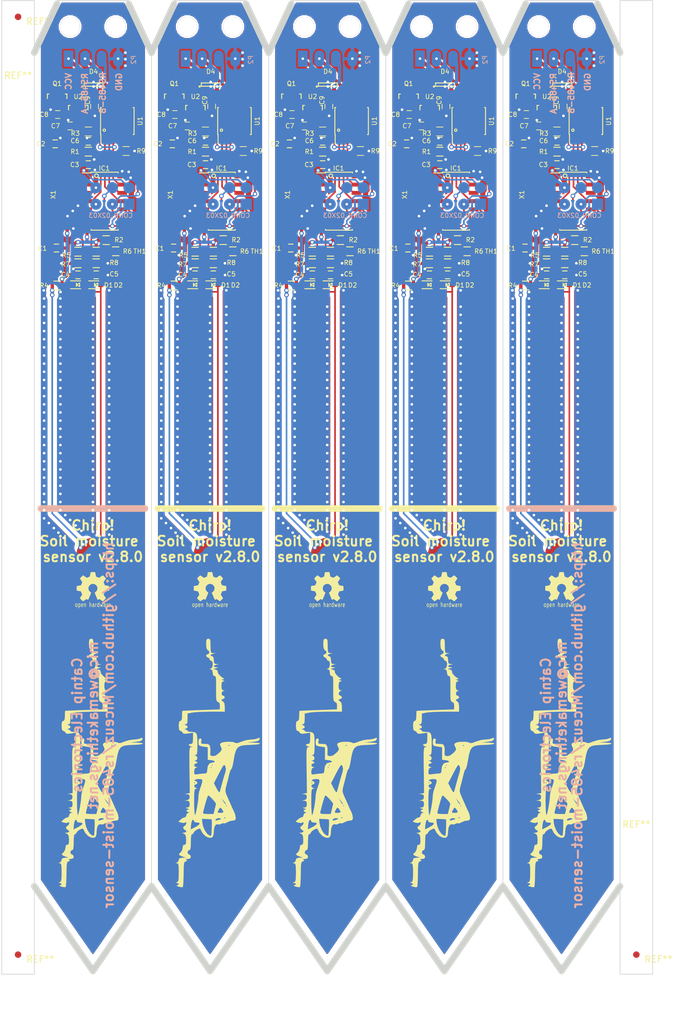
<source format=kicad_pcb>
(kicad_pcb (version 20170123) (host pcbnew no-vcs-found-50716c9~58~ubuntu16.04.1)
  (layers (0 F.Cu signal) (31 B.Cu signal) (34 B.Paste user) (35 F.Paste user) (36 B.SilkS user) (37 F.SilkS user) (38 B.Mask user) (39 F.Mask user) (44 Edge.Cuts user))
  (net 0 "")
  (net 1 "Net-(C1-Pad1)")
  (net 2 GND)
  (net 3 "Net-(C2-Pad1)")
  (net 4 VCC)
  (net 5 /SENSE_LOW)
  (net 6 /SENSOR_TRACK)
  (net 7 /THERMISTOR)
  (net 8 /RESET)
  (net 9 /EXCITATION)
  (net 10 +3V3)
  (net 11 /SENSE_HIGH/MISO)
  (net 12 "Net-(C8-Pad1)")
  (net 13 /MOSI)
  (net 14 /RS485B)
  (net 15 /RS485A)
  (net 16 /SCK)
  (net 17 /RX)
  (net 18 /TX)
  (net 19 /RS485_READER_ENABLE)
  (net 20 "Net-(U1-Pad5)")
  (module Mounting_Holes:MountingHole_2.5mm (layer F.Cu) (at 178.5 143)
    (fp_text reference REF** (at 0 -3.5) (layer F.SilkS))
    (fp_text value MountingHole_2.5mm)
    (pad 1 np_thru_hole circle (at 0 0) (size 2.5 2.5) (drill 2.5) (layers *.Cu *.Mask))
  )
  (module Mounting_Holes:MountingHole_2.5mm (layer F.Cu) (at 83.5 28)
    (fp_text reference REF** (at 0 -3.5) (layer F.SilkS))
    (fp_text value MountingHole_2.5mm)
    (pad 1 np_thru_hole circle (at 0 0) (size 2.5 2.5) (drill 2.5) (layers *.Cu *.Mask))
  )
  (module Fiducials:Fiducial_1mm_Dia_2.54mm_Outer_CopperTop (layer F.Cu) (at 83.5 159.5)
    (fp_text reference REF** (at 3.4 0.7) (layer F.SilkS))
    (fp_text value Fiducial_1mm_Dia_2.54mm_Outer_CopperTop)
    (pad ~ smd circle (at 0 0) (size 1 1) (layers F.Cu F.Mask) (clearance 0.77))
  )
  (module Fiducials:Fiducial_1mm_Dia_2.54mm_Outer_CopperTop (layer F.Cu) (at 178.5 159.5)
    (fp_text reference REF** (at 3.4 0.7) (layer F.SilkS))
    (fp_text value Fiducial_1mm_Dia_2.54mm_Outer_CopperTop)
    (pad ~ smd circle (at 0 0) (size 1 1) (layers F.Cu F.Mask) (clearance 0.77))
  )
  (module Fiducials:Fiducial_1mm_Dia_2.54mm_Outer_CopperTop (layer F.Cu) (at 83.5 15.5)
    (fp_text reference REF** (at 3.4 0.7) (layer F.SilkS))
    (fp_text value Fiducial_1mm_Dia_2.54mm_Outer_CopperTop)
    (pad ~ smd circle (at 0 0) (size 1 1) (layers F.Cu F.Mask) (clearance 0.77))
  )
  (module Resistors_SMD:R_0603 (layer F.Cu) (at 143.5 56.75)
    (fp_text reference R4 (at -2 0) (layer F.SilkS) (effects (font (size 0.7 0.7) (thickness 0.11))))
    (fp_text value 330)
    (pad 1 smd rect (at -0.75 0) (size 0.5 0.9) (layers F.Cu F.Paste F.Mask) (net 6 /SENSOR_TRACK))
    (pad 2 smd rect (at 0.75 0) (size 0.5 0.9) (layers F.Cu F.Paste F.Mask) (net 9 /EXCITATION))
  )
  (module Resistors_SMD:R_0603 (layer F.Cu) (at 146.71 51.562 180)
    (fp_text reference R5 (at 1.81 -0.538 180) (layer F.SilkS) (effects (font (size 0.7 0.7) (thickness 0.11))))
    (fp_text value 1M)
    (pad 1 smd rect (at -0.75 0 180) (size 0.5 0.9) (layers F.Cu F.Paste F.Mask) (net 5 /SENSE_LOW))
    (pad 2 smd rect (at 0.75 0 180) (size 0.5 0.9) (layers F.Cu F.Paste F.Mask) (net 13 /MOSI))
  )
  (module Pin_Headers:Pin_Header_Straight_2x03 (layer B.Cu) (at 152 43 180)
    (fp_text reference P1 hide)
    (fp_text value CONN_02X03 (at 0.25 -3) (layer B.SilkS) (effects (font (size 0.7 0.7) (thickness 0.11)) (justify mirror)))
    (pad 1 smd rect (at -2.54 -1.27 180) (size 1.7272 1.7272) (layers B.Cu B.Paste B.Mask) (net 11 /SENSE_HIGH/MISO))
    (pad 2 smd circle (at -2.54 1.27 180) (size 1.7272 1.7272) (layers B.Cu B.Paste B.Mask) (net 10 +3V3))
    (pad 3 smd circle (at 0 -1.27 180) (size 1.7272 1.7272) (layers B.Cu B.Paste B.Mask) (net 16 /SCK))
    (pad 4 smd circle (at 0 1.27 180) (size 1.7272 1.7272) (layers B.Cu B.Paste B.Mask) (net 13 /MOSI))
    (pad 5 smd circle (at 2.54 -1.27 180) (size 1.7272 1.7272) (layers B.Cu B.Paste B.Mask) (net 8 /RESET))
    (pad 6 smd circle (at 2.54 1.27 180) (size 1.7272 1.7272) (layers B.Cu B.Paste B.Mask) (net 2 GND))
  )
  (module Resistors_SMD:R_0603 (layer F.Cu) (at 149.504 51.562)
    (fp_text reference R6 (at 4.796 -0.062) (layer F.SilkS) (effects (font (size 0.7 0.7) (thickness 0.11))))
    (fp_text value 1M)
    (pad 1 smd rect (at -0.75 0) (size 0.5 0.9) (layers F.Cu F.Paste F.Mask) (net 11 /SENSE_HIGH/MISO))
    (pad 2 smd rect (at 0.75 0) (size 0.5 0.9) (layers F.Cu F.Paste F.Mask) (net 13 /MOSI))
  )
  (module Capacitors_SMD:C_0603 (layer F.Cu) (at 149.504 55.118)
    (fp_text reference C5 (at 2.746 -0.118) (layer F.SilkS) (effects (font (size 0.7 0.7) (thickness 0.11))))
    (fp_text value 1n)
    (pad 1 smd rect (at -0.75 0) (size 0.8 0.75) (layers F.Cu F.Paste F.Mask) (net 11 /SENSE_HIGH/MISO))
    (pad 2 smd rect (at 0.75 0) (size 0.8 0.75) (layers F.Cu F.Paste F.Mask) (net 2 GND))
  )
  (module Mounting_Holes:MountingHole_3mm (layer F.Cu) (at 145.5 17)
    (fp_text reference REF** hide)
    (fp_text value MountingHole_3mm)
    (pad 1 thru_hole circle (at 0 0) (size 2.99974 2.99974) (drill 2.99974) (layers))
  )
  (module Resistors_SMD:R_0603 (layer F.Cu) (at 149.504 53.34 180)
    (fp_text reference R8 (at -2.746 0.09 180) (layer F.SilkS) (effects (font (size 0.7 0.7) (thickness 0.11))))
    (fp_text value 1M)
    (pad 1 smd rect (at -0.75 0 180) (size 0.5 0.9) (layers F.Cu F.Paste F.Mask) (net 2 GND))
    (pad 2 smd rect (at 0.75 0 180) (size 0.5 0.9) (layers F.Cu F.Paste F.Mask) (net 11 /SENSE_HIGH/MISO))
  )
  (module Resistors_SMD:R_0603 (layer F.Cu) (at 146.71 53.34)
    (fp_text reference R7 (at -1.91 0.16) (layer F.SilkS) (effects (font (size 0.7 0.7) (thickness 0.11))))
    (fp_text value 1M)
    (pad 1 smd rect (at -0.75 0) (size 0.5 0.9) (layers F.Cu F.Paste F.Mask) (net 2 GND))
    (pad 2 smd rect (at 0.75 0) (size 0.5 0.9) (layers F.Cu F.Paste F.Mask) (net 5 /SENSE_LOW))
  )
  (module Capacitors_SMD:C_0603 (layer F.Cu) (at 148.3 38.2)
    (fp_text reference C3 (at -2.1 0) (layer F.SilkS) (effects (font (size 0.7 0.7) (thickness 0.11))))
    (fp_text value 1u)
    (pad 1 smd rect (at -0.75 0) (size 0.8 0.75) (layers F.Cu F.Paste F.Mask) (net 10 +3V3))
    (pad 2 smd rect (at 0.75 0) (size 0.8 0.75) (layers F.Cu F.Paste F.Mask) (net 2 GND))
  )
  (module Housings_SOIC:SOIC-8_3.9x4.9mm_Pitch1.27mm (layer F.Cu) (at 152.75 31.5 90)
    (fp_text reference U1 (at 0 3.5 270) (layer F.SilkS) (effects (font (size 0.7 0.7) (thickness 0.11))))
    (fp_text value SN65HVD72)
    (pad 8 smd rect (at 2.7 -1.905 90) (size 1.55 0.6) (layers F.Cu F.Paste F.Mask) (net 10 +3V3))
    (pad 7 smd rect (at 2.7 -0.635 90) (size 1.55 0.6) (layers F.Cu F.Paste F.Mask) (net 14 /RS485B))
    (pad 6 smd rect (at 2.7 0.635 90) (size 1.55 0.6) (layers F.Cu F.Paste F.Mask) (net 15 /RS485A))
    (pad 5 smd rect (at 2.7 1.905 90) (size 1.55 0.6) (layers F.Cu F.Paste F.Mask) (net 20 "Net-(U1-Pad5)"))
    (pad 4 smd rect (at -2.7 1.905 90) (size 1.55 0.6) (layers F.Cu F.Paste F.Mask) (net 18 /TX))
    (pad 3 smd rect (at -2.7 0.635 90) (size 1.55 0.6) (layers F.Cu F.Paste F.Mask) (net 16 /SCK))
    (pad 2 smd rect (at -2.7 -0.635 90) (size 1.55 0.6) (layers F.Cu F.Paste F.Mask) (net 19 /RS485_READER_ENABLE))
    (pad 1 smd rect (at -2.7 -1.905 90) (size 1.55 0.6) (layers F.Cu F.Paste F.Mask) (net 17 /RX))
  )
  (module Capacitors_SMD:C_0603 (layer F.Cu) (at 143.2 35)
    (fp_text reference C2 (at -2.2 0) (layer F.SilkS) (effects (font (size 0.7 0.7) (thickness 0.11))))
    (fp_text value 33p)
    (pad 1 smd rect (at -0.75 0) (size 0.8 0.75) (layers F.Cu F.Paste F.Mask) (net 3 "Net-(C2-Pad1)"))
    (pad 2 smd rect (at 0.75 0) (size 0.8 0.75) (layers F.Cu F.Paste F.Mask) (net 2 GND))
  )
  (module SMD_Packages:SOD-523 (layer F.Cu) (at 149.504 56.642 180)
    (fp_text reference D2 (at -3.396 -0.058 180) (layer F.SilkS) (effects (font (size 0.7 0.7) (thickness 0.11))))
    (fp_text value BAT54)
    (pad 1 smd rect (at -0.7 0 180) (size 0.8 0.7) (layers F.Cu F.Paste F.Mask) (net 6 /SENSOR_TRACK))
    (pad 2 smd rect (at 0.7 0 180) (size 0.8 0.7) (layers F.Cu F.Paste F.Mask) (net 11 /SENSE_HIGH/MISO))
  )
  (module Resistors_SMD:R_0603 (layer F.Cu) (at 151.028 49.784)
    (fp_text reference R2 (at 1.972 -0.034) (layer F.SilkS) (effects (font (size 0.7 0.7) (thickness 0.11))))
    (fp_text value "10k 0.1%")
    (pad 1 smd rect (at -0.75 0) (size 0.5 0.9) (layers F.Cu F.Paste F.Mask) (net 13 /MOSI))
    (pad 2 smd rect (at 0.75 0) (size 0.5 0.9) (layers F.Cu F.Paste F.Mask) (net 7 /THERMISTOR))
  )
  (module Resistors_SMD:R_0603 (layer F.Cu) (at 152.5 51.5)
    (fp_text reference TH1 (at 3.7 0) (layer F.SilkS) (effects (font (size 0.7 0.7) (thickness 0.11))))
    (fp_text value NCP18XH103F03RB)
    (pad 1 smd rect (at -0.75 0) (size 0.5 0.9) (layers F.Cu F.Paste F.Mask) (net 7 /THERMISTOR))
    (pad 2 smd rect (at 0.75 0) (size 0.5 0.9) (layers F.Cu F.Paste F.Mask) (net 2 GND))
  )
  (module Capacitors_SMD:C_0603 (layer F.Cu) (at 143.4 51)
    (fp_text reference C1 (at -2.15 0.05) (layer F.SilkS) (effects (font (size 0.7 0.7) (thickness 0.11))))
    (fp_text value 33p)
    (pad 1 smd rect (at -0.75 0) (size 0.8 0.75) (layers F.Cu F.Paste F.Mask) (net 1 "Net-(C1-Pad1)"))
    (pad 2 smd rect (at 0.75 0) (size 0.8 0.75) (layers F.Cu F.Paste F.Mask) (net 2 GND))
  )
  (module Pin_Headers:Pin_Header_Straight_1x04_Pitch2.54mm (layer B.Cu) (at 145.25 21.92 270)
    (fp_text reference P2 (at 0.17 -10 270) (layer B.SilkS) (effects (font (size 0.7 0.7) (thickness 0.11)) (justify mirror)))
    (fp_text value CONN_01X04)
    (pad 4 smd oval (at 0 -7.62 270) (size 2.5 1.5) (layers B.Cu B.Paste B.Mask) (net 2 GND))
    (pad 3 smd oval (at 0 -5.08 270) (size 2.5 1.5) (layers B.Cu B.Paste B.Mask) (net 14 /RS485B))
    (pad 2 smd oval (at 0 -2.54 270) (size 2.5 1.5) (layers B.Cu B.Paste B.Mask) (net 15 /RS485A))
    (pad 1 smd rect (at 0 0 270) (size 2.5 1.5) (layers B.Cu B.Paste B.Mask) (net 4 VCC))
  )
  (module Housings_SOIC:SOIC-14_3.9x8.7mm_Pitch1.27mm (layer F.Cu) (at 150.8 43.8)
    (fp_text reference IC1 (at -0.05 -5.05) (layer F.SilkS) (effects (font (size 0.7 0.7) (thickness 0.11))))
    (fp_text value ATTINY441-SSU)
    (pad 1 smd rect (at -2.7 -3.81) (size 1.5 0.6) (layers F.Cu F.Paste F.Mask) (net 10 +3V3))
    (pad 2 smd rect (at -2.7 -2.54) (size 1.5 0.6) (layers F.Cu F.Paste F.Mask) (net 3 "Net-(C2-Pad1)"))
    (pad 3 smd rect (at -2.7 -1.27) (size 1.5 0.6) (layers F.Cu F.Paste F.Mask) (net 1 "Net-(C1-Pad1)"))
    (pad 4 smd rect (at -2.7 0) (size 1.5 0.6) (layers F.Cu F.Paste F.Mask) (net 8 /RESET))
    (pad 5 smd rect (at -2.7 1.27) (size 1.5 0.6) (layers F.Cu F.Paste F.Mask) (net 9 /EXCITATION))
    (pad 6 smd rect (at -2.7 2.54) (size 1.5 0.6) (layers F.Cu F.Paste F.Mask) (net 5 /SENSE_LOW))
    (pad 7 smd rect (at -2.7 3.81) (size 1.5 0.6) (layers F.Cu F.Paste F.Mask) (net 13 /MOSI))
    (pad 8 smd rect (at 2.7 3.81) (size 1.5 0.6) (layers F.Cu F.Paste F.Mask) (net 11 /SENSE_HIGH/MISO))
    (pad 9 smd rect (at 2.7 2.54) (size 1.5 0.6) (layers F.Cu F.Paste F.Mask) (net 16 /SCK))
    (pad 10 smd rect (at 2.7 1.27) (size 1.5 0.6) (layers F.Cu F.Paste F.Mask) (net 7 /THERMISTOR))
    (pad 11 smd rect (at 2.7 0) (size 1.5 0.6) (layers F.Cu F.Paste F.Mask) (net 17 /RX))
    (pad 12 smd rect (at 2.7 -1.27) (size 1.5 0.6) (layers F.Cu F.Paste F.Mask) (net 18 /TX))
    (pad 13 smd rect (at 2.7 -2.54) (size 1.5 0.6) (layers F.Cu F.Paste F.Mask) (net 19 /RS485_READER_ENABLE))
    (pad 14 smd rect (at 2.7 -3.81) (size 1.5 0.6) (layers F.Cu F.Paste F.Mask) (net 2 GND))
  )
  (module Mounting_Holes:MountingHole_3mm (layer F.Cu) (at 127.5 17)
    (fp_text reference REF** hide)
    (fp_text value MountingHole_3mm)
    (pad 1 thru_hole circle (at 0 0) (size 2.99974 2.99974) (drill 2.99974) (layers))
  )
  (module Resistors_SMD:R_0603 (layer F.Cu) (at 134.5 51.5)
    (fp_text reference TH1 (at 3.7 0) (layer F.SilkS) (effects (font (size 0.7 0.7) (thickness 0.11))))
    (fp_text value NCP18XH103F03RB)
    (pad 2 smd rect (at 0.75 0) (size 0.5 0.9) (layers F.Cu F.Paste F.Mask) (net 2 GND))
    (pad 1 smd rect (at -0.75 0) (size 0.5 0.9) (layers F.Cu F.Paste F.Mask) (net 7 /THERMISTOR))
  )
  (module Resistors_SMD:R_0603 (layer F.Cu) (at 133.028 49.784)
    (fp_text reference R2 (at 1.972 -0.034) (layer F.SilkS) (effects (font (size 0.7 0.7) (thickness 0.11))))
    (fp_text value "10k 0.1%")
    (pad 2 smd rect (at 0.75 0) (size 0.5 0.9) (layers F.Cu F.Paste F.Mask) (net 7 /THERMISTOR))
    (pad 1 smd rect (at -0.75 0) (size 0.5 0.9) (layers F.Cu F.Paste F.Mask) (net 13 /MOSI))
  )
  (module Resistors_SMD:R_0603 (layer F.Cu) (at 131.504 51.562)
    (fp_text reference R6 (at 4.796 -0.062) (layer F.SilkS) (effects (font (size 0.7 0.7) (thickness 0.11))))
    (fp_text value 1M)
    (pad 2 smd rect (at 0.75 0) (size 0.5 0.9) (layers F.Cu F.Paste F.Mask) (net 13 /MOSI))
    (pad 1 smd rect (at -0.75 0) (size 0.5 0.9) (layers F.Cu F.Paste F.Mask) (net 11 /SENSE_HIGH/MISO))
  )
  (module Resistors_SMD:R_0603 (layer F.Cu) (at 125.5 56.75)
    (fp_text reference R4 (at -2 0) (layer F.SilkS) (effects (font (size 0.7 0.7) (thickness 0.11))))
    (fp_text value 330)
    (pad 2 smd rect (at 0.75 0) (size 0.5 0.9) (layers F.Cu F.Paste F.Mask) (net 9 /EXCITATION))
    (pad 1 smd rect (at -0.75 0) (size 0.5 0.9) (layers F.Cu F.Paste F.Mask) (net 6 /SENSOR_TRACK))
  )
  (module Resistors_SMD:R_0603 (layer F.Cu) (at 128.71 51.562 180)
    (fp_text reference R5 (at 1.81 -0.538 180) (layer F.SilkS) (effects (font (size 0.7 0.7) (thickness 0.11))))
    (fp_text value 1M)
    (pad 2 smd rect (at 0.75 0 180) (size 0.5 0.9) (layers F.Cu F.Paste F.Mask) (net 13 /MOSI))
    (pad 1 smd rect (at -0.75 0 180) (size 0.5 0.9) (layers F.Cu F.Paste F.Mask) (net 5 /SENSE_LOW))
  )
  (module Pin_Headers:Pin_Header_Straight_2x03 (layer B.Cu) (at 134 43 180)
    (fp_text reference P1 hide)
    (fp_text value CONN_02X03 (at 0.25 -3) (layer B.SilkS) (effects (font (size 0.7 0.7) (thickness 0.11)) (justify mirror)))
    (pad 6 smd circle (at 2.54 1.27 180) (size 1.7272 1.7272) (layers B.Cu B.Paste B.Mask) (net 2 GND))
    (pad 5 smd circle (at 2.54 -1.27 180) (size 1.7272 1.7272) (layers B.Cu B.Paste B.Mask) (net 8 /RESET))
    (pad 4 smd circle (at 0 1.27 180) (size 1.7272 1.7272) (layers B.Cu B.Paste B.Mask) (net 13 /MOSI))
    (pad 3 smd circle (at 0 -1.27 180) (size 1.7272 1.7272) (layers B.Cu B.Paste B.Mask) (net 16 /SCK))
    (pad 2 smd circle (at -2.54 1.27 180) (size 1.7272 1.7272) (layers B.Cu B.Paste B.Mask) (net 10 +3V3))
    (pad 1 smd rect (at -2.54 -1.27 180) (size 1.7272 1.7272) (layers B.Cu B.Paste B.Mask) (net 11 /SENSE_HIGH/MISO))
  )
  (module Capacitors_SMD:C_0603 (layer F.Cu) (at 131.504 55.118)
    (fp_text reference C5 (at 2.746 -0.118) (layer F.SilkS) (effects (font (size 0.7 0.7) (thickness 0.11))))
    (fp_text value 1n)
    (pad 2 smd rect (at 0.75 0) (size 0.8 0.75) (layers F.Cu F.Paste F.Mask) (net 2 GND))
    (pad 1 smd rect (at -0.75 0) (size 0.8 0.75) (layers F.Cu F.Paste F.Mask) (net 11 /SENSE_HIGH/MISO))
  )
  (module Housings_SOIC:SOIC-8_3.9x4.9mm_Pitch1.27mm (layer F.Cu) (at 134.75 31.5 90)
    (fp_text reference U1 (at 0 3.5 270) (layer F.SilkS) (effects (font (size 0.7 0.7) (thickness 0.11))))
    (fp_text value SN65HVD72)
    (pad 1 smd rect (at -2.7 -1.905 90) (size 1.55 0.6) (layers F.Cu F.Paste F.Mask) (net 17 /RX))
    (pad 2 smd rect (at -2.7 -0.635 90) (size 1.55 0.6) (layers F.Cu F.Paste F.Mask) (net 19 /RS485_READER_ENABLE))
    (pad 3 smd rect (at -2.7 0.635 90) (size 1.55 0.6) (layers F.Cu F.Paste F.Mask) (net 16 /SCK))
    (pad 4 smd rect (at -2.7 1.905 90) (size 1.55 0.6) (layers F.Cu F.Paste F.Mask) (net 18 /TX))
    (pad 5 smd rect (at 2.7 1.905 90) (size 1.55 0.6) (layers F.Cu F.Paste F.Mask) (net 20 "Net-(U1-Pad5)"))
    (pad 6 smd rect (at 2.7 0.635 90) (size 1.55 0.6) (layers F.Cu F.Paste F.Mask) (net 15 /RS485A))
    (pad 7 smd rect (at 2.7 -0.635 90) (size 1.55 0.6) (layers F.Cu F.Paste F.Mask) (net 14 /RS485B))
    (pad 8 smd rect (at 2.7 -1.905 90) (size 1.55 0.6) (layers F.Cu F.Paste F.Mask) (net 10 +3V3))
  )
  (module Resistors_SMD:R_0603 (layer F.Cu) (at 130.3 36.2 180)
    (fp_text reference R1 (at 2.05 0 180) (layer F.SilkS) (effects (font (size 0.7 0.7) (thickness 0.11))))
    (fp_text value 10k)
    (pad 2 smd rect (at 0.75 0 180) (size 0.5 0.9) (layers F.Cu F.Paste F.Mask) (net 10 +3V3))
    (pad 1 smd rect (at -0.75 0 180) (size 0.5 0.9) (layers F.Cu F.Paste F.Mask) (net 8 /RESET))
  )
  (module Capacitors_SMD:C_0603 (layer F.Cu) (at 130.3 34.6 180)
    (fp_text reference C6 (at 2.05 0.068 180) (layer F.SilkS) (effects (font (size 0.7 0.7) (thickness 0.11))))
    (fp_text value 1u)
    (pad 2 smd rect (at 0.75 0 180) (size 0.8 0.75) (layers F.Cu F.Paste F.Mask) (net 2 GND))
    (pad 1 smd rect (at -0.75 0 180) (size 0.8 0.75) (layers F.Cu F.Paste F.Mask) (net 8 /RESET))
  )
  (module Capacitors_SMD:C_0603 (layer F.Cu) (at 125.2 35)
    (fp_text reference C2 (at -2.2 0) (layer F.SilkS) (effects (font (size 0.7 0.7) (thickness 0.11))))
    (fp_text value 33p)
    (pad 2 smd rect (at 0.75 0) (size 0.8 0.75) (layers F.Cu F.Paste F.Mask) (net 2 GND))
    (pad 1 smd rect (at -0.75 0) (size 0.8 0.75) (layers F.Cu F.Paste F.Mask) (net 3 "Net-(C2-Pad1)"))
  )
  (module SMD_Packages:SOD-523 (layer F.Cu) (at 131.504 56.642 180)
    (fp_text reference D2 (at -3.396 -0.058 180) (layer F.SilkS) (effects (font (size 0.7 0.7) (thickness 0.11))))
    (fp_text value BAT54)
    (pad 2 smd rect (at 0.7 0 180) (size 0.8 0.7) (layers F.Cu F.Paste F.Mask) (net 11 /SENSE_HIGH/MISO))
    (pad 1 smd rect (at -0.7 0 180) (size 0.8 0.7) (layers F.Cu F.Paste F.Mask) (net 6 /SENSOR_TRACK))
  )
  (module Resistors_SMD:R_0603 (layer F.Cu) (at 131.504 53.34 180)
    (fp_text reference R8 (at -2.746 0.09 180) (layer F.SilkS) (effects (font (size 0.7 0.7) (thickness 0.11))))
    (fp_text value 1M)
    (pad 2 smd rect (at 0.75 0 180) (size 0.5 0.9) (layers F.Cu F.Paste F.Mask) (net 11 /SENSE_HIGH/MISO))
    (pad 1 smd rect (at -0.75 0 180) (size 0.5 0.9) (layers F.Cu F.Paste F.Mask) (net 2 GND))
  )
  (module Resistors_SMD:R_0603 (layer F.Cu) (at 128.71 53.34)
    (fp_text reference R7 (at -1.91 0.16) (layer F.SilkS) (effects (font (size 0.7 0.7) (thickness 0.11))))
    (fp_text value 1M)
    (pad 2 smd rect (at 0.75 0) (size 0.5 0.9) (layers F.Cu F.Paste F.Mask) (net 5 /SENSE_LOW))
    (pad 1 smd rect (at -0.75 0) (size 0.5 0.9) (layers F.Cu F.Paste F.Mask) (net 2 GND))
  )
  (module Capacitors_SMD:C_0603 (layer F.Cu) (at 130.3 38.2)
    (fp_text reference C3 (at -2.1 0) (layer F.SilkS) (effects (font (size 0.7 0.7) (thickness 0.11))))
    (fp_text value 1u)
    (pad 2 smd rect (at 0.75 0) (size 0.8 0.75) (layers F.Cu F.Paste F.Mask) (net 2 GND))
    (pad 1 smd rect (at -0.75 0) (size 0.8 0.75) (layers F.Cu F.Paste F.Mask) (net 10 +3V3))
  )
  (module Capacitors_SMD:C_0603 (layer F.Cu) (at 125.4 51)
    (fp_text reference C1 (at -2.15 0.05) (layer F.SilkS) (effects (font (size 0.7 0.7) (thickness 0.11))))
    (fp_text value 33p)
    (pad 2 smd rect (at 0.75 0) (size 0.8 0.75) (layers F.Cu F.Paste F.Mask) (net 2 GND))
    (pad 1 smd rect (at -0.75 0) (size 0.8 0.75) (layers F.Cu F.Paste F.Mask) (net 1 "Net-(C1-Pad1)"))
  )
  (module Crystals:Crystal_HC49-SD_SMD (layer F.Cu) (at 125 43 90)
    (fp_text reference X1 (at 0.2 -0.1 90) (layer F.SilkS) (effects (font (size 0.7 0.7) (thickness 0.11))))
    (fp_text value 16MHz hide)
    (pad 2 smd rect (at 4.25 0 90) (size 5.5 1.5) (layers F.Cu F.Paste F.Mask) (net 3 "Net-(C2-Pad1)"))
    (pad 1 smd rect (at -4.25 0 90) (size 5.5 1.5) (layers F.Cu F.Paste F.Mask) (net 1 "Net-(C1-Pad1)"))
  )
  (module Capacitors_SMD:C_0603 (layer F.Cu) (at 128.71 55.118 180)
    (fp_text reference C4 (at 1.91 0.018 180) (layer F.SilkS) (effects (font (size 0.7 0.7) (thickness 0.11))))
    (fp_text value 1n)
    (pad 2 smd rect (at 0.75 0 180) (size 0.8 0.75) (layers F.Cu F.Paste F.Mask) (net 2 GND))
    (pad 1 smd rect (at -0.75 0 180) (size 0.8 0.75) (layers F.Cu F.Paste F.Mask) (net 5 /SENSE_LOW))
  )
  (module SMD_Packages:SOD-523 (layer F.Cu) (at 128.71 56.642 180)
    (fp_text reference D1 (at -4.69 -0.058 180) (layer F.SilkS) (effects (font (size 0.7 0.7) (thickness 0.11))))
    (fp_text value BAT54)
    (pad 2 smd rect (at 0.7 0 180) (size 0.8 0.7) (layers F.Cu F.Paste F.Mask) (net 6 /SENSOR_TRACK))
    (pad 1 smd rect (at -0.7 0 180) (size 0.8 0.7) (layers F.Cu F.Paste F.Mask) (net 5 /SENSE_LOW))
  )
  (module Resistors_SMD:R_0603 (layer F.Cu) (at 136.1 36.1)
    (fp_text reference R9 (at 2.3 0) (layer F.SilkS) (effects (font (size 0.7 0.7) (thickness 0.11))))
    (fp_text value 10k)
    (pad 2 smd rect (at 0.75 0) (size 0.5 0.9) (layers F.Cu F.Paste F.Mask) (net 2 GND))
    (pad 1 smd rect (at -0.75 0) (size 0.5 0.9) (layers F.Cu F.Paste F.Mask) (net 16 /SCK))
  )
  (module Pin_Headers:Pin_Header_Straight_1x04_Pitch2.54mm (layer B.Cu) (at 127.25 21.92 270)
    (fp_text reference P2 (at 0.17 -10 270) (layer B.SilkS) (effects (font (size 0.7 0.7) (thickness 0.11)) (justify mirror)))
    (fp_text value CONN_01X04)
    (pad 1 smd rect (at 0 0 270) (size 2.5 1.5) (layers B.Cu B.Paste B.Mask) (net 4 VCC))
    (pad 2 smd oval (at 0 -2.54 270) (size 2.5 1.5) (layers B.Cu B.Paste B.Mask) (net 15 /RS485A))
    (pad 3 smd oval (at 0 -5.08 270) (size 2.5 1.5) (layers B.Cu B.Paste B.Mask) (net 14 /RS485B))
    (pad 4 smd oval (at 0 -7.62 270) (size 2.5 1.5) (layers B.Cu B.Paste B.Mask) (net 2 GND))
  )
  (module Housings_SOIC:SOIC-14_3.9x8.7mm_Pitch1.27mm (layer F.Cu) (at 132.8 43.8)
    (fp_text reference IC1 (at -0.05 -5.05) (layer F.SilkS) (effects (font (size 0.7 0.7) (thickness 0.11))))
    (fp_text value ATTINY441-SSU)
    (pad 14 smd rect (at 2.7 -3.81) (size 1.5 0.6) (layers F.Cu F.Paste F.Mask) (net 2 GND))
    (pad 13 smd rect (at 2.7 -2.54) (size 1.5 0.6) (layers F.Cu F.Paste F.Mask) (net 19 /RS485_READER_ENABLE))
    (pad 12 smd rect (at 2.7 -1.27) (size 1.5 0.6) (layers F.Cu F.Paste F.Mask) (net 18 /TX))
    (pad 11 smd rect (at 2.7 0) (size 1.5 0.6) (layers F.Cu F.Paste F.Mask) (net 17 /RX))
    (pad 10 smd rect (at 2.7 1.27) (size 1.5 0.6) (layers F.Cu F.Paste F.Mask) (net 7 /THERMISTOR))
    (pad 9 smd rect (at 2.7 2.54) (size 1.5 0.6) (layers F.Cu F.Paste F.Mask) (net 16 /SCK))
    (pad 8 smd rect (at 2.7 3.81) (size 1.5 0.6) (layers F.Cu F.Paste F.Mask) (net 11 /SENSE_HIGH/MISO))
    (pad 7 smd rect (at -2.7 3.81) (size 1.5 0.6) (layers F.Cu F.Paste F.Mask) (net 13 /MOSI))
    (pad 6 smd rect (at -2.7 2.54) (size 1.5 0.6) (layers F.Cu F.Paste F.Mask) (net 5 /SENSE_LOW))
    (pad 5 smd rect (at -2.7 1.27) (size 1.5 0.6) (layers F.Cu F.Paste F.Mask) (net 9 /EXCITATION))
    (pad 4 smd rect (at -2.7 0) (size 1.5 0.6) (layers F.Cu F.Paste F.Mask) (net 8 /RESET))
    (pad 3 smd rect (at -2.7 -1.27) (size 1.5 0.6) (layers F.Cu F.Paste F.Mask) (net 1 "Net-(C1-Pad1)"))
    (pad 2 smd rect (at -2.7 -2.54) (size 1.5 0.6) (layers F.Cu F.Paste F.Mask) (net 3 "Net-(C2-Pad1)"))
    (pad 1 smd rect (at -2.7 -3.81) (size 1.5 0.6) (layers F.Cu F.Paste F.Mask) (net 10 +3V3))
  )
  (module Capacitors_SMD:C_0603 (layer F.Cu) (at 145.5 32.25 180)
    (fp_text reference C7 (at 2.25 0 180) (layer F.SilkS) (effects (font (size 0.7 0.7) (thickness 0.11))))
    (fp_text value 1u)
    (pad 2 smd rect (at 0.75 0 180) (size 0.8 0.75) (layers F.Cu F.Paste F.Mask) (net 2 GND))
    (pad 1 smd rect (at -0.75 0 180) (size 0.8 0.75) (layers F.Cu F.Paste F.Mask) (net 10 +3V3))
  )
  (module Resistors_SMD:R_0603 (layer F.Cu) (at 148.3 36.2 180)
    (fp_text reference R1 (at 2.05 0 180) (layer F.SilkS) (effects (font (size 0.7 0.7) (thickness 0.11))))
    (fp_text value 10k)
    (pad 1 smd rect (at -0.75 0 180) (size 0.5 0.9) (layers F.Cu F.Paste F.Mask) (net 8 /RESET))
    (pad 2 smd rect (at 0.75 0 180) (size 0.5 0.9) (layers F.Cu F.Paste F.Mask) (net 10 +3V3))
  )
  (module Crystals:Crystal_HC49-SD_SMD (layer F.Cu) (at 143 43 90)
    (fp_text reference X1 (at 0.2 -0.1 90) (layer F.SilkS) (effects (font (size 0.7 0.7) (thickness 0.11))))
    (fp_text value 16MHz hide)
    (pad 1 smd rect (at -4.25 0 90) (size 5.5 1.5) (layers F.Cu F.Paste F.Mask) (net 1 "Net-(C1-Pad1)"))
    (pad 2 smd rect (at 4.25 0 90) (size 5.5 1.5) (layers F.Cu F.Paste F.Mask) (net 3 "Net-(C2-Pad1)"))
  )
  (module Capacitors_SMD:C_0603 (layer F.Cu) (at 146.71 55.118 180)
    (fp_text reference C4 (at 1.91 0.018 180) (layer F.SilkS) (effects (font (size 0.7 0.7) (thickness 0.11))))
    (fp_text value 1n)
    (pad 1 smd rect (at -0.75 0 180) (size 0.8 0.75) (layers F.Cu F.Paste F.Mask) (net 5 /SENSE_LOW))
    (pad 2 smd rect (at 0.75 0 180) (size 0.8 0.75) (layers F.Cu F.Paste F.Mask) (net 2 GND))
  )
  (module Capacitors_SMD:C_0603 (layer F.Cu) (at 148.3 34.6 180)
    (fp_text reference C6 (at 2.05 0.068 180) (layer F.SilkS) (effects (font (size 0.7 0.7) (thickness 0.11))))
    (fp_text value 1u)
    (pad 1 smd rect (at -0.75 0 180) (size 0.8 0.75) (layers F.Cu F.Paste F.Mask) (net 8 /RESET))
    (pad 2 smd rect (at 0.75 0 180) (size 0.8 0.75) (layers F.Cu F.Paste F.Mask) (net 2 GND))
  )
  (module Resistors_SMD:R_0603 (layer F.Cu) (at 154.1 36.1)
    (fp_text reference R9 (at 2.3 0) (layer F.SilkS) (effects (font (size 0.7 0.7) (thickness 0.11))))
    (fp_text value 10k)
    (pad 1 smd rect (at -0.75 0) (size 0.5 0.9) (layers F.Cu F.Paste F.Mask) (net 16 /SCK))
    (pad 2 smd rect (at 0.75 0) (size 0.5 0.9) (layers F.Cu F.Paste F.Mask) (net 2 GND))
  )
  (module SMD_Packages:SOD-523 (layer F.Cu) (at 146.71 56.642 180)
    (fp_text reference D1 (at -4.69 -0.058 180) (layer F.SilkS) (effects (font (size 0.7 0.7) (thickness 0.11))))
    (fp_text value BAT54)
    (pad 1 smd rect (at -0.7 0 180) (size 0.8 0.7) (layers F.Cu F.Paste F.Mask) (net 5 /SENSE_LOW))
    (pad 2 smd rect (at 0.7 0 180) (size 0.8 0.7) (layers F.Cu F.Paste F.Mask) (net 6 /SENSOR_TRACK))
  )
  (module Mounting_Holes:MountingHole_3mm (layer F.Cu) (at 152.5 17)
    (fp_text reference REF** hide)
    (fp_text value MountingHole_3mm)
    (pad 1 thru_hole circle (at 0 0) (size 2.99974 2.99974) (drill 2.99974) (layers))
  )
  (module w_logo:Logo_silk_OSHW_6x6mm (layer F.Cu) (at 149 103)
    (fp_text reference G*** hide)
    (fp_text value LOGO hide)
  )
  (module Capacitors_SMD:C_0603 (layer F.Cu) (at 149.25 29.25 270)
    (fp_text reference C9 (at -0.95 1.05 270) (layer F.SilkS) (effects (font (size 0.7 0.7) (thickness 0.11))))
    (fp_text value 1u)
    (pad 1 smd rect (at -0.75 0 270) (size 0.8 0.75) (layers F.Cu F.Paste F.Mask) (net 10 +3V3))
    (pad 2 smd rect (at 0.75 0 270) (size 0.8 0.75) (layers F.Cu F.Paste F.Mask) (net 2 GND))
  )
  (module Capacitors_SMD:C_0603 (layer F.Cu) (at 127.5 32.25 180)
    (fp_text reference C7 (at 2.25 0 180) (layer F.SilkS) (effects (font (size 0.7 0.7) (thickness 0.11))))
    (fp_text value 1u)
    (pad 1 smd rect (at -0.75 0 180) (size 0.8 0.75) (layers F.Cu F.Paste F.Mask) (net 10 +3V3))
    (pad 2 smd rect (at 0.75 0 180) (size 0.8 0.75) (layers F.Cu F.Paste F.Mask) (net 2 GND))
  )
  (module w_logo:Logo_silk_OSHW_6x6mm (layer F.Cu) (at 131 103)
    (fp_text reference G*** hide)
    (fp_text value LOGO hide)
  )
  (module Mounting_Holes:MountingHole_3mm (layer F.Cu) (at 134.5 17)
    (fp_text reference REF** hide)
    (fp_text value MountingHole_3mm)
    (pad 1 thru_hole circle (at 0 0) (size 2.99974 2.99974) (drill 2.99974) (layers))
  )
  (module Capacitors_SMD:C_0603 (layer F.Cu) (at 131.25 29.25 270)
    (fp_text reference C9 (at -0.95 1.05 270) (layer F.SilkS) (effects (font (size 0.7 0.7) (thickness 0.11))))
    (fp_text value 1u)
    (pad 2 smd rect (at 0.75 0 270) (size 0.8 0.75) (layers F.Cu F.Paste F.Mask) (net 2 GND))
    (pad 1 smd rect (at -0.75 0 270) (size 0.8 0.75) (layers F.Cu F.Paste F.Mask) (net 10 +3V3))
  )
  (module Capacitors_SMD:C_0603 (layer F.Cu) (at 125.6 30.5 180)
    (fp_text reference C8 (at 2.1 0 180) (layer F.SilkS) (effects (font (size 0.7 0.7) (thickness 0.11))))
    (fp_text value 1u)
    (pad 1 smd rect (at -0.75 0 180) (size 0.8 0.75) (layers F.Cu F.Paste F.Mask) (net 12 "Net-(C8-Pad1)"))
    (pad 2 smd rect (at 0.75 0 180) (size 0.8 0.75) (layers F.Cu F.Paste F.Mask) (net 2 GND))
  )
  (module Housings_SOT-23_SOT-143_TSOT-6:SOT-23 (layer F.Cu) (at 125.5 28)
    (fp_text reference Q1 (at 0 -2.25) (layer F.SilkS) (effects (font (size 0.7 0.7) (thickness 0.11))))
    (fp_text value Q_PMOS_GSD)
    (pad 1 smd rect (at -0.95 1.00076) (size 0.8001 0.8001) (layers F.Cu F.Paste F.Mask) (net 2 GND))
    (pad 2 smd rect (at 0.95 1.00076) (size 0.8001 0.8001) (layers F.Cu F.Paste F.Mask) (net 12 "Net-(C8-Pad1)"))
    (pad 3 smd rect (at 0 -0.99822) (size 0.8001 0.8001) (layers F.Cu F.Paste F.Mask) (net 4 VCC))
  )
  (module Housings_SOT-23_SOT-143_TSOT-6:SOT-23 (layer F.Cu) (at 128.75 29.75)
    (fp_text reference U2 (at 0 -2) (layer F.SilkS) (effects (font (size 0.7 0.7) (thickness 0.11))))
    (fp_text value MCP1702)
    (pad 1 smd rect (at -0.95 1.00076) (size 0.8001 0.8001) (layers F.Cu F.Paste F.Mask) (net 2 GND))
    (pad 2 smd rect (at 0.95 1.00076) (size 0.8001 0.8001) (layers F.Cu F.Paste F.Mask) (net 10 +3V3))
    (pad 3 smd rect (at 0 -0.99822) (size 0.8001 0.8001) (layers F.Cu F.Paste F.Mask) (net 12 "Net-(C8-Pad1)"))
  )
  (module Housings_SOT-23_SOT-143_TSOT-6:SOT-23-5 (layer F.Cu) (at 131.1 25.9 90)
    (fp_text reference D4 (at 2 0 180) (layer F.SilkS) (effects (font (size 0.7 0.7) (thickness 0.11))))
    (fp_text value NUP4004M5T1G)
    (pad 5 smd rect (at 1.1 -0.95 90) (size 1.06 0.65) (layers F.Cu F.Paste F.Mask) (net 4 VCC))
    (pad 4 smd rect (at 1.1 0.95 90) (size 1.06 0.65) (layers F.Cu F.Paste F.Mask) (net 15 /RS485A))
    (pad 3 smd rect (at -1.1 0.95 90) (size 1.06 0.65) (layers F.Cu F.Paste F.Mask) (net 14 /RS485B))
    (pad 2 smd rect (at -1.1 0 90) (size 1.06 0.65) (layers F.Cu F.Paste F.Mask) (net 2 GND))
    (pad 1 smd rect (at -1.1 -0.95 90) (size 1.06 0.65) (layers F.Cu F.Paste F.Mask) (net 4 VCC))
  )
  (module Resistors_SMD:R_0603 (layer F.Cu) (at 130.3 33.1)
    (fp_text reference R3 (at -2 0.3) (layer F.SilkS) (effects (font (size 0.7 0.7) (thickness 0.11))))
    (fp_text value 10k)
    (pad 1 smd rect (at -0.75 0) (size 0.5 0.9) (layers F.Cu F.Paste F.Mask) (net 10 +3V3))
    (pad 2 smd rect (at 0.75 0) (size 0.5 0.9) (layers F.Cu F.Paste F.Mask) (net 19 /RS485_READER_ENABLE))
  )
  (module chirp_logo:ziogas (layer B.Cu) (at 132.25 130 270)
    (fp_text reference G*** hide)
    (fp_text value LOGO hide)
  )
  (module Housings_SOT-23_SOT-143_TSOT-6:SOT-23 (layer F.Cu) (at 143.5 28)
    (fp_text reference Q1 (at 0 -2.25) (layer F.SilkS) (effects (font (size 0.7 0.7) (thickness 0.11))))
    (fp_text value Q_PMOS_GSD)
    (pad 3 smd rect (at 0 -0.99822) (size 0.8001 0.8001) (layers F.Cu F.Paste F.Mask) (net 4 VCC))
    (pad 2 smd rect (at 0.95 1.00076) (size 0.8001 0.8001) (layers F.Cu F.Paste F.Mask) (net 12 "Net-(C8-Pad1)"))
    (pad 1 smd rect (at -0.95 1.00076) (size 0.8001 0.8001) (layers F.Cu F.Paste F.Mask) (net 2 GND))
  )
  (module chirp_logo:ziogas (layer B.Cu) (at 150.25 130 270)
    (fp_text reference G*** hide)
    (fp_text value LOGO hide)
  )
  (module Resistors_SMD:R_0603 (layer F.Cu) (at 148.3 33.1)
    (fp_text reference R3 (at -2 0.3) (layer F.SilkS) (effects (font (size 0.7 0.7) (thickness 0.11))))
    (fp_text value 10k)
    (pad 2 smd rect (at 0.75 0) (size 0.5 0.9) (layers F.Cu F.Paste F.Mask) (net 19 /RS485_READER_ENABLE))
    (pad 1 smd rect (at -0.75 0) (size 0.5 0.9) (layers F.Cu F.Paste F.Mask) (net 10 +3V3))
  )
  (module Housings_SOT-23_SOT-143_TSOT-6:SOT-23 (layer F.Cu) (at 146.75 29.75)
    (fp_text reference U2 (at 0 -2) (layer F.SilkS) (effects (font (size 0.7 0.7) (thickness 0.11))))
    (fp_text value MCP1702)
    (pad 3 smd rect (at 0 -0.99822) (size 0.8001 0.8001) (layers F.Cu F.Paste F.Mask) (net 12 "Net-(C8-Pad1)"))
    (pad 2 smd rect (at 0.95 1.00076) (size 0.8001 0.8001) (layers F.Cu F.Paste F.Mask) (net 10 +3V3))
    (pad 1 smd rect (at -0.95 1.00076) (size 0.8001 0.8001) (layers F.Cu F.Paste F.Mask) (net 2 GND))
  )
  (module Housings_SOT-23_SOT-143_TSOT-6:SOT-23-5 (layer F.Cu) (at 149.1 25.9 90)
    (fp_text reference D4 (at 2 0 180) (layer F.SilkS) (effects (font (size 0.7 0.7) (thickness 0.11))))
    (fp_text value NUP4004M5T1G)
    (pad 1 smd rect (at -1.1 -0.95 90) (size 1.06 0.65) (layers F.Cu F.Paste F.Mask) (net 4 VCC))
    (pad 2 smd rect (at -1.1 0 90) (size 1.06 0.65) (layers F.Cu F.Paste F.Mask) (net 2 GND))
    (pad 3 smd rect (at -1.1 0.95 90) (size 1.06 0.65) (layers F.Cu F.Paste F.Mask) (net 14 /RS485B))
    (pad 4 smd rect (at 1.1 0.95 90) (size 1.06 0.65) (layers F.Cu F.Paste F.Mask) (net 15 /RS485A))
    (pad 5 smd rect (at 1.1 -0.95 90) (size 1.06 0.65) (layers F.Cu F.Paste F.Mask) (net 4 VCC))
  )
  (module Capacitors_SMD:C_0603 (layer F.Cu) (at 143.6 30.5 180)
    (fp_text reference C8 (at 2.1 0 180) (layer F.SilkS) (effects (font (size 0.7 0.7) (thickness 0.11))))
    (fp_text value 1u)
    (pad 2 smd rect (at 0.75 0 180) (size 0.8 0.75) (layers F.Cu F.Paste F.Mask) (net 2 GND))
    (pad 1 smd rect (at -0.75 0 180) (size 0.8 0.75) (layers F.Cu F.Paste F.Mask) (net 12 "Net-(C8-Pad1)"))
  )
  (module Mounting_Holes:MountingHole_3mm (layer F.Cu) (at 109.5 17)
    (fp_text reference REF** hide)
    (fp_text value MountingHole_3mm)
    (pad 1 thru_hole circle (at 0 0) (size 2.99974 2.99974) (drill 2.99974) (layers))
  )
  (module Resistors_SMD:R_0603 (layer F.Cu) (at 116.5 51.5)
    (fp_text reference TH1 (at 3.7 0) (layer F.SilkS) (effects (font (size 0.7 0.7) (thickness 0.11))))
    (fp_text value NCP18XH103F03RB)
    (pad 2 smd rect (at 0.75 0) (size 0.5 0.9) (layers F.Cu F.Paste F.Mask) (net 2 GND))
    (pad 1 smd rect (at -0.75 0) (size 0.5 0.9) (layers F.Cu F.Paste F.Mask) (net 7 /THERMISTOR))
  )
  (module Resistors_SMD:R_0603 (layer F.Cu) (at 115.028 49.784)
    (fp_text reference R2 (at 1.972 -0.034) (layer F.SilkS) (effects (font (size 0.7 0.7) (thickness 0.11))))
    (fp_text value "10k 0.1%")
    (pad 2 smd rect (at 0.75 0) (size 0.5 0.9) (layers F.Cu F.Paste F.Mask) (net 7 /THERMISTOR))
    (pad 1 smd rect (at -0.75 0) (size 0.5 0.9) (layers F.Cu F.Paste F.Mask) (net 13 /MOSI))
  )
  (module Resistors_SMD:R_0603 (layer F.Cu) (at 113.504 51.562)
    (fp_text reference R6 (at 4.796 -0.062) (layer F.SilkS) (effects (font (size 0.7 0.7) (thickness 0.11))))
    (fp_text value 1M)
    (pad 2 smd rect (at 0.75 0) (size 0.5 0.9) (layers F.Cu F.Paste F.Mask) (net 13 /MOSI))
    (pad 1 smd rect (at -0.75 0) (size 0.5 0.9) (layers F.Cu F.Paste F.Mask) (net 11 /SENSE_HIGH/MISO))
  )
  (module Resistors_SMD:R_0603 (layer F.Cu) (at 107.5 56.75)
    (fp_text reference R4 (at -2 0) (layer F.SilkS) (effects (font (size 0.7 0.7) (thickness 0.11))))
    (fp_text value 330)
    (pad 2 smd rect (at 0.75 0) (size 0.5 0.9) (layers F.Cu F.Paste F.Mask) (net 9 /EXCITATION))
    (pad 1 smd rect (at -0.75 0) (size 0.5 0.9) (layers F.Cu F.Paste F.Mask) (net 6 /SENSOR_TRACK))
  )
  (module Resistors_SMD:R_0603 (layer F.Cu) (at 110.71 51.562 180)
    (fp_text reference R5 (at 1.81 -0.538 180) (layer F.SilkS) (effects (font (size 0.7 0.7) (thickness 0.11))))
    (fp_text value 1M)
    (pad 2 smd rect (at 0.75 0 180) (size 0.5 0.9) (layers F.Cu F.Paste F.Mask) (net 13 /MOSI))
    (pad 1 smd rect (at -0.75 0 180) (size 0.5 0.9) (layers F.Cu F.Paste F.Mask) (net 5 /SENSE_LOW))
  )
  (module Pin_Headers:Pin_Header_Straight_2x03 (layer B.Cu) (at 116 43 180)
    (fp_text reference P1 hide)
    (fp_text value CONN_02X03 (at 0.25 -3) (layer B.SilkS) (effects (font (size 0.7 0.7) (thickness 0.11)) (justify mirror)))
    (pad 6 smd circle (at 2.54 1.27 180) (size 1.7272 1.7272) (layers B.Cu B.Paste B.Mask) (net 2 GND))
    (pad 5 smd circle (at 2.54 -1.27 180) (size 1.7272 1.7272) (layers B.Cu B.Paste B.Mask) (net 8 /RESET))
    (pad 4 smd circle (at 0 1.27 180) (size 1.7272 1.7272) (layers B.Cu B.Paste B.Mask) (net 13 /MOSI))
    (pad 3 smd circle (at 0 -1.27 180) (size 1.7272 1.7272) (layers B.Cu B.Paste B.Mask) (net 16 /SCK))
    (pad 2 smd circle (at -2.54 1.27 180) (size 1.7272 1.7272) (layers B.Cu B.Paste B.Mask) (net 10 +3V3))
    (pad 1 smd rect (at -2.54 -1.27 180) (size 1.7272 1.7272) (layers B.Cu B.Paste B.Mask) (net 11 /SENSE_HIGH/MISO))
  )
  (module Capacitors_SMD:C_0603 (layer F.Cu) (at 113.504 55.118)
    (fp_text reference C5 (at 2.746 -0.118) (layer F.SilkS) (effects (font (size 0.7 0.7) (thickness 0.11))))
    (fp_text value 1n)
    (pad 2 smd rect (at 0.75 0) (size 0.8 0.75) (layers F.Cu F.Paste F.Mask) (net 2 GND))
    (pad 1 smd rect (at -0.75 0) (size 0.8 0.75) (layers F.Cu F.Paste F.Mask) (net 11 /SENSE_HIGH/MISO))
  )
  (module Housings_SOIC:SOIC-8_3.9x4.9mm_Pitch1.27mm (layer F.Cu) (at 116.75 31.5 90)
    (fp_text reference U1 (at 0 3.5 270) (layer F.SilkS) (effects (font (size 0.7 0.7) (thickness 0.11))))
    (fp_text value SN65HVD72)
    (pad 1 smd rect (at -2.7 -1.905 90) (size 1.55 0.6) (layers F.Cu F.Paste F.Mask) (net 17 /RX))
    (pad 2 smd rect (at -2.7 -0.635 90) (size 1.55 0.6) (layers F.Cu F.Paste F.Mask) (net 19 /RS485_READER_ENABLE))
    (pad 3 smd rect (at -2.7 0.635 90) (size 1.55 0.6) (layers F.Cu F.Paste F.Mask) (net 16 /SCK))
    (pad 4 smd rect (at -2.7 1.905 90) (size 1.55 0.6) (layers F.Cu F.Paste F.Mask) (net 18 /TX))
    (pad 5 smd rect (at 2.7 1.905 90) (size 1.55 0.6) (layers F.Cu F.Paste F.Mask) (net 20 "Net-(U1-Pad5)"))
    (pad 6 smd rect (at 2.7 0.635 90) (size 1.55 0.6) (layers F.Cu F.Paste F.Mask) (net 15 /RS485A))
    (pad 7 smd rect (at 2.7 -0.635 90) (size 1.55 0.6) (layers F.Cu F.Paste F.Mask) (net 14 /RS485B))
    (pad 8 smd rect (at 2.7 -1.905 90) (size 1.55 0.6) (layers F.Cu F.Paste F.Mask) (net 10 +3V3))
  )
  (module Resistors_SMD:R_0603 (layer F.Cu) (at 112.3 36.2 180)
    (fp_text reference R1 (at 2.05 0 180) (layer F.SilkS) (effects (font (size 0.7 0.7) (thickness 0.11))))
    (fp_text value 10k)
    (pad 2 smd rect (at 0.75 0 180) (size 0.5 0.9) (layers F.Cu F.Paste F.Mask) (net 10 +3V3))
    (pad 1 smd rect (at -0.75 0 180) (size 0.5 0.9) (layers F.Cu F.Paste F.Mask) (net 8 /RESET))
  )
  (module Capacitors_SMD:C_0603 (layer F.Cu) (at 112.3 34.6 180)
    (fp_text reference C6 (at 2.05 0.068 180) (layer F.SilkS) (effects (font (size 0.7 0.7) (thickness 0.11))))
    (fp_text value 1u)
    (pad 2 smd rect (at 0.75 0 180) (size 0.8 0.75) (layers F.Cu F.Paste F.Mask) (net 2 GND))
    (pad 1 smd rect (at -0.75 0 180) (size 0.8 0.75) (layers F.Cu F.Paste F.Mask) (net 8 /RESET))
  )
  (module Capacitors_SMD:C_0603 (layer F.Cu) (at 107.2 35)
    (fp_text reference C2 (at -2.2 0) (layer F.SilkS) (effects (font (size 0.7 0.7) (thickness 0.11))))
    (fp_text value 33p)
    (pad 2 smd rect (at 0.75 0) (size 0.8 0.75) (layers F.Cu F.Paste F.Mask) (net 2 GND))
    (pad 1 smd rect (at -0.75 0) (size 0.8 0.75) (layers F.Cu F.Paste F.Mask) (net 3 "Net-(C2-Pad1)"))
  )
  (module SMD_Packages:SOD-523 (layer F.Cu) (at 113.504 56.642 180)
    (fp_text reference D2 (at -3.396 -0.058 180) (layer F.SilkS) (effects (font (size 0.7 0.7) (thickness 0.11))))
    (fp_text value BAT54)
    (pad 2 smd rect (at 0.7 0 180) (size 0.8 0.7) (layers F.Cu F.Paste F.Mask) (net 11 /SENSE_HIGH/MISO))
    (pad 1 smd rect (at -0.7 0 180) (size 0.8 0.7) (layers F.Cu F.Paste F.Mask) (net 6 /SENSOR_TRACK))
  )
  (module Resistors_SMD:R_0603 (layer F.Cu) (at 113.504 53.34 180)
    (fp_text reference R8 (at -2.746 0.09 180) (layer F.SilkS) (effects (font (size 0.7 0.7) (thickness 0.11))))
    (fp_text value 1M)
    (pad 2 smd rect (at 0.75 0 180) (size 0.5 0.9) (layers F.Cu F.Paste F.Mask) (net 11 /SENSE_HIGH/MISO))
    (pad 1 smd rect (at -0.75 0 180) (size 0.5 0.9) (layers F.Cu F.Paste F.Mask) (net 2 GND))
  )
  (module Resistors_SMD:R_0603 (layer F.Cu) (at 110.71 53.34)
    (fp_text reference R7 (at -1.91 0.16) (layer F.SilkS) (effects (font (size 0.7 0.7) (thickness 0.11))))
    (fp_text value 1M)
    (pad 2 smd rect (at 0.75 0) (size 0.5 0.9) (layers F.Cu F.Paste F.Mask) (net 5 /SENSE_LOW))
    (pad 1 smd rect (at -0.75 0) (size 0.5 0.9) (layers F.Cu F.Paste F.Mask) (net 2 GND))
  )
  (module Capacitors_SMD:C_0603 (layer F.Cu) (at 112.3 38.2)
    (fp_text reference C3 (at -2.1 0) (layer F.SilkS) (effects (font (size 0.7 0.7) (thickness 0.11))))
    (fp_text value 1u)
    (pad 2 smd rect (at 0.75 0) (size 0.8 0.75) (layers F.Cu F.Paste F.Mask) (net 2 GND))
    (pad 1 smd rect (at -0.75 0) (size 0.8 0.75) (layers F.Cu F.Paste F.Mask) (net 10 +3V3))
  )
  (module Capacitors_SMD:C_0603 (layer F.Cu) (at 107.4 51)
    (fp_text reference C1 (at -2.15 0.05) (layer F.SilkS) (effects (font (size 0.7 0.7) (thickness 0.11))))
    (fp_text value 33p)
    (pad 2 smd rect (at 0.75 0) (size 0.8 0.75) (layers F.Cu F.Paste F.Mask) (net 2 GND))
    (pad 1 smd rect (at -0.75 0) (size 0.8 0.75) (layers F.Cu F.Paste F.Mask) (net 1 "Net-(C1-Pad1)"))
  )
  (module Crystals:Crystal_HC49-SD_SMD (layer F.Cu) (at 107 43 90)
    (fp_text reference X1 (at 0.2 -0.1 90) (layer F.SilkS) (effects (font (size 0.7 0.7) (thickness 0.11))))
    (fp_text value 16MHz hide)
    (pad 2 smd rect (at 4.25 0 90) (size 5.5 1.5) (layers F.Cu F.Paste F.Mask) (net 3 "Net-(C2-Pad1)"))
    (pad 1 smd rect (at -4.25 0 90) (size 5.5 1.5) (layers F.Cu F.Paste F.Mask) (net 1 "Net-(C1-Pad1)"))
  )
  (module Capacitors_SMD:C_0603 (layer F.Cu) (at 110.71 55.118 180)
    (fp_text reference C4 (at 1.91 0.018 180) (layer F.SilkS) (effects (font (size 0.7 0.7) (thickness 0.11))))
    (fp_text value 1n)
    (pad 2 smd rect (at 0.75 0 180) (size 0.8 0.75) (layers F.Cu F.Paste F.Mask) (net 2 GND))
    (pad 1 smd rect (at -0.75 0 180) (size 0.8 0.75) (layers F.Cu F.Paste F.Mask) (net 5 /SENSE_LOW))
  )
  (module SMD_Packages:SOD-523 (layer F.Cu) (at 110.71 56.642 180)
    (fp_text reference D1 (at -4.69 -0.058 180) (layer F.SilkS) (effects (font (size 0.7 0.7) (thickness 0.11))))
    (fp_text value BAT54)
    (pad 2 smd rect (at 0.7 0 180) (size 0.8 0.7) (layers F.Cu F.Paste F.Mask) (net 6 /SENSOR_TRACK))
    (pad 1 smd rect (at -0.7 0 180) (size 0.8 0.7) (layers F.Cu F.Paste F.Mask) (net 5 /SENSE_LOW))
  )
  (module Resistors_SMD:R_0603 (layer F.Cu) (at 118.1 36.1)
    (fp_text reference R9 (at 2.3 0) (layer F.SilkS) (effects (font (size 0.7 0.7) (thickness 0.11))))
    (fp_text value 10k)
    (pad 2 smd rect (at 0.75 0) (size 0.5 0.9) (layers F.Cu F.Paste F.Mask) (net 2 GND))
    (pad 1 smd rect (at -0.75 0) (size 0.5 0.9) (layers F.Cu F.Paste F.Mask) (net 16 /SCK))
  )
  (module Pin_Headers:Pin_Header_Straight_1x04_Pitch2.54mm (layer B.Cu) (at 109.25 21.92 270)
    (fp_text reference P2 (at 0.17 -10 270) (layer B.SilkS) (effects (font (size 0.7 0.7) (thickness 0.11)) (justify mirror)))
    (fp_text value CONN_01X04)
    (pad 1 smd rect (at 0 0 270) (size 2.5 1.5) (layers B.Cu B.Paste B.Mask) (net 4 VCC))
    (pad 2 smd oval (at 0 -2.54 270) (size 2.5 1.5) (layers B.Cu B.Paste B.Mask) (net 15 /RS485A))
    (pad 3 smd oval (at 0 -5.08 270) (size 2.5 1.5) (layers B.Cu B.Paste B.Mask) (net 14 /RS485B))
    (pad 4 smd oval (at 0 -7.62 270) (size 2.5 1.5) (layers B.Cu B.Paste B.Mask) (net 2 GND))
  )
  (module Housings_SOIC:SOIC-14_3.9x8.7mm_Pitch1.27mm (layer F.Cu) (at 114.8 43.8)
    (fp_text reference IC1 (at -0.05 -5.05) (layer F.SilkS) (effects (font (size 0.7 0.7) (thickness 0.11))))
    (fp_text value ATTINY441-SSU)
    (pad 14 smd rect (at 2.7 -3.81) (size 1.5 0.6) (layers F.Cu F.Paste F.Mask) (net 2 GND))
    (pad 13 smd rect (at 2.7 -2.54) (size 1.5 0.6) (layers F.Cu F.Paste F.Mask) (net 19 /RS485_READER_ENABLE))
    (pad 12 smd rect (at 2.7 -1.27) (size 1.5 0.6) (layers F.Cu F.Paste F.Mask) (net 18 /TX))
    (pad 11 smd rect (at 2.7 0) (size 1.5 0.6) (layers F.Cu F.Paste F.Mask) (net 17 /RX))
    (pad 10 smd rect (at 2.7 1.27) (size 1.5 0.6) (layers F.Cu F.Paste F.Mask) (net 7 /THERMISTOR))
    (pad 9 smd rect (at 2.7 2.54) (size 1.5 0.6) (layers F.Cu F.Paste F.Mask) (net 16 /SCK))
    (pad 8 smd rect (at 2.7 3.81) (size 1.5 0.6) (layers F.Cu F.Paste F.Mask) (net 11 /SENSE_HIGH/MISO))
    (pad 7 smd rect (at -2.7 3.81) (size 1.5 0.6) (layers F.Cu F.Paste F.Mask) (net 13 /MOSI))
    (pad 6 smd rect (at -2.7 2.54) (size 1.5 0.6) (layers F.Cu F.Paste F.Mask) (net 5 /SENSE_LOW))
    (pad 5 smd rect (at -2.7 1.27) (size 1.5 0.6) (layers F.Cu F.Paste F.Mask) (net 9 /EXCITATION))
    (pad 4 smd rect (at -2.7 0) (size 1.5 0.6) (layers F.Cu F.Paste F.Mask) (net 8 /RESET))
    (pad 3 smd rect (at -2.7 -1.27) (size 1.5 0.6) (layers F.Cu F.Paste F.Mask) (net 1 "Net-(C1-Pad1)"))
    (pad 2 smd rect (at -2.7 -2.54) (size 1.5 0.6) (layers F.Cu F.Paste F.Mask) (net 3 "Net-(C2-Pad1)"))
    (pad 1 smd rect (at -2.7 -3.81) (size 1.5 0.6) (layers F.Cu F.Paste F.Mask) (net 10 +3V3))
  )
  (module Capacitors_SMD:C_0603 (layer F.Cu) (at 109.5 32.25 180)
    (fp_text reference C7 (at 2.25 0 180) (layer F.SilkS) (effects (font (size 0.7 0.7) (thickness 0.11))))
    (fp_text value 1u)
    (pad 1 smd rect (at -0.75 0 180) (size 0.8 0.75) (layers F.Cu F.Paste F.Mask) (net 10 +3V3))
    (pad 2 smd rect (at 0.75 0 180) (size 0.8 0.75) (layers F.Cu F.Paste F.Mask) (net 2 GND))
  )
  (module w_logo:Logo_silk_OSHW_6x6mm (layer F.Cu) (at 113 103)
    (fp_text reference G*** hide)
    (fp_text value LOGO hide)
  )
  (module Mounting_Holes:MountingHole_3mm (layer F.Cu) (at 116.5 17)
    (fp_text reference REF** hide)
    (fp_text value MountingHole_3mm)
    (pad 1 thru_hole circle (at 0 0) (size 2.99974 2.99974) (drill 2.99974) (layers))
  )
  (module Capacitors_SMD:C_0603 (layer F.Cu) (at 113.25 29.25 270)
    (fp_text reference C9 (at -0.95 1.05 270) (layer F.SilkS) (effects (font (size 0.7 0.7) (thickness 0.11))))
    (fp_text value 1u)
    (pad 2 smd rect (at 0.75 0 270) (size 0.8 0.75) (layers F.Cu F.Paste F.Mask) (net 2 GND))
    (pad 1 smd rect (at -0.75 0 270) (size 0.8 0.75) (layers F.Cu F.Paste F.Mask) (net 10 +3V3))
  )
  (module Capacitors_SMD:C_0603 (layer F.Cu) (at 107.6 30.5 180)
    (fp_text reference C8 (at 2.1 0 180) (layer F.SilkS) (effects (font (size 0.7 0.7) (thickness 0.11))))
    (fp_text value 1u)
    (pad 1 smd rect (at -0.75 0 180) (size 0.8 0.75) (layers F.Cu F.Paste F.Mask) (net 12 "Net-(C8-Pad1)"))
    (pad 2 smd rect (at 0.75 0 180) (size 0.8 0.75) (layers F.Cu F.Paste F.Mask) (net 2 GND))
  )
  (module Housings_SOT-23_SOT-143_TSOT-6:SOT-23 (layer F.Cu) (at 107.5 28)
    (fp_text reference Q1 (at 0 -2.25) (layer F.SilkS) (effects (font (size 0.7 0.7) (thickness 0.11))))
    (fp_text value Q_PMOS_GSD)
    (pad 1 smd rect (at -0.95 1.00076) (size 0.8001 0.8001) (layers F.Cu F.Paste F.Mask) (net 2 GND))
    (pad 2 smd rect (at 0.95 1.00076) (size 0.8001 0.8001) (layers F.Cu F.Paste F.Mask) (net 12 "Net-(C8-Pad1)"))
    (pad 3 smd rect (at 0 -0.99822) (size 0.8001 0.8001) (layers F.Cu F.Paste F.Mask) (net 4 VCC))
  )
  (module Housings_SOT-23_SOT-143_TSOT-6:SOT-23 (layer F.Cu) (at 110.75 29.75)
    (fp_text reference U2 (at 0 -2) (layer F.SilkS) (effects (font (size 0.7 0.7) (thickness 0.11))))
    (fp_text value MCP1702)
    (pad 1 smd rect (at -0.95 1.00076) (size 0.8001 0.8001) (layers F.Cu F.Paste F.Mask) (net 2 GND))
    (pad 2 smd rect (at 0.95 1.00076) (size 0.8001 0.8001) (layers F.Cu F.Paste F.Mask) (net 10 +3V3))
    (pad 3 smd rect (at 0 -0.99822) (size 0.8001 0.8001) (layers F.Cu F.Paste F.Mask) (net 12 "Net-(C8-Pad1)"))
  )
  (module Housings_SOT-23_SOT-143_TSOT-6:SOT-23-5 (layer F.Cu) (at 113.1 25.9 90)
    (fp_text reference D4 (at 2 0 180) (layer F.SilkS) (effects (font (size 0.7 0.7) (thickness 0.11))))
    (fp_text value NUP4004M5T1G)
    (pad 5 smd rect (at 1.1 -0.95 90) (size 1.06 0.65) (layers F.Cu F.Paste F.Mask) (net 4 VCC))
    (pad 4 smd rect (at 1.1 0.95 90) (size 1.06 0.65) (layers F.Cu F.Paste F.Mask) (net 15 /RS485A))
    (pad 3 smd rect (at -1.1 0.95 90) (size 1.06 0.65) (layers F.Cu F.Paste F.Mask) (net 14 /RS485B))
    (pad 2 smd rect (at -1.1 0 90) (size 1.06 0.65) (layers F.Cu F.Paste F.Mask) (net 2 GND))
    (pad 1 smd rect (at -1.1 -0.95 90) (size 1.06 0.65) (layers F.Cu F.Paste F.Mask) (net 4 VCC))
  )
  (module Resistors_SMD:R_0603 (layer F.Cu) (at 112.3 33.1)
    (fp_text reference R3 (at -2 0.3) (layer F.SilkS) (effects (font (size 0.7 0.7) (thickness 0.11))))
    (fp_text value 10k)
    (pad 1 smd rect (at -0.75 0) (size 0.5 0.9) (layers F.Cu F.Paste F.Mask) (net 10 +3V3))
    (pad 2 smd rect (at 0.75 0) (size 0.5 0.9) (layers F.Cu F.Paste F.Mask) (net 19 /RS485_READER_ENABLE))
  )
  (module chirp_logo:ziogas (layer B.Cu) (at 114.25 130 270)
    (fp_text reference G*** hide)
    (fp_text value LOGO hide)
  )
  (module SMD_Packages:SOD-523 (layer F.Cu) (at 92.71 56.642 180)
    (fp_text reference D1 (at -4.69 -0.058 180) (layer F.SilkS) (effects (font (size 0.7 0.7) (thickness 0.11))))
    (fp_text value BAT54)
    (pad 1 smd rect (at -0.7 0 180) (size 0.8 0.7) (layers F.Cu F.Paste F.Mask) (net 5 /SENSE_LOW))
    (pad 2 smd rect (at 0.7 0 180) (size 0.8 0.7) (layers F.Cu F.Paste F.Mask) (net 6 /SENSOR_TRACK))
  )
  (module SMD_Packages:SOD-523 (layer F.Cu) (at 95.504 56.642 180)
    (fp_text reference D2 (at -3.396 -0.058 180) (layer F.SilkS) (effects (font (size 0.7 0.7) (thickness 0.11))))
    (fp_text value BAT54)
    (pad 1 smd rect (at -0.7 0 180) (size 0.8 0.7) (layers F.Cu F.Paste F.Mask) (net 6 /SENSOR_TRACK))
    (pad 2 smd rect (at 0.7 0 180) (size 0.8 0.7) (layers F.Cu F.Paste F.Mask) (net 11 /SENSE_HIGH/MISO))
  )
  (module Housings_SOIC:SOIC-14_3.9x8.7mm_Pitch1.27mm (layer F.Cu) (at 96.8 43.8)
    (fp_text reference IC1 (at -0.05 -5.05) (layer F.SilkS) (effects (font (size 0.7 0.7) (thickness 0.11))))
    (fp_text value ATTINY441-SSU)
    (pad 1 smd rect (at -2.7 -3.81) (size 1.5 0.6) (layers F.Cu F.Paste F.Mask) (net 10 +3V3))
    (pad 2 smd rect (at -2.7 -2.54) (size 1.5 0.6) (layers F.Cu F.Paste F.Mask) (net 3 "Net-(C2-Pad1)"))
    (pad 3 smd rect (at -2.7 -1.27) (size 1.5 0.6) (layers F.Cu F.Paste F.Mask) (net 1 "Net-(C1-Pad1)"))
    (pad 4 smd rect (at -2.7 0) (size 1.5 0.6) (layers F.Cu F.Paste F.Mask) (net 8 /RESET))
    (pad 5 smd rect (at -2.7 1.27) (size 1.5 0.6) (layers F.Cu F.Paste F.Mask) (net 9 /EXCITATION))
    (pad 6 smd rect (at -2.7 2.54) (size 1.5 0.6) (layers F.Cu F.Paste F.Mask) (net 5 /SENSE_LOW))
    (pad 7 smd rect (at -2.7 3.81) (size 1.5 0.6) (layers F.Cu F.Paste F.Mask) (net 13 /MOSI))
    (pad 8 smd rect (at 2.7 3.81) (size 1.5 0.6) (layers F.Cu F.Paste F.Mask) (net 11 /SENSE_HIGH/MISO))
    (pad 9 smd rect (at 2.7 2.54) (size 1.5 0.6) (layers F.Cu F.Paste F.Mask) (net 16 /SCK))
    (pad 10 smd rect (at 2.7 1.27) (size 1.5 0.6) (layers F.Cu F.Paste F.Mask) (net 7 /THERMISTOR))
    (pad 11 smd rect (at 2.7 0) (size 1.5 0.6) (layers F.Cu F.Paste F.Mask) (net 17 /RX))
    (pad 12 smd rect (at 2.7 -1.27) (size 1.5 0.6) (layers F.Cu F.Paste F.Mask) (net 18 /TX))
    (pad 13 smd rect (at 2.7 -2.54) (size 1.5 0.6) (layers F.Cu F.Paste F.Mask) (net 19 /RS485_READER_ENABLE))
    (pad 14 smd rect (at 2.7 -3.81) (size 1.5 0.6) (layers F.Cu F.Paste F.Mask) (net 2 GND))
  )
  (module Housings_SOIC:SOIC-8_3.9x4.9mm_Pitch1.27mm (layer F.Cu) (at 98.75 31.5 90)
    (fp_text reference U1 (at 0 3.5 270) (layer F.SilkS) (effects (font (size 0.7 0.7) (thickness 0.11))))
    (fp_text value SN65HVD72)
    (pad 8 smd rect (at 2.7 -1.905 90) (size 1.55 0.6) (layers F.Cu F.Paste F.Mask) (net 10 +3V3))
    (pad 7 smd rect (at 2.7 -0.635 90) (size 1.55 0.6) (layers F.Cu F.Paste F.Mask) (net 14 /RS485B))
    (pad 6 smd rect (at 2.7 0.635 90) (size 1.55 0.6) (layers F.Cu F.Paste F.Mask) (net 15 /RS485A))
    (pad 5 smd rect (at 2.7 1.905 90) (size 1.55 0.6) (layers F.Cu F.Paste F.Mask) (net 20 "Net-(U1-Pad5)"))
    (pad 4 smd rect (at -2.7 1.905 90) (size 1.55 0.6) (layers F.Cu F.Paste F.Mask) (net 18 /TX))
    (pad 3 smd rect (at -2.7 0.635 90) (size 1.55 0.6) (layers F.Cu F.Paste F.Mask) (net 16 /SCK))
    (pad 2 smd rect (at -2.7 -0.635 90) (size 1.55 0.6) (layers F.Cu F.Paste F.Mask) (net 19 /RS485_READER_ENABLE))
    (pad 1 smd rect (at -2.7 -1.905 90) (size 1.55 0.6) (layers F.Cu F.Paste F.Mask) (net 17 /RX))
  )
  (module Pin_Headers:Pin_Header_Straight_2x03 (layer B.Cu) (at 98 43 180)
    (fp_text reference P1 hide)
    (fp_text value CONN_02X03 (at 0.25 -3) (layer B.SilkS) (effects (font (size 0.7 0.7) (thickness 0.11)) (justify mirror)))
    (pad 1 smd rect (at -2.54 -1.27 180) (size 1.7272 1.7272) (layers B.Cu B.Paste B.Mask) (net 11 /SENSE_HIGH/MISO))
    (pad 2 smd circle (at -2.54 1.27 180) (size 1.7272 1.7272) (layers B.Cu B.Paste B.Mask) (net 10 +3V3))
    (pad 3 smd circle (at 0 -1.27 180) (size 1.7272 1.7272) (layers B.Cu B.Paste B.Mask) (net 16 /SCK))
    (pad 4 smd circle (at 0 1.27 180) (size 1.7272 1.7272) (layers B.Cu B.Paste B.Mask) (net 13 /MOSI))
    (pad 5 smd circle (at 2.54 -1.27 180) (size 1.7272 1.7272) (layers B.Cu B.Paste B.Mask) (net 8 /RESET))
    (pad 6 smd circle (at 2.54 1.27 180) (size 1.7272 1.7272) (layers B.Cu B.Paste B.Mask) (net 2 GND))
  )
  (module Pin_Headers:Pin_Header_Straight_1x04_Pitch2.54mm (layer B.Cu) (at 91.25 21.92 270)
    (fp_text reference P2 (at 0.17 -10 270) (layer B.SilkS) (effects (font (size 0.7 0.7) (thickness 0.11)) (justify mirror)))
    (fp_text value CONN_01X04)
    (pad 4 smd oval (at 0 -7.62 270) (size 2.5 1.5) (layers B.Cu B.Paste B.Mask) (net 2 GND))
    (pad 3 smd oval (at 0 -5.08 270) (size 2.5 1.5) (layers B.Cu B.Paste B.Mask) (net 14 /RS485B))
    (pad 2 smd oval (at 0 -2.54 270) (size 2.5 1.5) (layers B.Cu B.Paste B.Mask) (net 15 /RS485A))
    (pad 1 smd rect (at 0 0 270) (size 2.5 1.5) (layers B.Cu B.Paste B.Mask) (net 4 VCC))
  )
  (module Housings_SOT-23_SOT-143_TSOT-6:SOT-23 (layer F.Cu) (at 92.75 29.75)
    (fp_text reference U2 (at 0 -2) (layer F.SilkS) (effects (font (size 0.7 0.7) (thickness 0.11))))
    (fp_text value MCP1702)
    (pad 3 smd rect (at 0 -0.99822) (size 0.8001 0.8001) (layers F.Cu F.Paste F.Mask) (net 12 "Net-(C8-Pad1)"))
    (pad 2 smd rect (at 0.95 1.00076) (size 0.8001 0.8001) (layers F.Cu F.Paste F.Mask) (net 10 +3V3))
    (pad 1 smd rect (at -0.95 1.00076) (size 0.8001 0.8001) (layers F.Cu F.Paste F.Mask) (net 2 GND))
  )
  (module Housings_SOT-23_SOT-143_TSOT-6:SOT-23 (layer F.Cu) (at 89.5 28)
    (fp_text reference Q1 (at 0 -2.25) (layer F.SilkS) (effects (font (size 0.7 0.7) (thickness 0.11))))
    (fp_text value Q_PMOS_GSD)
    (pad 3 smd rect (at 0 -0.99822) (size 0.8001 0.8001) (layers F.Cu F.Paste F.Mask) (net 4 VCC))
    (pad 2 smd rect (at 0.95 1.00076) (size 0.8001 0.8001) (layers F.Cu F.Paste F.Mask) (net 12 "Net-(C8-Pad1)"))
    (pad 1 smd rect (at -0.95 1.00076) (size 0.8001 0.8001) (layers F.Cu F.Paste F.Mask) (net 2 GND))
  )
  (module Crystals:Crystal_HC49-SD_SMD (layer F.Cu) (at 89 43 90)
    (fp_text reference X1 (at 0.2 -0.1 90) (layer F.SilkS) (effects (font (size 0.7 0.7) (thickness 0.11))))
    (fp_text value 16MHz hide)
    (pad 1 smd rect (at -4.25 0 90) (size 5.5 1.5) (layers F.Cu F.Paste F.Mask) (net 1 "Net-(C1-Pad1)"))
    (pad 2 smd rect (at 4.25 0 90) (size 5.5 1.5) (layers F.Cu F.Paste F.Mask) (net 3 "Net-(C2-Pad1)"))
  )
  (module Capacitors_SMD:C_0603 (layer F.Cu) (at 89.4 51)
    (fp_text reference C1 (at -2.15 0.05) (layer F.SilkS) (effects (font (size 0.7 0.7) (thickness 0.11))))
    (fp_text value 33p)
    (pad 1 smd rect (at -0.75 0) (size 0.8 0.75) (layers F.Cu F.Paste F.Mask) (net 1 "Net-(C1-Pad1)"))
    (pad 2 smd rect (at 0.75 0) (size 0.8 0.75) (layers F.Cu F.Paste F.Mask) (net 2 GND))
  )
  (module Capacitors_SMD:C_0603 (layer F.Cu) (at 89.2 35)
    (fp_text reference C2 (at -2.2 0) (layer F.SilkS) (effects (font (size 0.7 0.7) (thickness 0.11))))
    (fp_text value 33p)
    (pad 1 smd rect (at -0.75 0) (size 0.8 0.75) (layers F.Cu F.Paste F.Mask) (net 3 "Net-(C2-Pad1)"))
    (pad 2 smd rect (at 0.75 0) (size 0.8 0.75) (layers F.Cu F.Paste F.Mask) (net 2 GND))
  )
  (module Capacitors_SMD:C_0603 (layer F.Cu) (at 94.3 38.2)
    (fp_text reference C3 (at -2.1 0) (layer F.SilkS) (effects (font (size 0.7 0.7) (thickness 0.11))))
    (fp_text value 1u)
    (pad 1 smd rect (at -0.75 0) (size 0.8 0.75) (layers F.Cu F.Paste F.Mask) (net 10 +3V3))
    (pad 2 smd rect (at 0.75 0) (size 0.8 0.75) (layers F.Cu F.Paste F.Mask) (net 2 GND))
  )
  (module Capacitors_SMD:C_0603 (layer F.Cu) (at 92.71 55.118 180)
    (fp_text reference C4 (at 1.91 0.018 180) (layer F.SilkS) (effects (font (size 0.7 0.7) (thickness 0.11))))
    (fp_text value 1n)
    (pad 1 smd rect (at -0.75 0 180) (size 0.8 0.75) (layers F.Cu F.Paste F.Mask) (net 5 /SENSE_LOW))
    (pad 2 smd rect (at 0.75 0 180) (size 0.8 0.75) (layers F.Cu F.Paste F.Mask) (net 2 GND))
  )
  (module Capacitors_SMD:C_0603 (layer F.Cu) (at 95.504 55.118)
    (fp_text reference C5 (at 2.746 -0.118) (layer F.SilkS) (effects (font (size 0.7 0.7) (thickness 0.11))))
    (fp_text value 1n)
    (pad 1 smd rect (at -0.75 0) (size 0.8 0.75) (layers F.Cu F.Paste F.Mask) (net 11 /SENSE_HIGH/MISO))
    (pad 2 smd rect (at 0.75 0) (size 0.8 0.75) (layers F.Cu F.Paste F.Mask) (net 2 GND))
  )
  (module Capacitors_SMD:C_0603 (layer F.Cu) (at 94.3 34.6 180)
    (fp_text reference C6 (at 2.05 0.068 180) (layer F.SilkS) (effects (font (size 0.7 0.7) (thickness 0.11))))
    (fp_text value 1u)
    (pad 1 smd rect (at -0.75 0 180) (size 0.8 0.75) (layers F.Cu F.Paste F.Mask) (net 8 /RESET))
    (pad 2 smd rect (at 0.75 0 180) (size 0.8 0.75) (layers F.Cu F.Paste F.Mask) (net 2 GND))
  )
  (module Resistors_SMD:R_0603 (layer F.Cu) (at 94.3 36.2 180)
    (fp_text reference R1 (at 2.05 0 180) (layer F.SilkS) (effects (font (size 0.7 0.7) (thickness 0.11))))
    (fp_text value 10k)
    (pad 1 smd rect (at -0.75 0 180) (size 0.5 0.9) (layers F.Cu F.Paste F.Mask) (net 8 /RESET))
    (pad 2 smd rect (at 0.75 0 180) (size 0.5 0.9) (layers F.Cu F.Paste F.Mask) (net 10 +3V3))
  )
  (module Resistors_SMD:R_0603 (layer F.Cu) (at 97.028 49.784)
    (fp_text reference R2 (at 1.972 -0.034) (layer F.SilkS) (effects (font (size 0.7 0.7) (thickness 0.11))))
    (fp_text value "10k 0.1%")
    (pad 1 smd rect (at -0.75 0) (size 0.5 0.9) (layers F.Cu F.Paste F.Mask) (net 13 /MOSI))
    (pad 2 smd rect (at 0.75 0) (size 0.5 0.9) (layers F.Cu F.Paste F.Mask) (net 7 /THERMISTOR))
  )
  (module Resistors_SMD:R_0603 (layer F.Cu) (at 89.5 56.75)
    (fp_text reference R4 (at -2 0) (layer F.SilkS) (effects (font (size 0.7 0.7) (thickness 0.11))))
    (fp_text value 330)
    (pad 1 smd rect (at -0.75 0) (size 0.5 0.9) (layers F.Cu F.Paste F.Mask) (net 6 /SENSOR_TRACK))
    (pad 2 smd rect (at 0.75 0) (size 0.5 0.9) (layers F.Cu F.Paste F.Mask) (net 9 /EXCITATION))
  )
  (module Resistors_SMD:R_0603 (layer F.Cu) (at 92.71 51.562 180)
    (fp_text reference R5 (at 1.81 -0.538 180) (layer F.SilkS) (effects (font (size 0.7 0.7) (thickness 0.11))))
    (fp_text value 1M)
    (pad 1 smd rect (at -0.75 0 180) (size 0.5 0.9) (layers F.Cu F.Paste F.Mask) (net 5 /SENSE_LOW))
    (pad 2 smd rect (at 0.75 0 180) (size 0.5 0.9) (layers F.Cu F.Paste F.Mask) (net 13 /MOSI))
  )
  (module Resistors_SMD:R_0603 (layer F.Cu) (at 95.504 51.562)
    (fp_text reference R6 (at 4.796 -0.062) (layer F.SilkS) (effects (font (size 0.7 0.7) (thickness 0.11))))
    (fp_text value 1M)
    (pad 1 smd rect (at -0.75 0) (size 0.5 0.9) (layers F.Cu F.Paste F.Mask) (net 11 /SENSE_HIGH/MISO))
    (pad 2 smd rect (at 0.75 0) (size 0.5 0.9) (layers F.Cu F.Paste F.Mask) (net 13 /MOSI))
  )
  (module Resistors_SMD:R_0603 (layer F.Cu) (at 92.71 53.34)
    (fp_text reference R7 (at -1.91 0.16) (layer F.SilkS) (effects (font (size 0.7 0.7) (thickness 0.11))))
    (fp_text value 1M)
    (pad 1 smd rect (at -0.75 0) (size 0.5 0.9) (layers F.Cu F.Paste F.Mask) (net 2 GND))
    (pad 2 smd rect (at 0.75 0) (size 0.5 0.9) (layers F.Cu F.Paste F.Mask) (net 5 /SENSE_LOW))
  )
  (module Resistors_SMD:R_0603 (layer F.Cu) (at 95.504 53.34 180)
    (fp_text reference R8 (at -2.746 0.09 180) (layer F.SilkS) (effects (font (size 0.7 0.7) (thickness 0.11))))
    (fp_text value 1M)
    (pad 1 smd rect (at -0.75 0 180) (size 0.5 0.9) (layers F.Cu F.Paste F.Mask) (net 2 GND))
    (pad 2 smd rect (at 0.75 0 180) (size 0.5 0.9) (layers F.Cu F.Paste F.Mask) (net 11 /SENSE_HIGH/MISO))
  )
  (module Resistors_SMD:R_0603 (layer F.Cu) (at 98.5 51.5)
    (fp_text reference TH1 (at 3.7 0) (layer F.SilkS) (effects (font (size 0.7 0.7) (thickness 0.11))))
    (fp_text value NCP18XH103F03RB)
    (pad 1 smd rect (at -0.75 0) (size 0.5 0.9) (layers F.Cu F.Paste F.Mask) (net 7 /THERMISTOR))
    (pad 2 smd rect (at 0.75 0) (size 0.5 0.9) (layers F.Cu F.Paste F.Mask) (net 2 GND))
  )
  (module Mounting_Holes:MountingHole_3mm (layer F.Cu) (at 91.5 17)
    (fp_text reference REF** hide)
    (fp_text value MountingHole_3mm)
    (pad 1 thru_hole circle (at 0 0) (size 2.99974 2.99974) (drill 2.99974) (layers))
  )
  (module Mounting_Holes:MountingHole_3mm (layer F.Cu) (at 98.5 17)
    (fp_text reference REF** hide)
    (fp_text value MountingHole_3mm)
    (pad 1 thru_hole circle (at 0 0) (size 2.99974 2.99974) (drill 2.99974) (layers))
  )
  (module w_logo:Logo_silk_OSHW_6x6mm (layer F.Cu) (at 95 103)
    (fp_text reference G*** hide)
    (fp_text value LOGO hide)
  )
  (module chirp_logo:ziogas (layer B.Cu) (at 96.25 130 270)
    (fp_text reference G*** hide)
    (fp_text value LOGO hide)
  )
  (module Capacitors_SMD:C_0603 (layer F.Cu) (at 91.5 32.25 180)
    (fp_text reference C7 (at 2.25 0 180) (layer F.SilkS) (effects (font (size 0.7 0.7) (thickness 0.11))))
    (fp_text value 1u)
    (pad 2 smd rect (at 0.75 0 180) (size 0.8 0.75) (layers F.Cu F.Paste F.Mask) (net 2 GND))
    (pad 1 smd rect (at -0.75 0 180) (size 0.8 0.75) (layers F.Cu F.Paste F.Mask) (net 10 +3V3))
  )
  (module Capacitors_SMD:C_0603 (layer F.Cu) (at 89.6 30.5 180)
    (fp_text reference C8 (at 2.1 0 180) (layer F.SilkS) (effects (font (size 0.7 0.7) (thickness 0.11))))
    (fp_text value 1u)
    (pad 2 smd rect (at 0.75 0 180) (size 0.8 0.75) (layers F.Cu F.Paste F.Mask) (net 2 GND))
    (pad 1 smd rect (at -0.75 0 180) (size 0.8 0.75) (layers F.Cu F.Paste F.Mask) (net 12 "Net-(C8-Pad1)"))
  )
  (module Capacitors_SMD:C_0603 (layer F.Cu) (at 95.25 29.25 270)
    (fp_text reference C9 (at -0.95 1.05 270) (layer F.SilkS) (effects (font (size 0.7 0.7) (thickness 0.11))))
    (fp_text value 1u)
    (pad 1 smd rect (at -0.75 0 270) (size 0.8 0.75) (layers F.Cu F.Paste F.Mask) (net 10 +3V3))
    (pad 2 smd rect (at 0.75 0 270) (size 0.8 0.75) (layers F.Cu F.Paste F.Mask) (net 2 GND))
  )
  (module Housings_SOT-23_SOT-143_TSOT-6:SOT-23-5 (layer F.Cu) (at 95.1 25.9 90)
    (fp_text reference D4 (at 2 0 180) (layer F.SilkS) (effects (font (size 0.7 0.7) (thickness 0.11))))
    (fp_text value NUP4004M5T1G)
    (pad 1 smd rect (at -1.1 -0.95 90) (size 1.06 0.65) (layers F.Cu F.Paste F.Mask) (net 4 VCC))
    (pad 2 smd rect (at -1.1 0 90) (size 1.06 0.65) (layers F.Cu F.Paste F.Mask) (net 2 GND))
    (pad 3 smd rect (at -1.1 0.95 90) (size 1.06 0.65) (layers F.Cu F.Paste F.Mask) (net 14 /RS485B))
    (pad 4 smd rect (at 1.1 0.95 90) (size 1.06 0.65) (layers F.Cu F.Paste F.Mask) (net 15 /RS485A))
    (pad 5 smd rect (at 1.1 -0.95 90) (size 1.06 0.65) (layers F.Cu F.Paste F.Mask) (net 4 VCC))
  )
  (module Resistors_SMD:R_0603 (layer F.Cu) (at 94.3 33.1)
    (fp_text reference R3 (at -2 0.3) (layer F.SilkS) (effects (font (size 0.7 0.7) (thickness 0.11))))
    (fp_text value 10k)
    (pad 2 smd rect (at 0.75 0) (size 0.5 0.9) (layers F.Cu F.Paste F.Mask) (net 19 /RS485_READER_ENABLE))
    (pad 1 smd rect (at -0.75 0) (size 0.5 0.9) (layers F.Cu F.Paste F.Mask) (net 10 +3V3))
  )
  (module Resistors_SMD:R_0603 (layer F.Cu) (at 100.1 36.1)
    (fp_text reference R9 (at 2.3 0) (layer F.SilkS) (effects (font (size 0.7 0.7) (thickness 0.11))))
    (fp_text value 10k)
    (pad 1 smd rect (at -0.75 0) (size 0.5 0.9) (layers F.Cu F.Paste F.Mask) (net 16 /SCK))
    (pad 2 smd rect (at 0.75 0) (size 0.5 0.9) (layers F.Cu F.Paste F.Mask) (net 2 GND))
  )
  (module SMD_Packages:SOD-523 (layer F.Cu) (at 164.71 56.642 180)
    (fp_text reference D1 (at -4.69 -0.058 180) (layer F.SilkS) (effects (font (size 0.7 0.7) (thickness 0.11))))
    (fp_text value BAT54)
    (pad 1 smd rect (at -0.7 0 180) (size 0.8 0.7) (layers F.Cu F.Paste F.Mask) (net 5 /SENSE_LOW))
    (pad 2 smd rect (at 0.7 0 180) (size 0.8 0.7) (layers F.Cu F.Paste F.Mask) (net 6 /SENSOR_TRACK))
  )
  (module SMD_Packages:SOD-523 (layer F.Cu) (at 167.504 56.642 180)
    (fp_text reference D2 (at -3.396 -0.058 180) (layer F.SilkS) (effects (font (size 0.7 0.7) (thickness 0.11))))
    (fp_text value BAT54)
    (pad 1 smd rect (at -0.7 0 180) (size 0.8 0.7) (layers F.Cu F.Paste F.Mask) (net 6 /SENSOR_TRACK))
    (pad 2 smd rect (at 0.7 0 180) (size 0.8 0.7) (layers F.Cu F.Paste F.Mask) (net 11 /SENSE_HIGH/MISO))
  )
  (module Housings_SOIC:SOIC-14_3.9x8.7mm_Pitch1.27mm (layer F.Cu) (at 168.8 43.8)
    (fp_text reference IC1 (at -0.05 -5.05) (layer F.SilkS) (effects (font (size 0.7 0.7) (thickness 0.11))))
    (fp_text value ATTINY441-SSU)
    (pad 1 smd rect (at -2.7 -3.81) (size 1.5 0.6) (layers F.Cu F.Paste F.Mask) (net 10 +3V3))
    (pad 2 smd rect (at -2.7 -2.54) (size 1.5 0.6) (layers F.Cu F.Paste F.Mask) (net 3 "Net-(C2-Pad1)"))
    (pad 3 smd rect (at -2.7 -1.27) (size 1.5 0.6) (layers F.Cu F.Paste F.Mask) (net 1 "Net-(C1-Pad1)"))
    (pad 4 smd rect (at -2.7 0) (size 1.5 0.6) (layers F.Cu F.Paste F.Mask) (net 8 /RESET))
    (pad 5 smd rect (at -2.7 1.27) (size 1.5 0.6) (layers F.Cu F.Paste F.Mask) (net 9 /EXCITATION))
    (pad 6 smd rect (at -2.7 2.54) (size 1.5 0.6) (layers F.Cu F.Paste F.Mask) (net 5 /SENSE_LOW))
    (pad 7 smd rect (at -2.7 3.81) (size 1.5 0.6) (layers F.Cu F.Paste F.Mask) (net 13 /MOSI))
    (pad 8 smd rect (at 2.7 3.81) (size 1.5 0.6) (layers F.Cu F.Paste F.Mask) (net 11 /SENSE_HIGH/MISO))
    (pad 9 smd rect (at 2.7 2.54) (size 1.5 0.6) (layers F.Cu F.Paste F.Mask) (net 16 /SCK))
    (pad 10 smd rect (at 2.7 1.27) (size 1.5 0.6) (layers F.Cu F.Paste F.Mask) (net 7 /THERMISTOR))
    (pad 11 smd rect (at 2.7 0) (size 1.5 0.6) (layers F.Cu F.Paste F.Mask) (net 17 /RX))
    (pad 12 smd rect (at 2.7 -1.27) (size 1.5 0.6) (layers F.Cu F.Paste F.Mask) (net 18 /TX))
    (pad 13 smd rect (at 2.7 -2.54) (size 1.5 0.6) (layers F.Cu F.Paste F.Mask) (net 19 /RS485_READER_ENABLE))
    (pad 14 smd rect (at 2.7 -3.81) (size 1.5 0.6) (layers F.Cu F.Paste F.Mask) (net 2 GND))
  )
  (module Housings_SOIC:SOIC-8_3.9x4.9mm_Pitch1.27mm (layer F.Cu) (at 170.75 31.5 90)
    (fp_text reference U1 (at 0 3.5 270) (layer F.SilkS) (effects (font (size 0.7 0.7) (thickness 0.11))))
    (fp_text value SN65HVD72)
    (pad 8 smd rect (at 2.7 -1.905 90) (size 1.55 0.6) (layers F.Cu F.Paste F.Mask) (net 10 +3V3))
    (pad 7 smd rect (at 2.7 -0.635 90) (size 1.55 0.6) (layers F.Cu F.Paste F.Mask) (net 14 /RS485B))
    (pad 6 smd rect (at 2.7 0.635 90) (size 1.55 0.6) (layers F.Cu F.Paste F.Mask) (net 15 /RS485A))
    (pad 5 smd rect (at 2.7 1.905 90) (size 1.55 0.6) (layers F.Cu F.Paste F.Mask) (net 20 "Net-(U1-Pad5)"))
    (pad 4 smd rect (at -2.7 1.905 90) (size 1.55 0.6) (layers F.Cu F.Paste F.Mask) (net 18 /TX))
    (pad 3 smd rect (at -2.7 0.635 90) (size 1.55 0.6) (layers F.Cu F.Paste F.Mask) (net 16 /SCK))
    (pad 2 smd rect (at -2.7 -0.635 90) (size 1.55 0.6) (layers F.Cu F.Paste F.Mask) (net 19 /RS485_READER_ENABLE))
    (pad 1 smd rect (at -2.7 -1.905 90) (size 1.55 0.6) (layers F.Cu F.Paste F.Mask) (net 17 /RX))
  )
  (module Pin_Headers:Pin_Header_Straight_2x03 (layer B.Cu) (at 170 43 180)
    (fp_text reference P1 hide)
    (fp_text value CONN_02X03 (at 0.25 -3) (layer B.SilkS) (effects (font (size 0.7 0.7) (thickness 0.11)) (justify mirror)))
    (pad 1 smd rect (at -2.54 -1.27 180) (size 1.7272 1.7272) (layers B.Cu B.Paste B.Mask) (net 11 /SENSE_HIGH/MISO))
    (pad 2 smd circle (at -2.54 1.27 180) (size 1.7272 1.7272) (layers B.Cu B.Paste B.Mask) (net 10 +3V3))
    (pad 3 smd circle (at 0 -1.27 180) (size 1.7272 1.7272) (layers B.Cu B.Paste B.Mask) (net 16 /SCK))
    (pad 4 smd circle (at 0 1.27 180) (size 1.7272 1.7272) (layers B.Cu B.Paste B.Mask) (net 13 /MOSI))
    (pad 5 smd circle (at 2.54 -1.27 180) (size 1.7272 1.7272) (layers B.Cu B.Paste B.Mask) (net 8 /RESET))
    (pad 6 smd circle (at 2.54 1.27 180) (size 1.7272 1.7272) (layers B.Cu B.Paste B.Mask) (net 2 GND))
  )
  (module Pin_Headers:Pin_Header_Straight_1x04_Pitch2.54mm (layer B.Cu) (at 163.25 21.92 270)
    (fp_text reference P2 (at 0.17 -10 270) (layer B.SilkS) (effects (font (size 0.7 0.7) (thickness 0.11)) (justify mirror)))
    (fp_text value CONN_01X04)
    (pad 4 smd oval (at 0 -7.62 270) (size 2.5 1.5) (layers B.Cu B.Paste B.Mask) (net 2 GND))
    (pad 3 smd oval (at 0 -5.08 270) (size 2.5 1.5) (layers B.Cu B.Paste B.Mask) (net 14 /RS485B))
    (pad 2 smd oval (at 0 -2.54 270) (size 2.5 1.5) (layers B.Cu B.Paste B.Mask) (net 15 /RS485A))
    (pad 1 smd rect (at 0 0 270) (size 2.5 1.5) (layers B.Cu B.Paste B.Mask) (net 4 VCC))
  )
  (module Housings_SOT-23_SOT-143_TSOT-6:SOT-23 (layer F.Cu) (at 164.75 29.75)
    (fp_text reference U2 (at 0 -2) (layer F.SilkS) (effects (font (size 0.7 0.7) (thickness 0.11))))
    (fp_text value MCP1702)
    (pad 3 smd rect (at 0 -0.99822) (size 0.8001 0.8001) (layers F.Cu F.Paste F.Mask) (net 12 "Net-(C8-Pad1)"))
    (pad 2 smd rect (at 0.95 1.00076) (size 0.8001 0.8001) (layers F.Cu F.Paste F.Mask) (net 10 +3V3))
    (pad 1 smd rect (at -0.95 1.00076) (size 0.8001 0.8001) (layers F.Cu F.Paste F.Mask) (net 2 GND))
  )
  (module Housings_SOT-23_SOT-143_TSOT-6:SOT-23 (layer F.Cu) (at 161.5 28)
    (fp_text reference Q1 (at 0 -2.25) (layer F.SilkS) (effects (font (size 0.7 0.7) (thickness 0.11))))
    (fp_text value Q_PMOS_GSD)
    (pad 3 smd rect (at 0 -0.99822) (size 0.8001 0.8001) (layers F.Cu F.Paste F.Mask) (net 4 VCC))
    (pad 2 smd rect (at 0.95 1.00076) (size 0.8001 0.8001) (layers F.Cu F.Paste F.Mask) (net 12 "Net-(C8-Pad1)"))
    (pad 1 smd rect (at -0.95 1.00076) (size 0.8001 0.8001) (layers F.Cu F.Paste F.Mask) (net 2 GND))
  )
  (module Crystals:Crystal_HC49-SD_SMD (layer F.Cu) (at 161 43 90)
    (fp_text reference X1 (at 0.2 -0.1 90) (layer F.SilkS) (effects (font (size 0.7 0.7) (thickness 0.11))))
    (fp_text value 16MHz hide)
    (pad 1 smd rect (at -4.25 0 90) (size 5.5 1.5) (layers F.Cu F.Paste F.Mask) (net 1 "Net-(C1-Pad1)"))
    (pad 2 smd rect (at 4.25 0 90) (size 5.5 1.5) (layers F.Cu F.Paste F.Mask) (net 3 "Net-(C2-Pad1)"))
  )
  (module Capacitors_SMD:C_0603 (layer F.Cu) (at 161.4 51)
    (fp_text reference C1 (at -2.15 0.05) (layer F.SilkS) (effects (font (size 0.7 0.7) (thickness 0.11))))
    (fp_text value 33p)
    (pad 1 smd rect (at -0.75 0) (size 0.8 0.75) (layers F.Cu F.Paste F.Mask) (net 1 "Net-(C1-Pad1)"))
    (pad 2 smd rect (at 0.75 0) (size 0.8 0.75) (layers F.Cu F.Paste F.Mask) (net 2 GND))
  )
  (module Capacitors_SMD:C_0603 (layer F.Cu) (at 161.2 35)
    (fp_text reference C2 (at -2.2 0) (layer F.SilkS) (effects (font (size 0.7 0.7) (thickness 0.11))))
    (fp_text value 33p)
    (pad 1 smd rect (at -0.75 0) (size 0.8 0.75) (layers F.Cu F.Paste F.Mask) (net 3 "Net-(C2-Pad1)"))
    (pad 2 smd rect (at 0.75 0) (size 0.8 0.75) (layers F.Cu F.Paste F.Mask) (net 2 GND))
  )
  (module Capacitors_SMD:C_0603 (layer F.Cu) (at 166.3 38.2)
    (fp_text reference C3 (at -2.1 0) (layer F.SilkS) (effects (font (size 0.7 0.7) (thickness 0.11))))
    (fp_text value 1u)
    (pad 1 smd rect (at -0.75 0) (size 0.8 0.75) (layers F.Cu F.Paste F.Mask) (net 10 +3V3))
    (pad 2 smd rect (at 0.75 0) (size 0.8 0.75) (layers F.Cu F.Paste F.Mask) (net 2 GND))
  )
  (module Capacitors_SMD:C_0603 (layer F.Cu) (at 164.71 55.118 180)
    (fp_text reference C4 (at 1.91 0.018 180) (layer F.SilkS) (effects (font (size 0.7 0.7) (thickness 0.11))))
    (fp_text value 1n)
    (pad 1 smd rect (at -0.75 0 180) (size 0.8 0.75) (layers F.Cu F.Paste F.Mask) (net 5 /SENSE_LOW))
    (pad 2 smd rect (at 0.75 0 180) (size 0.8 0.75) (layers F.Cu F.Paste F.Mask) (net 2 GND))
  )
  (module Capacitors_SMD:C_0603 (layer F.Cu) (at 167.504 55.118)
    (fp_text reference C5 (at 2.746 -0.118) (layer F.SilkS) (effects (font (size 0.7 0.7) (thickness 0.11))))
    (fp_text value 1n)
    (pad 1 smd rect (at -0.75 0) (size 0.8 0.75) (layers F.Cu F.Paste F.Mask) (net 11 /SENSE_HIGH/MISO))
    (pad 2 smd rect (at 0.75 0) (size 0.8 0.75) (layers F.Cu F.Paste F.Mask) (net 2 GND))
  )
  (module Capacitors_SMD:C_0603 (layer F.Cu) (at 166.3 34.6 180)
    (fp_text reference C6 (at 2.05 0.068 180) (layer F.SilkS) (effects (font (size 0.7 0.7) (thickness 0.11))))
    (fp_text value 1u)
    (pad 1 smd rect (at -0.75 0 180) (size 0.8 0.75) (layers F.Cu F.Paste F.Mask) (net 8 /RESET))
    (pad 2 smd rect (at 0.75 0 180) (size 0.8 0.75) (layers F.Cu F.Paste F.Mask) (net 2 GND))
  )
  (module Resistors_SMD:R_0603 (layer F.Cu) (at 166.3 36.2 180)
    (fp_text reference R1 (at 2.05 0 180) (layer F.SilkS) (effects (font (size 0.7 0.7) (thickness 0.11))))
    (fp_text value 10k)
    (pad 1 smd rect (at -0.75 0 180) (size 0.5 0.9) (layers F.Cu F.Paste F.Mask) (net 8 /RESET))
    (pad 2 smd rect (at 0.75 0 180) (size 0.5 0.9) (layers F.Cu F.Paste F.Mask) (net 10 +3V3))
  )
  (module Resistors_SMD:R_0603 (layer F.Cu) (at 169.028 49.784)
    (fp_text reference R2 (at 1.972 -0.034) (layer F.SilkS) (effects (font (size 0.7 0.7) (thickness 0.11))))
    (fp_text value "10k 0.1%")
    (pad 1 smd rect (at -0.75 0) (size 0.5 0.9) (layers F.Cu F.Paste F.Mask) (net 13 /MOSI))
    (pad 2 smd rect (at 0.75 0) (size 0.5 0.9) (layers F.Cu F.Paste F.Mask) (net 7 /THERMISTOR))
  )
  (module Resistors_SMD:R_0603 (layer F.Cu) (at 161.5 56.75)
    (fp_text reference R4 (at -2 0) (layer F.SilkS) (effects (font (size 0.7 0.7) (thickness 0.11))))
    (fp_text value 330)
    (pad 1 smd rect (at -0.75 0) (size 0.5 0.9) (layers F.Cu F.Paste F.Mask) (net 6 /SENSOR_TRACK))
    (pad 2 smd rect (at 0.75 0) (size 0.5 0.9) (layers F.Cu F.Paste F.Mask) (net 9 /EXCITATION))
  )
  (module Resistors_SMD:R_0603 (layer F.Cu) (at 164.71 51.562 180)
    (fp_text reference R5 (at 1.81 -0.538 180) (layer F.SilkS) (effects (font (size 0.7 0.7) (thickness 0.11))))
    (fp_text value 1M)
    (pad 1 smd rect (at -0.75 0 180) (size 0.5 0.9) (layers F.Cu F.Paste F.Mask) (net 5 /SENSE_LOW))
    (pad 2 smd rect (at 0.75 0 180) (size 0.5 0.9) (layers F.Cu F.Paste F.Mask) (net 13 /MOSI))
  )
  (module Resistors_SMD:R_0603 (layer F.Cu) (at 167.504 51.562)
    (fp_text reference R6 (at 4.796 -0.062) (layer F.SilkS) (effects (font (size 0.7 0.7) (thickness 0.11))))
    (fp_text value 1M)
    (pad 1 smd rect (at -0.75 0) (size 0.5 0.9) (layers F.Cu F.Paste F.Mask) (net 11 /SENSE_HIGH/MISO))
    (pad 2 smd rect (at 0.75 0) (size 0.5 0.9) (layers F.Cu F.Paste F.Mask) (net 13 /MOSI))
  )
  (module Resistors_SMD:R_0603 (layer F.Cu) (at 164.71 53.34)
    (fp_text reference R7 (at -1.91 0.16) (layer F.SilkS) (effects (font (size 0.7 0.7) (thickness 0.11))))
    (fp_text value 1M)
    (pad 1 smd rect (at -0.75 0) (size 0.5 0.9) (layers F.Cu F.Paste F.Mask) (net 2 GND))
    (pad 2 smd rect (at 0.75 0) (size 0.5 0.9) (layers F.Cu F.Paste F.Mask) (net 5 /SENSE_LOW))
  )
  (module Resistors_SMD:R_0603 (layer F.Cu) (at 167.504 53.34 180)
    (fp_text reference R8 (at -2.746 0.09 180) (layer F.SilkS) (effects (font (size 0.7 0.7) (thickness 0.11))))
    (fp_text value 1M)
    (pad 1 smd rect (at -0.75 0 180) (size 0.5 0.9) (layers F.Cu F.Paste F.Mask) (net 2 GND))
    (pad 2 smd rect (at 0.75 0 180) (size 0.5 0.9) (layers F.Cu F.Paste F.Mask) (net 11 /SENSE_HIGH/MISO))
  )
  (module Resistors_SMD:R_0603 (layer F.Cu) (at 170.5 51.5)
    (fp_text reference TH1 (at 3.7 0) (layer F.SilkS) (effects (font (size 0.7 0.7) (thickness 0.11))))
    (fp_text value NCP18XH103F03RB)
    (pad 1 smd rect (at -0.75 0) (size 0.5 0.9) (layers F.Cu F.Paste F.Mask) (net 7 /THERMISTOR))
    (pad 2 smd rect (at 0.75 0) (size 0.5 0.9) (layers F.Cu F.Paste F.Mask) (net 2 GND))
  )
  (module Mounting_Holes:MountingHole_3mm (layer F.Cu) (at 163.5 17)
    (fp_text reference REF** hide)
    (fp_text value MountingHole_3mm)
    (pad 1 thru_hole circle (at 0 0) (size 2.99974 2.99974) (drill 2.99974) (layers))
  )
  (module Mounting_Holes:MountingHole_3mm (layer F.Cu) (at 170.5 17)
    (fp_text reference REF** hide)
    (fp_text value MountingHole_3mm)
    (pad 1 thru_hole circle (at 0 0) (size 2.99974 2.99974) (drill 2.99974) (layers))
  )
  (module w_logo:Logo_silk_OSHW_6x6mm (layer F.Cu) (at 167 103)
    (fp_text reference G*** hide)
    (fp_text value LOGO hide)
  )
  (module chirp_logo:ziogas (layer B.Cu) (at 168.25 130 270)
    (fp_text reference G*** hide)
    (fp_text value LOGO hide)
  )
  (module Capacitors_SMD:C_0603 (layer F.Cu) (at 163.5 32.25 180)
    (fp_text reference C7 (at 2.25 0 180) (layer F.SilkS) (effects (font (size 0.7 0.7) (thickness 0.11))))
    (fp_text value 1u)
    (pad 2 smd rect (at 0.75 0 180) (size 0.8 0.75) (layers F.Cu F.Paste F.Mask) (net 2 GND))
    (pad 1 smd rect (at -0.75 0 180) (size 0.8 0.75) (layers F.Cu F.Paste F.Mask) (net 10 +3V3))
  )
  (module Capacitors_SMD:C_0603 (layer F.Cu) (at 161.6 30.5 180)
    (fp_text reference C8 (at 2.1 0 180) (layer F.SilkS) (effects (font (size 0.7 0.7) (thickness 0.11))))
    (fp_text value 1u)
    (pad 2 smd rect (at 0.75 0 180) (size 0.8 0.75) (layers F.Cu F.Paste F.Mask) (net 2 GND))
    (pad 1 smd rect (at -0.75 0 180) (size 0.8 0.75) (layers F.Cu F.Paste F.Mask) (net 12 "Net-(C8-Pad1)"))
  )
  (module Capacitors_SMD:C_0603 (layer F.Cu) (at 167.25 29.25 270)
    (fp_text reference C9 (at -0.95 1.05 270) (layer F.SilkS) (effects (font (size 0.7 0.7) (thickness 0.11))))
    (fp_text value 1u)
    (pad 1 smd rect (at -0.75 0 270) (size 0.8 0.75) (layers F.Cu F.Paste F.Mask) (net 10 +3V3))
    (pad 2 smd rect (at 0.75 0 270) (size 0.8 0.75) (layers F.Cu F.Paste F.Mask) (net 2 GND))
  )
  (module Housings_SOT-23_SOT-143_TSOT-6:SOT-23-5 (layer F.Cu) (at 167.1 25.9 90)
    (fp_text reference D4 (at 2 0 180) (layer F.SilkS) (effects (font (size 0.7 0.7) (thickness 0.11))))
    (fp_text value NUP4004M5T1G)
    (pad 1 smd rect (at -1.1 -0.95 90) (size 1.06 0.65) (layers F.Cu F.Paste F.Mask) (net 4 VCC))
    (pad 2 smd rect (at -1.1 0 90) (size 1.06 0.65) (layers F.Cu F.Paste F.Mask) (net 2 GND))
    (pad 3 smd rect (at -1.1 0.95 90) (size 1.06 0.65) (layers F.Cu F.Paste F.Mask) (net 14 /RS485B))
    (pad 4 smd rect (at 1.1 0.95 90) (size 1.06 0.65) (layers F.Cu F.Paste F.Mask) (net 15 /RS485A))
    (pad 5 smd rect (at 1.1 -0.95 90) (size 1.06 0.65) (layers F.Cu F.Paste F.Mask) (net 4 VCC))
  )
  (module Resistors_SMD:R_0603 (layer F.Cu) (at 166.3 33.1)
    (fp_text reference R3 (at -2 0.3) (layer F.SilkS) (effects (font (size 0.7 0.7) (thickness 0.11))))
    (fp_text value 10k)
    (pad 2 smd rect (at 0.75 0) (size 0.5 0.9) (layers F.Cu F.Paste F.Mask) (net 19 /RS485_READER_ENABLE))
    (pad 1 smd rect (at -0.75 0) (size 0.5 0.9) (layers F.Cu F.Paste F.Mask) (net 10 +3V3))
  )
  (module Resistors_SMD:R_0603 (layer F.Cu) (at 172.1 36.1)
    (fp_text reference R9 (at 2.3 0) (layer F.SilkS) (effects (font (size 0.7 0.7) (thickness 0.11))))
    (fp_text value 10k)
    (pad 1 smd rect (at -0.75 0) (size 0.5 0.9) (layers F.Cu F.Paste F.Mask) (net 16 /SCK))
    (pad 2 smd rect (at 0.75 0) (size 0.5 0.9) (layers F.Cu F.Paste F.Mask) (net 2 GND))
  )
  (gr_line (start 176 13) (end 176 21) (layer Edge.Cuts) (width 0.1))
  (gr_line (start 176 162.5) (end 176 149) (layer Edge.Cuts) (width 0.1))
  (gr_line (start 181 162.5) (end 176 162.5) (layer Edge.Cuts) (width 0.1))
  (gr_line (start 181 13) (end 181 162.5) (layer Edge.Cuts) (width 0.1))
  (gr_line (start 176 13) (end 181 13) (layer Edge.Cuts) (width 0.1))
  (gr_line (start 86 13) (end 86 21) (layer Edge.Cuts) (width 0.1))
  (gr_line (start 86 162.5) (end 86 149) (layer Edge.Cuts) (width 0.1))
  (gr_line (start 81 162.5) (end 86 162.5) (layer Edge.Cuts) (width 0.1))
  (gr_line (start 81 13) (end 81 162.5) (layer Edge.Cuts) (width 0.1))
  (gr_line (start 86 13) (end 81 13) (layer Edge.Cuts) (width 0.1))
  (gr_line (start 140 149) (end 140 21) (angle 90) (layer Edge.Cuts) (width 0.1))
  (gr_line (start 149 162) (end 140 149) (angle 90) (layer Edge.Cuts) (width 1))
  (gr_line (start 149 162) (end 158 149) (angle 90) (layer Edge.Cuts) (width 1))
  (gr_line (start 158 21) (end 154.5 13.5) (layer Edge.Cuts) (width 1))
  (gr_text "Chirp!\nSoil moisture \nsensor v2.8.0" (at 149 96) (layer F.SilkS) (effects (font (size 1.5 1.5) (thickness 0.3))))
  (gr_line (start 140 21) (end 143.5 13.5) (layer Edge.Cuts) (width 1))
  (gr_line (start 154.5 13) (end 143.5 13) (angle 90) (layer Edge.Cuts) (width 0.1))
  (gr_line (start 131 162) (end 140 149) (angle 90) (layer Edge.Cuts) (width 1))
  (gr_line (start 131 162) (end 122 149) (angle 90) (layer Edge.Cuts) (width 1))
  (gr_text "Chirp!\nSoil moisture \nsensor v2.8.0" (at 131 96) (layer F.SilkS) (effects (font (size 1.5 1.5) (thickness 0.3))))
  (gr_line (start 123 91) (end 139 91) (layer F.SilkS) (width 1))
  (gr_line (start 140 21) (end 136.5 13.5) (layer Edge.Cuts) (width 1))
  (gr_line (start 122 21) (end 125.5 13.5) (layer Edge.Cuts) (width 1))
  (gr_line (start 136.5 13) (end 125.5 13) (angle 90) (layer Edge.Cuts) (width 0.1))
  (gr_line (start 141 91) (end 157 91) (layer F.SilkS) (width 1))
  (gr_line (start 113 162) (end 122 149) (angle 90) (layer Edge.Cuts) (width 1))
  (gr_line (start 113 162) (end 104 149) (angle 90) (layer Edge.Cuts) (width 1))
  (gr_text "Chirp!\nSoil moisture \nsensor v2.8.0" (at 113 96) (layer F.SilkS) (effects (font (size 1.5 1.5) (thickness 0.3))))
  (gr_line (start 105 91) (end 121 91) (layer F.SilkS) (width 1))
  (gr_line (start 122 21) (end 118.5 13.5) (layer Edge.Cuts) (width 1))
  (gr_line (start 104 21) (end 107.5 13.5) (layer Edge.Cuts) (width 1))
  (gr_line (start 122 149) (end 122 21) (angle 90) (layer Edge.Cuts) (width 0.1))
  (gr_line (start 118.5 13) (end 107.5 13) (angle 90) (layer Edge.Cuts) (width 0.1))
  (gr_text RS485-B (at 96.5 30.5 90) (layer B.SilkS) (effects (font (size 0.9 0.9) (thickness 0.2)) (justify right mirror)))
  (gr_line (start 86 21) (end 89.5 13.5) (layer Edge.Cuts) (width 1))
  (gr_line (start 104 21) (end 100.5 13.5) (layer Edge.Cuts) (width 1))
  (gr_text "Catnip Electronics\nmic@wemakethings.net\nhttps://github.com/Miceuz/rs485-moist-sensor" (at 95 124.25 90) (layer B.SilkS) (effects (font (size 1.5 1.5) (thickness 0.3)) (justify mirror)))
  (gr_line (start 87 91) (end 103 91) (layer B.SilkS) (width 1))
  (gr_line (start 87 91) (end 103 91) (layer F.SilkS) (width 1))
  (gr_text "GND " (at 99 24 90) (layer B.SilkS) (effects (font (size 0.9 0.9) (thickness 0.2)) (justify left mirror)))
  (gr_text VCC (at 91.25 24 90) (layer B.SilkS) (effects (font (size 0.9 0.9) (thickness 0.2)) (justify left mirror)))
  (gr_text RS485-A (at 93.75 30.5 90) (layer B.SilkS) (effects (font (size 0.9 0.9) (thickness 0.2)) (justify right mirror)))
  (gr_text "Chirp!\nSoil moisture \nsensor v2.8.0" (at 95 96) (layer F.SilkS) (effects (font (size 1.5 1.5) (thickness 0.3))))
  (gr_line (start 95 162) (end 86 149) (angle 90) (layer Edge.Cuts) (width 1))
  (gr_line (start 95 162) (end 104 149) (angle 90) (layer Edge.Cuts) (width 1))
  (gr_line (start 86 21) (end 86 149) (angle 90) (layer Edge.Cuts) (width 0.1))
  (gr_line (start 100.5 13) (end 89.5 13) (angle 90) (layer Edge.Cuts) (width 0.1))
  (gr_line (start 104 149) (end 104 21) (angle 90) (layer Edge.Cuts) (width 0.1))
  (gr_text RS485-B (at 168.5 30.5 90) (layer B.SilkS) (effects (font (size 0.9 0.9) (thickness 0.2)) (justify right mirror)))
  (gr_line (start 158 21) (end 161.5 13.5) (layer Edge.Cuts) (width 1))
  (gr_line (start 176 21) (end 172.5 13.5) (layer Edge.Cuts) (width 1))
  (gr_text "Catnip Electronics\nmic@wemakethings.net\nhttps://github.com/Miceuz/rs485-moist-sensor" (at 167 124.25 90) (layer B.SilkS) (effects (font (size 1.5 1.5) (thickness 0.3)) (justify mirror)))
  (gr_line (start 159 91) (end 175 91) (layer B.SilkS) (width 1))
  (gr_line (start 159 91) (end 175 91) (layer F.SilkS) (width 1))
  (gr_text "GND " (at 171 24 90) (layer B.SilkS) (effects (font (size 0.9 0.9) (thickness 0.2)) (justify left mirror)))
  (gr_text VCC (at 163.25 24 90) (layer B.SilkS) (effects (font (size 0.9 0.9) (thickness 0.2)) (justify left mirror)))
  (gr_text RS485-A (at 165.75 30.5 90) (layer B.SilkS) (effects (font (size 0.9 0.9) (thickness 0.2)) (justify right mirror)))
  (gr_text "Chirp!\nSoil moisture \nsensor v2.8.0" (at 167 96) (layer F.SilkS) (effects (font (size 1.5 1.5) (thickness 0.3))))
  (gr_line (start 167 162) (end 158 149) (angle 90) (layer Edge.Cuts) (width 1))
  (gr_line (start 167 162) (end 176 149) (angle 90) (layer Edge.Cuts) (width 1))
  (gr_line (start 158 21) (end 158 149) (angle 90) (layer Edge.Cuts) (width 0.1))
  (gr_line (start 172.5 13) (end 161.5 13) (angle 90) (layer Edge.Cuts) (width 0.1))
  (gr_line (start 176 149) (end 176 21) (angle 90) (layer Edge.Cuts) (width 0.1))
  (segment (start 148.1 42.53) (end 146.5688 42.53) (width 0.508) (layer F.Cu) (net 1))
  (segment (start 142.6 48.24886) (end 143 47.84886) (width 0.508) (layer F.Cu) (net 1))
  (segment (start 142.65 47.6) (end 143 47.25) (width 0.508) (layer F.Cu) (net 1))
  (segment (start 142.65 51) (end 142.65 47.6) (width 0.508) (layer F.Cu) (net 1))
  (segment (start 143 46.0988) (end 143 47.84886) (width 0.508) (layer F.Cu) (net 1))
  (segment (start 146.5688 42.53) (end 143 46.0988) (width 0.508) (layer F.Cu) (net 1))
  (segment (start 124.6 48.24886) (end 125 47.84886) (width 0.508) (layer F.Cu) (net 1))
  (segment (start 125 46.0988) (end 125 47.84886) (width 0.508) (layer F.Cu) (net 1))
  (segment (start 128.5688 42.53) (end 125 46.0988) (width 0.508) (layer F.Cu) (net 1))
  (segment (start 130.1 42.53) (end 128.5688 42.53) (width 0.508) (layer F.Cu) (net 1))
  (segment (start 124.65 47.6) (end 125 47.25) (width 0.508) (layer F.Cu) (net 1))
  (segment (start 124.65 51) (end 124.65 47.6) (width 0.508) (layer F.Cu) (net 1))
  (segment (start 106.6 48.24886) (end 107 47.84886) (width 0.508) (layer F.Cu) (net 1))
  (segment (start 107 46.0988) (end 107 47.84886) (width 0.508) (layer F.Cu) (net 1))
  (segment (start 110.5688 42.53) (end 107 46.0988) (width 0.508) (layer F.Cu) (net 1))
  (segment (start 112.1 42.53) (end 110.5688 42.53) (width 0.508) (layer F.Cu) (net 1))
  (segment (start 106.65 47.6) (end 107 47.25) (width 0.508) (layer F.Cu) (net 1))
  (segment (start 106.65 51) (end 106.65 47.6) (width 0.508) (layer F.Cu) (net 1))
  (segment (start 88.65 51) (end 88.65 47.6) (width 0.508) (layer F.Cu) (net 1))
  (segment (start 88.65 47.6) (end 89 47.25) (width 0.508) (layer F.Cu) (net 1))
  (segment (start 94.1 42.53) (end 92.5688 42.53) (width 0.508) (layer F.Cu) (net 1))
  (segment (start 92.5688 42.53) (end 89 46.0988) (width 0.508) (layer F.Cu) (net 1))
  (segment (start 89 46.0988) (end 89 47.84886) (width 0.508) (layer F.Cu) (net 1))
  (segment (start 88.6 48.24886) (end 89 47.84886) (width 0.508) (layer F.Cu) (net 1))
  (segment (start 160.65 51) (end 160.65 47.6) (width 0.508) (layer F.Cu) (net 1))
  (segment (start 160.65 47.6) (end 161 47.25) (width 0.508) (layer F.Cu) (net 1))
  (segment (start 166.1 42.53) (end 164.5688 42.53) (width 0.508) (layer F.Cu) (net 1))
  (segment (start 164.5688 42.53) (end 161 46.0988) (width 0.508) (layer F.Cu) (net 1))
  (segment (start 161 46.0988) (end 161 47.84886) (width 0.508) (layer F.Cu) (net 1))
  (segment (start 160.6 48.24886) (end 161 47.84886) (width 0.508) (layer F.Cu) (net 1))
  (segment (start 149 62.5) (end 149 61.250006) (width 0.254) (layer F.Cu) (net 2))
  (via (at 151.500006 61.25) (size 0.7) (drill 0.4) (layers F.Cu B.Cu) (net 2))
  (segment (start 151.5 67.5) (end 151.5 66.25) (width 0.254) (layer F.Cu) (net 2))
  (segment (start 142.867554 54.623844) (end 143.558914 54.623844) (width 0.254) (layer F.Cu) (net 2))
  (via (at 149 63.75) (size 0.7) (drill 0.4) (layers F.Cu B.Cu) (net 2))
  (segment (start 149 67.5) (end 149 68.75) (width 0.254) (layer B.Cu) (net 2))
  (segment (start 149 67.5) (end 149 66.250006) (width 0.254) (layer F.Cu) (net 2))
  (segment (start 151.5 62.5) (end 151.5 63.75) (width 0.254) (layer B.Cu) (net 2))
  (via (at 149 93.50533) (size 0.7) (drill 0.4) (layers F.Cu B.Cu) (net 2))
  (segment (start 151.5 60) (end 151.5 61.249994) (width 0.254) (layer F.Cu) (net 2))
  (segment (start 149 70) (end 149 68.75) (width 0.254) (layer B.Cu) (net 2))
  (segment (start 151.5 61.250006) (end 151.500006 61.25) (width 0.254) (layer F.Cu) (net 2))
  (segment (start 149 82.5) (end 149 83.749984) (width 0.254) (layer B.Cu) (net 2))
  (segment (start 149.3 30.05) (end 149.3 30.205026) (width 0.508) (layer F.Cu) (net 2))
  (via (at 151.5 88.763982) (size 0.7) (drill 0.4) (layers F.Cu B.Cu) (net 2))
  (segment (start 149 90) (end 149 91.246781) (width 0.254) (layer F.Cu) (net 2))
  (via (at 149 88.746139) (size 0.7) (drill 0.4) (layers F.Cu B.Cu) (net 2))
  (via (at 149 91.246781) (size 0.7) (drill 0.4) (layers F.Cu B.Cu) (net 2))
  (segment (start 149 87.5) (end 149 88.746139) (width 0.254) (layer B.Cu) (net 2))
  (segment (start 149.25 30) (end 149.3 30.05) (width 0.508) (layer F.Cu) (net 2))
  (segment (start 149.3 30.205026) (end 149.3 30.7) (width 0.508) (layer F.Cu) (net 2))
  (segment (start 144.75 31.80076) (end 145.2 31.35076) (width 0.508) (layer F.Cu) (net 2))
  (segment (start 147.6 34.6) (end 148.1 34.1) (width 0.254) (layer F.Cu) (net 2))
  (via (at 155.4 36.1) (size 0.7) (drill 0.4) (layers F.Cu B.Cu) (net 2))
  (segment (start 145.8 30.75076) (end 145.2 31.35076) (width 0.508) (layer F.Cu) (net 2))
  (via (at 144 76.250006) (size 0.7) (drill 0.4) (layers F.Cu B.Cu) (net 2))
  (via (at 149.1 26.2) (size 0.7) (drill 0.4) (layers F.Cu B.Cu) (net 2))
  (segment (start 144.2 51.705028) (end 144.2 52.099998) (width 0.254) (layer F.Cu) (net 2))
  (segment (start 144.75 32.25) (end 144.75 31.80076) (width 0.508) (layer F.Cu) (net 2))
  (segment (start 147.55 34.6) (end 147.6 34.6) (width 0.254) (layer F.Cu) (net 2))
  (via (at 149.3 30.7) (size 0.7) (drill 0.4) (layers F.Cu B.Cu) (net 2))
  (via (at 147.234858 94.427314) (size 0.7) (drill 0.4) (layers F.Cu B.Cu) (net 2))
  (segment (start 153.874 21.92) (end 154 22.046) (width 0.254) (layer F.Cu) (net 2))
  (via (at 149.1 25.5) (size 0.7) (drill 0.4) (layers F.Cu B.Cu) (net 2))
  (segment (start 154.85 36.1) (end 155.4 36.1) (width 0.254) (layer F.Cu) (net 2))
  (segment (start 144.15 51.7) (end 144.194972 51.7) (width 0.254) (layer F.Cu) (net 2))
  (via (at 143.702737 94.702737) (size 0.7) (drill 0.4) (layers F.Cu B.Cu) (net 2))
  (via (at 145.2 31.35076) (size 0.7) (drill 0.4) (layers F.Cu B.Cu) (net 2))
  (segment (start 151.5 87.5) (end 151.5 86.248063) (width 0.254) (layer F.Cu) (net 2))
  (segment (start 151.5 88.763982) (end 151.5 87.5) (width 0.254) (layer B.Cu) (net 2))
  (segment (start 144.15 51) (end 144.15 52.049998) (width 0.508) (layer F.Cu) (net 2))
  (via (at 148.1 34.1) (size 0.7) (drill 0.4) (layers F.Cu B.Cu) (net 2))
  (segment (start 154 22.50502) (end 154 22.999994) (width 0.254) (layer F.Cu) (net 2))
  (via (at 144.2 52.099998) (size 0.7) (drill 0.4) (layers F.Cu B.Cu) (net 2))
  (segment (start 144.2 51.605024) (end 144.2 52.099998) (width 0.254) (layer B.Cu) (net 2))
  (segment (start 149 86.248063) (end 149 87.5) (width 0.254) (layer F.Cu) (net 2))
  (via (at 144 34.1) (size 0.7) (drill 0.4) (layers F.Cu B.Cu) (net 2))
  (segment (start 144.15 52.049998) (end 144.2 52.099998) (width 0.508) (layer F.Cu) (net 2))
  (segment (start 151.5 85) (end 151.5 83.75) (width 0.254) (layer F.Cu) (net 2))
  (segment (start 149 82.5) (end 149 81.25) (width 0.254) (layer F.Cu) (net 2))
  (via (at 149 66.250006) (size 0.7) (drill 0.4) (layers F.Cu B.Cu) (net 2))
  (segment (start 149 60) (end 149 61.250006) (width 0.254) (layer F.Cu) (net 2))
  (segment (start 141.449997 57.5) (end 141.449997 56.041401) (width 0.254) (layer F.Cu) (net 2))
  (via (at 151.5 66.25) (size 0.7) (drill 0.4) (layers F.Cu B.Cu) (net 2))
  (via (at 151.5 68.75) (size 0.7) (drill 0.4) (layers F.Cu B.Cu) (net 2))
  (via (at 144.5 95.5) (size 0.7) (drill 0.4) (layers F.Cu B.Cu) (net 2))
  (via (at 149 65) (size 0.7) (drill 0.4) (layers F.Cu B.Cu) (net 2))
  (via (at 151.5 83.75) (size 0.7) (drill 0.4) (layers F.Cu B.Cu) (net 2))
  (via (at 141.5 62.5) (size 0.7) (drill 0.4) (layers F.Cu B.Cu) (net 2))
  (via (at 151.5 81.25) (size 0.7) (drill 0.4) (layers F.Cu B.Cu) (net 2))
  (via (at 141.449997 57.5) (size 0.7) (drill 0.4) (layers F.Cu B.Cu) (net 2))
  (segment (start 149 94.54999) (end 149 93.50533) (width 0.254) (layer F.Cu) (net 2))
  (via (at 151.5 78.75) (size 0.7) (drill 0.4) (layers F.Cu B.Cu) (net 2))
  (via (at 154 21) (size 0.7) (drill 0.4) (layers F.Cu B.Cu) (net 2))
  (via (at 149 86.248063) (size 0.7) (drill 0.4) (layers F.Cu B.Cu) (net 2))
  (segment (start 151.5 90) (end 151.5 88.763982) (width 0.254) (layer F.Cu) (net 2))
  (via (at 151.5 93.746856) (size 0.7) (drill 0.4) (layers F.Cu B.Cu) (net 2))
  (segment (start 149 77.5) (end 149 78.75) (width 0.254) (layer F.Cu) (net 2))
  (segment (start 144.194972 51.7) (end 144.2 51.705028) (width 0.254) (layer F.Cu) (net 2))
  (via (at 151.5 86.248063) (size 0.7) (drill 0.4) (layers F.Cu B.Cu) (net 2))
  (segment (start 144 58.75) (end 144 57.779708) (width 0.254) (layer F.Cu) (net 2))
  (segment (start 151.5 91.262214) (end 151.5 90) (width 0.254) (layer F.Cu) (net 2))
  (segment (start 149.3 38.35) (end 149.3 38.505026) (width 0.508) (layer F.Cu) (net 2))
  (via (at 151.5 95) (size 0.7) (drill 0.4) (layers F.Cu B.Cu) (net 2))
  (via (at 146 48) (size 0.7) (drill 0.4) (layers F.Cu B.Cu) (net 2))
  (segment (start 151.5 75) (end 151.5 76.249996) (width 0.254) (layer F.Cu) (net 2))
  (via (at 144.053888 54.623844) (size 0.7) (drill 0.4) (layers F.Cu B.Cu) (net 2))
  (via (at 149.000004 76.25) (size 0.7) (drill 0.4) (layers F.Cu B.Cu) (net 2))
  (segment (start 149 75) (end 149 73.75) (width 0.254) (layer B.Cu) (net 2))
  (segment (start 145.043018 55.118) (end 144.548862 54.623844) (width 0.508) (layer F.Cu) (net 2))
  (via (at 154 22) (size 0.7) (drill 0.4) (layers F.Cu B.Cu) (net 2))
  (segment (start 144 60) (end 144 58.75) (width 0.254) (layer B.Cu) (net 2))
  (via (at 149.3 39) (size 0.7) (drill 0.4) (layers F.Cu B.Cu) (net 2))
  (segment (start 141.5 65) (end 141.5 62.5) (width 0.254) (layer B.Cu) (net 2))
  (segment (start 151.5 77.5) (end 151.5 76.250004) (width 0.254) (layer F.Cu) (net 2))
  (segment (start 151.5 76.250004) (end 151.499996 76.25) (width 0.254) (layer F.Cu) (net 2))
  (via (at 144 58.75) (size 0.7) (drill 0.4) (layers F.Cu B.Cu) (net 2))
  (segment (start 149 75) (end 149 76.249996) (width 0.254) (layer B.Cu) (net 2))
  (segment (start 151.5 76.249996) (end 151.499996 76.25) (width 0.254) (layer F.Cu) (net 2))
  (via (at 142.5 29.75) (size 0.7) (drill 0.4) (layers F.Cu B.Cu) (net 2))
  (via (at 144.024757 57.754951) (size 0.7) (drill 0.4) (layers F.Cu B.Cu) (net 2))
  (segment (start 145.5 92.75) (end 146.345119 93.595119) (width 0.254) (layer B.Cu) (net 2))
  (segment (start 149.1 27) (end 149.1 26.2) (width 0.508) (layer F.Cu) (net 2))
  (segment (start 152.87 21.92) (end 153.92 21.92) (width 0.254) (layer B.Cu) (net 2))
  (segment (start 149 72.5) (end 149 73.75) (width 0.254) (layer B.Cu) (net 2))
  (via (at 141.5 72.5) (size 0.7) (drill 0.4) (layers F.Cu B.Cu) (net 2))
  (via (at 151.499996 76.25) (size 0.7) (drill 0.4) (layers F.Cu B.Cu) (net 2))
  (segment (start 154 22.046) (end 154 22.50502) (width 0.254) (layer F.Cu) (net 2))
  (segment (start 152.87 21.92) (end 153.874 21.92) (width 0.254) (layer F.Cu) (net 2))
  (segment (start 141.449997 56.041401) (end 142.867554 54.623844) (width 0.254) (layer F.Cu) (net 2))
  (via (at 145.5 92.75) (size 0.7) (drill 0.4) (layers F.Cu B.Cu) (net 2))
  (segment (start 141.5 70) (end 141.5 67.5) (width 0.254) (layer B.Cu) (net 2))
  (via (at 141.5 70) (size 0.7) (drill 0.4) (layers F.Cu B.Cu) (net 2))
  (segment (start 141.5 57.550003) (end 141.449997 57.5) (width 0.254) (layer B.Cu) (net 2))
  (segment (start 141.5 60) (end 141.5 58.753515) (width 0.254) (layer F.Cu) (net 2))
  (via (at 141.5 92.5) (size 0.7) (drill 0.4) (layers F.Cu B.Cu) (net 2))
  (segment (start 149.1 26.2) (end 149.1 25.5) (width 0.508) (layer B.Cu) (net 2))
  (via (at 141.5 67.5) (size 0.7) (drill 0.4) (layers F.Cu B.Cu) (net 2))
  (via (at 154 22.999994) (size 0.7) (drill 0.4) (layers F.Cu B.Cu) (net 2))
  (segment (start 141.5 77.5) (end 141.5 75) (width 0.254) (layer F.Cu) (net 2))
  (via (at 141.5 80) (size 0.7) (drill 0.4) (layers F.Cu B.Cu) (net 2))
  (segment (start 144 90) (end 144 91.25) (width 0.254) (layer F.Cu) (net 2))
  (segment (start 145.1 47.1) (end 146 48) (width 0.254) (layer B.Cu) (net 2))
  (via (at 141.5 87.5) (size 0.7) (drill 0.4) (layers F.Cu B.Cu) (net 2))
  (segment (start 146.345119 93.595119) (end 147.177314 94.427314) (width 0.254) (layer F.Cu) (net 2))
  (segment (start 149 92.5) (end 149 91.246781) (width 0.254) (layer B.Cu) (net 2))
  (segment (start 144.15 53.35) (end 144.15 52.149998) (width 0.508) (layer B.Cu) (net 2))
  (segment (start 147.177314 94.427314) (end 147.234858 94.427314) (width 0.254) (layer F.Cu) (net 2))
  (via (at 151.5 91.262214) (size 0.7) (drill 0.4) (layers F.Cu B.Cu) (net 2))
  (segment (start 144.15 52.149998) (end 144.2 52.099998) (width 0.508) (layer B.Cu) (net 2))
  (segment (start 144.2 47) (end 144.2 51.605024) (width 0.254) (layer B.Cu) (net 2))
  (via (at 146.345119 93.595119) (size 0.7) (drill 0.4) (layers F.Cu B.Cu) (net 2))
  (segment (start 141.5 60) (end 141.5 61.273302) (width 0.254) (layer F.Cu) (net 2))
  (via (at 141.5 65) (size 0.7) (drill 0.4) (layers F.Cu B.Cu) (net 2))
  (segment (start 149.3 38.505026) (end 149.3 39) (width 0.508) (layer F.Cu) (net 2))
  (segment (start 151.5 65) (end 151.5 63.75) (width 0.254) (layer B.Cu) (net 2))
  (segment (start 133.5 82.5) (end 133.5 81.25) (width 0.254) (layer F.Cu) (net 2))
  (segment (start 133.5 80) (end 133.5 81.25) (width 0.254) (layer F.Cu) (net 2))
  (segment (start 131 65) (end 131 66.250006) (width 0.254) (layer B.Cu) (net 2))
  (via (at 131 66.250006) (size 0.7) (drill 0.4) (layers F.Cu B.Cu) (net 2))
  (segment (start 131 67.5) (end 131 66.250006) (width 0.254) (layer F.Cu) (net 2))
  (via (at 133.5 66.25) (size 0.7) (drill 0.4) (layers F.Cu B.Cu) (net 2))
  (segment (start 133.5 65) (end 133.5 66.25) (width 0.254) (layer B.Cu) (net 2))
  (segment (start 133.5 67.5) (end 133.5 66.25) (width 0.254) (layer F.Cu) (net 2))
  (via (at 133.5 63.75) (size 0.7) (drill 0.4) (layers F.Cu B.Cu) (net 2))
  (segment (start 133.5 62.5) (end 133.5 63.75) (width 0.254) (layer B.Cu) (net 2))
  (segment (start 133.5 65) (end 133.5 63.75) (width 0.254) (layer B.Cu) (net 2))
  (via (at 131 63.75) (size 0.7) (drill 0.4) (layers F.Cu B.Cu) (net 2))
  (segment (start 131 62.5) (end 131 63.75) (width 0.254) (layer F.Cu) (net 2))
  (segment (start 131 65) (end 131 63.75) (width 0.254) (layer B.Cu) (net 2))
  (segment (start 124.867554 54.623844) (end 125.558914 54.623844) (width 0.254) (layer F.Cu) (net 2))
  (segment (start 123.449997 56.041401) (end 124.867554 54.623844) (width 0.254) (layer F.Cu) (net 2))
  (segment (start 123.449997 57.5) (end 123.449997 56.041401) (width 0.254) (layer F.Cu) (net 2))
  (via (at 131 93.50533) (size 0.7) (drill 0.4) (layers F.Cu B.Cu) (net 2))
  (segment (start 131 94.54999) (end 131 93.50533) (width 0.254) (layer F.Cu) (net 2))
  (segment (start 131 92.5) (end 131 93.50533) (width 0.254) (layer F.Cu) (net 2))
  (via (at 133.5 93.746856) (size 0.7) (drill 0.4) (layers F.Cu B.Cu) (net 2))
  (segment (start 133.5 95) (end 133.5 93.746856) (width 0.254) (layer F.Cu) (net 2))
  (segment (start 133.5 92.5) (end 133.5 93.746856) (width 0.254) (layer B.Cu) (net 2))
  (via (at 133.5 91.262214) (size 0.7) (drill 0.4) (layers F.Cu B.Cu) (net 2))
  (segment (start 133.5 92.5) (end 133.5 91.262214) (width 0.254) (layer F.Cu) (net 2))
  (segment (start 133.5 91.262214) (end 133.5 90) (width 0.254) (layer F.Cu) (net 2))
  (via (at 131 61.250006) (size 0.7) (drill 0.4) (layers F.Cu B.Cu) (net 2))
  (segment (start 131 60) (end 131 61.250006) (width 0.254) (layer F.Cu) (net 2))
  (segment (start 131 62.5) (end 131 61.250006) (width 0.254) (layer F.Cu) (net 2))
  (via (at 133.500006 61.25) (size 0.7) (drill 0.4) (layers F.Cu B.Cu) (net 2))
  (segment (start 133.5 60) (end 133.5 61.249994) (width 0.254) (layer F.Cu) (net 2))
  (segment (start 133.5 61.249994) (end 133.500006 61.25) (width 0.254) (layer F.Cu) (net 2))
  (segment (start 133.5 62.5) (end 133.5 61.250006) (width 0.254) (layer F.Cu) (net 2))
  (segment (start 133.5 61.250006) (end 133.500006 61.25) (width 0.254) (layer F.Cu) (net 2))
  (via (at 131 68.75) (size 0.7) (drill 0.4) (layers F.Cu B.Cu) (net 2))
  (segment (start 131 67.5) (end 131 68.75) (width 0.254) (layer B.Cu) (net 2))
  (segment (start 131 70) (end 131 68.75) (width 0.254) (layer B.Cu) (net 2))
  (via (at 133.5 68.75) (size 0.7) (drill 0.4) (layers F.Cu B.Cu) (net 2))
  (segment (start 129.177314 94.427314) (end 129.234858 94.427314) (width 0.254) (layer F.Cu) (net 2))
  (via (at 126 34.1) (size 0.7) (drill 0.4) (layers F.Cu B.Cu) (net 2))
  (via (at 126.2 52.099998) (size 0.7) (drill 0.4) (layers F.Cu B.Cu) (net 2))
  (segment (start 127.1 46.1) (end 126.2 47) (width 0.254) (layer B.Cu) (net 2))
  (segment (start 126.2 47) (end 126.2 51.605024) (width 0.254) (layer B.Cu) (net 2))
  (segment (start 126.15 52.149998) (end 126.2 52.099998) (width 0.508) (layer B.Cu) (net 2))
  (segment (start 126.15 52.049998) (end 126.2 52.099998) (width 0.508) (layer F.Cu) (net 2))
  (segment (start 126.2 51.605024) (end 126.2 52.099998) (width 0.254) (layer B.Cu) (net 2))
  (segment (start 126.15 51) (end 126.15 52.049998) (width 0.508) (layer F.Cu) (net 2))
  (segment (start 126.194972 51.7) (end 126.2 51.705028) (width 0.254) (layer F.Cu) (net 2))
  (segment (start 126.15 53.35) (end 126.15 52.149998) (width 0.508) (layer B.Cu) (net 2))
  (segment (start 126.15 51.7) (end 126.194972 51.7) (width 0.254) (layer F.Cu) (net 2))
  (via (at 144 73.75) (size 0.7) (drill 0.4) (layers F.Cu B.Cu) (net 2))
  (segment (start 126.2 51.705028) (end 126.2 52.099998) (width 0.254) (layer F.Cu) (net 2))
  (via (at 136 22.999994) (size 0.7) (drill 0.4) (layers F.Cu B.Cu) (net 2))
  (segment (start 134.87 21.92) (end 135.874 21.92) (width 0.254) (layer F.Cu) (net 2))
  (segment (start 135.874 21.92) (end 136 22.046) (width 0.254) (layer F.Cu) (net 2))
  (segment (start 136 22.046) (end 136 22.50502) (width 0.254) (layer F.Cu) (net 2))
  (segment (start 136 22.50502) (end 136 22.999994) (width 0.254) (layer F.Cu) (net 2))
  (via (at 137.4 36.1) (size 0.7) (drill 0.4) (layers F.Cu B.Cu) (net 2))
  (segment (start 136.85 36.1) (end 137.4 36.1) (width 0.254) (layer F.Cu) (net 2))
  (via (at 130.1 34.1) (size 0.7) (drill 0.4) (layers F.Cu B.Cu) (net 2))
  (segment (start 129.6 34.6) (end 130.1 34.1) (width 0.254) (layer F.Cu) (net 2))
  (segment (start 129.55 34.6) (end 129.6 34.6) (width 0.254) (layer F.Cu) (net 2))
  (via (at 131.3 30.7) (size 0.7) (drill 0.4) (layers F.Cu B.Cu) (net 2))
  (segment (start 131.25 30) (end 131.3 30.05) (width 0.508) (layer F.Cu) (net 2))
  (segment (start 131.3 30.05) (end 131.3 30.205026) (width 0.508) (layer F.Cu) (net 2))
  (segment (start 131.3 30.205026) (end 131.3 30.7) (width 0.508) (layer F.Cu) (net 2))
  (via (at 131 91.246781) (size 0.7) (drill 0.4) (layers F.Cu B.Cu) (net 2))
  (segment (start 131 92.5) (end 131 91.246781) (width 0.254) (layer B.Cu) (net 2))
  (segment (start 131 90) (end 131 91.246781) (width 0.254) (layer F.Cu) (net 2))
  (via (at 133.5 88.763982) (size 0.7) (drill 0.4) (layers F.Cu B.Cu) (net 2))
  (segment (start 133.5 90) (end 133.5 88.763982) (width 0.254) (layer F.Cu) (net 2))
  (segment (start 133.5 88.763982) (end 133.5 87.5) (width 0.254) (layer B.Cu) (net 2))
  (via (at 131 88.746139) (size 0.7) (drill 0.4) (layers F.Cu B.Cu) (net 2))
  (segment (start 131 90) (end 131 88.746139) (width 0.254) (layer F.Cu) (net 2))
  (segment (start 131 87.5) (end 131 88.746139) (width 0.254) (layer B.Cu) (net 2))
  (via (at 133.5 86.248063) (size 0.7) (drill 0.4) (layers F.Cu B.Cu) (net 2))
  (segment (start 133.5 85) (end 133.5 86.248063) (width 0.254) (layer F.Cu) (net 2))
  (segment (start 133.5 87.5) (end 133.5 86.248063) (width 0.254) (layer F.Cu) (net 2))
  (via (at 131 86.248063) (size 0.7) (drill 0.4) (layers F.Cu B.Cu) (net 2))
  (segment (start 131.3 39) (end 131.3 41.57) (width 0.254) (layer F.Cu) (net 2))
  (segment (start 126.75 31.80076) (end 127.2 31.35076) (width 0.508) (layer F.Cu) (net 2))
  (via (at 127.2 31.35076) (size 0.7) (drill 0.4) (layers F.Cu B.Cu) (net 2))
  (via (at 126 76.250006) (size 0.7) (drill 0.4) (layers F.Cu B.Cu) (net 2))
  (segment (start 126.75 32.25) (end 126.75 31.80076) (width 0.508) (layer F.Cu) (net 2))
  (segment (start 127.8 30.75076) (end 127.2 31.35076) (width 0.508) (layer F.Cu) (net 2))
  (via (at 131.1 26.2) (size 0.7) (drill 0.4) (layers F.Cu B.Cu) (net 2))
  (segment (start 131.1 27) (end 131.1 26.2) (width 0.508) (layer F.Cu) (net 2))
  (via (at 131.1 25.5) (size 0.7) (drill 0.4) (layers F.Cu B.Cu) (net 2))
  (via (at 125.702737 94.702737) (size 0.7) (drill 0.4) (layers F.Cu B.Cu) (net 2))
  (segment (start 131.1 26.2) (end 131.1 25.5) (width 0.508) (layer B.Cu) (net 2))
  (via (at 129.234858 94.427314) (size 0.7) (drill 0.4) (layers F.Cu B.Cu) (net 2))
  (segment (start 128.345119 93.595119) (end 129.177314 94.427314) (width 0.254) (layer F.Cu) (net 2))
  (segment (start 131 85) (end 131 86.248063) (width 0.254) (layer F.Cu) (net 2))
  (segment (start 131 86.248063) (end 131 87.5) (width 0.254) (layer F.Cu) (net 2))
  (via (at 133.5 83.75) (size 0.7) (drill 0.4) (layers F.Cu B.Cu) (net 2))
  (segment (start 133.5 85) (end 133.5 83.75) (width 0.254) (layer F.Cu) (net 2))
  (segment (start 133.5 82.5) (end 133.5 83.75) (width 0.254) (layer B.Cu) (net 2))
  (via (at 131 83.749984) (size 0.7) (drill 0.4) (layers F.Cu B.Cu) (net 2))
  (segment (start 131 85) (end 131 83.749984) (width 0.254) (layer F.Cu) (net 2))
  (segment (start 131 82.5) (end 131 83.749984) (width 0.254) (layer B.Cu) (net 2))
  (via (at 131 81.25) (size 0.7) (drill 0.4) (layers F.Cu B.Cu) (net 2))
  (segment (start 131 82.5) (end 131 81.25) (width 0.254) (layer F.Cu) (net 2))
  (segment (start 131 80) (end 131 81.25) (width 0.254) (layer F.Cu) (net 2))
  (via (at 133.5 81.25) (size 0.7) (drill 0.4) (layers F.Cu B.Cu) (net 2))
  (segment (start 144 65) (end 144 66.25) (width 0.254) (layer F.Cu) (net 2))
  (via (at 144 86.249994) (size 0.7) (drill 0.4) (layers F.Cu B.Cu) (net 2))
  (segment (start 151.5 72.5) (end 151.5 73.749994) (width 0.254) (layer B.Cu) (net 2))
  (via (at 149 60) (size 0.7) (drill 0.4) (layers F.Cu B.Cu) (net 2))
  (via (at 151.5 75) (size 0.7) (drill 0.4) (layers F.Cu B.Cu) (net 2))
  (via (at 149 62.5) (size 0.7) (drill 0.4) (layers F.Cu B.Cu) (net 2))
  (segment (start 146 54.2) (end 146 58) (width 0.254) (layer B.Cu) (net 2))
  (via (at 141.5 58.753515) (size 0.7) (drill 0.4) (layers F.Cu B.Cu) (net 2))
  (via (at 144 91.25) (size 0.7) (drill 0.4) (layers F.Cu B.Cu) (net 2))
  (segment (start 141.5 70) (end 141.5 71.25) (width 0.254) (layer F.Cu) (net 2))
  (segment (start 151.5 55.35) (end 151.3 55.15) (width 0.254) (layer B.Cu) (net 2))
  (via (at 149 92.5) (size 0.7) (drill 0.4) (layers F.Cu B.Cu) (net 2))
  (via (at 141.5 83.75) (size 0.7) (drill 0.4) (layers F.Cu B.Cu) (net 2))
  (via (at 141.5 73.75) (size 0.7) (drill 0.4) (layers F.Cu B.Cu) (net 2))
  (segment (start 144 72.5) (end 144 73.75) (width 0.254) (layer B.Cu) (net 2))
  (via (at 141.5 61.273302) (size 0.7) (drill 0.4) (layers F.Cu B.Cu) (net 2))
  (segment (start 141.5 90) (end 141.5 92.5) (width 0.254) (layer B.Cu) (net 2))
  (segment (start 145.1 46.1) (end 144.2 47) (width 0.254) (layer B.Cu) (net 2))
  (segment (start 141.5 67.5) (end 141.5 66.250004) (width 0.254) (layer F.Cu) (net 2))
  (via (at 151.5 62.5) (size 0.7) (drill 0.4) (layers F.Cu B.Cu) (net 2))
  (segment (start 152.87 21.92) (end 153.08 21.92) (width 0.254) (layer B.Cu) (net 2))
  (via (at 144 66.25) (size 0.7) (drill 0.4) (layers F.Cu B.Cu) (net 2))
  (segment (start 144 65) (end 144 63.75) (width 0.254) (layer B.Cu) (net 2))
  (via (at 153.5 39.2) (size 0.7) (drill 0.4) (layers F.Cu B.Cu) (net 2))
  (segment (start 142.55 29.7) (end 142.5 29.75) (width 0.508) (layer F.Cu) (net 2))
  (via (at 123.5 87.5) (size 0.7) (drill 0.4) (layers F.Cu B.Cu) (net 2))
  (via (at 123.5 85) (size 0.7) (drill 0.4) (layers F.Cu B.Cu) (net 2))
  (via (at 123.5 82.5) (size 0.7) (drill 0.4) (layers F.Cu B.Cu) (net 2))
  (via (at 123.5 80) (size 0.7) (drill 0.4) (layers F.Cu B.Cu) (net 2))
  (via (at 123.5 77.5) (size 0.7) (drill 0.4) (layers F.Cu B.Cu) (net 2))
  (via (at 123.5 75) (size 0.7) (drill 0.4) (layers F.Cu B.Cu) (net 2))
  (segment (start 123.5 77.5) (end 123.5 75) (width 0.254) (layer F.Cu) (net 2))
  (via (at 123.5 72.5) (size 0.7) (drill 0.4) (layers F.Cu B.Cu) (net 2))
  (via (at 123.5 70) (size 0.7) (drill 0.4) (layers F.Cu B.Cu) (net 2))
  (via (at 123.5 67.5) (size 0.7) (drill 0.4) (layers F.Cu B.Cu) (net 2))
  (segment (start 123.5 70) (end 123.5 67.5) (width 0.254) (layer B.Cu) (net 2))
  (via (at 123.5 65) (size 0.7) (drill 0.4) (layers F.Cu B.Cu) (net 2))
  (via (at 123.5 62.5) (size 0.7) (drill 0.4) (layers F.Cu B.Cu) (net 2))
  (segment (start 123.5 65) (end 123.5 62.5) (width 0.254) (layer B.Cu) (net 2))
  (via (at 123.5 60) (size 0.7) (drill 0.4) (layers F.Cu B.Cu) (net 2))
  (via (at 123.449997 57.5) (size 0.7) (drill 0.4) (layers F.Cu B.Cu) (net 2))
  (segment (start 123.5 57.550003) (end 123.449997 57.5) (width 0.254) (layer B.Cu) (net 2))
  (segment (start 131.3 38.505026) (end 131.3 39) (width 0.508) (layer F.Cu) (net 2))
  (via (at 131.3 39) (size 0.7) (drill 0.4) (layers F.Cu B.Cu) (net 2))
  (via (at 126.053888 54.623844) (size 0.7) (drill 0.4) (layers F.Cu B.Cu) (net 2))
  (segment (start 127.96 55.118) (end 127.043018 55.118) (width 0.508) (layer F.Cu) (net 2))
  (segment (start 127.043018 55.118) (end 126.548862 54.623844) (width 0.508) (layer F.Cu) (net 2))
  (segment (start 126.548862 54.623844) (end 126.053888 54.623844) (width 0.508) (layer F.Cu) (net 2))
  (segment (start 128 54.2) (end 128 57) (width 0.254) (layer B.Cu) (net 2))
  (via (at 131 62.5) (size 0.7) (drill 0.4) (layers F.Cu B.Cu) (net 2))
  (via (at 131 65) (size 0.7) (drill 0.4) (layers F.Cu B.Cu) (net 2))
  (via (at 131 67.5) (size 0.7) (drill 0.4) (layers F.Cu B.Cu) (net 2))
  (via (at 128 48) (size 0.7) (drill 0.4) (layers F.Cu B.Cu) (net 2))
  (segment (start 127.1 47.1) (end 128 48) (width 0.254) (layer B.Cu) (net 2))
  (segment (start 127.1 46.1) (end 127.1 47.1) (width 0.254) (layer B.Cu) (net 2))
  (segment (start 133.5 55.35) (end 133.3 55.15) (width 0.254) (layer B.Cu) (net 2))
  (segment (start 133.5 57.5) (end 133.5 55.35) (width 0.254) (layer B.Cu) (net 2))
  (via (at 133.5 95) (size 0.7) (drill 0.4) (layers F.Cu B.Cu) (net 2))
  (via (at 131 94.54999) (size 0.7) (drill 0.4) (layers F.Cu B.Cu) (net 2))
  (via (at 123.5 92.5) (size 0.7) (drill 0.4) (layers F.Cu B.Cu) (net 2))
  (segment (start 123.5 90) (end 123.5 92.5) (width 0.254) (layer B.Cu) (net 2))
  (via (at 126 91.25) (size 0.7) (drill 0.4) (layers F.Cu B.Cu) (net 2))
  (segment (start 126 90) (end 126 91.25) (width 0.254) (layer F.Cu) (net 2))
  (via (at 127.5 92.75) (size 0.7) (drill 0.4) (layers F.Cu B.Cu) (net 2))
  (via (at 125 94) (size 0.7) (drill 0.4) (layers F.Cu B.Cu) (net 2))
  (via (at 126.5 95.5) (size 0.7) (drill 0.4) (layers F.Cu B.Cu) (net 2))
  (segment (start 125.558914 54.623844) (end 126.053888 54.623844) (width 0.254) (layer F.Cu) (net 2))
  (via (at 151.5 63.75) (size 0.7) (drill 0.4) (layers F.Cu B.Cu) (net 2))
  (segment (start 131 77.5) (end 131 78.75) (width 0.254) (layer F.Cu) (net 2))
  (segment (start 131 80) (end 131 78.75) (width 0.254) (layer B.Cu) (net 2))
  (via (at 133.5 78.75) (size 0.7) (drill 0.4) (layers F.Cu B.Cu) (net 2))
  (segment (start 133.5 77.5) (end 133.5 78.75) (width 0.254) (layer F.Cu) (net 2))
  (via (at 123.5 58.753515) (size 0.7) (drill 0.4) (layers F.Cu B.Cu) (net 2))
  (segment (start 123.5 60) (end 123.5 58.753515) (width 0.254) (layer F.Cu) (net 2))
  (segment (start 126 87.5) (end 126 90) (width 0.254) (layer B.Cu) (net 2))
  (via (at 123.5 90) (size 0.7) (drill 0.4) (layers F.Cu B.Cu) (net 2))
  (via (at 123.5 61.273302) (size 0.7) (drill 0.4) (layers F.Cu B.Cu) (net 2))
  (segment (start 123.5 60) (end 123.5 61.273302) (width 0.254) (layer F.Cu) (net 2))
  (segment (start 123.5 62.5) (end 123.5 61.273302) (width 0.254) (layer F.Cu) (net 2))
  (via (at 126 61.257938) (size 0.7) (drill 0.4) (layers F.Cu B.Cu) (net 2))
  (via (at 136 21) (size 0.7) (drill 0.4) (layers F.Cu B.Cu) (net 2))
  (segment (start 135.08 21.92) (end 136 21) (width 0.254) (layer B.Cu) (net 2))
  (segment (start 134.87 21.92) (end 135.08 21.92) (width 0.254) (layer B.Cu) (net 2))
  (segment (start 135.5 39.99) (end 135.5 39.2) (width 0.254) (layer F.Cu) (net 2))
  (via (at 135.5 39.2) (size 0.7) (drill 0.4) (layers F.Cu B.Cu) (net 2))
  (via (at 124.5 29.75) (size 0.7) (drill 0.4) (layers F.Cu B.Cu) (net 2))
  (segment (start 124.75 30) (end 124.5 29.75) (width 0.508) (layer F.Cu) (net 2))
  (segment (start 124.75 30.5) (end 124.75 30) (width 0.508) (layer F.Cu) (net 2))
  (segment (start 124.55 29.7) (end 124.5 29.75) (width 0.508) (layer F.Cu) (net 2))
  (segment (start 124.55 29.00076) (end 124.55 29.7) (width 0.508) (layer F.Cu) (net 2))
  (via (at 131.46 41.73) (size 0.7) (drill 0.4) (layers F.Cu B.Cu) (net 2))
  (segment (start 131.3 41.57) (end 131.46 41.73) (width 0.254) (layer F.Cu) (net 2))
  (via (at 141.5 68.75) (size 0.7) (drill 0.4) (layers F.Cu B.Cu) (net 2))
  (segment (start 141.5 67.5) (end 141.5 68.75) (width 0.254) (layer F.Cu) (net 2))
  (segment (start 126.758622 92.008622) (end 127.5 92.75) (width 0.254) (layer B.Cu) (net 2))
  (via (at 128.345119 93.595119) (size 0.7) (drill 0.4) (layers F.Cu B.Cu) (net 2))
  (segment (start 127.5 92.75) (end 128.345119 93.595119) (width 0.254) (layer B.Cu) (net 2))
  (via (at 126 58.75) (size 0.7) (drill 0.4) (layers F.Cu B.Cu) (net 2))
  (segment (start 126 60) (end 126 58.75) (width 0.254) (layer B.Cu) (net 2))
  (via (at 126.024757 57.754951) (size 0.7) (drill 0.4) (layers F.Cu B.Cu) (net 2))
  (segment (start 126 57.779708) (end 126.024757 57.754951) (width 0.254) (layer F.Cu) (net 2))
  (segment (start 126 58.75) (end 126 57.779708) (width 0.254) (layer F.Cu) (net 2))
  (via (at 134.87 21.92) (size 0.7) (drill 0.4) (layers F.Cu B.Cu) (net 2))
  (segment (start 134.87 22.04) (end 134.87 21.92) (width 0.254) (layer F.Cu) (net 2))
  (segment (start 135.92 21.92) (end 136 22) (width 0.254) (layer B.Cu) (net 2))
  (via (at 136 22) (size 0.7) (drill 0.4) (layers F.Cu B.Cu) (net 2))
  (segment (start 134.87 21.92) (end 135.92 21.92) (width 0.254) (layer B.Cu) (net 2))
  (segment (start 131 72.5) (end 131 73.75) (width 0.254) (layer B.Cu) (net 2))
  (segment (start 131 75) (end 131 73.75) (width 0.254) (layer B.Cu) (net 2))
  (via (at 133.499996 76.25) (size 0.7) (drill 0.4) (layers F.Cu B.Cu) (net 2))
  (segment (start 133.5 76.250004) (end 133.499996 76.25) (width 0.254) (layer F.Cu) (net 2))
  (segment (start 133.5 75) (end 133.5 76.249996) (width 0.254) (layer F.Cu) (net 2))
  (segment (start 133.5 76.249996) (end 133.499996 76.25) (width 0.254) (layer F.Cu) (net 2))
  (segment (start 133.5 77.5) (end 133.5 76.250004) (width 0.254) (layer F.Cu) (net 2))
  (via (at 131.000004 76.25) (size 0.7) (drill 0.4) (layers F.Cu B.Cu) (net 2))
  (segment (start 131 75) (end 131 76.249996) (width 0.254) (layer B.Cu) (net 2))
  (segment (start 135.5 39.99) (end 136.59 39.99) (width 0.254) (layer F.Cu) (net 2))
  (via (at 131.2 37.4) (size 0.7) (drill 0.4) (layers F.Cu B.Cu) (net 2))
  (segment (start 131.15 37.45) (end 131.2 37.4) (width 0.508) (layer F.Cu) (net 2))
  (segment (start 131.15 38.2) (end 131.15 37.45) (width 0.508) (layer F.Cu) (net 2))
  (segment (start 131.15 38.2) (end 131.3 38.35) (width 0.508) (layer F.Cu) (net 2))
  (segment (start 131.3 38.35) (end 131.3 38.505026) (width 0.508) (layer F.Cu) (net 2))
  (via (at 128 54.2) (size 0.7) (drill 0.4) (layers F.Cu B.Cu) (net 2))
  (segment (start 127.96 54.24) (end 128 54.2) (width 0.254) (layer F.Cu) (net 2))
  (segment (start 127.96 55.118) (end 127.96 54.24) (width 0.254) (layer F.Cu) (net 2))
  (via (at 127.1 46.1) (size 0.7) (drill 0.4) (layers F.Cu B.Cu) (net 2))
  (via (at 127.9 45.3) (size 0.7) (drill 0.4) (layers F.Cu B.Cu) (net 2))
  (segment (start 127.1 46.1) (end 127.9 45.3) (width 0.254) (layer F.Cu) (net 2))
  (via (at 128.7 44.5) (size 0.7) (drill 0.4) (layers F.Cu B.Cu) (net 2))
  (segment (start 127.9 45.3) (end 128.7 44.5) (width 0.254) (layer B.Cu) (net 2))
  (segment (start 143.702737 94.702737) (end 144.5 95.5) (width 0.254) (layer F.Cu) (net 2))
  (segment (start 141.5 90) (end 141.5 91.25) (width 0.254) (layer F.Cu) (net 2))
  (segment (start 151.5 82.5) (end 151.5 81.25) (width 0.254) (layer F.Cu) (net 2))
  (segment (start 150.266 53.34) (end 151.282 53.34) (width 0.508) (layer F.Cu) (net 2))
  (segment (start 151.5 70) (end 151.5 68.75) (width 0.254) (layer B.Cu) (net 2))
  (segment (start 149 70) (end 149 71.25) (width 0.254) (layer B.Cu) (net 2))
  (segment (start 145.9 45.3) (end 146.7 44.5) (width 0.254) (layer B.Cu) (net 2))
  (via (at 146.7 44.5) (size 0.7) (drill 0.4) (layers F.Cu B.Cu) (net 2))
  (segment (start 146 54.2) (end 146 57) (width 0.254) (layer B.Cu) (net 2))
  (via (at 141.5 60) (size 0.7) (drill 0.4) (layers F.Cu B.Cu) (net 2))
  (segment (start 144.758622 92.008622) (end 145.5 92.75) (width 0.254) (layer B.Cu) (net 2))
  (via (at 154.8 40.2) (size 0.7) (drill 0.4) (layers F.Cu B.Cu) (net 2))
  (segment (start 152.87 22.04) (end 152.87 21.92) (width 0.254) (layer F.Cu) (net 2))
  (via (at 141.5 85) (size 0.7) (drill 0.4) (layers F.Cu B.Cu) (net 2))
  (segment (start 151.5 82.5) (end 151.5 83.75) (width 0.254) (layer B.Cu) (net 2))
  (via (at 141.5 77.5) (size 0.7) (drill 0.4) (layers F.Cu B.Cu) (net 2))
  (segment (start 149 85) (end 149 83.749984) (width 0.254) (layer F.Cu) (net 2))
  (via (at 141.5 75) (size 0.7) (drill 0.4) (layers F.Cu B.Cu) (net 2))
  (via (at 141.5 82.5) (size 0.7) (drill 0.4) (layers F.Cu B.Cu) (net 2))
  (segment (start 149 80) (end 149 81.25) (width 0.254) (layer F.Cu) (net 2))
  (segment (start 144 85) (end 144 86.249994) (width 0.254) (layer B.Cu) (net 2))
  (via (at 145.9 45.3) (size 0.7) (drill 0.4) (layers F.Cu B.Cu) (net 2))
  (segment (start 141.5 92.5) (end 142.228329 93.228329) (width 0.254) (layer F.Cu) (net 2))
  (via (at 145.1 46.1) (size 0.7) (drill 0.4) (layers F.Cu B.Cu) (net 2))
  (segment (start 150.254 55.118) (end 151.268 55.118) (width 0.508) (layer F.Cu) (net 2))
  (segment (start 151.5 92.5) (end 151.5 91.262214) (width 0.254) (layer F.Cu) (net 2))
  (segment (start 144 57.779708) (end 144.024757 57.754951) (width 0.254) (layer F.Cu) (net 2))
  (via (at 151.3 55.15) (size 0.7) (drill 0.4) (layers F.Cu B.Cu) (net 2))
  (segment (start 153.5 39.99) (end 153.81 39.99) (width 0.254) (layer F.Cu) (net 2))
  (segment (start 149 72.5) (end 149 71.25) (width 0.254) (layer F.Cu) (net 2))
  (segment (start 153.81 39.99) (end 154.5 39.3) (width 0.254) (layer F.Cu) (net 2))
  (via (at 151.5 73.749994) (size 0.7) (drill 0.4) (layers F.Cu B.Cu) (net 2))
  (segment (start 151.5 75) (end 151.5 73.749994) (width 0.254) (layer B.Cu) (net 2))
  (segment (start 143.95 34.8) (end 143.95 34.1) (width 0.508) (layer F.Cu) (net 2))
  (via (at 154.5 39.3) (size 0.7) (drill 0.4) (layers F.Cu B.Cu) (net 2))
  (segment (start 145.1 46.1) (end 145.9 45.3) (width 0.254) (layer F.Cu) (net 2))
  (segment (start 153.5 39.99) (end 154.59 39.99) (width 0.254) (layer F.Cu) (net 2))
  (segment (start 149.15 38.2) (end 149.3 38.35) (width 0.508) (layer F.Cu) (net 2))
  (via (at 144.15 53.35) (size 0.7) (drill 0.4) (layers F.Cu B.Cu) (net 2))
  (via (at 151.282 53.34) (size 0.7) (drill 0.4) (layers F.Cu B.Cu) (net 2))
  (segment (start 145.96 54.24) (end 146 54.2) (width 0.254) (layer F.Cu) (net 2))
  (segment (start 144.548862 54.623844) (end 144.053888 54.623844) (width 0.508) (layer F.Cu) (net 2))
  (segment (start 141.5 85) (end 141.5 83.75) (width 0.254) (layer B.Cu) (net 2))
  (via (at 149 73.75) (size 0.7) (drill 0.4) (layers F.Cu B.Cu) (net 2))
  (segment (start 144 77.5) (end 144 78.749992) (width 0.254) (layer F.Cu) (net 2))
  (segment (start 151.5 80) (end 151.5 77.5) (width 0.254) (layer B.Cu) (net 2))
  (via (at 144 61.257938) (size 0.7) (drill 0.4) (layers F.Cu B.Cu) (net 2))
  (via (at 149 77.5) (size 0.7) (drill 0.4) (layers F.Cu B.Cu) (net 2))
  (via (at 151.5 90) (size 0.7) (drill 0.4) (layers F.Cu B.Cu) (net 2))
  (segment (start 149.3 41.57) (end 149.46 41.73) (width 0.254) (layer F.Cu) (net 2))
  (via (at 151.5 72.5) (size 0.7) (drill 0.4) (layers F.Cu B.Cu) (net 2))
  (segment (start 149 75) (end 149 77.5) (width 0.254) (layer F.Cu) (net 2))
  (segment (start 151.5 70) (end 151.5 71.25) (width 0.254) (layer B.Cu) (net 2))
  (via (at 151.5 80) (size 0.7) (drill 0.4) (layers F.Cu B.Cu) (net 2))
  (via (at 143 94) (size 0.7) (drill 0.4) (layers F.Cu B.Cu) (net 2))
  (via (at 151.5 70) (size 0.7) (drill 0.4) (layers F.Cu B.Cu) (net 2))
  (via (at 151.5 67.5) (size 0.7) (drill 0.4) (layers F.Cu B.Cu) (net 2))
  (via (at 151.5 65) (size 0.7) (drill 0.4) (layers F.Cu B.Cu) (net 2))
  (segment (start 141.5 82.5) (end 141.5 81.25001) (width 0.254) (layer F.Cu) (net 2))
  (via (at 149 87.5) (size 0.7) (drill 0.4) (layers F.Cu B.Cu) (net 2))
  (via (at 149.46 41.73) (size 0.7) (drill 0.4) (layers F.Cu B.Cu) (net 2))
  (via (at 149 80) (size 0.7) (drill 0.4) (layers F.Cu B.Cu) (net 2))
  (segment (start 154.59 39.99) (end 154.8 40.2) (width 0.254) (layer F.Cu) (net 2))
  (segment (start 151.5 67.5) (end 151.5 68.75) (width 0.254) (layer B.Cu) (net 2))
  (segment (start 143 94) (end 143.702737 94.702737) (width 0.254) (layer F.Cu) (net 2))
  (via (at 149 90) (size 0.7) (drill 0.4) (layers F.Cu B.Cu) (net 2))
  (via (at 151.5 92.5) (size 0.7) (drill 0.4) (layers F.Cu B.Cu) (net 2))
  (via (at 141.5 88.75) (size 0.7) (drill 0.4) (layers F.Cu B.Cu) (net 2))
  (via (at 144 88.75) (size 0.7) (drill 0.4) (layers F.Cu B.Cu) (net 2))
  (segment (start 151.5 65) (end 151.5 66.25) (width 0.254) (layer B.Cu) (net 2))
  (via (at 149 61.250006) (size 0.7) (drill 0.4) (layers F.Cu B.Cu) (net 2))
  (via (at 149 72.5) (size 0.7) (drill 0.4) (layers F.Cu B.Cu) (net 2))
  (via (at 141.5 91.25) (size 0.7) (drill 0.4) (layers F.Cu B.Cu) (net 2))
  (segment (start 141.5 85) (end 141.5 86.25) (width 0.254) (layer B.Cu) (net 2))
  (via (at 149 78.75) (size 0.7) (drill 0.4) (layers F.Cu B.Cu) (net 2))
  (segment (start 145.96 55.118) (end 145.96 54.24) (width 0.254) (layer F.Cu) (net 2))
  (segment (start 141.5 82.5) (end 141.5 83.75) (width 0.254) (layer F.Cu) (net 2))
  (segment (start 149.15 37.45) (end 149.2 37.4) (width 0.508) (layer F.Cu) (net 2))
  (via (at 149 83.749984) (size 0.7) (drill 0.4) (layers F.Cu B.Cu) (net 2))
  (segment (start 141.5 87.5) (end 141.5 86.25) (width 0.254) (layer F.Cu) (net 2))
  (segment (start 141.5 87.5) (end 141.5 88.75) (width 0.254) (layer F.Cu) (net 2))
  (segment (start 149 92.5) (end 149 93.50533) (width 0.254) (layer F.Cu) (net 2))
  (via (at 144 81.25) (size 0.7) (drill 0.4) (layers F.Cu B.Cu) (net 2))
  (segment (start 144 77.5) (end 144 80) (width 0.254) (layer B.Cu) (net 2))
  (segment (start 144 75) (end 144 77.5) (width 0.254) (layer F.Cu) (net 2))
  (segment (start 149 62.5) (end 149 63.75) (width 0.254) (layer F.Cu) (net 2))
  (via (at 146 54.2) (size 0.7) (drill 0.4) (layers F.Cu B.Cu) (net 2))
  (segment (start 149.15 38.2) (end 149.15 37.45) (width 0.508) (layer F.Cu) (net 2))
  (segment (start 153.92 21.92) (end 154 22) (width 0.254) (layer B.Cu) (net 2))
  (via (at 152.87 21.92) (size 0.7) (drill 0.4) (layers F.Cu B.Cu) (net 2))
  (segment (start 142.75 30) (end 142.5 29.75) (width 0.508) (layer F.Cu) (net 2))
  (via (at 141.5 90) (size 0.7) (drill 0.4) (layers F.Cu B.Cu) (net 2))
  (via (at 144 82.5) (size 0.7) (drill 0.4) (layers F.Cu B.Cu) (net 2))
  (segment (start 141.5 72.5) (end 141.5 73.75) (width 0.254) (layer B.Cu) (net 2))
  (segment (start 146 57) (end 149 60) (width 0.254) (layer B.Cu) (net 2))
  (via (at 144 83.750006) (size 0.7) (drill 0.4) (layers F.Cu B.Cu) (net 2))
  (via (at 141.5 78.75) (size 0.7) (drill 0.4) (layers F.Cu B.Cu) (net 2))
  (segment (start 141.5 80) (end 141.5 78.75) (width 0.254) (layer B.Cu) (net 2))
  (segment (start 144 82.5) (end 144 83.750006) (width 0.254) (layer F.Cu) (net 2))
  (segment (start 144 85) (end 144 83.750006) (width 0.254) (layer B.Cu) (net 2))
  (via (at 144 77.5) (size 0.7) (drill 0.4) (layers F.Cu B.Cu) (net 2))
  (via (at 144 62.5) (size 0.7) (drill 0.4) (layers F.Cu B.Cu) (net 2))
  (via (at 144 70) (size 0.7) (drill 0.4) (layers F.Cu B.Cu) (net 2))
  (via (at 151.5 60) (size 0.7) (drill 0.4) (layers F.Cu B.Cu) (net 2))
  (segment (start 141.5 77.5) (end 141.5 78.75) (width 0.254) (layer B.Cu) (net 2))
  (segment (start 143.558914 54.623844) (end 144.053888 54.623844) (width 0.254) (layer F.Cu) (net 2))
  (via (at 144 78.749992) (size 0.7) (drill 0.4) (layers F.Cu B.Cu) (net 2))
  (via (at 151.5 85) (size 0.7) (drill 0.4) (layers F.Cu B.Cu) (net 2))
  (segment (start 149 80) (end 149 78.75) (width 0.254) (layer B.Cu) (net 2))
  (via (at 144 72.5) (size 0.7) (drill 0.4) (layers F.Cu B.Cu) (net 2))
  (segment (start 142.55 29.00076) (end 142.55 29.7) (width 0.508) (layer F.Cu) (net 2))
  (segment (start 144 75) (end 144 76.250006) (width 0.254) (layer B.Cu) (net 2))
  (via (at 151.5 57.5) (size 0.7) (drill 0.4) (layers F.Cu B.Cu) (net 2))
  (segment (start 144 82.5) (end 144 81.25) (width 0.254) (layer F.Cu) (net 2))
  (segment (start 144 87.5) (end 144 90) (width 0.254) (layer B.Cu) (net 2))
  (via (at 151.5 77.5) (size 0.7) (drill 0.4) (layers F.Cu B.Cu) (net 2))
  (via (at 149 75) (size 0.7) (drill 0.4) (layers F.Cu B.Cu) (net 2))
  (via (at 149.2 37.4) (size 0.7) (drill 0.4) (layers F.Cu B.Cu) (net 2))
  (via (at 149 85) (size 0.7) (drill 0.4) (layers F.Cu B.Cu) (net 2))
  (segment (start 151.5 61.249994) (end 151.500006 61.25) (width 0.254) (layer F.Cu) (net 2))
  (segment (start 144 80) (end 144 81.25) (width 0.254) (layer F.Cu) (net 2))
  (via (at 151.5 82.5) (size 0.7) (drill 0.4) (layers F.Cu B.Cu) (net 2))
  (via (at 149 82.5) (size 0.7) (drill 0.4) (layers F.Cu B.Cu) (net 2))
  (segment (start 151.5 92.5) (end 151.5 93.746856) (width 0.254) (layer B.Cu) (net 2))
  (via (at 149 68.75) (size 0.7) (drill 0.4) (layers F.Cu B.Cu) (net 2))
  (segment (start 151.5 57.5) (end 151.5 55.35) (width 0.254) (layer B.Cu) (net 2))
  (segment (start 132.266 53.34) (end 133.282 53.34) (width 0.508) (layer F.Cu) (net 2))
  (via (at 133.282 53.34) (size 0.7) (drill 0.4) (layers F.Cu B.Cu) (net 2))
  (segment (start 125.95 34.8) (end 125.95 34.1) (width 0.508) (layer F.Cu) (net 2))
  (segment (start 133.268 55.118) (end 133.3 55.15) (width 0.508) (layer F.Cu) (net 2))
  (via (at 133.3 55.15) (size 0.7) (drill 0.4) (layers F.Cu B.Cu) (net 2))
  (segment (start 132.254 55.118) (end 133.268 55.118) (width 0.508) (layer F.Cu) (net 2))
  (via (at 126.15 53.35) (size 0.7) (drill 0.4) (layers F.Cu B.Cu) (net 2))
  (via (at 136.5 39.3) (size 0.7) (drill 0.4) (layers F.Cu B.Cu) (net 2))
  (segment (start 135.81 39.99) (end 136.5 39.3) (width 0.254) (layer F.Cu) (net 2))
  (segment (start 135.5 39.99) (end 135.81 39.99) (width 0.254) (layer F.Cu) (net 2))
  (via (at 136.8 40.2) (size 0.7) (drill 0.4) (layers F.Cu B.Cu) (net 2))
  (segment (start 136.59 39.99) (end 136.8 40.2) (width 0.254) (layer F.Cu) (net 2))
  (segment (start 133.5 70) (end 133.5 68.75) (width 0.254) (layer B.Cu) (net 2))
  (segment (start 133.5 67.5) (end 133.5 68.75) (width 0.254) (layer B.Cu) (net 2))
  (via (at 131 71.25) (size 0.7) (drill 0.4) (layers F.Cu B.Cu) (net 2))
  (segment (start 131 70) (end 131 71.25) (width 0.254) (layer B.Cu) (net 2))
  (segment (start 131 72.5) (end 131 71.25) (width 0.254) (layer F.Cu) (net 2))
  (via (at 133.5 71.25) (size 0.7) (drill 0.4) (layers F.Cu B.Cu) (net 2))
  (segment (start 133.5 70) (end 133.5 71.25) (width 0.254) (layer B.Cu) (net 2))
  (segment (start 133.5 72.5) (end 133.5 71.25) (width 0.254) (layer F.Cu) (net 2))
  (via (at 133.5 73.749994) (size 0.7) (drill 0.4) (layers F.Cu B.Cu) (net 2))
  (segment (start 133.5 72.5) (end 133.5 73.749994) (width 0.254) (layer B.Cu) (net 2))
  (segment (start 133.5 75) (end 133.5 73.749994) (width 0.254) (layer B.Cu) (net 2))
  (via (at 131 73.75) (size 0.7) (drill 0.4) (layers F.Cu B.Cu) (net 2))
  (segment (start 123.5 90) (end 123.5 88.75) (width 0.254) (layer B.Cu) (net 2))
  (segment (start 123.5 58.753515) (end 123.5 57.550003) (width 0.254) (layer B.Cu) (net 2))
  (via (at 123.5 91.25) (size 0.7) (drill 0.4) (layers F.Cu B.Cu) (net 2))
  (segment (start 123.5 90) (end 123.5 91.25) (width 0.254) (layer F.Cu) (net 2))
  (via (at 124.228329 93.228329) (size 0.7) (drill 0.4) (layers F.Cu B.Cu) (net 2))
  (segment (start 123.5 92.5) (end 124.228329 93.228329) (width 0.254) (layer F.Cu) (net 2))
  (segment (start 124.228329 93.228329) (end 125 94) (width 0.254) (layer B.Cu) (net 2))
  (segment (start 131 76.249996) (end 131.000004 76.25) (width 0.254) (layer B.Cu) (net 2))
  (via (at 131 78.75) (size 0.7) (drill 0.4) (layers F.Cu B.Cu) (net 2))
  (segment (start 125 94) (end 125.702737 94.702737) (width 0.254) (layer F.Cu) (net 2))
  (segment (start 125.702737 94.702737) (end 126.5 95.5) (width 0.254) (layer F.Cu) (net 2))
  (via (at 126.758622 92.008622) (size 0.7) (drill 0.4) (layers F.Cu B.Cu) (net 2))
  (segment (start 126 91.25) (end 126.758622 92.008622) (width 0.254) (layer F.Cu) (net 2))
  (segment (start 123.5 82.5) (end 123.5 83.75) (width 0.254) (layer F.Cu) (net 2))
  (segment (start 123.5 85) (end 123.5 83.75) (width 0.254) (layer B.Cu) (net 2))
  (via (at 126 86.249994) (size 0.7) (drill 0.4) (layers F.Cu B.Cu) (net 2))
  (segment (start 126 85) (end 126 86.249994) (width 0.254) (layer B.Cu) (net 2))
  (segment (start 126 87.5) (end 126 86.249994) (width 0.254) (layer F.Cu) (net 2))
  (via (at 123.5 86.25) (size 0.7) (drill 0.4) (layers F.Cu B.Cu) (net 2))
  (segment (start 123.5 85) (end 123.5 86.25) (width 0.254) (layer B.Cu) (net 2))
  (segment (start 123.5 87.5) (end 123.5 86.25) (width 0.254) (layer F.Cu) (net 2))
  (via (at 126 88.75) (size 0.7) (drill 0.4) (layers F.Cu B.Cu) (net 2))
  (segment (start 126 87.5) (end 126 88.75) (width 0.254) (layer F.Cu) (net 2))
  (via (at 123.5 88.75) (size 0.7) (drill 0.4) (layers F.Cu B.Cu) (net 2))
  (segment (start 123.5 87.5) (end 123.5 88.75) (width 0.254) (layer F.Cu) (net 2))
  (via (at 131 70) (size 0.7) (drill 0.4) (layers F.Cu B.Cu) (net 2))
  (via (at 131 72.5) (size 0.7) (drill 0.4) (layers F.Cu B.Cu) (net 2))
  (via (at 131 75) (size 0.7) (drill 0.4) (layers F.Cu B.Cu) (net 2))
  (via (at 131 77.5) (size 0.7) (drill 0.4) (layers F.Cu B.Cu) (net 2))
  (segment (start 131 75) (end 131 77.5) (width 0.254) (layer F.Cu) (net 2))
  (via (at 131 80) (size 0.7) (drill 0.4) (layers F.Cu B.Cu) (net 2))
  (via (at 131 82.5) (size 0.7) (drill 0.4) (layers F.Cu B.Cu) (net 2))
  (via (at 131 85) (size 0.7) (drill 0.4) (layers F.Cu B.Cu) (net 2))
  (via (at 131 87.5) (size 0.7) (drill 0.4) (layers F.Cu B.Cu) (net 2))
  (via (at 131 90) (size 0.7) (drill 0.4) (layers F.Cu B.Cu) (net 2))
  (via (at 131 92.5) (size 0.7) (drill 0.4) (layers F.Cu B.Cu) (net 2))
  (via (at 133.5 92.5) (size 0.7) (drill 0.4) (layers F.Cu B.Cu) (net 2))
  (via (at 133.5 90) (size 0.7) (drill 0.4) (layers F.Cu B.Cu) (net 2))
  (via (at 133.5 87.5) (size 0.7) (drill 0.4) (layers F.Cu B.Cu) (net 2))
  (via (at 133.5 85) (size 0.7) (drill 0.4) (layers F.Cu B.Cu) (net 2))
  (via (at 133.5 82.5) (size 0.7) (drill 0.4) (layers F.Cu B.Cu) (net 2))
  (via (at 133.5 80) (size 0.7) (drill 0.4) (layers F.Cu B.Cu) (net 2))
  (via (at 133.5 77.5) (size 0.7) (drill 0.4) (layers F.Cu B.Cu) (net 2))
  (segment (start 133.5 80) (end 133.5 77.5) (width 0.254) (layer B.Cu) (net 2))
  (via (at 133.5 75) (size 0.7) (drill 0.4) (layers F.Cu B.Cu) (net 2))
  (via (at 133.5 72.5) (size 0.7) (drill 0.4) (layers F.Cu B.Cu) (net 2))
  (via (at 133.5 70) (size 0.7) (drill 0.4) (layers F.Cu B.Cu) (net 2))
  (via (at 133.5 67.5) (size 0.7) (drill 0.4) (layers F.Cu B.Cu) (net 2))
  (via (at 133.5 65) (size 0.7) (drill 0.4) (layers F.Cu B.Cu) (net 2))
  (segment (start 123.5 82.5) (end 123.5 81.25001) (width 0.254) (layer F.Cu) (net 2))
  (via (at 126 81.25) (size 0.7) (drill 0.4) (layers F.Cu B.Cu) (net 2))
  (segment (start 126 80) (end 126 81.25) (width 0.254) (layer F.Cu) (net 2))
  (segment (start 126 82.5) (end 126 81.25) (width 0.254) (layer F.Cu) (net 2))
  (via (at 126 78.749992) (size 0.7) (drill 0.4) (layers F.Cu B.Cu) (net 2))
  (segment (start 126 77.5) (end 126 78.749992) (width 0.254) (layer F.Cu) (net 2))
  (via (at 123.5 78.75) (size 0.7) (drill 0.4) (layers F.Cu B.Cu) (net 2))
  (segment (start 123.5 77.5) (end 123.5 78.75) (width 0.254) (layer B.Cu) (net 2))
  (segment (start 123.5 80) (end 123.5 78.75) (width 0.254) (layer B.Cu) (net 2))
  (via (at 126 83.750006) (size 0.7) (drill 0.4) (layers F.Cu B.Cu) (net 2))
  (segment (start 126 82.5) (end 126 83.750006) (width 0.254) (layer F.Cu) (net 2))
  (segment (start 126 85) (end 126 83.750006) (width 0.254) (layer B.Cu) (net 2))
  (via (at 123.5 83.75) (size 0.7) (drill 0.4) (layers F.Cu B.Cu) (net 2))
  (segment (start 126 72.5) (end 126 73.75) (width 0.254) (layer B.Cu) (net 2))
  (segment (start 126 75) (end 126 73.75) (width 0.254) (layer B.Cu) (net 2))
  (via (at 123.5 73.75) (size 0.7) (drill 0.4) (layers F.Cu B.Cu) (net 2))
  (segment (start 123.5 72.5) (end 123.5 73.75) (width 0.254) (layer B.Cu) (net 2))
  (segment (start 123.5 75) (end 123.5 73.75) (width 0.254) (layer B.Cu) (net 2))
  (segment (start 128 54.2) (end 128 56) (width 0.254) (layer B.Cu) (net 2))
  (via (at 131 60) (size 0.7) (drill 0.4) (layers F.Cu B.Cu) (net 2))
  (segment (start 128 57) (end 131 60) (width 0.254) (layer B.Cu) (net 2))
  (segment (start 126 75) (end 126 76.250006) (width 0.254) (layer B.Cu) (net 2))
  (via (at 123.5 76.250006) (size 0.7) (drill 0.4) (layers F.Cu B.Cu) (net 2))
  (segment (start 123.5 75) (end 123.5 76.250006) (width 0.254) (layer B.Cu) (net 2))
  (via (at 123.5 81.25001) (size 0.7) (drill 0.4) (layers F.Cu B.Cu) (net 2))
  (segment (start 123.5 80) (end 123.5 81.25001) (width 0.254) (layer F.Cu) (net 2))
  (via (at 133.5 62.5) (size 0.7) (drill 0.4) (layers F.Cu B.Cu) (net 2))
  (via (at 133.5 60) (size 0.7) (drill 0.4) (layers F.Cu B.Cu) (net 2))
  (via (at 133.5 57.5) (size 0.7) (drill 0.4) (layers F.Cu B.Cu) (net 2))
  (segment (start 133.5 60) (end 133.5 57.5) (width 0.254) (layer B.Cu) (net 2))
  (via (at 126 60) (size 0.7) (drill 0.4) (layers F.Cu B.Cu) (net 2))
  (segment (start 128 58) (end 126 60) (width 0.254) (layer B.Cu) (net 2))
  (segment (start 128 54.2) (end 128 58) (width 0.254) (layer B.Cu) (net 2))
  (via (at 126 62.5) (size 0.7) (drill 0.4) (layers F.Cu B.Cu) (net 2))
  (via (at 126 65) (size 0.7) (drill 0.4) (layers F.Cu B.Cu) (net 2))
  (via (at 126 67.5) (size 0.7) (drill 0.4) (layers F.Cu B.Cu) (net 2))
  (via (at 126 70) (size 0.7) (drill 0.4) (layers F.Cu B.Cu) (net 2))
  (via (at 126 72.5) (size 0.7) (drill 0.4) (layers F.Cu B.Cu) (net 2))
  (via (at 126 75) (size 0.7) (drill 0.4) (layers F.Cu B.Cu) (net 2))
  (via (at 126 77.5) (size 0.7) (drill 0.4) (layers F.Cu B.Cu) (net 2))
  (segment (start 126 75) (end 126 77.5) (width 0.254) (layer F.Cu) (net 2))
  (via (at 126 80) (size 0.7) (drill 0.4) (layers F.Cu B.Cu) (net 2))
  (segment (start 126 77.5) (end 126 80) (width 0.254) (layer B.Cu) (net 2))
  (via (at 126 82.5) (size 0.7) (drill 0.4) (layers F.Cu B.Cu) (net 2))
  (via (at 126 85) (size 0.7) (drill 0.4) (layers F.Cu B.Cu) (net 2))
  (via (at 126 87.5) (size 0.7) (drill 0.4) (layers F.Cu B.Cu) (net 2))
  (via (at 126 90) (size 0.7) (drill 0.4) (layers F.Cu B.Cu) (net 2))
  (segment (start 123.5 67.5) (end 123.5 66.250004) (width 0.254) (layer F.Cu) (net 2))
  (via (at 126 68.75) (size 0.7) (drill 0.4) (layers F.Cu B.Cu) (net 2))
  (segment (start 126 67.5) (end 126 68.75) (width 0.254) (layer F.Cu) (net 2))
  (segment (start 126 70) (end 126 68.75) (width 0.254) (layer B.Cu) (net 2))
  (via (at 123.5 68.75) (size 0.7) (drill 0.4) (layers F.Cu B.Cu) (net 2))
  (segment (start 123.5 67.5) (end 123.5 68.75) (width 0.254) (layer F.Cu) (net 2))
  (via (at 126 71.250006) (size 0.7) (drill 0.4) (layers F.Cu B.Cu) (net 2))
  (segment (start 126 70) (end 126 71.250006) (width 0.254) (layer B.Cu) (net 2))
  (segment (start 126 72.5) (end 126 71.250006) (width 0.254) (layer F.Cu) (net 2))
  (via (at 123.5 71.25) (size 0.7) (drill 0.4) (layers F.Cu B.Cu) (net 2))
  (segment (start 123.5 70) (end 123.5 71.25) (width 0.254) (layer F.Cu) (net 2))
  (segment (start 123.5 72.5) (end 123.5 71.25) (width 0.254) (layer F.Cu) (net 2))
  (via (at 126 73.75) (size 0.7) (drill 0.4) (layers F.Cu B.Cu) (net 2))
  (segment (start 144 87.5) (end 144 88.75) (width 0.254) (layer F.Cu) (net 2))
  (via (at 149 70) (size 0.7) (drill 0.4) (layers F.Cu B.Cu) (net 2))
  (segment (start 126 60) (end 126 61.257938) (width 0.254) (layer F.Cu) (net 2))
  (segment (start 126 61.257938) (end 126 62.5) (width 0.254) (layer F.Cu) (net 2))
  (via (at 123.5 63.75) (size 0.7) (drill 0.4) (layers F.Cu B.Cu) (net 2))
  (segment (start 123.5 62.5) (end 123.5 63.75) (width 0.254) (layer F.Cu) (net 2))
  (via (at 126 63.75) (size 0.7) (drill 0.4) (layers F.Cu B.Cu) (net 2))
  (segment (start 126 62.5) (end 126 63.75) (width 0.254) (layer F.Cu) (net 2))
  (segment (start 126 65) (end 126 63.75) (width 0.254) (layer B.Cu) (net 2))
  (via (at 126 66.25) (size 0.7) (drill 0.4) (layers F.Cu B.Cu) (net 2))
  (segment (start 126 65) (end 126 66.25) (width 0.254) (layer F.Cu) (net 2))
  (segment (start 126 67.5) (end 126 66.25) (width 0.254) (layer F.Cu) (net 2))
  (via (at 123.5 66.250004) (size 0.7) (drill 0.4) (layers F.Cu B.Cu) (net 2))
  (segment (start 123.5 65) (end 123.5 66.250004) (width 0.254) (layer F.Cu) (net 2))
  (via (at 144 67.5) (size 0.7) (drill 0.4) (layers F.Cu B.Cu) (net 2))
  (segment (start 145.96 55.118) (end 145.043018 55.118) (width 0.508) (layer F.Cu) (net 2))
  (segment (start 149 65) (end 149 63.75) (width 0.254) (layer B.Cu) (net 2))
  (via (at 144 60) (size 0.7) (drill 0.4) (layers F.Cu B.Cu) (net 2))
  (via (at 141.5 63.75) (size 0.7) (drill 0.4) (layers F.Cu B.Cu) (net 2))
  (segment (start 141.5 80) (end 141.5 81.25001) (width 0.254) (layer F.Cu) (net 2))
  (via (at 144 90) (size 0.7) (drill 0.4) (layers F.Cu B.Cu) (net 2))
  (via (at 144 80) (size 0.7) (drill 0.4) (layers F.Cu B.Cu) (net 2))
  (via (at 144 63.75) (size 0.7) (drill 0.4) (layers F.Cu B.Cu) (net 2))
  (segment (start 144 67.5) (end 144 68.75) (width 0.254) (layer F.Cu) (net 2))
  (via (at 144 85) (size 0.7) (drill 0.4) (layers F.Cu B.Cu) (net 2))
  (segment (start 149 65) (end 149 66.250006) (width 0.254) (layer B.Cu) (net 2))
  (segment (start 151.5 80) (end 151.5 81.25) (width 0.254) (layer F.Cu) (net 2))
  (segment (start 144 60) (end 144 61.257938) (width 0.254) (layer F.Cu) (net 2))
  (segment (start 151.5 62.5) (end 151.5 61.250006) (width 0.254) (layer F.Cu) (net 2))
  (via (at 141.5 86.25) (size 0.7) (drill 0.4) (layers F.Cu B.Cu) (net 2))
  (segment (start 144 87.5) (end 144 86.249994) (width 0.254) (layer F.Cu) (net 2))
  (segment (start 144 91.25) (end 144.758622 92.008622) (width 0.254) (layer F.Cu) (net 2))
  (segment (start 141.5 90) (end 141.5 88.75) (width 0.254) (layer B.Cu) (net 2))
  (segment (start 145.1 46.1) (end 145.1 47.1) (width 0.254) (layer B.Cu) (net 2))
  (segment (start 151.5 60) (end 151.5 57.5) (width 0.254) (layer B.Cu) (net 2))
  (via (at 144 75) (size 0.7) (drill 0.4) (layers F.Cu B.Cu) (net 2))
  (segment (start 141.5 62.5) (end 141.5 61.273302) (width 0.254) (layer F.Cu) (net 2))
  (segment (start 151.5 95) (end 151.5 93.746856) (width 0.254) (layer F.Cu) (net 2))
  (via (at 144 68.75) (size 0.7) (drill 0.4) (layers F.Cu B.Cu) (net 2))
  (via (at 144 87.5) (size 0.7) (drill 0.4) (layers F.Cu B.Cu) (net 2))
  (segment (start 153.5 39.99) (end 153.5 39.2) (width 0.254) (layer F.Cu) (net 2))
  (segment (start 142.75 30.5) (end 142.75 30) (width 0.508) (layer F.Cu) (net 2))
  (via (at 141.5 81.25001) (size 0.7) (drill 0.4) (layers F.Cu B.Cu) (net 2))
  (via (at 142.228329 93.228329) (size 0.7) (drill 0.4) (layers F.Cu B.Cu) (net 2))
  (via (at 144 65) (size 0.7) (drill 0.4) (layers F.Cu B.Cu) (net 2))
  (segment (start 144 75) (end 144 73.75) (width 0.254) (layer B.Cu) (net 2))
  (via (at 141.5 66.250004) (size 0.7) (drill 0.4) (layers F.Cu B.Cu) (net 2))
  (segment (start 141.5 65) (end 141.5 66.250004) (width 0.254) (layer F.Cu) (net 2))
  (segment (start 144 72.5) (end 144 71.250006) (width 0.254) (layer F.Cu) (net 2))
  (segment (start 144 70) (end 144 68.75) (width 0.254) (layer B.Cu) (net 2))
  (segment (start 141.5 62.5) (end 141.5 63.75) (width 0.254) (layer F.Cu) (net 2))
  (segment (start 149 76.249996) (end 149.000004 76.25) (width 0.254) (layer B.Cu) (net 2))
  (segment (start 142.228329 93.228329) (end 143 94) (width 0.254) (layer B.Cu) (net 2))
  (segment (start 144 62.5) (end 144 63.75) (width 0.254) (layer F.Cu) (net 2))
  (via (at 151.5 87.5) (size 0.7) (drill 0.4) (layers F.Cu B.Cu) (net 2))
  (segment (start 151.5 72.5) (end 151.5 71.25) (width 0.254) (layer F.Cu) (net 2))
  (via (at 144 71.250006) (size 0.7) (drill 0.4) (layers F.Cu B.Cu) (net 2))
  (segment (start 141.5 75) (end 141.5 73.75) (width 0.254) (layer B.Cu) (net 2))
  (via (at 149 71.25) (size 0.7) (drill 0.4) (layers F.Cu B.Cu) (net 2))
  (segment (start 146 54.2) (end 146 56) (width 0.254) (layer B.Cu) (net 2))
  (segment (start 151.5 77.5) (end 151.5 78.75) (width 0.254) (layer F.Cu) (net 2))
  (segment (start 144 70) (end 144 71.250006) (width 0.254) (layer B.Cu) (net 2))
  (via (at 141.5 71.25) (size 0.7) (drill 0.4) (layers F.Cu B.Cu) (net 2))
  (segment (start 151.268 55.118) (end 151.3 55.15) (width 0.508) (layer F.Cu) (net 2))
  (via (at 151.5 71.25) (size 0.7) (drill 0.4) (layers F.Cu B.Cu) (net 2))
  (via (at 149 67.5) (size 0.7) (drill 0.4) (layers F.Cu B.Cu) (net 2))
  (via (at 149 94.54999) (size 0.7) (drill 0.4) (layers F.Cu B.Cu) (net 2))
  (segment (start 141.5 72.5) (end 141.5 71.25) (width 0.254) (layer F.Cu) (net 2))
  (segment (start 146 58) (end 144 60) (width 0.254) (layer B.Cu) (net 2))
  (segment (start 144 67.5) (end 144 66.25) (width 0.254) (layer F.Cu) (net 2))
  (segment (start 149.3 39) (end 149.3 41.57) (width 0.254) (layer F.Cu) (net 2))
  (via (at 149 81.25) (size 0.7) (drill 0.4) (layers F.Cu B.Cu) (net 2))
  (via (at 141.5 76.250006) (size 0.7) (drill 0.4) (layers F.Cu B.Cu) (net 2))
  (segment (start 144 61.257938) (end 144 62.5) (width 0.254) (layer F.Cu) (net 2))
  (via (at 144.758622 92.008622) (size 0.7) (drill 0.4) (layers F.Cu B.Cu) (net 2))
  (segment (start 141.5 58.753515) (end 141.5 57.550003) (width 0.254) (layer B.Cu) (net 2))
  (segment (start 149 85) (end 149 86.248063) (width 0.254) (layer F.Cu) (net 2))
  (segment (start 153.08 21.92) (end 154 21) (width 0.254) (layer B.Cu) (net 2))
  (segment (start 151.5 85) (end 151.5 86.248063) (width 0.254) (layer F.Cu) (net 2))
  (segment (start 141.5 75) (end 141.5 76.250006) (width 0.254) (layer B.Cu) (net 2))
  (segment (start 149 90) (end 149 88.746139) (width 0.254) (layer F.Cu) (net 2))
  (segment (start 115.5 82.5) (end 115.5 81.25) (width 0.254) (layer F.Cu) (net 2))
  (segment (start 115.5 80) (end 115.5 81.25) (width 0.254) (layer F.Cu) (net 2))
  (segment (start 113 65) (end 113 66.250006) (width 0.254) (layer B.Cu) (net 2))
  (via (at 113 66.250006) (size 0.7) (drill 0.4) (layers F.Cu B.Cu) (net 2))
  (segment (start 113 67.5) (end 113 66.250006) (width 0.254) (layer F.Cu) (net 2))
  (via (at 115.5 66.25) (size 0.7) (drill 0.4) (layers F.Cu B.Cu) (net 2))
  (segment (start 115.5 65) (end 115.5 66.25) (width 0.254) (layer B.Cu) (net 2))
  (segment (start 115.5 67.5) (end 115.5 66.25) (width 0.254) (layer F.Cu) (net 2))
  (via (at 115.5 63.75) (size 0.7) (drill 0.4) (layers F.Cu B.Cu) (net 2))
  (segment (start 115.5 62.5) (end 115.5 63.75) (width 0.254) (layer B.Cu) (net 2))
  (segment (start 115.5 65) (end 115.5 63.75) (width 0.254) (layer B.Cu) (net 2))
  (via (at 113 63.75) (size 0.7) (drill 0.4) (layers F.Cu B.Cu) (net 2))
  (segment (start 113 62.5) (end 113 63.75) (width 0.254) (layer F.Cu) (net 2))
  (segment (start 113 65) (end 113 63.75) (width 0.254) (layer B.Cu) (net 2))
  (segment (start 106.867554 54.623844) (end 107.558914 54.623844) (width 0.254) (layer F.Cu) (net 2))
  (segment (start 105.449997 56.041401) (end 106.867554 54.623844) (width 0.254) (layer F.Cu) (net 2))
  (segment (start 105.449997 57.5) (end 105.449997 56.041401) (width 0.254) (layer F.Cu) (net 2))
  (via (at 113 93.50533) (size 0.7) (drill 0.4) (layers F.Cu B.Cu) (net 2))
  (segment (start 113 94.54999) (end 113 93.50533) (width 0.254) (layer F.Cu) (net 2))
  (segment (start 113 92.5) (end 113 93.50533) (width 0.254) (layer F.Cu) (net 2))
  (via (at 115.5 93.746856) (size 0.7) (drill 0.4) (layers F.Cu B.Cu) (net 2))
  (segment (start 115.5 95) (end 115.5 93.746856) (width 0.254) (layer F.Cu) (net 2))
  (segment (start 115.5 92.5) (end 115.5 93.746856) (width 0.254) (layer B.Cu) (net 2))
  (via (at 115.5 91.262214) (size 0.7) (drill 0.4) (layers F.Cu B.Cu) (net 2))
  (segment (start 115.5 92.5) (end 115.5 91.262214) (width 0.254) (layer F.Cu) (net 2))
  (segment (start 115.5 91.262214) (end 115.5 90) (width 0.254) (layer F.Cu) (net 2))
  (via (at 113 61.250006) (size 0.7) (drill 0.4) (layers F.Cu B.Cu) (net 2))
  (segment (start 113 60) (end 113 61.250006) (width 0.254) (layer F.Cu) (net 2))
  (segment (start 113 62.5) (end 113 61.250006) (width 0.254) (layer F.Cu) (net 2))
  (via (at 115.500006 61.25) (size 0.7) (drill 0.4) (layers F.Cu B.Cu) (net 2))
  (segment (start 115.5 60) (end 115.5 61.249994) (width 0.254) (layer F.Cu) (net 2))
  (segment (start 115.5 61.249994) (end 115.500006 61.25) (width 0.254) (layer F.Cu) (net 2))
  (segment (start 115.5 62.5) (end 115.5 61.250006) (width 0.254) (layer F.Cu) (net 2))
  (segment (start 115.5 61.250006) (end 115.500006 61.25) (width 0.254) (layer F.Cu) (net 2))
  (via (at 113 68.75) (size 0.7) (drill 0.4) (layers F.Cu B.Cu) (net 2))
  (segment (start 113 67.5) (end 113 68.75) (width 0.254) (layer B.Cu) (net 2))
  (segment (start 113 70) (end 113 68.75) (width 0.254) (layer B.Cu) (net 2))
  (via (at 115.5 68.75) (size 0.7) (drill 0.4) (layers F.Cu B.Cu) (net 2))
  (segment (start 111.177314 94.427314) (end 111.234858 94.427314) (width 0.254) (layer F.Cu) (net 2))
  (via (at 108 34.1) (size 0.7) (drill 0.4) (layers F.Cu B.Cu) (net 2))
  (via (at 108.2 52.099998) (size 0.7) (drill 0.4) (layers F.Cu B.Cu) (net 2))
  (segment (start 109.1 46.1) (end 108.2 47) (width 0.254) (layer B.Cu) (net 2))
  (segment (start 108.2 47) (end 108.2 51.605024) (width 0.254) (layer B.Cu) (net 2))
  (segment (start 108.15 52.149998) (end 108.2 52.099998) (width 0.508) (layer B.Cu) (net 2))
  (segment (start 108.15 52.049998) (end 108.2 52.099998) (width 0.508) (layer F.Cu) (net 2))
  (segment (start 108.2 51.605024) (end 108.2 52.099998) (width 0.254) (layer B.Cu) (net 2))
  (segment (start 108.15 51) (end 108.15 52.049998) (width 0.508) (layer F.Cu) (net 2))
  (segment (start 108.194972 51.7) (end 108.2 51.705028) (width 0.254) (layer F.Cu) (net 2))
  (segment (start 108.15 53.35) (end 108.15 52.149998) (width 0.508) (layer B.Cu) (net 2))
  (segment (start 108.15 51.7) (end 108.194972 51.7) (width 0.254) (layer F.Cu) (net 2))
  (segment (start 108.2 51.705028) (end 108.2 52.099998) (width 0.254) (layer F.Cu) (net 2))
  (via (at 118 22.999994) (size 0.7) (drill 0.4) (layers F.Cu B.Cu) (net 2))
  (segment (start 116.87 21.92) (end 117.874 21.92) (width 0.254) (layer F.Cu) (net 2))
  (segment (start 117.874 21.92) (end 118 22.046) (width 0.254) (layer F.Cu) (net 2))
  (segment (start 118 22.046) (end 118 22.50502) (width 0.254) (layer F.Cu) (net 2))
  (segment (start 118 22.50502) (end 118 22.999994) (width 0.254) (layer F.Cu) (net 2))
  (via (at 119.4 36.1) (size 0.7) (drill 0.4) (layers F.Cu B.Cu) (net 2))
  (segment (start 118.85 36.1) (end 119.4 36.1) (width 0.254) (layer F.Cu) (net 2))
  (via (at 112.1 34.1) (size 0.7) (drill 0.4) (layers F.Cu B.Cu) (net 2))
  (segment (start 111.6 34.6) (end 112.1 34.1) (width 0.254) (layer F.Cu) (net 2))
  (segment (start 111.55 34.6) (end 111.6 34.6) (width 0.254) (layer F.Cu) (net 2))
  (via (at 113.3 30.7) (size 0.7) (drill 0.4) (layers F.Cu B.Cu) (net 2))
  (segment (start 113.25 30) (end 113.3 30.05) (width 0.508) (layer F.Cu) (net 2))
  (segment (start 113.3 30.05) (end 113.3 30.205026) (width 0.508) (layer F.Cu) (net 2))
  (segment (start 113.3 30.205026) (end 113.3 30.7) (width 0.508) (layer F.Cu) (net 2))
  (via (at 113 91.246781) (size 0.7) (drill 0.4) (layers F.Cu B.Cu) (net 2))
  (segment (start 113 92.5) (end 113 91.246781) (width 0.254) (layer B.Cu) (net 2))
  (segment (start 113 90) (end 113 91.246781) (width 0.254) (layer F.Cu) (net 2))
  (via (at 115.5 88.763982) (size 0.7) (drill 0.4) (layers F.Cu B.Cu) (net 2))
  (segment (start 115.5 90) (end 115.5 88.763982) (width 0.254) (layer F.Cu) (net 2))
  (segment (start 115.5 88.763982) (end 115.5 87.5) (width 0.254) (layer B.Cu) (net 2))
  (via (at 113 88.746139) (size 0.7) (drill 0.4) (layers F.Cu B.Cu) (net 2))
  (segment (start 113 90) (end 113 88.746139) (width 0.254) (layer F.Cu) (net 2))
  (segment (start 113 87.5) (end 113 88.746139) (width 0.254) (layer B.Cu) (net 2))
  (via (at 115.5 86.248063) (size 0.7) (drill 0.4) (layers F.Cu B.Cu) (net 2))
  (segment (start 115.5 85) (end 115.5 86.248063) (width 0.254) (layer F.Cu) (net 2))
  (segment (start 115.5 87.5) (end 115.5 86.248063) (width 0.254) (layer F.Cu) (net 2))
  (via (at 113 86.248063) (size 0.7) (drill 0.4) (layers F.Cu B.Cu) (net 2))
  (segment (start 113.3 39) (end 113.3 41.57) (width 0.254) (layer F.Cu) (net 2))
  (segment (start 108.75 31.80076) (end 109.2 31.35076) (width 0.508) (layer F.Cu) (net 2))
  (via (at 109.2 31.35076) (size 0.7) (drill 0.4) (layers F.Cu B.Cu) (net 2))
  (via (at 108 76.250006) (size 0.7) (drill 0.4) (layers F.Cu B.Cu) (net 2))
  (segment (start 108.75 32.25) (end 108.75 31.80076) (width 0.508) (layer F.Cu) (net 2))
  (segment (start 109.8 30.75076) (end 109.2 31.35076) (width 0.508) (layer F.Cu) (net 2))
  (via (at 113.1 26.2) (size 0.7) (drill 0.4) (layers F.Cu B.Cu) (net 2))
  (segment (start 113.1 27) (end 113.1 26.2) (width 0.508) (layer F.Cu) (net 2))
  (via (at 113.1 25.5) (size 0.7) (drill 0.4) (layers F.Cu B.Cu) (net 2))
  (via (at 107.702737 94.702737) (size 0.7) (drill 0.4) (layers F.Cu B.Cu) (net 2))
  (segment (start 113.1 26.2) (end 113.1 25.5) (width 0.508) (layer B.Cu) (net 2))
  (via (at 111.234858 94.427314) (size 0.7) (drill 0.4) (layers F.Cu B.Cu) (net 2))
  (segment (start 110.345119 93.595119) (end 111.177314 94.427314) (width 0.254) (layer F.Cu) (net 2))
  (segment (start 113 85) (end 113 86.248063) (width 0.254) (layer F.Cu) (net 2))
  (segment (start 113 86.248063) (end 113 87.5) (width 0.254) (layer F.Cu) (net 2))
  (via (at 115.5 83.75) (size 0.7) (drill 0.4) (layers F.Cu B.Cu) (net 2))
  (segment (start 115.5 85) (end 115.5 83.75) (width 0.254) (layer F.Cu) (net 2))
  (segment (start 115.5 82.5) (end 115.5 83.75) (width 0.254) (layer B.Cu) (net 2))
  (via (at 113 83.749984) (size 0.7) (drill 0.4) (layers F.Cu B.Cu) (net 2))
  (segment (start 113 85) (end 113 83.749984) (width 0.254) (layer F.Cu) (net 2))
  (segment (start 113 82.5) (end 113 83.749984) (width 0.254) (layer B.Cu) (net 2))
  (via (at 113 81.25) (size 0.7) (drill 0.4) (layers F.Cu B.Cu) (net 2))
  (segment (start 113 82.5) (end 113 81.25) (width 0.254) (layer F.Cu) (net 2))
  (segment (start 113 80) (end 113 81.25) (width 0.254) (layer F.Cu) (net 2))
  (via (at 115.5 81.25) (size 0.7) (drill 0.4) (layers F.Cu B.Cu) (net 2))
  (via (at 105.5 87.5) (size 0.7) (drill 0.4) (layers F.Cu B.Cu) (net 2))
  (via (at 105.5 85) (size 0.7) (drill 0.4) (layers F.Cu B.Cu) (net 2))
  (via (at 105.5 82.5) (size 0.7) (drill 0.4) (layers F.Cu B.Cu) (net 2))
  (via (at 105.5 80) (size 0.7) (drill 0.4) (layers F.Cu B.Cu) (net 2))
  (via (at 105.5 77.5) (size 0.7) (drill 0.4) (layers F.Cu B.Cu) (net 2))
  (via (at 105.5 75) (size 0.7) (drill 0.4) (layers F.Cu B.Cu) (net 2))
  (segment (start 105.5 77.5) (end 105.5 75) (width 0.254) (layer F.Cu) (net 2))
  (via (at 105.5 72.5) (size 0.7) (drill 0.4) (layers F.Cu B.Cu) (net 2))
  (via (at 105.5 70) (size 0.7) (drill 0.4) (layers F.Cu B.Cu) (net 2))
  (via (at 105.5 67.5) (size 0.7) (drill 0.4) (layers F.Cu B.Cu) (net 2))
  (segment (start 105.5 70) (end 105.5 67.5) (width 0.254) (layer B.Cu) (net 2))
  (via (at 105.5 65) (size 0.7) (drill 0.4) (layers F.Cu B.Cu) (net 2))
  (via (at 105.5 62.5) (size 0.7) (drill 0.4) (layers F.Cu B.Cu) (net 2))
  (segment (start 105.5 65) (end 105.5 62.5) (width 0.254) (layer B.Cu) (net 2))
  (via (at 105.5 60) (size 0.7) (drill 0.4) (layers F.Cu B.Cu) (net 2))
  (via (at 105.449997 57.5) (size 0.7) (drill 0.4) (layers F.Cu B.Cu) (net 2))
  (segment (start 105.5 57.550003) (end 105.449997 57.5) (width 0.254) (layer B.Cu) (net 2))
  (segment (start 113.3 38.505026) (end 113.3 39) (width 0.508) (layer F.Cu) (net 2))
  (via (at 113.3 39) (size 0.7) (drill 0.4) (layers F.Cu B.Cu) (net 2))
  (via (at 108.053888 54.623844) (size 0.7) (drill 0.4) (layers F.Cu B.Cu) (net 2))
  (segment (start 109.96 55.118) (end 109.043018 55.118) (width 0.508) (layer F.Cu) (net 2))
  (segment (start 109.043018 55.118) (end 108.548862 54.623844) (width 0.508) (layer F.Cu) (net 2))
  (segment (start 108.548862 54.623844) (end 108.053888 54.623844) (width 0.508) (layer F.Cu) (net 2))
  (segment (start 110 54.2) (end 110 57) (width 0.254) (layer B.Cu) (net 2))
  (via (at 113 62.5) (size 0.7) (drill 0.4) (layers F.Cu B.Cu) (net 2))
  (via (at 113 65) (size 0.7) (drill 0.4) (layers F.Cu B.Cu) (net 2))
  (via (at 113 67.5) (size 0.7) (drill 0.4) (layers F.Cu B.Cu) (net 2))
  (via (at 110 48) (size 0.7) (drill 0.4) (layers F.Cu B.Cu) (net 2))
  (segment (start 109.1 47.1) (end 110 48) (width 0.254) (layer B.Cu) (net 2))
  (segment (start 109.1 46.1) (end 109.1 47.1) (width 0.254) (layer B.Cu) (net 2))
  (segment (start 115.5 55.35) (end 115.3 55.15) (width 0.254) (layer B.Cu) (net 2))
  (segment (start 115.5 57.5) (end 115.5 55.35) (width 0.254) (layer B.Cu) (net 2))
  (via (at 115.5 95) (size 0.7) (drill 0.4) (layers F.Cu B.Cu) (net 2))
  (via (at 113 94.54999) (size 0.7) (drill 0.4) (layers F.Cu B.Cu) (net 2))
  (via (at 105.5 92.5) (size 0.7) (drill 0.4) (layers F.Cu B.Cu) (net 2))
  (segment (start 105.5 90) (end 105.5 92.5) (width 0.254) (layer B.Cu) (net 2))
  (via (at 108 91.25) (size 0.7) (drill 0.4) (layers F.Cu B.Cu) (net 2))
  (segment (start 108 90) (end 108 91.25) (width 0.254) (layer F.Cu) (net 2))
  (via (at 109.5 92.75) (size 0.7) (drill 0.4) (layers F.Cu B.Cu) (net 2))
  (via (at 107 94) (size 0.7) (drill 0.4) (layers F.Cu B.Cu) (net 2))
  (via (at 108.5 95.5) (size 0.7) (drill 0.4) (layers F.Cu B.Cu) (net 2))
  (segment (start 107.558914 54.623844) (end 108.053888 54.623844) (width 0.254) (layer F.Cu) (net 2))
  (segment (start 113 77.5) (end 113 78.75) (width 0.254) (layer F.Cu) (net 2))
  (segment (start 113 80) (end 113 78.75) (width 0.254) (layer B.Cu) (net 2))
  (via (at 115.5 78.75) (size 0.7) (drill 0.4) (layers F.Cu B.Cu) (net 2))
  (segment (start 115.5 77.5) (end 115.5 78.75) (width 0.254) (layer F.Cu) (net 2))
  (via (at 105.5 58.753515) (size 0.7) (drill 0.4) (layers F.Cu B.Cu) (net 2))
  (segment (start 105.5 60) (end 105.5 58.753515) (width 0.254) (layer F.Cu) (net 2))
  (segment (start 108 87.5) (end 108 90) (width 0.254) (layer B.Cu) (net 2))
  (via (at 105.5 90) (size 0.7) (drill 0.4) (layers F.Cu B.Cu) (net 2))
  (via (at 105.5 61.273302) (size 0.7) (drill 0.4) (layers F.Cu B.Cu) (net 2))
  (segment (start 105.5 60) (end 105.5 61.273302) (width 0.254) (layer F.Cu) (net 2))
  (segment (start 105.5 62.5) (end 105.5 61.273302) (width 0.254) (layer F.Cu) (net 2))
  (via (at 108 61.257938) (size 0.7) (drill 0.4) (layers F.Cu B.Cu) (net 2))
  (via (at 118 21) (size 0.7) (drill 0.4) (layers F.Cu B.Cu) (net 2))
  (segment (start 117.08 21.92) (end 118 21) (width 0.254) (layer B.Cu) (net 2))
  (segment (start 116.87 21.92) (end 117.08 21.92) (width 0.254) (layer B.Cu) (net 2))
  (segment (start 117.5 39.99) (end 117.5 39.2) (width 0.254) (layer F.Cu) (net 2))
  (via (at 117.5 39.2) (size 0.7) (drill 0.4) (layers F.Cu B.Cu) (net 2))
  (via (at 106.5 29.75) (size 0.7) (drill 0.4) (layers F.Cu B.Cu) (net 2))
  (segment (start 106.75 30) (end 106.5 29.75) (width 0.508) (layer F.Cu) (net 2))
  (segment (start 106.75 30.5) (end 106.75 30) (width 0.508) (layer F.Cu) (net 2))
  (segment (start 106.55 29.7) (end 106.5 29.75) (width 0.508) (layer F.Cu) (net 2))
  (segment (start 106.55 29.00076) (end 106.55 29.7) (width 0.508) (layer F.Cu) (net 2))
  (via (at 113.46 41.73) (size 0.7) (drill 0.4) (layers F.Cu B.Cu) (net 2))
  (segment (start 113.3 41.57) (end 113.46 41.73) (width 0.254) (layer F.Cu) (net 2))
  (segment (start 108.758622 92.008622) (end 109.5 92.75) (width 0.254) (layer B.Cu) (net 2))
  (via (at 110.345119 93.595119) (size 0.7) (drill 0.4) (layers F.Cu B.Cu) (net 2))
  (segment (start 109.5 92.75) (end 110.345119 93.595119) (width 0.254) (layer B.Cu) (net 2))
  (via (at 108 58.75) (size 0.7) (drill 0.4) (layers F.Cu B.Cu) (net 2))
  (segment (start 108 60) (end 108 58.75) (width 0.254) (layer B.Cu) (net 2))
  (via (at 108.024757 57.754951) (size 0.7) (drill 0.4) (layers F.Cu B.Cu) (net 2))
  (segment (start 108 57.779708) (end 108.024757 57.754951) (width 0.254) (layer F.Cu) (net 2))
  (segment (start 108 58.75) (end 108 57.779708) (width 0.254) (layer F.Cu) (net 2))
  (via (at 116.87 21.92) (size 0.7) (drill 0.4) (layers F.Cu B.Cu) (net 2))
  (segment (start 116.87 22.04) (end 116.87 21.92) (width 0.254) (layer F.Cu) (net 2))
  (segment (start 117.92 21.92) (end 118 22) (width 0.254) (layer B.Cu) (net 2))
  (via (at 118 22) (size 0.7) (drill 0.4) (layers F.Cu B.Cu) (net 2))
  (segment (start 116.87 21.92) (end 117.92 21.92) (width 0.254) (layer B.Cu) (net 2))
  (segment (start 113 72.5) (end 113 73.75) (width 0.254) (layer B.Cu) (net 2))
  (segment (start 113 75) (end 113 73.75) (width 0.254) (layer B.Cu) (net 2))
  (via (at 115.499996 76.25) (size 0.7) (drill 0.4) (layers F.Cu B.Cu) (net 2))
  (segment (start 115.5 76.250004) (end 115.499996 76.25) (width 0.254) (layer F.Cu) (net 2))
  (segment (start 115.5 75) (end 115.5 76.249996) (width 0.254) (layer F.Cu) (net 2))
  (segment (start 115.5 76.249996) (end 115.499996 76.25) (width 0.254) (layer F.Cu) (net 2))
  (segment (start 115.5 77.5) (end 115.5 76.250004) (width 0.254) (layer F.Cu) (net 2))
  (via (at 113.000004 76.25) (size 0.7) (drill 0.4) (layers F.Cu B.Cu) (net 2))
  (segment (start 113 75) (end 113 76.249996) (width 0.254) (layer B.Cu) (net 2))
  (segment (start 117.5 39.99) (end 118.59 39.99) (width 0.254) (layer F.Cu) (net 2))
  (via (at 113.2 37.4) (size 0.7) (drill 0.4) (layers F.Cu B.Cu) (net 2))
  (segment (start 113.15 37.45) (end 113.2 37.4) (width 0.508) (layer F.Cu) (net 2))
  (segment (start 113.15 38.2) (end 113.15 37.45) (width 0.508) (layer F.Cu) (net 2))
  (segment (start 113.15 38.2) (end 113.3 38.35) (width 0.508) (layer F.Cu) (net 2))
  (segment (start 113.3 38.35) (end 113.3 38.505026) (width 0.508) (layer F.Cu) (net 2))
  (via (at 110 54.2) (size 0.7) (drill 0.4) (layers F.Cu B.Cu) (net 2))
  (segment (start 109.96 54.24) (end 110 54.2) (width 0.254) (layer F.Cu) (net 2))
  (segment (start 109.96 55.118) (end 109.96 54.24) (width 0.254) (layer F.Cu) (net 2))
  (via (at 109.1 46.1) (size 0.7) (drill 0.4) (layers F.Cu B.Cu) (net 2))
  (via (at 109.9 45.3) (size 0.7) (drill 0.4) (layers F.Cu B.Cu) (net 2))
  (segment (start 109.1 46.1) (end 109.9 45.3) (width 0.254) (layer F.Cu) (net 2))
  (via (at 110.7 44.5) (size 0.7) (drill 0.4) (layers F.Cu B.Cu) (net 2))
  (segment (start 109.9 45.3) (end 110.7 44.5) (width 0.254) (layer B.Cu) (net 2))
  (segment (start 114.266 53.34) (end 115.282 53.34) (width 0.508) (layer F.Cu) (net 2))
  (via (at 115.282 53.34) (size 0.7) (drill 0.4) (layers F.Cu B.Cu) (net 2))
  (segment (start 107.95 34.8) (end 107.95 34.1) (width 0.508) (layer F.Cu) (net 2))
  (segment (start 115.268 55.118) (end 115.3 55.15) (width 0.508) (layer F.Cu) (net 2))
  (via (at 115.3 55.15) (size 0.7) (drill 0.4) (layers F.Cu B.Cu) (net 2))
  (segment (start 114.254 55.118) (end 115.268 55.118) (width 0.508) (layer F.Cu) (net 2))
  (via (at 108.15 53.35) (size 0.7) (drill 0.4) (layers F.Cu B.Cu) (net 2))
  (via (at 118.5 39.3) (size 0.7) (drill 0.4) (layers F.Cu B.Cu) (net 2))
  (segment (start 117.81 39.99) (end 118.5 39.3) (width 0.254) (layer F.Cu) (net 2))
  (segment (start 117.5 39.99) (end 117.81 39.99) (width 0.254) (layer F.Cu) (net 2))
  (via (at 118.8 40.2) (size 0.7) (drill 0.4) (layers F.Cu B.Cu) (net 2))
  (segment (start 118.59 39.99) (end 118.8 40.2) (width 0.254) (layer F.Cu) (net 2))
  (segment (start 115.5 70) (end 115.5 68.75) (width 0.254) (layer B.Cu) (net 2))
  (segment (start 115.5 67.5) (end 115.5 68.75) (width 0.254) (layer B.Cu) (net 2))
  (via (at 113 71.25) (size 0.7) (drill 0.4) (layers F.Cu B.Cu) (net 2))
  (segment (start 113 70) (end 113 71.25) (width 0.254) (layer B.Cu) (net 2))
  (segment (start 113 72.5) (end 113 71.25) (width 0.254) (layer F.Cu) (net 2))
  (via (at 115.5 71.25) (size 0.7) (drill 0.4) (layers F.Cu B.Cu) (net 2))
  (segment (start 115.5 70) (end 115.5 71.25) (width 0.254) (layer B.Cu) (net 2))
  (segment (start 115.5 72.5) (end 115.5 71.25) (width 0.254) (layer F.Cu) (net 2))
  (via (at 115.5 73.749994) (size 0.7) (drill 0.4) (layers F.Cu B.Cu) (net 2))
  (segment (start 115.5 72.5) (end 115.5 73.749994) (width 0.254) (layer B.Cu) (net 2))
  (segment (start 115.5 75) (end 115.5 73.749994) (width 0.254) (layer B.Cu) (net 2))
  (via (at 113 73.75) (size 0.7) (drill 0.4) (layers F.Cu B.Cu) (net 2))
  (segment (start 105.5 90) (end 105.5 88.75) (width 0.254) (layer B.Cu) (net 2))
  (segment (start 105.5 58.753515) (end 105.5 57.550003) (width 0.254) (layer B.Cu) (net 2))
  (via (at 105.5 91.25) (size 0.7) (drill 0.4) (layers F.Cu B.Cu) (net 2))
  (segment (start 105.5 90) (end 105.5 91.25) (width 0.254) (layer F.Cu) (net 2))
  (via (at 106.228329 93.228329) (size 0.7) (drill 0.4) (layers F.Cu B.Cu) (net 2))
  (segment (start 105.5 92.5) (end 106.228329 93.228329) (width 0.254) (layer F.Cu) (net 2))
  (segment (start 106.228329 93.228329) (end 107 94) (width 0.254) (layer B.Cu) (net 2))
  (segment (start 113 76.249996) (end 113.000004 76.25) (width 0.254) (layer B.Cu) (net 2))
  (via (at 113 78.75) (size 0.7) (drill 0.4) (layers F.Cu B.Cu) (net 2))
  (segment (start 107 94) (end 107.702737 94.702737) (width 0.254) (layer F.Cu) (net 2))
  (segment (start 107.702737 94.702737) (end 108.5 95.5) (width 0.254) (layer F.Cu) (net 2))
  (via (at 108.758622 92.008622) (size 0.7) (drill 0.4) (layers F.Cu B.Cu) (net 2))
  (segment (start 108 91.25) (end 108.758622 92.008622) (width 0.254) (layer F.Cu) (net 2))
  (segment (start 105.5 82.5) (end 105.5 83.75) (width 0.254) (layer F.Cu) (net 2))
  (segment (start 105.5 85) (end 105.5 83.75) (width 0.254) (layer B.Cu) (net 2))
  (via (at 108 86.249994) (size 0.7) (drill 0.4) (layers F.Cu B.Cu) (net 2))
  (segment (start 108 85) (end 108 86.249994) (width 0.254) (layer B.Cu) (net 2))
  (segment (start 108 87.5) (end 108 86.249994) (width 0.254) (layer F.Cu) (net 2))
  (via (at 105.5 86.25) (size 0.7) (drill 0.4) (layers F.Cu B.Cu) (net 2))
  (segment (start 105.5 85) (end 105.5 86.25) (width 0.254) (layer B.Cu) (net 2))
  (segment (start 105.5 87.5) (end 105.5 86.25) (width 0.254) (layer F.Cu) (net 2))
  (via (at 108 88.75) (size 0.7) (drill 0.4) (layers F.Cu B.Cu) (net 2))
  (segment (start 108 87.5) (end 108 88.75) (width 0.254) (layer F.Cu) (net 2))
  (via (at 105.5 88.75) (size 0.7) (drill 0.4) (layers F.Cu B.Cu) (net 2))
  (segment (start 105.5 87.5) (end 105.5 88.75) (width 0.254) (layer F.Cu) (net 2))
  (via (at 113 70) (size 0.7) (drill 0.4) (layers F.Cu B.Cu) (net 2))
  (via (at 113 72.5) (size 0.7) (drill 0.4) (layers F.Cu B.Cu) (net 2))
  (via (at 113 75) (size 0.7) (drill 0.4) (layers F.Cu B.Cu) (net 2))
  (via (at 113 77.5) (size 0.7) (drill 0.4) (layers F.Cu B.Cu) (net 2))
  (segment (start 113 75) (end 113 77.5) (width 0.254) (layer F.Cu) (net 2))
  (via (at 113 80) (size 0.7) (drill 0.4) (layers F.Cu B.Cu) (net 2))
  (via (at 113 82.5) (size 0.7) (drill 0.4) (layers F.Cu B.Cu) (net 2))
  (via (at 113 85) (size 0.7) (drill 0.4) (layers F.Cu B.Cu) (net 2))
  (via (at 113 87.5) (size 0.7) (drill 0.4) (layers F.Cu B.Cu) (net 2))
  (via (at 113 90) (size 0.7) (drill 0.4) (layers F.Cu B.Cu) (net 2))
  (via (at 113 92.5) (size 0.7) (drill 0.4) (layers F.Cu B.Cu) (net 2))
  (via (at 115.5 92.5) (size 0.7) (drill 0.4) (layers F.Cu B.Cu) (net 2))
  (via (at 115.5 90) (size 0.7) (drill 0.4) (layers F.Cu B.Cu) (net 2))
  (via (at 115.5 87.5) (size 0.7) (drill 0.4) (layers F.Cu B.Cu) (net 2))
  (via (at 115.5 85) (size 0.7) (drill 0.4) (layers F.Cu B.Cu) (net 2))
  (via (at 115.5 82.5) (size 0.7) (drill 0.4) (layers F.Cu B.Cu) (net 2))
  (via (at 115.5 80) (size 0.7) (drill 0.4) (layers F.Cu B.Cu) (net 2))
  (via (at 115.5 77.5) (size 0.7) (drill 0.4) (layers F.Cu B.Cu) (net 2))
  (segment (start 115.5 80) (end 115.5 77.5) (width 0.254) (layer B.Cu) (net 2))
  (via (at 115.5 75) (size 0.7) (drill 0.4) (layers F.Cu B.Cu) (net 2))
  (via (at 115.5 72.5) (size 0.7) (drill 0.4) (layers F.Cu B.Cu) (net 2))
  (via (at 115.5 70) (size 0.7) (drill 0.4) (layers F.Cu B.Cu) (net 2))
  (via (at 115.5 67.5) (size 0.7) (drill 0.4) (layers F.Cu B.Cu) (net 2))
  (via (at 115.5 65) (size 0.7) (drill 0.4) (layers F.Cu B.Cu) (net 2))
  (segment (start 105.5 82.5) (end 105.5 81.25001) (width 0.254) (layer F.Cu) (net 2))
  (via (at 108 81.25) (size 0.7) (drill 0.4) (layers F.Cu B.Cu) (net 2))
  (segment (start 108 80) (end 108 81.25) (width 0.254) (layer F.Cu) (net 2))
  (segment (start 108 82.5) (end 108 81.25) (width 0.254) (layer F.Cu) (net 2))
  (via (at 108 78.749992) (size 0.7) (drill 0.4) (layers F.Cu B.Cu) (net 2))
  (segment (start 108 77.5) (end 108 78.749992) (width 0.254) (layer F.Cu) (net 2))
  (via (at 105.5 78.75) (size 0.7) (drill 0.4) (layers F.Cu B.Cu) (net 2))
  (segment (start 105.5 77.5) (end 105.5 78.75) (width 0.254) (layer B.Cu) (net 2))
  (segment (start 105.5 80) (end 105.5 78.75) (width 0.254) (layer B.Cu) (net 2))
  (via (at 108 83.750006) (size 0.7) (drill 0.4) (layers F.Cu B.Cu) (net 2))
  (segment (start 108 82.5) (end 108 83.750006) (width 0.254) (layer F.Cu) (net 2))
  (segment (start 108 85) (end 108 83.750006) (width 0.254) (layer B.Cu) (net 2))
  (via (at 105.5 83.75) (size 0.7) (drill 0.4) (layers F.Cu B.Cu) (net 2))
  (segment (start 108 72.5) (end 108 73.75) (width 0.254) (layer B.Cu) (net 2))
  (segment (start 108 75) (end 108 73.75) (width 0.254) (layer B.Cu) (net 2))
  (via (at 105.5 73.75) (size 0.7) (drill 0.4) (layers F.Cu B.Cu) (net 2))
  (segment (start 105.5 72.5) (end 105.5 73.75) (width 0.254) (layer B.Cu) (net 2))
  (segment (start 105.5 75) (end 105.5 73.75) (width 0.254) (layer B.Cu) (net 2))
  (segment (start 110 54.2) (end 110 56) (width 0.254) (layer B.Cu) (net 2))
  (via (at 113 60) (size 0.7) (drill 0.4) (layers F.Cu B.Cu) (net 2))
  (segment (start 110 57) (end 113 60) (width 0.254) (layer B.Cu) (net 2))
  (segment (start 108 75) (end 108 76.250006) (width 0.254) (layer B.Cu) (net 2))
  (via (at 105.5 76.250006) (size 0.7) (drill 0.4) (layers F.Cu B.Cu) (net 2))
  (segment (start 105.5 75) (end 105.5 76.250006) (width 0.254) (layer B.Cu) (net 2))
  (via (at 105.5 81.25001) (size 0.7) (drill 0.4) (layers F.Cu B.Cu) (net 2))
  (segment (start 105.5 80) (end 105.5 81.25001) (width 0.254) (layer F.Cu) (net 2))
  (via (at 115.5 62.5) (size 0.7) (drill 0.4) (layers F.Cu B.Cu) (net 2))
  (via (at 115.5 60) (size 0.7) (drill 0.4) (layers F.Cu B.Cu) (net 2))
  (via (at 115.5 57.5) (size 0.7) (drill 0.4) (layers F.Cu B.Cu) (net 2))
  (segment (start 115.5 60) (end 115.5 57.5) (width 0.254) (layer B.Cu) (net 2))
  (via (at 108 60) (size 0.7) (drill 0.4) (layers F.Cu B.Cu) (net 2))
  (segment (start 110 58) (end 108 60) (width 0.254) (layer B.Cu) (net 2))
  (segment (start 110 54.2) (end 110 58) (width 0.254) (layer B.Cu) (net 2))
  (via (at 108 62.5) (size 0.7) (drill 0.4) (layers F.Cu B.Cu) (net 2))
  (via (at 108 65) (size 0.7) (drill 0.4) (layers F.Cu B.Cu) (net 2))
  (via (at 108 67.5) (size 0.7) (drill 0.4) (layers F.Cu B.Cu) (net 2))
  (via (at 108 70) (size 0.7) (drill 0.4) (layers F.Cu B.Cu) (net 2))
  (via (at 108 72.5) (size 0.7) (drill 0.4) (layers F.Cu B.Cu) (net 2))
  (via (at 108 75) (size 0.7) (drill 0.4) (layers F.Cu B.Cu) (net 2))
  (via (at 108 77.5) (size 0.7) (drill 0.4) (layers F.Cu B.Cu) (net 2))
  (segment (start 108 75) (end 108 77.5) (width 0.254) (layer F.Cu) (net 2))
  (via (at 108 80) (size 0.7) (drill 0.4) (layers F.Cu B.Cu) (net 2))
  (segment (start 108 77.5) (end 108 80) (width 0.254) (layer B.Cu) (net 2))
  (via (at 108 82.5) (size 0.7) (drill 0.4) (layers F.Cu B.Cu) (net 2))
  (via (at 108 85) (size 0.7) (drill 0.4) (layers F.Cu B.Cu) (net 2))
  (via (at 108 87.5) (size 0.7) (drill 0.4) (layers F.Cu B.Cu) (net 2))
  (via (at 108 90) (size 0.7) (drill 0.4) (layers F.Cu B.Cu) (net 2))
  (segment (start 105.5 67.5) (end 105.5 66.250004) (width 0.254) (layer F.Cu) (net 2))
  (via (at 108 68.75) (size 0.7) (drill 0.4) (layers F.Cu B.Cu) (net 2))
  (segment (start 108 67.5) (end 108 68.75) (width 0.254) (layer F.Cu) (net 2))
  (segment (start 108 70) (end 108 68.75) (width 0.254) (layer B.Cu) (net 2))
  (via (at 105.5 68.75) (size 0.7) (drill 0.4) (layers F.Cu B.Cu) (net 2))
  (segment (start 105.5 67.5) (end 105.5 68.75) (width 0.254) (layer F.Cu) (net 2))
  (via (at 108 71.250006) (size 0.7) (drill 0.4) (layers F.Cu B.Cu) (net 2))
  (segment (start 108 70) (end 108 71.250006) (width 0.254) (layer B.Cu) (net 2))
  (segment (start 108 72.5) (end 108 71.250006) (width 0.254) (layer F.Cu) (net 2))
  (via (at 105.5 71.25) (size 0.7) (drill 0.4) (layers F.Cu B.Cu) (net 2))
  (segment (start 105.5 70) (end 105.5 71.25) (width 0.254) (layer F.Cu) (net 2))
  (segment (start 105.5 72.5) (end 105.5 71.25) (width 0.254) (layer F.Cu) (net 2))
  (via (at 108 73.75) (size 0.7) (drill 0.4) (layers F.Cu B.Cu) (net 2))
  (segment (start 108 60) (end 108 61.257938) (width 0.254) (layer F.Cu) (net 2))
  (segment (start 108 61.257938) (end 108 62.5) (width 0.254) (layer F.Cu) (net 2))
  (via (at 105.5 63.75) (size 0.7) (drill 0.4) (layers F.Cu B.Cu) (net 2))
  (segment (start 105.5 62.5) (end 105.5 63.75) (width 0.254) (layer F.Cu) (net 2))
  (via (at 108 63.75) (size 0.7) (drill 0.4) (layers F.Cu B.Cu) (net 2))
  (segment (start 108 62.5) (end 108 63.75) (width 0.254) (layer F.Cu) (net 2))
  (segment (start 108 65) (end 108 63.75) (width 0.254) (layer B.Cu) (net 2))
  (via (at 108 66.25) (size 0.7) (drill 0.4) (layers F.Cu B.Cu) (net 2))
  (segment (start 108 65) (end 108 66.25) (width 0.254) (layer F.Cu) (net 2))
  (segment (start 108 67.5) (end 108 66.25) (width 0.254) (layer F.Cu) (net 2))
  (via (at 105.5 66.250004) (size 0.7) (drill 0.4) (layers F.Cu B.Cu) (net 2))
  (segment (start 105.5 65) (end 105.5 66.250004) (width 0.254) (layer F.Cu) (net 2))
  (segment (start 95.3 30.205026) (end 95.3 30.7) (width 0.508) (layer F.Cu) (net 2))
  (segment (start 95.3 30.05) (end 95.3 30.205026) (width 0.508) (layer F.Cu) (net 2))
  (segment (start 95.25 30) (end 95.3 30.05) (width 0.508) (layer F.Cu) (net 2))
  (via (at 95.3 30.7) (size 0.7) (drill 0.4) (layers F.Cu B.Cu) (net 2))
  (segment (start 93.55 34.6) (end 93.6 34.6) (width 0.254) (layer F.Cu) (net 2))
  (segment (start 93.6 34.6) (end 94.1 34.1) (width 0.254) (layer F.Cu) (net 2))
  (via (at 94.1 34.1) (size 0.7) (drill 0.4) (layers F.Cu B.Cu) (net 2))
  (segment (start 100.85 36.1) (end 101.4 36.1) (width 0.254) (layer F.Cu) (net 2))
  (via (at 101.4 36.1) (size 0.7) (drill 0.4) (layers F.Cu B.Cu) (net 2))
  (segment (start 100 22.50502) (end 100 22.999994) (width 0.254) (layer F.Cu) (net 2))
  (segment (start 100 22.046) (end 100 22.50502) (width 0.254) (layer F.Cu) (net 2))
  (segment (start 99.874 21.92) (end 100 22.046) (width 0.254) (layer F.Cu) (net 2))
  (segment (start 98.87 21.92) (end 99.874 21.92) (width 0.254) (layer F.Cu) (net 2))
  (via (at 100 22.999994) (size 0.7) (drill 0.4) (layers F.Cu B.Cu) (net 2))
  (segment (start 90.2 51.705028) (end 90.2 52.099998) (width 0.254) (layer F.Cu) (net 2))
  (segment (start 90.15 51.7) (end 90.194972 51.7) (width 0.254) (layer F.Cu) (net 2))
  (segment (start 90.15 53.35) (end 90.15 52.149998) (width 0.508) (layer B.Cu) (net 2))
  (segment (start 90.194972 51.7) (end 90.2 51.705028) (width 0.254) (layer F.Cu) (net 2))
  (segment (start 90.15 51) (end 90.15 52.049998) (width 0.508) (layer F.Cu) (net 2))
  (segment (start 90.2 51.605024) (end 90.2 52.099998) (width 0.254) (layer B.Cu) (net 2))
  (segment (start 90.15 52.049998) (end 90.2 52.099998) (width 0.508) (layer F.Cu) (net 2))
  (segment (start 90.15 52.149998) (end 90.2 52.099998) (width 0.508) (layer B.Cu) (net 2))
  (segment (start 90.2 47) (end 90.2 51.605024) (width 0.254) (layer B.Cu) (net 2))
  (segment (start 91.1 46.1) (end 90.2 47) (width 0.254) (layer B.Cu) (net 2))
  (via (at 90.2 52.099998) (size 0.7) (drill 0.4) (layers F.Cu B.Cu) (net 2))
  (via (at 90 34.1) (size 0.7) (drill 0.4) (layers F.Cu B.Cu) (net 2))
  (segment (start 93.177314 94.427314) (end 93.234858 94.427314) (width 0.254) (layer F.Cu) (net 2))
  (segment (start 92.345119 93.595119) (end 93.177314 94.427314) (width 0.254) (layer F.Cu) (net 2))
  (via (at 93.234858 94.427314) (size 0.7) (drill 0.4) (layers F.Cu B.Cu) (net 2))
  (segment (start 95.1 26.2) (end 95.1 25.5) (width 0.508) (layer B.Cu) (net 2))
  (via (at 95.1 25.5) (size 0.7) (drill 0.4) (layers F.Cu B.Cu) (net 2))
  (segment (start 95.1 27) (end 95.1 26.2) (width 0.508) (layer F.Cu) (net 2))
  (via (at 95.1 26.2) (size 0.7) (drill 0.4) (layers F.Cu B.Cu) (net 2))
  (segment (start 91.8 30.75076) (end 91.2 31.35076) (width 0.508) (layer F.Cu) (net 2))
  (segment (start 90.75 32.25) (end 90.75 31.80076) (width 0.508) (layer F.Cu) (net 2))
  (via (at 91.2 31.35076) (size 0.7) (drill 0.4) (layers F.Cu B.Cu) (net 2))
  (segment (start 90.75 31.80076) (end 91.2 31.35076) (width 0.508) (layer F.Cu) (net 2))
  (segment (start 95.3 39) (end 95.3 41.57) (width 0.254) (layer F.Cu) (net 2))
  (segment (start 95.3 41.57) (end 95.46 41.73) (width 0.254) (layer F.Cu) (net 2))
  (via (at 95.46 41.73) (size 0.7) (drill 0.4) (layers F.Cu B.Cu) (net 2))
  (segment (start 88.55 29.00076) (end 88.55 29.7) (width 0.508) (layer F.Cu) (net 2))
  (segment (start 88.55 29.7) (end 88.5 29.75) (width 0.508) (layer F.Cu) (net 2))
  (segment (start 88.75 30.5) (end 88.75 30) (width 0.508) (layer F.Cu) (net 2))
  (segment (start 88.75 30) (end 88.5 29.75) (width 0.508) (layer F.Cu) (net 2))
  (via (at 88.5 29.75) (size 0.7) (drill 0.4) (layers F.Cu B.Cu) (net 2))
  (via (at 99.5 39.2) (size 0.7) (drill 0.4) (layers F.Cu B.Cu) (net 2))
  (segment (start 99.5 39.99) (end 99.5 39.2) (width 0.254) (layer F.Cu) (net 2))
  (segment (start 98.87 21.92) (end 99.08 21.92) (width 0.254) (layer B.Cu) (net 2))
  (segment (start 99.08 21.92) (end 100 21) (width 0.254) (layer B.Cu) (net 2))
  (via (at 100 21) (size 0.7) (drill 0.4) (layers F.Cu B.Cu) (net 2))
  (segment (start 98.87 21.92) (end 99.92 21.92) (width 0.254) (layer B.Cu) (net 2))
  (via (at 100 22) (size 0.7) (drill 0.4) (layers F.Cu B.Cu) (net 2))
  (segment (start 99.92 21.92) (end 100 22) (width 0.254) (layer B.Cu) (net 2))
  (segment (start 98.87 22.04) (end 98.87 21.92) (width 0.254) (layer F.Cu) (net 2))
  (via (at 98.87 21.92) (size 0.7) (drill 0.4) (layers F.Cu B.Cu) (net 2))
  (segment (start 90 58.75) (end 90 57.779708) (width 0.254) (layer F.Cu) (net 2))
  (segment (start 90 57.779708) (end 90.024757 57.754951) (width 0.254) (layer F.Cu) (net 2))
  (via (at 90.024757 57.754951) (size 0.7) (drill 0.4) (layers F.Cu B.Cu) (net 2))
  (segment (start 90 60) (end 90 58.75) (width 0.254) (layer B.Cu) (net 2))
  (via (at 90 58.75) (size 0.7) (drill 0.4) (layers F.Cu B.Cu) (net 2))
  (segment (start 91.5 92.75) (end 92.345119 93.595119) (width 0.254) (layer B.Cu) (net 2))
  (via (at 92.345119 93.595119) (size 0.7) (drill 0.4) (layers F.Cu B.Cu) (net 2))
  (segment (start 90.758622 92.008622) (end 91.5 92.75) (width 0.254) (layer B.Cu) (net 2))
  (segment (start 90 91.25) (end 90.758622 92.008622) (width 0.254) (layer F.Cu) (net 2))
  (via (at 90.758622 92.008622) (size 0.7) (drill 0.4) (layers F.Cu B.Cu) (net 2))
  (segment (start 89.702737 94.702737) (end 90.5 95.5) (width 0.254) (layer F.Cu) (net 2))
  (segment (start 89 94) (end 89.702737 94.702737) (width 0.254) (layer F.Cu) (net 2))
  (via (at 89.702737 94.702737) (size 0.7) (drill 0.4) (layers F.Cu B.Cu) (net 2))
  (segment (start 88.228329 93.228329) (end 89 94) (width 0.254) (layer B.Cu) (net 2))
  (segment (start 87.5 92.5) (end 88.228329 93.228329) (width 0.254) (layer F.Cu) (net 2))
  (via (at 88.228329 93.228329) (size 0.7) (drill 0.4) (layers F.Cu B.Cu) (net 2))
  (segment (start 87.5 90) (end 87.5 91.25) (width 0.254) (layer F.Cu) (net 2))
  (via (at 87.5 91.25) (size 0.7) (drill 0.4) (layers F.Cu B.Cu) (net 2))
  (segment (start 87.5 90) (end 87.5 88.75) (width 0.254) (layer B.Cu) (net 2))
  (segment (start 87.5 87.5) (end 87.5 88.75) (width 0.254) (layer F.Cu) (net 2))
  (via (at 87.5 88.75) (size 0.7) (drill 0.4) (layers F.Cu B.Cu) (net 2))
  (segment (start 90 87.5) (end 90 88.75) (width 0.254) (layer F.Cu) (net 2))
  (via (at 90 88.75) (size 0.7) (drill 0.4) (layers F.Cu B.Cu) (net 2))
  (segment (start 87.5 87.5) (end 87.5 86.25) (width 0.254) (layer F.Cu) (net 2))
  (segment (start 87.5 85) (end 87.5 86.25) (width 0.254) (layer B.Cu) (net 2))
  (via (at 87.5 86.25) (size 0.7) (drill 0.4) (layers F.Cu B.Cu) (net 2))
  (segment (start 90 87.5) (end 90 86.249994) (width 0.254) (layer F.Cu) (net 2))
  (segment (start 90 85) (end 90 86.249994) (width 0.254) (layer B.Cu) (net 2))
  (via (at 90 86.249994) (size 0.7) (drill 0.4) (layers F.Cu B.Cu) (net 2))
  (segment (start 87.5 85) (end 87.5 83.75) (width 0.254) (layer B.Cu) (net 2))
  (segment (start 87.5 82.5) (end 87.5 83.75) (width 0.254) (layer F.Cu) (net 2))
  (via (at 87.5 83.75) (size 0.7) (drill 0.4) (layers F.Cu B.Cu) (net 2))
  (segment (start 90 85) (end 90 83.750006) (width 0.254) (layer B.Cu) (net 2))
  (segment (start 90 82.5) (end 90 83.750006) (width 0.254) (layer F.Cu) (net 2))
  (via (at 90 83.750006) (size 0.7) (drill 0.4) (layers F.Cu B.Cu) (net 2))
  (segment (start 87.5 80) (end 87.5 78.75) (width 0.254) (layer B.Cu) (net 2))
  (segment (start 87.5 77.5) (end 87.5 78.75) (width 0.254) (layer B.Cu) (net 2))
  (via (at 87.5 78.75) (size 0.7) (drill 0.4) (layers F.Cu B.Cu) (net 2))
  (segment (start 90 77.5) (end 90 78.749992) (width 0.254) (layer F.Cu) (net 2))
  (via (at 90 78.749992) (size 0.7) (drill 0.4) (layers F.Cu B.Cu) (net 2))
  (segment (start 90 82.5) (end 90 81.25) (width 0.254) (layer F.Cu) (net 2))
  (segment (start 90 80) (end 90 81.25) (width 0.254) (layer F.Cu) (net 2))
  (via (at 90 81.25) (size 0.7) (drill 0.4) (layers F.Cu B.Cu) (net 2))
  (segment (start 87.5 82.5) (end 87.5 81.25001) (width 0.254) (layer F.Cu) (net 2))
  (segment (start 87.5 80) (end 87.5 81.25001) (width 0.254) (layer F.Cu) (net 2))
  (via (at 87.5 81.25001) (size 0.7) (drill 0.4) (layers F.Cu B.Cu) (net 2))
  (segment (start 87.5 75) (end 87.5 76.250006) (width 0.254) (layer B.Cu) (net 2))
  (via (at 87.5 76.250006) (size 0.7) (drill 0.4) (layers F.Cu B.Cu) (net 2))
  (segment (start 90 75) (end 90 76.250006) (width 0.254) (layer B.Cu) (net 2))
  (via (at 90 76.250006) (size 0.7) (drill 0.4) (layers F.Cu B.Cu) (net 2))
  (segment (start 87.5 75) (end 87.5 73.75) (width 0.254) (layer B.Cu) (net 2))
  (segment (start 87.5 72.5) (end 87.5 73.75) (width 0.254) (layer B.Cu) (net 2))
  (via (at 87.5 73.75) (size 0.7) (drill 0.4) (layers F.Cu B.Cu) (net 2))
  (segment (start 90 75) (end 90 73.75) (width 0.254) (layer B.Cu) (net 2))
  (segment (start 90 72.5) (end 90 73.75) (width 0.254) (layer B.Cu) (net 2))
  (via (at 90 73.75) (size 0.7) (drill 0.4) (layers F.Cu B.Cu) (net 2))
  (segment (start 87.5 72.5) (end 87.5 71.25) (width 0.254) (layer F.Cu) (net 2))
  (segment (start 87.5 70) (end 87.5 71.25) (width 0.254) (layer F.Cu) (net 2))
  (via (at 87.5 71.25) (size 0.7) (drill 0.4) (layers F.Cu B.Cu) (net 2))
  (segment (start 90 72.5) (end 90 71.250006) (width 0.254) (layer F.Cu) (net 2))
  (segment (start 90 70) (end 90 71.250006) (width 0.254) (layer B.Cu) (net 2))
  (via (at 90 71.250006) (size 0.7) (drill 0.4) (layers F.Cu B.Cu) (net 2))
  (segment (start 87.5 67.5) (end 87.5 68.75) (width 0.254) (layer F.Cu) (net 2))
  (via (at 87.5 68.75) (size 0.7) (drill 0.4) (layers F.Cu B.Cu) (net 2))
  (segment (start 90 70) (end 90 68.75) (width 0.254) (layer B.Cu) (net 2))
  (segment (start 90 67.5) (end 90 68.75) (width 0.254) (layer F.Cu) (net 2))
  (via (at 90 68.75) (size 0.7) (drill 0.4) (layers F.Cu B.Cu) (net 2))
  (segment (start 87.5 67.5) (end 87.5 66.250004) (width 0.254) (layer F.Cu) (net 2))
  (segment (start 87.5 65) (end 87.5 66.250004) (width 0.254) (layer F.Cu) (net 2))
  (via (at 87.5 66.250004) (size 0.7) (drill 0.4) (layers F.Cu B.Cu) (net 2))
  (segment (start 90 67.5) (end 90 66.25) (width 0.254) (layer F.Cu) (net 2))
  (segment (start 90 65) (end 90 66.25) (width 0.254) (layer F.Cu) (net 2))
  (via (at 90 66.25) (size 0.7) (drill 0.4) (layers F.Cu B.Cu) (net 2))
  (segment (start 90 65) (end 90 63.75) (width 0.254) (layer B.Cu) (net 2))
  (segment (start 90 62.5) (end 90 63.75) (width 0.254) (layer F.Cu) (net 2))
  (via (at 90 63.75) (size 0.7) (drill 0.4) (layers F.Cu B.Cu) (net 2))
  (segment (start 87.5 62.5) (end 87.5 63.75) (width 0.254) (layer F.Cu) (net 2))
  (via (at 87.5 63.75) (size 0.7) (drill 0.4) (layers F.Cu B.Cu) (net 2))
  (segment (start 90 61.257938) (end 90 62.5) (width 0.254) (layer F.Cu) (net 2))
  (segment (start 90 60) (end 90 61.257938) (width 0.254) (layer F.Cu) (net 2))
  (via (at 90 61.257938) (size 0.7) (drill 0.4) (layers F.Cu B.Cu) (net 2))
  (segment (start 87.5 62.5) (end 87.5 61.273302) (width 0.254) (layer F.Cu) (net 2))
  (segment (start 87.5 60) (end 87.5 61.273302) (width 0.254) (layer F.Cu) (net 2))
  (via (at 87.5 61.273302) (size 0.7) (drill 0.4) (layers F.Cu B.Cu) (net 2))
  (segment (start 87.5 58.753515) (end 87.5 57.550003) (width 0.254) (layer B.Cu) (net 2))
  (segment (start 87.5 60) (end 87.5 58.753515) (width 0.254) (layer F.Cu) (net 2))
  (via (at 87.5 58.753515) (size 0.7) (drill 0.4) (layers F.Cu B.Cu) (net 2))
  (segment (start 97.5 77.5) (end 97.5 78.75) (width 0.254) (layer F.Cu) (net 2))
  (via (at 97.5 78.75) (size 0.7) (drill 0.4) (layers F.Cu B.Cu) (net 2))
  (segment (start 95 80) (end 95 78.75) (width 0.254) (layer B.Cu) (net 2))
  (segment (start 95 77.5) (end 95 78.75) (width 0.254) (layer F.Cu) (net 2))
  (via (at 95 78.75) (size 0.7) (drill 0.4) (layers F.Cu B.Cu) (net 2))
  (segment (start 95 76.249996) (end 95.000004 76.25) (width 0.254) (layer B.Cu) (net 2))
  (segment (start 95 75) (end 95 76.249996) (width 0.254) (layer B.Cu) (net 2))
  (via (at 95.000004 76.25) (size 0.7) (drill 0.4) (layers F.Cu B.Cu) (net 2))
  (segment (start 97.5 77.5) (end 97.5 76.250004) (width 0.254) (layer F.Cu) (net 2))
  (segment (start 97.5 76.249996) (end 97.499996 76.25) (width 0.254) (layer F.Cu) (net 2))
  (segment (start 97.5 75) (end 97.5 76.249996) (width 0.254) (layer F.Cu) (net 2))
  (segment (start 97.5 76.250004) (end 97.499996 76.25) (width 0.254) (layer F.Cu) (net 2))
  (via (at 97.499996 76.25) (size 0.7) (drill 0.4) (layers F.Cu B.Cu) (net 2))
  (segment (start 95 75) (end 95 73.75) (width 0.254) (layer B.Cu) (net 2))
  (segment (start 95 72.5) (end 95 73.75) (width 0.254) (layer B.Cu) (net 2))
  (via (at 95 73.75) (size 0.7) (drill 0.4) (layers F.Cu B.Cu) (net 2))
  (segment (start 97.5 75) (end 97.5 73.749994) (width 0.254) (layer B.Cu) (net 2))
  (segment (start 97.5 72.5) (end 97.5 73.749994) (width 0.254) (layer B.Cu) (net 2))
  (via (at 97.5 73.749994) (size 0.7) (drill 0.4) (layers F.Cu B.Cu) (net 2))
  (segment (start 97.5 72.5) (end 97.5 71.25) (width 0.254) (layer F.Cu) (net 2))
  (segment (start 97.5 70) (end 97.5 71.25) (width 0.254) (layer B.Cu) (net 2))
  (via (at 97.5 71.25) (size 0.7) (drill 0.4) (layers F.Cu B.Cu) (net 2))
  (segment (start 95 72.5) (end 95 71.25) (width 0.254) (layer F.Cu) (net 2))
  (segment (start 95 70) (end 95 71.25) (width 0.254) (layer B.Cu) (net 2))
  (via (at 95 71.25) (size 0.7) (drill 0.4) (layers F.Cu B.Cu) (net 2))
  (segment (start 97.5 67.5) (end 97.5 68.75) (width 0.254) (layer B.Cu) (net 2))
  (segment (start 97.5 70) (end 97.5 68.75) (width 0.254) (layer B.Cu) (net 2))
  (via (at 97.5 68.75) (size 0.7) (drill 0.4) (layers F.Cu B.Cu) (net 2))
  (segment (start 95 70) (end 95 68.75) (width 0.254) (layer B.Cu) (net 2))
  (segment (start 95 67.5) (end 95 68.75) (width 0.254) (layer B.Cu) (net 2))
  (via (at 95 68.75) (size 0.7) (drill 0.4) (layers F.Cu B.Cu) (net 2))
  (segment (start 97.5 61.250006) (end 97.500006 61.25) (width 0.254) (layer F.Cu) (net 2))
  (segment (start 97.5 62.5) (end 97.5 61.250006) (width 0.254) (layer F.Cu) (net 2))
  (segment (start 97.5 61.249994) (end 97.500006 61.25) (width 0.254) (layer F.Cu) (net 2))
  (segment (start 97.5 60) (end 97.5 61.249994) (width 0.254) (layer F.Cu) (net 2))
  (via (at 97.500006 61.25) (size 0.7) (drill 0.4) (layers F.Cu B.Cu) (net 2))
  (segment (start 95 62.5) (end 95 61.250006) (width 0.254) (layer F.Cu) (net 2))
  (segment (start 95 60) (end 95 61.250006) (width 0.254) (layer F.Cu) (net 2))
  (via (at 95 61.250006) (size 0.7) (drill 0.4) (layers F.Cu B.Cu) (net 2))
  (segment (start 95 65) (end 95 63.75) (width 0.254) (layer B.Cu) (net 2))
  (segment (start 95 62.5) (end 95 63.75) (width 0.254) (layer F.Cu) (net 2))
  (via (at 95 63.75) (size 0.7) (drill 0.4) (layers F.Cu B.Cu) (net 2))
  (segment (start 97.5 65) (end 97.5 63.75) (width 0.254) (layer B.Cu) (net 2))
  (segment (start 97.5 62.5) (end 97.5 63.75) (width 0.254) (layer B.Cu) (net 2))
  (via (at 97.5 63.75) (size 0.7) (drill 0.4) (layers F.Cu B.Cu) (net 2))
  (segment (start 97.5 67.5) (end 97.5 66.25) (width 0.254) (layer F.Cu) (net 2))
  (segment (start 97.5 65) (end 97.5 66.25) (width 0.254) (layer B.Cu) (net 2))
  (via (at 97.5 66.25) (size 0.7) (drill 0.4) (layers F.Cu B.Cu) (net 2))
  (segment (start 95 67.5) (end 95 66.250006) (width 0.254) (layer F.Cu) (net 2))
  (via (at 95 66.250006) (size 0.7) (drill 0.4) (layers F.Cu B.Cu) (net 2))
  (segment (start 95 65) (end 95 66.250006) (width 0.254) (layer B.Cu) (net 2))
  (segment (start 97.5 80) (end 97.5 81.25) (width 0.254) (layer F.Cu) (net 2))
  (segment (start 97.5 82.5) (end 97.5 81.25) (width 0.254) (layer F.Cu) (net 2))
  (via (at 97.5 81.25) (size 0.7) (drill 0.4) (layers F.Cu B.Cu) (net 2))
  (segment (start 95 80) (end 95 81.25) (width 0.254) (layer F.Cu) (net 2))
  (segment (start 95 82.5) (end 95 81.25) (width 0.254) (layer F.Cu) (net 2))
  (via (at 95 81.25) (size 0.7) (drill 0.4) (layers F.Cu B.Cu) (net 2))
  (segment (start 95 82.5) (end 95 83.749984) (width 0.254) (layer B.Cu) (net 2))
  (segment (start 95 85) (end 95 83.749984) (width 0.254) (layer F.Cu) (net 2))
  (via (at 95 83.749984) (size 0.7) (drill 0.4) (layers F.Cu B.Cu) (net 2))
  (segment (start 97.5 82.5) (end 97.5 83.75) (width 0.254) (layer B.Cu) (net 2))
  (segment (start 97.5 85) (end 97.5 83.75) (width 0.254) (layer F.Cu) (net 2))
  (via (at 97.5 83.75) (size 0.7) (drill 0.4) (layers F.Cu B.Cu) (net 2))
  (segment (start 95 86.248063) (end 95 87.5) (width 0.254) (layer F.Cu) (net 2))
  (segment (start 95 85) (end 95 86.248063) (width 0.254) (layer F.Cu) (net 2))
  (via (at 95 86.248063) (size 0.7) (drill 0.4) (layers F.Cu B.Cu) (net 2))
  (segment (start 97.5 87.5) (end 97.5 86.248063) (width 0.254) (layer F.Cu) (net 2))
  (segment (start 97.5 85) (end 97.5 86.248063) (width 0.254) (layer F.Cu) (net 2))
  (via (at 97.5 86.248063) (size 0.7) (drill 0.4) (layers F.Cu B.Cu) (net 2))
  (segment (start 95 87.5) (end 95 88.746139) (width 0.254) (layer B.Cu) (net 2))
  (segment (start 95 90) (end 95 88.746139) (width 0.254) (layer F.Cu) (net 2))
  (via (at 95 88.746139) (size 0.7) (drill 0.4) (layers F.Cu B.Cu) (net 2))
  (segment (start 97.5 88.763982) (end 97.5 87.5) (width 0.254) (layer B.Cu) (net 2))
  (segment (start 97.5 90) (end 97.5 88.763982) (width 0.254) (layer F.Cu) (net 2))
  (via (at 97.5 88.763982) (size 0.7) (drill 0.4) (layers F.Cu B.Cu) (net 2))
  (segment (start 95 90) (end 95 91.246781) (width 0.254) (layer F.Cu) (net 2))
  (segment (start 95 92.5) (end 95 91.246781) (width 0.254) (layer B.Cu) (net 2))
  (via (at 95 91.246781) (size 0.7) (drill 0.4) (layers F.Cu B.Cu) (net 2))
  (segment (start 97.5 91.262214) (end 97.5 90) (width 0.254) (layer F.Cu) (net 2))
  (segment (start 97.5 92.5) (end 97.5 91.262214) (width 0.254) (layer F.Cu) (net 2))
  (via (at 97.5 91.262214) (size 0.7) (drill 0.4) (layers F.Cu B.Cu) (net 2))
  (segment (start 97.5 92.5) (end 97.5 93.746856) (width 0.254) (layer B.Cu) (net 2))
  (segment (start 97.5 95) (end 97.5 93.746856) (width 0.254) (layer F.Cu) (net 2))
  (via (at 97.5 93.746856) (size 0.7) (drill 0.4) (layers F.Cu B.Cu) (net 2))
  (segment (start 95 92.5) (end 95 93.50533) (width 0.254) (layer F.Cu) (net 2))
  (segment (start 95 94.54999) (end 95 93.50533) (width 0.254) (layer F.Cu) (net 2))
  (via (at 95 93.50533) (size 0.7) (drill 0.4) (layers F.Cu B.Cu) (net 2))
  (segment (start 87.449997 57.5) (end 87.449997 56.041401) (width 0.254) (layer F.Cu) (net 2))
  (segment (start 87.449997 56.041401) (end 88.867554 54.623844) (width 0.254) (layer F.Cu) (net 2))
  (segment (start 88.867554 54.623844) (end 89.558914 54.623844) (width 0.254) (layer F.Cu) (net 2))
  (segment (start 89.558914 54.623844) (end 90.053888 54.623844) (width 0.254) (layer F.Cu) (net 2))
  (via (at 90.5 95.5) (size 0.7) (drill 0.4) (layers F.Cu B.Cu) (net 2))
  (via (at 89 94) (size 0.7) (drill 0.4) (layers F.Cu B.Cu) (net 2))
  (via (at 91.5 92.75) (size 0.7) (drill 0.4) (layers F.Cu B.Cu) (net 2))
  (segment (start 90 90) (end 90 91.25) (width 0.254) (layer F.Cu) (net 2))
  (via (at 90 91.25) (size 0.7) (drill 0.4) (layers F.Cu B.Cu) (net 2))
  (segment (start 87.5 90) (end 87.5 92.5) (width 0.254) (layer B.Cu) (net 2))
  (via (at 87.5 92.5) (size 0.7) (drill 0.4) (layers F.Cu B.Cu) (net 2))
  (via (at 95 94.54999) (size 0.7) (drill 0.4) (layers F.Cu B.Cu) (net 2))
  (via (at 97.5 95) (size 0.7) (drill 0.4) (layers F.Cu B.Cu) (net 2))
  (segment (start 97.5 57.5) (end 97.5 55.35) (width 0.254) (layer B.Cu) (net 2))
  (segment (start 97.5 55.35) (end 97.3 55.15) (width 0.254) (layer B.Cu) (net 2))
  (segment (start 91.1 46.1) (end 91.1 47.1) (width 0.254) (layer B.Cu) (net 2))
  (segment (start 91.1 47.1) (end 92 48) (width 0.254) (layer B.Cu) (net 2))
  (via (at 92 48) (size 0.7) (drill 0.4) (layers F.Cu B.Cu) (net 2))
  (segment (start 87.5 57.550003) (end 87.449997 57.5) (width 0.254) (layer B.Cu) (net 2))
  (via (at 87.449997 57.5) (size 0.7) (drill 0.4) (layers F.Cu B.Cu) (net 2))
  (via (at 87.5 60) (size 0.7) (drill 0.4) (layers F.Cu B.Cu) (net 2))
  (segment (start 87.5 65) (end 87.5 62.5) (width 0.254) (layer B.Cu) (net 2))
  (via (at 87.5 62.5) (size 0.7) (drill 0.4) (layers F.Cu B.Cu) (net 2))
  (via (at 87.5 65) (size 0.7) (drill 0.4) (layers F.Cu B.Cu) (net 2))
  (segment (start 87.5 70) (end 87.5 67.5) (width 0.254) (layer B.Cu) (net 2))
  (via (at 87.5 67.5) (size 0.7) (drill 0.4) (layers F.Cu B.Cu) (net 2))
  (via (at 87.5 70) (size 0.7) (drill 0.4) (layers F.Cu B.Cu) (net 2))
  (via (at 87.5 72.5) (size 0.7) (drill 0.4) (layers F.Cu B.Cu) (net 2))
  (segment (start 87.5 77.5) (end 87.5 75) (width 0.254) (layer F.Cu) (net 2))
  (via (at 87.5 75) (size 0.7) (drill 0.4) (layers F.Cu B.Cu) (net 2))
  (via (at 87.5 77.5) (size 0.7) (drill 0.4) (layers F.Cu B.Cu) (net 2))
  (via (at 87.5 80) (size 0.7) (drill 0.4) (layers F.Cu B.Cu) (net 2))
  (via (at 87.5 82.5) (size 0.7) (drill 0.4) (layers F.Cu B.Cu) (net 2))
  (via (at 87.5 85) (size 0.7) (drill 0.4) (layers F.Cu B.Cu) (net 2))
  (via (at 87.5 87.5) (size 0.7) (drill 0.4) (layers F.Cu B.Cu) (net 2))
  (via (at 87.5 90) (size 0.7) (drill 0.4) (layers F.Cu B.Cu) (net 2))
  (segment (start 90 87.5) (end 90 90) (width 0.254) (layer B.Cu) (net 2))
  (via (at 90 90) (size 0.7) (drill 0.4) (layers F.Cu B.Cu) (net 2))
  (via (at 90 87.5) (size 0.7) (drill 0.4) (layers F.Cu B.Cu) (net 2))
  (via (at 90 85) (size 0.7) (drill 0.4) (layers F.Cu B.Cu) (net 2))
  (via (at 90 82.5) (size 0.7) (drill 0.4) (layers F.Cu B.Cu) (net 2))
  (segment (start 90 77.5) (end 90 80) (width 0.254) (layer B.Cu) (net 2))
  (via (at 90 80) (size 0.7) (drill 0.4) (layers F.Cu B.Cu) (net 2))
  (segment (start 90 75) (end 90 77.5) (width 0.254) (layer F.Cu) (net 2))
  (via (at 90 77.5) (size 0.7) (drill 0.4) (layers F.Cu B.Cu) (net 2))
  (via (at 90 75) (size 0.7) (drill 0.4) (layers F.Cu B.Cu) (net 2))
  (via (at 90 72.5) (size 0.7) (drill 0.4) (layers F.Cu B.Cu) (net 2))
  (via (at 90 70) (size 0.7) (drill 0.4) (layers F.Cu B.Cu) (net 2))
  (via (at 90 67.5) (size 0.7) (drill 0.4) (layers F.Cu B.Cu) (net 2))
  (via (at 90 65) (size 0.7) (drill 0.4) (layers F.Cu B.Cu) (net 2))
  (via (at 90 62.5) (size 0.7) (drill 0.4) (layers F.Cu B.Cu) (net 2))
  (segment (start 92 54.2) (end 92 58) (width 0.254) (layer B.Cu) (net 2))
  (segment (start 92 58) (end 90 60) (width 0.254) (layer B.Cu) (net 2))
  (via (at 90 60) (size 0.7) (drill 0.4) (layers F.Cu B.Cu) (net 2))
  (segment (start 97.5 60) (end 97.5 57.5) (width 0.254) (layer B.Cu) (net 2))
  (via (at 97.5 57.5) (size 0.7) (drill 0.4) (layers F.Cu B.Cu) (net 2))
  (via (at 97.5 60) (size 0.7) (drill 0.4) (layers F.Cu B.Cu) (net 2))
  (via (at 97.5 62.5) (size 0.7) (drill 0.4) (layers F.Cu B.Cu) (net 2))
  (via (at 97.5 65) (size 0.7) (drill 0.4) (layers F.Cu B.Cu) (net 2))
  (via (at 97.5 67.5) (size 0.7) (drill 0.4) (layers F.Cu B.Cu) (net 2))
  (via (at 97.5 70) (size 0.7) (drill 0.4) (layers F.Cu B.Cu) (net 2))
  (via (at 97.5 72.5) (size 0.7) (drill 0.4) (layers F.Cu B.Cu) (net 2))
  (via (at 97.5 75) (size 0.7) (drill 0.4) (layers F.Cu B.Cu) (net 2))
  (segment (start 97.5 80) (end 97.5 77.5) (width 0.254) (layer B.Cu) (net 2))
  (via (at 97.5 77.5) (size 0.7) (drill 0.4) (layers F.Cu B.Cu) (net 2))
  (via (at 97.5 80) (size 0.7) (drill 0.4) (layers F.Cu B.Cu) (net 2))
  (via (at 97.5 82.5) (size 0.7) (drill 0.4) (layers F.Cu B.Cu) (net 2))
  (via (at 97.5 85) (size 0.7) (drill 0.4) (layers F.Cu B.Cu) (net 2))
  (via (at 97.5 87.5) (size 0.7) (drill 0.4) (layers F.Cu B.Cu) (net 2))
  (via (at 97.5 90) (size 0.7) (drill 0.4) (layers F.Cu B.Cu) (net 2))
  (via (at 97.5 92.5) (size 0.7) (drill 0.4) (layers F.Cu B.Cu) (net 2))
  (via (at 95 92.5) (size 0.7) (drill 0.4) (layers F.Cu B.Cu) (net 2))
  (via (at 95 90) (size 0.7) (drill 0.4) (layers F.Cu B.Cu) (net 2))
  (via (at 95 87.5) (size 0.7) (drill 0.4) (layers F.Cu B.Cu) (net 2))
  (via (at 95 85) (size 0.7) (drill 0.4) (layers F.Cu B.Cu) (net 2))
  (via (at 95 82.5) (size 0.7) (drill 0.4) (layers F.Cu B.Cu) (net 2))
  (via (at 95 80) (size 0.7) (drill 0.4) (layers F.Cu B.Cu) (net 2))
  (segment (start 95 75) (end 95 77.5) (width 0.254) (layer F.Cu) (net 2))
  (via (at 95 77.5) (size 0.7) (drill 0.4) (layers F.Cu B.Cu) (net 2))
  (via (at 95 75) (size 0.7) (drill 0.4) (layers F.Cu B.Cu) (net 2))
  (via (at 95 72.5) (size 0.7) (drill 0.4) (layers F.Cu B.Cu) (net 2))
  (via (at 95 70) (size 0.7) (drill 0.4) (layers F.Cu B.Cu) (net 2))
  (via (at 95 67.5) (size 0.7) (drill 0.4) (layers F.Cu B.Cu) (net 2))
  (via (at 95 65) (size 0.7) (drill 0.4) (layers F.Cu B.Cu) (net 2))
  (via (at 95 62.5) (size 0.7) (drill 0.4) (layers F.Cu B.Cu) (net 2))
  (segment (start 92 54.2) (end 92 57) (width 0.254) (layer B.Cu) (net 2))
  (segment (start 92 57) (end 95 60) (width 0.254) (layer B.Cu) (net 2))
  (via (at 95 60) (size 0.7) (drill 0.4) (layers F.Cu B.Cu) (net 2))
  (segment (start 92 54.2) (end 92 56) (width 0.254) (layer B.Cu) (net 2))
  (segment (start 90.548862 54.623844) (end 90.053888 54.623844) (width 0.508) (layer F.Cu) (net 2))
  (segment (start 91.043018 55.118) (end 90.548862 54.623844) (width 0.508) (layer F.Cu) (net 2))
  (segment (start 91.96 55.118) (end 91.043018 55.118) (width 0.508) (layer F.Cu) (net 2))
  (via (at 90.053888 54.623844) (size 0.7) (drill 0.4) (layers F.Cu B.Cu) (net 2))
  (via (at 95.3 39) (size 0.7) (drill 0.4) (layers F.Cu B.Cu) (net 2))
  (segment (start 95.3 38.505026) (end 95.3 39) (width 0.508) (layer F.Cu) (net 2))
  (segment (start 91.9 45.3) (end 92.7 44.5) (width 0.254) (layer B.Cu) (net 2))
  (via (at 92.7 44.5) (size 0.7) (drill 0.4) (layers F.Cu B.Cu) (net 2))
  (segment (start 91.1 46.1) (end 91.9 45.3) (width 0.254) (layer F.Cu) (net 2))
  (via (at 91.9 45.3) (size 0.7) (drill 0.4) (layers F.Cu B.Cu) (net 2))
  (via (at 91.1 46.1) (size 0.7) (drill 0.4) (layers F.Cu B.Cu) (net 2))
  (segment (start 91.96 55.118) (end 91.96 54.24) (width 0.254) (layer F.Cu) (net 2))
  (segment (start 91.96 54.24) (end 92 54.2) (width 0.254) (layer F.Cu) (net 2))
  (via (at 92 54.2) (size 0.7) (drill 0.4) (layers F.Cu B.Cu) (net 2))
  (segment (start 95.3 38.35) (end 95.3 38.505026) (width 0.508) (layer F.Cu) (net 2))
  (segment (start 95.15 38.2) (end 95.3 38.35) (width 0.508) (layer F.Cu) (net 2))
  (segment (start 95.15 38.2) (end 95.15 37.45) (width 0.508) (layer F.Cu) (net 2))
  (segment (start 95.15 37.45) (end 95.2 37.4) (width 0.508) (layer F.Cu) (net 2))
  (via (at 95.2 37.4) (size 0.7) (drill 0.4) (layers F.Cu B.Cu) (net 2))
  (segment (start 99.5 39.99) (end 100.59 39.99) (width 0.254) (layer F.Cu) (net 2))
  (segment (start 100.59 39.99) (end 100.8 40.2) (width 0.254) (layer F.Cu) (net 2))
  (via (at 100.8 40.2) (size 0.7) (drill 0.4) (layers F.Cu B.Cu) (net 2))
  (segment (start 99.5 39.99) (end 99.81 39.99) (width 0.254) (layer F.Cu) (net 2))
  (segment (start 99.81 39.99) (end 100.5 39.3) (width 0.254) (layer F.Cu) (net 2))
  (via (at 100.5 39.3) (size 0.7) (drill 0.4) (layers F.Cu B.Cu) (net 2))
  (via (at 90.15 53.35) (size 0.7) (drill 0.4) (layers F.Cu B.Cu) (net 2))
  (segment (start 96.254 55.118) (end 97.268 55.118) (width 0.508) (layer F.Cu) (net 2))
  (via (at 97.3 55.15) (size 0.7) (drill 0.4) (layers F.Cu B.Cu) (net 2))
  (segment (start 97.268 55.118) (end 97.3 55.15) (width 0.508) (layer F.Cu) (net 2))
  (segment (start 89.95 34.8) (end 89.95 34.1) (width 0.508) (layer F.Cu) (net 2))
  (via (at 97.282 53.34) (size 0.7) (drill 0.4) (layers F.Cu B.Cu) (net 2))
  (segment (start 96.266 53.34) (end 97.282 53.34) (width 0.508) (layer F.Cu) (net 2))
  (segment (start 167.3 30.205026) (end 167.3 30.7) (width 0.508) (layer F.Cu) (net 2))
  (segment (start 167.3 30.05) (end 167.3 30.205026) (width 0.508) (layer F.Cu) (net 2))
  (segment (start 167.25 30) (end 167.3 30.05) (width 0.508) (layer F.Cu) (net 2))
  (via (at 167.3 30.7) (size 0.7) (drill 0.4) (layers F.Cu B.Cu) (net 2))
  (segment (start 165.55 34.6) (end 165.6 34.6) (width 0.254) (layer F.Cu) (net 2))
  (segment (start 165.6 34.6) (end 166.1 34.1) (width 0.254) (layer F.Cu) (net 2))
  (via (at 166.1 34.1) (size 0.7) (drill 0.4) (layers F.Cu B.Cu) (net 2))
  (segment (start 172.85 36.1) (end 173.4 36.1) (width 0.254) (layer F.Cu) (net 2))
  (via (at 173.4 36.1) (size 0.7) (drill 0.4) (layers F.Cu B.Cu) (net 2))
  (segment (start 172 22.50502) (end 172 22.999994) (width 0.254) (layer F.Cu) (net 2))
  (segment (start 172 22.046) (end 172 22.50502) (width 0.254) (layer F.Cu) (net 2))
  (segment (start 171.874 21.92) (end 172 22.046) (width 0.254) (layer F.Cu) (net 2))
  (segment (start 170.87 21.92) (end 171.874 21.92) (width 0.254) (layer F.Cu) (net 2))
  (via (at 172 22.999994) (size 0.7) (drill 0.4) (layers F.Cu B.Cu) (net 2))
  (segment (start 162.2 51.705028) (end 162.2 52.099998) (width 0.254) (layer F.Cu) (net 2))
  (segment (start 162.15 51.7) (end 162.194972 51.7) (width 0.254) (layer F.Cu) (net 2))
  (segment (start 162.15 53.35) (end 162.15 52.149998) (width 0.508) (layer B.Cu) (net 2))
  (segment (start 162.194972 51.7) (end 162.2 51.705028) (width 0.254) (layer F.Cu) (net 2))
  (segment (start 162.15 51) (end 162.15 52.049998) (width 0.508) (layer F.Cu) (net 2))
  (segment (start 162.2 51.605024) (end 162.2 52.099998) (width 0.254) (layer B.Cu) (net 2))
  (segment (start 162.15 52.049998) (end 162.2 52.099998) (width 0.508) (layer F.Cu) (net 2))
  (segment (start 162.15 52.149998) (end 162.2 52.099998) (width 0.508) (layer B.Cu) (net 2))
  (segment (start 162.2 47) (end 162.2 51.605024) (width 0.254) (layer B.Cu) (net 2))
  (segment (start 163.1 46.1) (end 162.2 47) (width 0.254) (layer B.Cu) (net 2))
  (via (at 162.2 52.099998) (size 0.7) (drill 0.4) (layers F.Cu B.Cu) (net 2))
  (via (at 162 34.1) (size 0.7) (drill 0.4) (layers F.Cu B.Cu) (net 2))
  (segment (start 165.177314 94.427314) (end 165.234858 94.427314) (width 0.254) (layer F.Cu) (net 2))
  (segment (start 164.345119 93.595119) (end 165.177314 94.427314) (width 0.254) (layer F.Cu) (net 2))
  (via (at 165.234858 94.427314) (size 0.7) (drill 0.4) (layers F.Cu B.Cu) (net 2))
  (segment (start 167.1 26.2) (end 167.1 25.5) (width 0.508) (layer B.Cu) (net 2))
  (via (at 167.1 25.5) (size 0.7) (drill 0.4) (layers F.Cu B.Cu) (net 2))
  (segment (start 167.1 27) (end 167.1 26.2) (width 0.508) (layer F.Cu) (net 2))
  (via (at 167.1 26.2) (size 0.7) (drill 0.4) (layers F.Cu B.Cu) (net 2))
  (segment (start 163.8 30.75076) (end 163.2 31.35076) (width 0.508) (layer F.Cu) (net 2))
  (segment (start 162.75 32.25) (end 162.75 31.80076) (width 0.508) (layer F.Cu) (net 2))
  (via (at 163.2 31.35076) (size 0.7) (drill 0.4) (layers F.Cu B.Cu) (net 2))
  (segment (start 162.75 31.80076) (end 163.2 31.35076) (width 0.508) (layer F.Cu) (net 2))
  (segment (start 167.3 39) (end 167.3 41.57) (width 0.254) (layer F.Cu) (net 2))
  (segment (start 167.3 41.57) (end 167.46 41.73) (width 0.254) (layer F.Cu) (net 2))
  (via (at 167.46 41.73) (size 0.7) (drill 0.4) (layers F.Cu B.Cu) (net 2))
  (segment (start 160.55 29.00076) (end 160.55 29.7) (width 0.508) (layer F.Cu) (net 2))
  (segment (start 160.55 29.7) (end 160.5 29.75) (width 0.508) (layer F.Cu) (net 2))
  (segment (start 160.75 30.5) (end 160.75 30) (width 0.508) (layer F.Cu) (net 2))
  (segment (start 160.75 30) (end 160.5 29.75) (width 0.508) (layer F.Cu) (net 2))
  (via (at 160.5 29.75) (size 0.7) (drill 0.4) (layers F.Cu B.Cu) (net 2))
  (via (at 171.5 39.2) (size 0.7) (drill 0.4) (layers F.Cu B.Cu) (net 2))
  (segment (start 171.5 39.99) (end 171.5 39.2) (width 0.254) (layer F.Cu) (net 2))
  (segment (start 170.87 21.92) (end 171.08 21.92) (width 0.254) (layer B.Cu) (net 2))
  (segment (start 171.08 21.92) (end 172 21) (width 0.254) (layer B.Cu) (net 2))
  (via (at 172 21) (size 0.7) (drill 0.4) (layers F.Cu B.Cu) (net 2))
  (segment (start 170.87 21.92) (end 171.92 21.92) (width 0.254) (layer B.Cu) (net 2))
  (via (at 172 22) (size 0.7) (drill 0.4) (layers F.Cu B.Cu) (net 2))
  (segment (start 171.92 21.92) (end 172 22) (width 0.254) (layer B.Cu) (net 2))
  (segment (start 170.87 22.04) (end 170.87 21.92) (width 0.254) (layer F.Cu) (net 2))
  (via (at 170.87 21.92) (size 0.7) (drill 0.4) (layers F.Cu B.Cu) (net 2))
  (segment (start 162 58.75) (end 162 57.779708) (width 0.254) (layer F.Cu) (net 2))
  (segment (start 162 57.779708) (end 162.024757 57.754951) (width 0.254) (layer F.Cu) (net 2))
  (via (at 162.024757 57.754951) (size 0.7) (drill 0.4) (layers F.Cu B.Cu) (net 2))
  (segment (start 162 60) (end 162 58.75) (width 0.254) (layer B.Cu) (net 2))
  (via (at 162 58.75) (size 0.7) (drill 0.4) (layers F.Cu B.Cu) (net 2))
  (segment (start 163.5 92.75) (end 164.345119 93.595119) (width 0.254) (layer B.Cu) (net 2))
  (via (at 164.345119 93.595119) (size 0.7) (drill 0.4) (layers F.Cu B.Cu) (net 2))
  (segment (start 162.758622 92.008622) (end 163.5 92.75) (width 0.254) (layer B.Cu) (net 2))
  (segment (start 162 91.25) (end 162.758622 92.008622) (width 0.254) (layer F.Cu) (net 2))
  (via (at 162.758622 92.008622) (size 0.7) (drill 0.4) (layers F.Cu B.Cu) (net 2))
  (segment (start 161.702737 94.702737) (end 162.5 95.5) (width 0.254) (layer F.Cu) (net 2))
  (segment (start 161 94) (end 161.702737 94.702737) (width 0.254) (layer F.Cu) (net 2))
  (via (at 161.702737 94.702737) (size 0.7) (drill 0.4) (layers F.Cu B.Cu) (net 2))
  (segment (start 160.228329 93.228329) (end 161 94) (width 0.254) (layer B.Cu) (net 2))
  (segment (start 159.5 92.5) (end 160.228329 93.228329) (width 0.254) (layer F.Cu) (net 2))
  (via (at 160.228329 93.228329) (size 0.7) (drill 0.4) (layers F.Cu B.Cu) (net 2))
  (segment (start 159.5 90) (end 159.5 91.25) (width 0.254) (layer F.Cu) (net 2))
  (via (at 159.5 91.25) (size 0.7) (drill 0.4) (layers F.Cu B.Cu) (net 2))
  (segment (start 159.5 90) (end 159.5 88.75) (width 0.254) (layer B.Cu) (net 2))
  (segment (start 159.5 87.5) (end 159.5 88.75) (width 0.254) (layer F.Cu) (net 2))
  (via (at 159.5 88.75) (size 0.7) (drill 0.4) (layers F.Cu B.Cu) (net 2))
  (segment (start 162 87.5) (end 162 88.75) (width 0.254) (layer F.Cu) (net 2))
  (via (at 162 88.75) (size 0.7) (drill 0.4) (layers F.Cu B.Cu) (net 2))
  (segment (start 159.5 87.5) (end 159.5 86.25) (width 0.254) (layer F.Cu) (net 2))
  (segment (start 159.5 85) (end 159.5 86.25) (width 0.254) (layer B.Cu) (net 2))
  (via (at 159.5 86.25) (size 0.7) (drill 0.4) (layers F.Cu B.Cu) (net 2))
  (segment (start 162 87.5) (end 162 86.249994) (width 0.254) (layer F.Cu) (net 2))
  (segment (start 162 85) (end 162 86.249994) (width 0.254) (layer B.Cu) (net 2))
  (via (at 162 86.249994) (size 0.7) (drill 0.4) (layers F.Cu B.Cu) (net 2))
  (segment (start 159.5 85) (end 159.5 83.75) (width 0.254) (layer B.Cu) (net 2))
  (segment (start 159.5 82.5) (end 159.5 83.75) (width 0.254) (layer F.Cu) (net 2))
  (via (at 159.5 83.75) (size 0.7) (drill 0.4) (layers F.Cu B.Cu) (net 2))
  (segment (start 162 85) (end 162 83.750006) (width 0.254) (layer B.Cu) (net 2))
  (segment (start 162 82.5) (end 162 83.750006) (width 0.254) (layer F.Cu) (net 2))
  (via (at 162 83.750006) (size 0.7) (drill 0.4) (layers F.Cu B.Cu) (net 2))
  (segment (start 159.5 80) (end 159.5 78.75) (width 0.254) (layer B.Cu) (net 2))
  (segment (start 159.5 77.5) (end 159.5 78.75) (width 0.254) (layer B.Cu) (net 2))
  (via (at 159.5 78.75) (size 0.7) (drill 0.4) (layers F.Cu B.Cu) (net 2))
  (segment (start 162 77.5) (end 162 78.749992) (width 0.254) (layer F.Cu) (net 2))
  (via (at 162 78.749992) (size 0.7) (drill 0.4) (layers F.Cu B.Cu) (net 2))
  (segment (start 162 82.5) (end 162 81.25) (width 0.254) (layer F.Cu) (net 2))
  (segment (start 162 80) (end 162 81.25) (width 0.254) (layer F.Cu) (net 2))
  (via (at 162 81.25) (size 0.7) (drill 0.4) (layers F.Cu B.Cu) (net 2))
  (segment (start 159.5 82.5) (end 159.5 81.25001) (width 0.254) (layer F.Cu) (net 2))
  (segment (start 159.5 80) (end 159.5 81.25001) (width 0.254) (layer F.Cu) (net 2))
  (via (at 159.5 81.25001) (size 0.7) (drill 0.4) (layers F.Cu B.Cu) (net 2))
  (segment (start 159.5 75) (end 159.5 76.250006) (width 0.254) (layer B.Cu) (net 2))
  (via (at 159.5 76.250006) (size 0.7) (drill 0.4) (layers F.Cu B.Cu) (net 2))
  (segment (start 162 75) (end 162 76.250006) (width 0.254) (layer B.Cu) (net 2))
  (via (at 162 76.250006) (size 0.7) (drill 0.4) (layers F.Cu B.Cu) (net 2))
  (segment (start 159.5 75) (end 159.5 73.75) (width 0.254) (layer B.Cu) (net 2))
  (segment (start 159.5 72.5) (end 159.5 73.75) (width 0.254) (layer B.Cu) (net 2))
  (via (at 159.5 73.75) (size 0.7) (drill 0.4) (layers F.Cu B.Cu) (net 2))
  (segment (start 162 75) (end 162 73.75) (width 0.254) (layer B.Cu) (net 2))
  (segment (start 162 72.5) (end 162 73.75) (width 0.254) (layer B.Cu) (net 2))
  (via (at 162 73.75) (size 0.7) (drill 0.4) (layers F.Cu B.Cu) (net 2))
  (segment (start 159.5 72.5) (end 159.5 71.25) (width 0.254) (layer F.Cu) (net 2))
  (segment (start 159.5 70) (end 159.5 71.25) (width 0.254) (layer F.Cu) (net 2))
  (via (at 159.5 71.25) (size 0.7) (drill 0.4) (layers F.Cu B.Cu) (net 2))
  (segment (start 162 72.5) (end 162 71.250006) (width 0.254) (layer F.Cu) (net 2))
  (segment (start 162 70) (end 162 71.250006) (width 0.254) (layer B.Cu) (net 2))
  (via (at 162 71.250006) (size 0.7) (drill 0.4) (layers F.Cu B.Cu) (net 2))
  (segment (start 159.5 67.5) (end 159.5 68.75) (width 0.254) (layer F.Cu) (net 2))
  (via (at 159.5 68.75) (size 0.7) (drill 0.4) (layers F.Cu B.Cu) (net 2))
  (segment (start 162 70) (end 162 68.75) (width 0.254) (layer B.Cu) (net 2))
  (segment (start 162 67.5) (end 162 68.75) (width 0.254) (layer F.Cu) (net 2))
  (via (at 162 68.75) (size 0.7) (drill 0.4) (layers F.Cu B.Cu) (net 2))
  (segment (start 159.5 67.5) (end 159.5 66.250004) (width 0.254) (layer F.Cu) (net 2))
  (segment (start 159.5 65) (end 159.5 66.250004) (width 0.254) (layer F.Cu) (net 2))
  (via (at 159.5 66.250004) (size 0.7) (drill 0.4) (layers F.Cu B.Cu) (net 2))
  (segment (start 162 67.5) (end 162 66.25) (width 0.254) (layer F.Cu) (net 2))
  (segment (start 162 65) (end 162 66.25) (width 0.254) (layer F.Cu) (net 2))
  (via (at 162 66.25) (size 0.7) (drill 0.4) (layers F.Cu B.Cu) (net 2))
  (segment (start 162 65) (end 162 63.75) (width 0.254) (layer B.Cu) (net 2))
  (segment (start 162 62.5) (end 162 63.75) (width 0.254) (layer F.Cu) (net 2))
  (via (at 162 63.75) (size 0.7) (drill 0.4) (layers F.Cu B.Cu) (net 2))
  (segment (start 159.5 62.5) (end 159.5 63.75) (width 0.254) (layer F.Cu) (net 2))
  (via (at 159.5 63.75) (size 0.7) (drill 0.4) (layers F.Cu B.Cu) (net 2))
  (segment (start 162 61.257938) (end 162 62.5) (width 0.254) (layer F.Cu) (net 2))
  (segment (start 162 60) (end 162 61.257938) (width 0.254) (layer F.Cu) (net 2))
  (via (at 162 61.257938) (size 0.7) (drill 0.4) (layers F.Cu B.Cu) (net 2))
  (segment (start 159.5 62.5) (end 159.5 61.273302) (width 0.254) (layer F.Cu) (net 2))
  (segment (start 159.5 60) (end 159.5 61.273302) (width 0.254) (layer F.Cu) (net 2))
  (via (at 159.5 61.273302) (size 0.7) (drill 0.4) (layers F.Cu B.Cu) (net 2))
  (segment (start 159.5 58.753515) (end 159.5 57.550003) (width 0.254) (layer B.Cu) (net 2))
  (segment (start 159.5 60) (end 159.5 58.753515) (width 0.254) (layer F.Cu) (net 2))
  (via (at 159.5 58.753515) (size 0.7) (drill 0.4) (layers F.Cu B.Cu) (net 2))
  (segment (start 169.5 77.5) (end 169.5 78.75) (width 0.254) (layer F.Cu) (net 2))
  (via (at 169.5 78.75) (size 0.7) (drill 0.4) (layers F.Cu B.Cu) (net 2))
  (segment (start 167 80) (end 167 78.75) (width 0.254) (layer B.Cu) (net 2))
  (segment (start 167 77.5) (end 167 78.75) (width 0.254) (layer F.Cu) (net 2))
  (via (at 167 78.75) (size 0.7) (drill 0.4) (layers F.Cu B.Cu) (net 2))
  (segment (start 167 76.249996) (end 167.000004 76.25) (width 0.254) (layer B.Cu) (net 2))
  (segment (start 167 75) (end 167 76.249996) (width 0.254) (layer B.Cu) (net 2))
  (via (at 167.000004 76.25) (size 0.7) (drill 0.4) (layers F.Cu B.Cu) (net 2))
  (segment (start 169.5 77.5) (end 169.5 76.250004) (width 0.254) (layer F.Cu) (net 2))
  (segment (start 169.5 76.249996) (end 169.499996 76.25) (width 0.254) (layer F.Cu) (net 2))
  (segment (start 169.5 75) (end 169.5 76.249996) (width 0.254) (layer F.Cu) (net 2))
  (segment (start 169.5 76.250004) (end 169.499996 76.25) (width 0.254) (layer F.Cu) (net 2))
  (via (at 169.499996 76.25) (size 0.7) (drill 0.4) (layers F.Cu B.Cu) (net 2))
  (segment (start 167 75) (end 167 73.75) (width 0.254) (layer B.Cu) (net 2))
  (segment (start 167 72.5) (end 167 73.75) (width 0.254) (layer B.Cu) (net 2))
  (via (at 167 73.75) (size 0.7) (drill 0.4) (layers F.Cu B.Cu) (net 2))
  (segment (start 169.5 75) (end 169.5 73.749994) (width 0.254) (layer B.Cu) (net 2))
  (segment (start 169.5 72.5) (end 169.5 73.749994) (width 0.254) (layer B.Cu) (net 2))
  (via (at 169.5 73.749994) (size 0.7) (drill 0.4) (layers F.Cu B.Cu) (net 2))
  (segment (start 169.5 72.5) (end 169.5 71.25) (width 0.254) (layer F.Cu) (net 2))
  (segment (start 169.5 70) (end 169.5 71.25) (width 0.254) (layer B.Cu) (net 2))
  (via (at 169.5 71.25) (size 0.7) (drill 0.4) (layers F.Cu B.Cu) (net 2))
  (segment (start 167 72.5) (end 167 71.25) (width 0.254) (layer F.Cu) (net 2))
  (segment (start 167 70) (end 167 71.25) (width 0.254) (layer B.Cu) (net 2))
  (via (at 167 71.25) (size 0.7) (drill 0.4) (layers F.Cu B.Cu) (net 2))
  (segment (start 169.5 67.5) (end 169.5 68.75) (width 0.254) (layer B.Cu) (net 2))
  (segment (start 169.5 70) (end 169.5 68.75) (width 0.254) (layer B.Cu) (net 2))
  (via (at 169.5 68.75) (size 0.7) (drill 0.4) (layers F.Cu B.Cu) (net 2))
  (segment (start 167 70) (end 167 68.75) (width 0.254) (layer B.Cu) (net 2))
  (segment (start 167 67.5) (end 167 68.75) (width 0.254) (layer B.Cu) (net 2))
  (via (at 167 68.75) (size 0.7) (drill 0.4) (layers F.Cu B.Cu) (net 2))
  (segment (start 169.5 61.250006) (end 169.500006 61.25) (width 0.254) (layer F.Cu) (net 2))
  (segment (start 169.5 62.5) (end 169.5 61.250006) (width 0.254) (layer F.Cu) (net 2))
  (segment (start 169.5 61.249994) (end 169.500006 61.25) (width 0.254) (layer F.Cu) (net 2))
  (segment (start 169.5 60) (end 169.5 61.249994) (width 0.254) (layer F.Cu) (net 2))
  (via (at 169.500006 61.25) (size 0.7) (drill 0.4) (layers F.Cu B.Cu) (net 2))
  (segment (start 167 62.5) (end 167 61.250006) (width 0.254) (layer F.Cu) (net 2))
  (segment (start 167 60) (end 167 61.250006) (width 0.254) (layer F.Cu) (net 2))
  (via (at 167 61.250006) (size 0.7) (drill 0.4) (layers F.Cu B.Cu) (net 2))
  (segment (start 167 65) (end 167 63.75) (width 0.254) (layer B.Cu) (net 2))
  (segment (start 167 62.5) (end 167 63.75) (width 0.254) (layer F.Cu) (net 2))
  (via (at 167 63.75) (size 0.7) (drill 0.4) (layers F.Cu B.Cu) (net 2))
  (segment (start 169.5 65) (end 169.5 63.75) (width 0.254) (layer B.Cu) (net 2))
  (segment (start 169.5 62.5) (end 169.5 63.75) (width 0.254) (layer B.Cu) (net 2))
  (via (at 169.5 63.75) (size 0.7) (drill 0.4) (layers F.Cu B.Cu) (net 2))
  (segment (start 169.5 67.5) (end 169.5 66.25) (width 0.254) (layer F.Cu) (net 2))
  (segment (start 169.5 65) (end 169.5 66.25) (width 0.254) (layer B.Cu) (net 2))
  (via (at 169.5 66.25) (size 0.7) (drill 0.4) (layers F.Cu B.Cu) (net 2))
  (segment (start 167 67.5) (end 167 66.250006) (width 0.254) (layer F.Cu) (net 2))
  (via (at 167 66.250006) (size 0.7) (drill 0.4) (layers F.Cu B.Cu) (net 2))
  (segment (start 167 65) (end 167 66.250006) (width 0.254) (layer B.Cu) (net 2))
  (segment (start 169.5 80) (end 169.5 81.25) (width 0.254) (layer F.Cu) (net 2))
  (segment (start 169.5 82.5) (end 169.5 81.25) (width 0.254) (layer F.Cu) (net 2))
  (via (at 169.5 81.25) (size 0.7) (drill 0.4) (layers F.Cu B.Cu) (net 2))
  (segment (start 167 80) (end 167 81.25) (width 0.254) (layer F.Cu) (net 2))
  (segment (start 167 82.5) (end 167 81.25) (width 0.254) (layer F.Cu) (net 2))
  (via (at 167 81.25) (size 0.7) (drill 0.4) (layers F.Cu B.Cu) (net 2))
  (segment (start 167 82.5) (end 167 83.749984) (width 0.254) (layer B.Cu) (net 2))
  (segment (start 167 85) (end 167 83.749984) (width 0.254) (layer F.Cu) (net 2))
  (via (at 167 83.749984) (size 0.7) (drill 0.4) (layers F.Cu B.Cu) (net 2))
  (segment (start 169.5 82.5) (end 169.5 83.75) (width 0.254) (layer B.Cu) (net 2))
  (segment (start 169.5 85) (end 169.5 83.75) (width 0.254) (layer F.Cu) (net 2))
  (via (at 169.5 83.75) (size 0.7) (drill 0.4) (layers F.Cu B.Cu) (net 2))
  (segment (start 167 86.248063) (end 167 87.5) (width 0.254) (layer F.Cu) (net 2))
  (segment (start 167 85) (end 167 86.248063) (width 0.254) (layer F.Cu) (net 2))
  (via (at 167 86.248063) (size 0.7) (drill 0.4) (layers F.Cu B.Cu) (net 2))
  (segment (start 169.5 87.5) (end 169.5 86.248063) (width 0.254) (layer F.Cu) (net 2))
  (segment (start 169.5 85) (end 169.5 86.248063) (width 0.254) (layer F.Cu) (net 2))
  (via (at 169.5 86.248063) (size 0.7) (drill 0.4) (layers F.Cu B.Cu) (net 2))
  (segment (start 167 87.5) (end 167 88.746139) (width 0.254) (layer B.Cu) (net 2))
  (segment (start 167 90) (end 167 88.746139) (width 0.254) (layer F.Cu) (net 2))
  (via (at 167 88.746139) (size 0.7) (drill 0.4) (layers F.Cu B.Cu) (net 2))
  (segment (start 169.5 88.763982) (end 169.5 87.5) (width 0.254) (layer B.Cu) (net 2))
  (segment (start 169.5 90) (end 169.5 88.763982) (width 0.254) (layer F.Cu) (net 2))
  (via (at 169.5 88.763982) (size 0.7) (drill 0.4) (layers F.Cu B.Cu) (net 2))
  (segment (start 167 90) (end 167 91.246781) (width 0.254) (layer F.Cu) (net 2))
  (segment (start 167 92.5) (end 167 91.246781) (width 0.254) (layer B.Cu) (net 2))
  (via (at 167 91.246781) (size 0.7) (drill 0.4) (layers F.Cu B.Cu) (net 2))
  (segment (start 169.5 91.262214) (end 169.5 90) (width 0.254) (layer F.Cu) (net 2))
  (segment (start 169.5 92.5) (end 169.5 91.262214) (width 0.254) (layer F.Cu) (net 2))
  (via (at 169.5 91.262214) (size 0.7) (drill 0.4) (layers F.Cu B.Cu) (net 2))
  (segment (start 169.5 92.5) (end 169.5 93.746856) (width 0.254) (layer B.Cu) (net 2))
  (segment (start 169.5 95) (end 169.5 93.746856) (width 0.254) (layer F.Cu) (net 2))
  (via (at 169.5 93.746856) (size 0.7) (drill 0.4) (layers F.Cu B.Cu) (net 2))
  (segment (start 167 92.5) (end 167 93.50533) (width 0.254) (layer F.Cu) (net 2))
  (segment (start 167 94.54999) (end 167 93.50533) (width 0.254) (layer F.Cu) (net 2))
  (via (at 167 93.50533) (size 0.7) (drill 0.4) (layers F.Cu B.Cu) (net 2))
  (segment (start 159.449997 57.5) (end 159.449997 56.041401) (width 0.254) (layer F.Cu) (net 2))
  (segment (start 159.449997 56.041401) (end 160.867554 54.623844) (width 0.254) (layer F.Cu) (net 2))
  (segment (start 160.867554 54.623844) (end 161.558914 54.623844) (width 0.254) (layer F.Cu) (net 2))
  (segment (start 161.558914 54.623844) (end 162.053888 54.623844) (width 0.254) (layer F.Cu) (net 2))
  (via (at 162.5 95.5) (size 0.7) (drill 0.4) (layers F.Cu B.Cu) (net 2))
  (via (at 161 94) (size 0.7) (drill 0.4) (layers F.Cu B.Cu) (net 2))
  (via (at 163.5 92.75) (size 0.7) (drill 0.4) (layers F.Cu B.Cu) (net 2))
  (segment (start 162 90) (end 162 91.25) (width 0.254) (layer F.Cu) (net 2))
  (via (at 162 91.25) (size 0.7) (drill 0.4) (layers F.Cu B.Cu) (net 2))
  (segment (start 159.5 90) (end 159.5 92.5) (width 0.254) (layer B.Cu) (net 2))
  (via (at 159.5 92.5) (size 0.7) (drill 0.4) (layers F.Cu B.Cu) (net 2))
  (via (at 167 94.54999) (size 0.7) (drill 0.4) (layers F.Cu B.Cu) (net 2))
  (via (at 169.5 95) (size 0.7) (drill 0.4) (layers F.Cu B.Cu) (net 2))
  (segment (start 169.5 57.5) (end 169.5 55.35) (width 0.254) (layer B.Cu) (net 2))
  (segment (start 169.5 55.35) (end 169.3 55.15) (width 0.254) (layer B.Cu) (net 2))
  (segment (start 163.1 46.1) (end 163.1 47.1) (width 0.254) (layer B.Cu) (net 2))
  (segment (start 163.1 47.1) (end 164 48) (width 0.254) (layer B.Cu) (net 2))
  (via (at 164 48) (size 0.7) (drill 0.4) (layers F.Cu B.Cu) (net 2))
  (segment (start 159.5 57.550003) (end 159.449997 57.5) (width 0.254) (layer B.Cu) (net 2))
  (via (at 159.449997 57.5) (size 0.7) (drill 0.4) (layers F.Cu B.Cu) (net 2))
  (via (at 159.5 60) (size 0.7) (drill 0.4) (layers F.Cu B.Cu) (net 2))
  (segment (start 159.5 65) (end 159.5 62.5) (width 0.254) (layer B.Cu) (net 2))
  (via (at 159.5 62.5) (size 0.7) (drill 0.4) (layers F.Cu B.Cu) (net 2))
  (via (at 159.5 65) (size 0.7) (drill 0.4) (layers F.Cu B.Cu) (net 2))
  (segment (start 159.5 70) (end 159.5 67.5) (width 0.254) (layer B.Cu) (net 2))
  (via (at 159.5 67.5) (size 0.7) (drill 0.4) (layers F.Cu B.Cu) (net 2))
  (via (at 159.5 70) (size 0.7) (drill 0.4) (layers F.Cu B.Cu) (net 2))
  (via (at 159.5 72.5) (size 0.7) (drill 0.4) (layers F.Cu B.Cu) (net 2))
  (segment (start 159.5 77.5) (end 159.5 75) (width 0.254) (layer F.Cu) (net 2))
  (via (at 159.5 75) (size 0.7) (drill 0.4) (layers F.Cu B.Cu) (net 2))
  (via (at 159.5 77.5) (size 0.7) (drill 0.4) (layers F.Cu B.Cu) (net 2))
  (via (at 159.5 80) (size 0.7) (drill 0.4) (layers F.Cu B.Cu) (net 2))
  (via (at 159.5 82.5) (size 0.7) (drill 0.4) (layers F.Cu B.Cu) (net 2))
  (via (at 159.5 85) (size 0.7) (drill 0.4) (layers F.Cu B.Cu) (net 2))
  (via (at 159.5 87.5) (size 0.7) (drill 0.4) (layers F.Cu B.Cu) (net 2))
  (via (at 159.5 90) (size 0.7) (drill 0.4) (layers F.Cu B.Cu) (net 2))
  (segment (start 162 87.5) (end 162 90) (width 0.254) (layer B.Cu) (net 2))
  (via (at 162 90) (size 0.7) (drill 0.4) (layers F.Cu B.Cu) (net 2))
  (via (at 162 87.5) (size 0.7) (drill 0.4) (layers F.Cu B.Cu) (net 2))
  (via (at 162 85) (size 0.7) (drill 0.4) (layers F.Cu B.Cu) (net 2))
  (via (at 162 82.5) (size 0.7) (drill 0.4) (layers F.Cu B.Cu) (net 2))
  (segment (start 162 77.5) (end 162 80) (width 0.254) (layer B.Cu) (net 2))
  (via (at 162 80) (size 0.7) (drill 0.4) (layers F.Cu B.Cu) (net 2))
  (segment (start 162 75) (end 162 77.5) (width 0.254) (layer F.Cu) (net 2))
  (via (at 162 77.5) (size 0.7) (drill 0.4) (layers F.Cu B.Cu) (net 2))
  (via (at 162 75) (size 0.7) (drill 0.4) (layers F.Cu B.Cu) (net 2))
  (via (at 162 72.5) (size 0.7) (drill 0.4) (layers F.Cu B.Cu) (net 2))
  (via (at 162 70) (size 0.7) (drill 0.4) (layers F.Cu B.Cu) (net 2))
  (via (at 162 67.5) (size 0.7) (drill 0.4) (layers F.Cu B.Cu) (net 2))
  (via (at 162 65) (size 0.7) (drill 0.4) (layers F.Cu B.Cu) (net 2))
  (via (at 162 62.5) (size 0.7) (drill 0.4) (layers F.Cu B.Cu) (net 2))
  (segment (start 164 54.2) (end 164 58) (width 0.254) (layer B.Cu) (net 2))
  (segment (start 164 58) (end 162 60) (width 0.254) (layer B.Cu) (net 2))
  (via (at 162 60) (size 0.7) (drill 0.4) (layers F.Cu B.Cu) (net 2))
  (segment (start 169.5 60) (end 169.5 57.5) (width 0.254) (layer B.Cu) (net 2))
  (via (at 169.5 57.5) (size 0.7) (drill 0.4) (layers F.Cu B.Cu) (net 2))
  (via (at 169.5 60) (size 0.7) (drill 0.4) (layers F.Cu B.Cu) (net 2))
  (via (at 169.5 62.5) (size 0.7) (drill 0.4) (layers F.Cu B.Cu) (net 2))
  (via (at 169.5 65) (size 0.7) (drill 0.4) (layers F.Cu B.Cu) (net 2))
  (via (at 169.5 67.5) (size 0.7) (drill 0.4) (layers F.Cu B.Cu) (net 2))
  (via (at 169.5 70) (size 0.7) (drill 0.4) (layers F.Cu B.Cu) (net 2))
  (via (at 169.5 72.5) (size 0.7) (drill 0.4) (layers F.Cu B.Cu) (net 2))
  (via (at 169.5 75) (size 0.7) (drill 0.4) (layers F.Cu B.Cu) (net 2))
  (segment (start 169.5 80) (end 169.5 77.5) (width 0.254) (layer B.Cu) (net 2))
  (via (at 169.5 77.5) (size 0.7) (drill 0.4) (layers F.Cu B.Cu) (net 2))
  (via (at 169.5 80) (size 0.7) (drill 0.4) (layers F.Cu B.Cu) (net 2))
  (via (at 169.5 82.5) (size 0.7) (drill 0.4) (layers F.Cu B.Cu) (net 2))
  (via (at 169.5 85) (size 0.7) (drill 0.4) (layers F.Cu B.Cu) (net 2))
  (via (at 169.5 87.5) (size 0.7) (drill 0.4) (layers F.Cu B.Cu) (net 2))
  (via (at 169.5 90) (size 0.7) (drill 0.4) (layers F.Cu B.Cu) (net 2))
  (via (at 169.5 92.5) (size 0.7) (drill 0.4) (layers F.Cu B.Cu) (net 2))
  (via (at 167 92.5) (size 0.7) (drill 0.4) (layers F.Cu B.Cu) (net 2))
  (via (at 167 90) (size 0.7) (drill 0.4) (layers F.Cu B.Cu) (net 2))
  (via (at 167 87.5) (size 0.7) (drill 0.4) (layers F.Cu B.Cu) (net 2))
  (via (at 167 85) (size 0.7) (drill 0.4) (layers F.Cu B.Cu) (net 2))
  (via (at 167 82.5) (size 0.7) (drill 0.4) (layers F.Cu B.Cu) (net 2))
  (via (at 167 80) (size 0.7) (drill 0.4) (layers F.Cu B.Cu) (net 2))
  (segment (start 167 75) (end 167 77.5) (width 0.254) (layer F.Cu) (net 2))
  (via (at 167 77.5) (size 0.7) (drill 0.4) (layers F.Cu B.Cu) (net 2))
  (via (at 167 75) (size 0.7) (drill 0.4) (layers F.Cu B.Cu) (net 2))
  (via (at 167 72.5) (size 0.7) (drill 0.4) (layers F.Cu B.Cu) (net 2))
  (via (at 167 70) (size 0.7) (drill 0.4) (layers F.Cu B.Cu) (net 2))
  (via (at 167 67.5) (size 0.7) (drill 0.4) (layers F.Cu B.Cu) (net 2))
  (via (at 167 65) (size 0.7) (drill 0.4) (layers F.Cu B.Cu) (net 2))
  (via (at 167 62.5) (size 0.7) (drill 0.4) (layers F.Cu B.Cu) (net 2))
  (segment (start 164 54.2) (end 164 57) (width 0.254) (layer B.Cu) (net 2))
  (segment (start 164 57) (end 167 60) (width 0.254) (layer B.Cu) (net 2))
  (via (at 167 60) (size 0.7) (drill 0.4) (layers F.Cu B.Cu) (net 2))
  (segment (start 164 54.2) (end 164 56) (width 0.254) (layer B.Cu) (net 2))
  (segment (start 162.548862 54.623844) (end 162.053888 54.623844) (width 0.508) (layer F.Cu) (net 2))
  (segment (start 163.043018 55.118) (end 162.548862 54.623844) (width 0.508) (layer F.Cu) (net 2))
  (segment (start 163.96 55.118) (end 163.043018 55.118) (width 0.508) (layer F.Cu) (net 2))
  (via (at 162.053888 54.623844) (size 0.7) (drill 0.4) (layers F.Cu B.Cu) (net 2))
  (via (at 167.3 39) (size 0.7) (drill 0.4) (layers F.Cu B.Cu) (net 2))
  (segment (start 167.3 38.505026) (end 167.3 39) (width 0.508) (layer F.Cu) (net 2))
  (segment (start 163.9 45.3) (end 164.7 44.5) (width 0.254) (layer B.Cu) (net 2))
  (via (at 164.7 44.5) (size 0.7) (drill 0.4) (layers F.Cu B.Cu) (net 2))
  (segment (start 163.1 46.1) (end 163.9 45.3) (width 0.254) (layer F.Cu) (net 2))
  (via (at 163.9 45.3) (size 0.7) (drill 0.4) (layers F.Cu B.Cu) (net 2))
  (via (at 163.1 46.1) (size 0.7) (drill 0.4) (layers F.Cu B.Cu) (net 2))
  (segment (start 163.96 55.118) (end 163.96 54.24) (width 0.254) (layer F.Cu) (net 2))
  (segment (start 163.96 54.24) (end 164 54.2) (width 0.254) (layer F.Cu) (net 2))
  (via (at 164 54.2) (size 0.7) (drill 0.4) (layers F.Cu B.Cu) (net 2))
  (segment (start 167.3 38.35) (end 167.3 38.505026) (width 0.508) (layer F.Cu) (net 2))
  (segment (start 167.15 38.2) (end 167.3 38.35) (width 0.508) (layer F.Cu) (net 2))
  (segment (start 167.15 38.2) (end 167.15 37.45) (width 0.508) (layer F.Cu) (net 2))
  (segment (start 167.15 37.45) (end 167.2 37.4) (width 0.508) (layer F.Cu) (net 2))
  (via (at 167.2 37.4) (size 0.7) (drill 0.4) (layers F.Cu B.Cu) (net 2))
  (segment (start 171.5 39.99) (end 172.59 39.99) (width 0.254) (layer F.Cu) (net 2))
  (segment (start 172.59 39.99) (end 172.8 40.2) (width 0.254) (layer F.Cu) (net 2))
  (via (at 172.8 40.2) (size 0.7) (drill 0.4) (layers F.Cu B.Cu) (net 2))
  (segment (start 171.5 39.99) (end 171.81 39.99) (width 0.254) (layer F.Cu) (net 2))
  (segment (start 171.81 39.99) (end 172.5 39.3) (width 0.254) (layer F.Cu) (net 2))
  (via (at 172.5 39.3) (size 0.7) (drill 0.4) (layers F.Cu B.Cu) (net 2))
  (via (at 162.15 53.35) (size 0.7) (drill 0.4) (layers F.Cu B.Cu) (net 2))
  (segment (start 168.254 55.118) (end 169.268 55.118) (width 0.508) (layer F.Cu) (net 2))
  (via (at 169.3 55.15) (size 0.7) (drill 0.4) (layers F.Cu B.Cu) (net 2))
  (segment (start 169.268 55.118) (end 169.3 55.15) (width 0.508) (layer F.Cu) (net 2))
  (segment (start 161.95 34.8) (end 161.95 34.1) (width 0.508) (layer F.Cu) (net 2))
  (via (at 169.282 53.34) (size 0.7) (drill 0.4) (layers F.Cu B.Cu) (net 2))
  (segment (start 168.266 53.34) (end 169.282 53.34) (width 0.508) (layer F.Cu) (net 2))
  (segment (start 143 39.9012) (end 143 38.15114) (width 0.508) (layer F.Cu) (net 3))
  (segment (start 144.3588 41.26) (end 143 39.9012) (width 0.508) (layer F.Cu) (net 3))
  (segment (start 148.1 41.26) (end 144.3588 41.26) (width 0.508) (layer F.Cu) (net 3))
  (segment (start 125.06886 38.22) (end 125 38.15114) (width 0.254) (layer F.Cu) (net 3))
  (segment (start 125 39.9012) (end 125 38.15114) (width 0.508) (layer F.Cu) (net 3))
  (segment (start 126.3588 41.26) (end 125 39.9012) (width 0.508) (layer F.Cu) (net 3))
  (segment (start 130.1 41.26) (end 126.3588 41.26) (width 0.508) (layer F.Cu) (net 3))
  (segment (start 124.45 38.2) (end 125 38.75) (width 0.508) (layer F.Cu) (net 3))
  (segment (start 142.45 38.2) (end 143 38.75) (width 0.508) (layer F.Cu) (net 3))
  (segment (start 142.45 35) (end 142.45 38.2) (width 0.508) (layer F.Cu) (net 3))
  (segment (start 124.45 35) (end 124.45 38.2) (width 0.508) (layer F.Cu) (net 3))
  (segment (start 143.06886 38.22) (end 143 38.15114) (width 0.254) (layer F.Cu) (net 3))
  (segment (start 107.06886 38.22) (end 107 38.15114) (width 0.254) (layer F.Cu) (net 3))
  (segment (start 107 39.9012) (end 107 38.15114) (width 0.508) (layer F.Cu) (net 3))
  (segment (start 108.3588 41.26) (end 107 39.9012) (width 0.508) (layer F.Cu) (net 3))
  (segment (start 112.1 41.26) (end 108.3588 41.26) (width 0.508) (layer F.Cu) (net 3))
  (segment (start 106.45 38.2) (end 107 38.75) (width 0.508) (layer F.Cu) (net 3))
  (segment (start 106.45 35) (end 106.45 38.2) (width 0.508) (layer F.Cu) (net 3))
  (segment (start 88.45 35) (end 88.45 38.2) (width 0.508) (layer F.Cu) (net 3))
  (segment (start 88.45 38.2) (end 89 38.75) (width 0.508) (layer F.Cu) (net 3))
  (segment (start 94.1 41.26) (end 90.3588 41.26) (width 0.508) (layer F.Cu) (net 3))
  (segment (start 90.3588 41.26) (end 89 39.9012) (width 0.508) (layer F.Cu) (net 3))
  (segment (start 89 39.9012) (end 89 38.15114) (width 0.508) (layer F.Cu) (net 3))
  (segment (start 89.06886 38.22) (end 89 38.15114) (width 0.254) (layer F.Cu) (net 3))
  (segment (start 160.45 35) (end 160.45 38.2) (width 0.508) (layer F.Cu) (net 3))
  (segment (start 160.45 38.2) (end 161 38.75) (width 0.508) (layer F.Cu) (net 3))
  (segment (start 166.1 41.26) (end 162.3588 41.26) (width 0.508) (layer F.Cu) (net 3))
  (segment (start 162.3588 41.26) (end 161 39.9012) (width 0.508) (layer F.Cu) (net 3))
  (segment (start 161 39.9012) (end 161 38.15114) (width 0.508) (layer F.Cu) (net 3))
  (segment (start 161.06886 38.22) (end 161 38.15114) (width 0.254) (layer F.Cu) (net 3))
  (segment (start 145.25 21.92) (end 145.27 21.92) (width 0.508) (layer F.Cu) (net 4))
  (segment (start 143.50178 27) (end 143.5 27.00178) (width 0.508) (layer F.Cu) (net 4))
  (segment (start 143.5 27.00178) (end 143.50178 27.00178) (width 0.508) (layer F.Cu) (net 4))
  (via (at 127.25 21.92) (size 0.7) (drill 0.4) (layers F.Cu B.Cu) (net 4))
  (segment (start 125.5 27.00178) (end 125.50178 27.00178) (width 0.508) (layer F.Cu) (net 4))
  (segment (start 127.27 21.92) (end 130.15 24.8) (width 0.508) (layer F.Cu) (net 4))
  (segment (start 127.25 21.92) (end 127.27 21.92) (width 0.508) (layer F.Cu) (net 4))
  (segment (start 130.15 24.8) (end 130.15 27) (width 0.508) (layer F.Cu) (net 4))
  (segment (start 125.50178 27) (end 125.5 27.00178) (width 0.508) (layer F.Cu) (net 4))
  (segment (start 130.15 27) (end 125.50178 27) (width 0.508) (layer F.Cu) (net 4))
  (segment (start 148.15 24.8) (end 148.15 27) (width 0.508) (layer F.Cu) (net 4))
  (via (at 145.25 21.92) (size 0.7) (drill 0.4) (layers F.Cu B.Cu) (net 4))
  (segment (start 148.15 27) (end 143.50178 27) (width 0.508) (layer F.Cu) (net 4))
  (segment (start 145.27 21.92) (end 148.15 24.8) (width 0.508) (layer F.Cu) (net 4))
  (via (at 109.25 21.92) (size 0.7) (drill 0.4) (layers F.Cu B.Cu) (net 4))
  (segment (start 107.5 27.00178) (end 107.50178 27.00178) (width 0.508) (layer F.Cu) (net 4))
  (segment (start 109.27 21.92) (end 112.15 24.8) (width 0.508) (layer F.Cu) (net 4))
  (segment (start 109.25 21.92) (end 109.27 21.92) (width 0.508) (layer F.Cu) (net 4))
  (segment (start 112.15 24.8) (end 112.15 27) (width 0.508) (layer F.Cu) (net 4))
  (segment (start 107.50178 27) (end 107.5 27.00178) (width 0.508) (layer F.Cu) (net 4))
  (segment (start 112.15 27) (end 107.50178 27) (width 0.508) (layer F.Cu) (net 4))
  (segment (start 94.15 27) (end 89.50178 27) (width 0.508) (layer F.Cu) (net 4))
  (segment (start 89.50178 27) (end 89.5 27.00178) (width 0.508) (layer F.Cu) (net 4))
  (segment (start 94.15 24.8) (end 94.15 27) (width 0.508) (layer F.Cu) (net 4))
  (segment (start 91.25 21.92) (end 91.27 21.92) (width 0.508) (layer F.Cu) (net 4))
  (segment (start 91.27 21.92) (end 94.15 24.8) (width 0.508) (layer F.Cu) (net 4))
  (segment (start 89.5 27.00178) (end 89.50178 27.00178) (width 0.508) (layer F.Cu) (net 4))
  (via (at 91.25 21.92) (size 0.7) (drill 0.4) (layers F.Cu B.Cu) (net 4))
  (segment (start 166.15 27) (end 161.50178 27) (width 0.508) (layer F.Cu) (net 4))
  (segment (start 161.50178 27) (end 161.5 27.00178) (width 0.508) (layer F.Cu) (net 4))
  (segment (start 166.15 24.8) (end 166.15 27) (width 0.508) (layer F.Cu) (net 4))
  (segment (start 163.25 21.92) (end 163.27 21.92) (width 0.508) (layer F.Cu) (net 4))
  (segment (start 163.27 21.92) (end 166.15 24.8) (width 0.508) (layer F.Cu) (net 4))
  (segment (start 161.5 27.00178) (end 161.50178 27.00178) (width 0.508) (layer F.Cu) (net 4))
  (via (at 163.25 21.92) (size 0.7) (drill 0.4) (layers F.Cu B.Cu) (net 4))
  (segment (start 147.472 51.562) (end 147.472 51.308) (width 0.254) (layer F.Cu) (net 5))
  (segment (start 147.46 49.818894) (end 146.945199 49.304093) (width 0.254) (layer F.Cu) (net 5))
  (segment (start 129.46 51.562) (end 129.46 49.818894) (width 0.254) (layer F.Cu) (net 5))
  (segment (start 129.46 49.818894) (end 128.945199 49.304093) (width 0.254) (layer F.Cu) (net 5))
  (segment (start 128.945199 49.304093) (end 128.945199 47.044801) (width 0.254) (layer F.Cu) (net 5))
  (segment (start 128.945199 47.044801) (end 129.65 46.34) (width 0.254) (layer F.Cu) (net 5))
  (segment (start 129.65 46.34) (end 130.1 46.34) (width 0.254) (layer F.Cu) (net 5))
  (segment (start 129.472 51.562) (end 129.472 51.308) (width 0.254) (layer F.Cu) (net 5))
  (segment (start 129.472 53.34) (end 129.472 51.562) (width 0.508) (layer F.Cu) (net 5))
  (segment (start 129.472 55.118) (end 129.472 53.34) (width 0.508) (layer F.Cu) (net 5))
  (segment (start 129.41 56.642) (end 129.41 55.18) (width 0.508) (layer F.Cu) (net 5))
  (segment (start 129.41 55.18) (end 129.472 55.118) (width 0.508) (layer F.Cu) (net 5))
  (segment (start 146.945199 47.044801) (end 147.65 46.34) (width 0.254) (layer F.Cu) (net 5))
  (segment (start 147.472 55.118) (end 147.472 53.34) (width 0.508) (layer F.Cu) (net 5))
  (segment (start 147.46 51.562) (end 147.46 49.818894) (width 0.254) (layer F.Cu) (net 5))
  (segment (start 146.945199 49.304093) (end 146.945199 47.044801) (width 0.254) (layer F.Cu) (net 5))
  (segment (start 147.41 55.18) (end 147.472 55.118) (width 0.508) (layer F.Cu) (net 5))
  (segment (start 147.41 56.642) (end 147.41 55.18) (width 0.508) (layer F.Cu) (net 5))
  (segment (start 147.65 46.34) (end 148.1 46.34) (width 0.254) (layer F.Cu) (net 5))
  (segment (start 147.472 53.34) (end 147.472 51.562) (width 0.508) (layer F.Cu) (net 5))
  (segment (start 111.46 51.562) (end 111.46 49.818894) (width 0.254) (layer F.Cu) (net 5))
  (segment (start 111.46 49.818894) (end 110.945199 49.304093) (width 0.254) (layer F.Cu) (net 5))
  (segment (start 110.945199 49.304093) (end 110.945199 47.044801) (width 0.254) (layer F.Cu) (net 5))
  (segment (start 110.945199 47.044801) (end 111.65 46.34) (width 0.254) (layer F.Cu) (net 5))
  (segment (start 111.65 46.34) (end 112.1 46.34) (width 0.254) (layer F.Cu) (net 5))
  (segment (start 111.472 51.562) (end 111.472 51.308) (width 0.254) (layer F.Cu) (net 5))
  (segment (start 111.472 53.34) (end 111.472 51.562) (width 0.508) (layer F.Cu) (net 5))
  (segment (start 111.472 55.118) (end 111.472 53.34) (width 0.508) (layer F.Cu) (net 5))
  (segment (start 111.41 56.642) (end 111.41 55.18) (width 0.508) (layer F.Cu) (net 5))
  (segment (start 111.41 55.18) (end 111.472 55.118) (width 0.508) (layer F.Cu) (net 5))
  (segment (start 93.41 55.18) (end 93.472 55.118) (width 0.508) (layer F.Cu) (net 5))
  (segment (start 93.41 56.642) (end 93.41 55.18) (width 0.508) (layer F.Cu) (net 5))
  (segment (start 93.472 55.118) (end 93.472 53.34) (width 0.508) (layer F.Cu) (net 5))
  (segment (start 93.472 53.34) (end 93.472 51.562) (width 0.508) (layer F.Cu) (net 5))
  (segment (start 93.472 51.562) (end 93.472 51.308) (width 0.254) (layer F.Cu) (net 5))
  (segment (start 93.65 46.34) (end 94.1 46.34) (width 0.254) (layer F.Cu) (net 5))
  (segment (start 92.945199 47.044801) (end 93.65 46.34) (width 0.254) (layer F.Cu) (net 5))
  (segment (start 92.945199 49.304093) (end 92.945199 47.044801) (width 0.254) (layer F.Cu) (net 5))
  (segment (start 93.46 49.818894) (end 92.945199 49.304093) (width 0.254) (layer F.Cu) (net 5))
  (segment (start 93.46 51.562) (end 93.46 49.818894) (width 0.254) (layer F.Cu) (net 5))
  (segment (start 165.41 55.18) (end 165.472 55.118) (width 0.508) (layer F.Cu) (net 5))
  (segment (start 165.41 56.642) (end 165.41 55.18) (width 0.508) (layer F.Cu) (net 5))
  (segment (start 165.472 55.118) (end 165.472 53.34) (width 0.508) (layer F.Cu) (net 5))
  (segment (start 165.472 53.34) (end 165.472 51.562) (width 0.508) (layer F.Cu) (net 5))
  (segment (start 165.472 51.562) (end 165.472 51.308) (width 0.254) (layer F.Cu) (net 5))
  (segment (start 165.65 46.34) (end 166.1 46.34) (width 0.254) (layer F.Cu) (net 5))
  (segment (start 164.945199 47.044801) (end 165.65 46.34) (width 0.254) (layer F.Cu) (net 5))
  (segment (start 164.945199 49.304093) (end 164.945199 47.044801) (width 0.254) (layer F.Cu) (net 5))
  (segment (start 165.46 49.818894) (end 164.945199 49.304093) (width 0.254) (layer F.Cu) (net 5))
  (segment (start 165.46 51.562) (end 165.46 49.818894) (width 0.254) (layer F.Cu) (net 5))
  (segment (start 148.128468 97.871532) (end 148 98) (width 0.508) (layer F.Cu) (net 6))
  (segment (start 148.256936 98) (end 148.128468 97.871532) (width 0.508) (layer F.Cu) (net 6))
  (via (at 147.5 96.5) (size 0.7) (drill 0.4) (layers F.Cu B.Cu) (net 6))
  (segment (start 149 98) (end 149 146) (width 5) (layer F.Cu) (net 6))
  (segment (start 149 98) (end 148.256936 98) (width 0.508) (layer F.Cu) (net 6))
  (segment (start 150.204 92.959962) (end 150.204 95.796) (width 0.254) (layer F.Cu) (net 6))
  (segment (start 147.1 97) (end 147.1 96.505026) (width 0.508) (layer B.Cu) (net 6))
  (segment (start 147.100006 96.099994) (end 147.1 96.1) (width 0.508) (layer B.Cu) (net 6))
  (segment (start 147.900006 96.099994) (end 148 96.099994) (width 0.508) (layer B.Cu) (net 6))
  (segment (start 150.204 56.642) (end 150.204 57.7) (width 0.254) (layer F.Cu) (net 6))
  (segment (start 146.01 56.642) (end 146.01 57.11) (width 0.254) (layer F.Cu) (net 6))
  (segment (start 131 98) (end 131 146) (width 5) (layer F.Cu) (net 6))
  (via (at 124.75 57.5) (size 0.7) (drill 0.4) (layers F.Cu B.Cu) (net 6))
  (segment (start 124.75 56.75) (end 124.75 57.5) (width 0.254) (layer F.Cu) (net 6))
  (via (at 129.5 96.5) (size 0.7) (drill 0.4) (layers F.Cu B.Cu) (net 6))
  (segment (start 124.75 57.5) (end 124.75 91.75) (width 0.254) (layer B.Cu) (net 6))
  (segment (start 130.256936 98) (end 130.128468 97.871532) (width 0.508) (layer F.Cu) (net 6))
  (segment (start 131 98) (end 130.256936 98) (width 0.508) (layer F.Cu) (net 6))
  (segment (start 130.128468 97.871532) (end 130 98) (width 0.508) (layer F.Cu) (net 6))
  (segment (start 132.204 92.959962) (end 132.204 95.796) (width 0.254) (layer F.Cu) (net 6))
  (via (at 142.75 57.5) (size 0.7) (drill 0.4) (layers F.Cu B.Cu) (net 6))
  (via (at 148 96.099994) (size 0.7) (drill 0.4) (layers F.Cu B.Cu) (net 6))
  (segment (start 142.75 91.75) (end 143 92) (width 0.254) (layer B.Cu) (net 6))
  (segment (start 147.5 96.5) (end 147.1 96.9) (width 0.508) (layer F.Cu) (net 6))
  (segment (start 147.1 96.505026) (end 147.1 96.1) (width 0.508) (layer B.Cu) (net 6))
  (segment (start 147.5 96.5) (end 147.900006 96.099994) (width 0.508) (layer B.Cu) (net 6))
  (segment (start 150.204 95.796) (end 148.128468 97.871532) (width 0.508) (layer F.Cu) (net 6))
  (segment (start 142.75 56.75) (end 142.75 57.5) (width 0.254) (layer F.Cu) (net 6))
  (segment (start 147.5 96.5) (end 149 98) (width 0.254) (layer F.Cu) (net 6))
  (segment (start 132.204 95.796) (end 130.128468 97.871532) (width 0.508) (layer F.Cu) (net 6))
  (segment (start 129.5 96.5) (end 131 98) (width 0.254) (layer F.Cu) (net 6))
  (segment (start 124.75 91.75) (end 125 92) (width 0.254) (layer B.Cu) (net 6))
  (via (at 124.75 58.2) (size 0.7) (drill 0.4) (layers F.Cu B.Cu) (net 6))
  (segment (start 124.75 57.5) (end 124.75 58.2) (width 0.508) (layer B.Cu) (net 6))
  (segment (start 124.75 56.75) (end 124.75 58.2) (width 0.508) (layer F.Cu) (net 6))
  (via (at 129.1 97) (size 0.7) (drill 0.4) (layers F.Cu B.Cu) (net 6))
  (segment (start 129.5 96.5) (end 129.1 96.9) (width 0.508) (layer F.Cu) (net 6))
  (segment (start 129.1 96.9) (end 129.1 97) (width 0.508) (layer F.Cu) (net 6))
  (via (at 130 96.099994) (size 0.7) (drill 0.4) (layers F.Cu B.Cu) (net 6))
  (segment (start 129.5 96.5) (end 129.900006 96.099994) (width 0.508) (layer B.Cu) (net 6))
  (segment (start 129.900006 96.099994) (end 130 96.099994) (width 0.508) (layer B.Cu) (net 6))
  (segment (start 129.1 96.505026) (end 129.1 96.1) (width 0.508) (layer B.Cu) (net 6))
  (segment (start 128.01 56.642) (end 128.01 57.11) (width 0.254) (layer F.Cu) (net 6))
  (segment (start 129.1 97) (end 129.1 96.505026) (width 0.508) (layer B.Cu) (net 6))
  (segment (start 129.1 96.1) (end 129.5 96.5) (width 0.254) (layer B.Cu) (net 6))
  (segment (start 125 92) (end 129.1 96.1) (width 0.254) (layer B.Cu) (net 6))
  (segment (start 129.100006 96.099994) (end 129.1 96.1) (width 0.508) (layer B.Cu) (net 6))
  (segment (start 130 96.099994) (end 129.100006 96.099994) (width 0.508) (layer B.Cu) (net 6))
  (segment (start 132.204 57.7) (end 132.204 92.959962) (width 0.254) (layer F.Cu) (net 6))
  (segment (start 132.204 56.642) (end 132.204 57.7) (width 0.254) (layer F.Cu) (net 6))
  (segment (start 132.184999 57.719001) (end 132.204 57.7) (width 0.254) (layer F.Cu) (net 6))
  (segment (start 128.619001 57.719001) (end 132.184999 57.719001) (width 0.254) (layer F.Cu) (net 6))
  (segment (start 128.01 57.11) (end 128.619001 57.719001) (width 0.254) (layer F.Cu) (net 6))
  (segment (start 148 96.099994) (end 147.100006 96.099994) (width 0.508) (layer B.Cu) (net 6))
  (segment (start 147.1 96.9) (end 147.1 97) (width 0.508) (layer F.Cu) (net 6))
  (segment (start 142.75 57.5) (end 142.75 91.75) (width 0.254) (layer B.Cu) (net 6))
  (segment (start 147.1 96.1) (end 147.5 96.5) (width 0.254) (layer B.Cu) (net 6))
  (segment (start 150.184999 57.719001) (end 150.204 57.7) (width 0.254) (layer F.Cu) (net 6))
  (segment (start 146.01 57.11) (end 146.619001 57.719001) (width 0.254) (layer F.Cu) (net 6))
  (segment (start 143 92) (end 147.1 96.1) (width 0.254) (layer B.Cu) (net 6))
  (via (at 142.75 58.2) (size 0.7) (drill 0.4) (layers F.Cu B.Cu) (net 6))
  (segment (start 142.75 56.75) (end 142.75 58.2) (width 0.508) (layer F.Cu) (net 6))
  (via (at 147.1 97) (size 0.7) (drill 0.4) (layers F.Cu B.Cu) (net 6))
  (segment (start 146.619001 57.719001) (end 150.184999 57.719001) (width 0.254) (layer F.Cu) (net 6))
  (segment (start 150.204 57.7) (end 150.204 92.959962) (width 0.254) (layer F.Cu) (net 6))
  (segment (start 142.75 57.5) (end 142.75 58.2) (width 0.508) (layer B.Cu) (net 6))
  (segment (start 113 98) (end 113 146) (width 5) (layer F.Cu) (net 6))
  (via (at 106.75 57.5) (size 0.7) (drill 0.4) (layers F.Cu B.Cu) (net 6))
  (segment (start 106.75 56.75) (end 106.75 57.5) (width 0.254) (layer F.Cu) (net 6))
  (via (at 111.5 96.5) (size 0.7) (drill 0.4) (layers F.Cu B.Cu) (net 6))
  (segment (start 106.75 57.5) (end 106.75 91.75) (width 0.254) (layer B.Cu) (net 6))
  (segment (start 112.256936 98) (end 112.128468 97.871532) (width 0.508) (layer F.Cu) (net 6))
  (segment (start 113 98) (end 112.256936 98) (width 0.508) (layer F.Cu) (net 6))
  (segment (start 112.128468 97.871532) (end 112 98) (width 0.508) (layer F.Cu) (net 6))
  (segment (start 114.204 92.959962) (end 114.204 95.796) (width 0.254) (layer F.Cu) (net 6))
  (segment (start 114.204 95.796) (end 112.128468 97.871532) (width 0.508) (layer F.Cu) (net 6))
  (segment (start 111.5 96.5) (end 113 98) (width 0.254) (layer F.Cu) (net 6))
  (segment (start 106.75 91.75) (end 107 92) (width 0.254) (layer B.Cu) (net 6))
  (via (at 106.75 58.2) (size 0.7) (drill 0.4) (layers F.Cu B.Cu) (net 6))
  (segment (start 106.75 57.5) (end 106.75 58.2) (width 0.508) (layer B.Cu) (net 6))
  (segment (start 106.75 56.75) (end 106.75 58.2) (width 0.508) (layer F.Cu) (net 6))
  (via (at 111.1 97) (size 0.7) (drill 0.4) (layers F.Cu B.Cu) (net 6))
  (segment (start 111.5 96.5) (end 111.1 96.9) (width 0.508) (layer F.Cu) (net 6))
  (segment (start 111.1 96.9) (end 111.1 97) (width 0.508) (layer F.Cu) (net 6))
  (via (at 112 96.099994) (size 0.7) (drill 0.4) (layers F.Cu B.Cu) (net 6))
  (segment (start 111.5 96.5) (end 111.900006 96.099994) (width 0.508) (layer B.Cu) (net 6))
  (segment (start 111.900006 96.099994) (end 112 96.099994) (width 0.508) (layer B.Cu) (net 6))
  (segment (start 111.1 96.505026) (end 111.1 96.1) (width 0.508) (layer B.Cu) (net 6))
  (segment (start 110.01 56.642) (end 110.01 57.11) (width 0.254) (layer F.Cu) (net 6))
  (segment (start 111.1 97) (end 111.1 96.505026) (width 0.508) (layer B.Cu) (net 6))
  (segment (start 111.1 96.1) (end 111.5 96.5) (width 0.254) (layer B.Cu) (net 6))
  (segment (start 107 92) (end 111.1 96.1) (width 0.254) (layer B.Cu) (net 6))
  (segment (start 111.100006 96.099994) (end 111.1 96.1) (width 0.508) (layer B.Cu) (net 6))
  (segment (start 112 96.099994) (end 111.100006 96.099994) (width 0.508) (layer B.Cu) (net 6))
  (segment (start 114.204 57.7) (end 114.204 92.959962) (width 0.254) (layer F.Cu) (net 6))
  (segment (start 114.204 56.642) (end 114.204 57.7) (width 0.254) (layer F.Cu) (net 6))
  (segment (start 114.184999 57.719001) (end 114.204 57.7) (width 0.254) (layer F.Cu) (net 6))
  (segment (start 110.619001 57.719001) (end 114.184999 57.719001) (width 0.254) (layer F.Cu) (net 6))
  (segment (start 110.01 57.11) (end 110.619001 57.719001) (width 0.254) (layer F.Cu) (net 6))
  (segment (start 92.01 56.642) (end 92.01 57.11) (width 0.254) (layer F.Cu) (net 6))
  (segment (start 92.01 57.11) (end 92.619001 57.719001) (width 0.254) (layer F.Cu) (net 6))
  (segment (start 92.619001 57.719001) (end 96.184999 57.719001) (width 0.254) (layer F.Cu) (net 6))
  (segment (start 96.184999 57.719001) (end 96.204 57.7) (width 0.254) (layer F.Cu) (net 6))
  (segment (start 96.204 56.642) (end 96.204 57.7) (width 0.254) (layer F.Cu) (net 6))
  (segment (start 96.204 57.7) (end 96.204 92.959962) (width 0.254) (layer F.Cu) (net 6))
  (segment (start 94 96.099994) (end 93.100006 96.099994) (width 0.508) (layer B.Cu) (net 6))
  (segment (start 93.100006 96.099994) (end 93.1 96.1) (width 0.508) (layer B.Cu) (net 6))
  (segment (start 89 92) (end 93.1 96.1) (width 0.254) (layer B.Cu) (net 6))
  (segment (start 93.1 96.1) (end 93.5 96.5) (width 0.254) (layer B.Cu) (net 6))
  (segment (start 93.1 97) (end 93.1 96.505026) (width 0.508) (layer B.Cu) (net 6))
  (segment (start 93.1 96.505026) (end 93.1 96.1) (width 0.508) (layer B.Cu) (net 6))
  (segment (start 93.900006 96.099994) (end 94 96.099994) (width 0.508) (layer B.Cu) (net 6))
  (segment (start 93.5 96.5) (end 93.900006 96.099994) (width 0.508) (layer B.Cu) (net 6))
  (via (at 94 96.099994) (size 0.7) (drill 0.4) (layers F.Cu B.Cu) (net 6))
  (segment (start 93.1 96.9) (end 93.1 97) (width 0.508) (layer F.Cu) (net 6))
  (segment (start 93.5 96.5) (end 93.1 96.9) (width 0.508) (layer F.Cu) (net 6))
  (via (at 93.1 97) (size 0.7) (drill 0.4) (layers F.Cu B.Cu) (net 6))
  (segment (start 88.75 56.75) (end 88.75 58.2) (width 0.508) (layer F.Cu) (net 6))
  (segment (start 88.75 57.5) (end 88.75 58.2) (width 0.508) (layer B.Cu) (net 6))
  (via (at 88.75 58.2) (size 0.7) (drill 0.4) (layers F.Cu B.Cu) (net 6))
  (segment (start 88.75 91.75) (end 89 92) (width 0.254) (layer B.Cu) (net 6))
  (segment (start 93.5 96.5) (end 95 98) (width 0.254) (layer F.Cu) (net 6))
  (segment (start 96.204 95.796) (end 94.128468 97.871532) (width 0.508) (layer F.Cu) (net 6))
  (segment (start 96.204 92.959962) (end 96.204 95.796) (width 0.254) (layer F.Cu) (net 6))
  (segment (start 94.128468 97.871532) (end 94 98) (width 0.508) (layer F.Cu) (net 6))
  (segment (start 95 98) (end 94.256936 98) (width 0.508) (layer F.Cu) (net 6))
  (segment (start 94.256936 98) (end 94.128468 97.871532) (width 0.508) (layer F.Cu) (net 6))
  (segment (start 88.75 57.5) (end 88.75 91.75) (width 0.254) (layer B.Cu) (net 6))
  (via (at 93.5 96.5) (size 0.7) (drill 0.4) (layers F.Cu B.Cu) (net 6))
  (segment (start 88.75 56.75) (end 88.75 57.5) (width 0.254) (layer F.Cu) (net 6))
  (via (at 88.75 57.5) (size 0.7) (drill 0.4) (layers F.Cu B.Cu) (net 6))
  (segment (start 95 98) (end 95 146) (width 5) (layer F.Cu) (net 6))
  (segment (start 164.01 56.642) (end 164.01 57.11) (width 0.254) (layer F.Cu) (net 6))
  (segment (start 164.01 57.11) (end 164.619001 57.719001) (width 0.254) (layer F.Cu) (net 6))
  (segment (start 164.619001 57.719001) (end 168.184999 57.719001) (width 0.254) (layer F.Cu) (net 6))
  (segment (start 168.184999 57.719001) (end 168.204 57.7) (width 0.254) (layer F.Cu) (net 6))
  (segment (start 168.204 56.642) (end 168.204 57.7) (width 0.254) (layer F.Cu) (net 6))
  (segment (start 168.204 57.7) (end 168.204 92.959962) (width 0.254) (layer F.Cu) (net 6))
  (segment (start 166 96.099994) (end 165.100006 96.099994) (width 0.508) (layer B.Cu) (net 6))
  (segment (start 165.100006 96.099994) (end 165.1 96.1) (width 0.508) (layer B.Cu) (net 6))
  (segment (start 161 92) (end 165.1 96.1) (width 0.254) (layer B.Cu) (net 6))
  (segment (start 165.1 96.1) (end 165.5 96.5) (width 0.254) (layer B.Cu) (net 6))
  (segment (start 165.1 97) (end 165.1 96.505026) (width 0.508) (layer B.Cu) (net 6))
  (segment (start 165.1 96.505026) (end 165.1 96.1) (width 0.508) (layer B.Cu) (net 6))
  (segment (start 165.900006 96.099994) (end 166 96.099994) (width 0.508) (layer B.Cu) (net 6))
  (segment (start 165.5 96.5) (end 165.900006 96.099994) (width 0.508) (layer B.Cu) (net 6))
  (via (at 166 96.099994) (size 0.7) (drill 0.4) (layers F.Cu B.Cu) (net 6))
  (segment (start 165.1 96.9) (end 165.1 97) (width 0.508) (layer F.Cu) (net 6))
  (segment (start 165.5 96.5) (end 165.1 96.9) (width 0.508) (layer F.Cu) (net 6))
  (via (at 165.1 97) (size 0.7) (drill 0.4) (layers F.Cu B.Cu) (net 6))
  (segment (start 160.75 56.75) (end 160.75 58.2) (width 0.508) (layer F.Cu) (net 6))
  (segment (start 160.75 57.5) (end 160.75 58.2) (width 0.508) (layer B.Cu) (net 6))
  (via (at 160.75 58.2) (size 0.7) (drill 0.4) (layers F.Cu B.Cu) (net 6))
  (segment (start 160.75 91.75) (end 161 92) (width 0.254) (layer B.Cu) (net 6))
  (segment (start 165.5 96.5) (end 167 98) (width 0.254) (layer F.Cu) (net 6))
  (segment (start 168.204 95.796) (end 166.128468 97.871532) (width 0.508) (layer F.Cu) (net 6))
  (segment (start 168.204 92.959962) (end 168.204 95.796) (width 0.254) (layer F.Cu) (net 6))
  (segment (start 166.128468 97.871532) (end 166 98) (width 0.508) (layer F.Cu) (net 6))
  (segment (start 167 98) (end 166.256936 98) (width 0.508) (layer F.Cu) (net 6))
  (segment (start 166.256936 98) (end 166.128468 97.871532) (width 0.508) (layer F.Cu) (net 6))
  (segment (start 160.75 57.5) (end 160.75 91.75) (width 0.254) (layer B.Cu) (net 6))
  (via (at 165.5 96.5) (size 0.7) (drill 0.4) (layers F.Cu B.Cu) (net 6))
  (segment (start 160.75 56.75) (end 160.75 57.5) (width 0.254) (layer F.Cu) (net 6))
  (via (at 160.75 57.5) (size 0.7) (drill 0.4) (layers F.Cu B.Cu) (net 6))
  (segment (start 167 98) (end 167 146) (width 5) (layer F.Cu) (net 6))
  (segment (start 154.8 48.4) (end 154.8 45.5) (width 0.254) (layer F.Cu) (net 7))
  (segment (start 133.778 49.784) (end 135.416 49.784) (width 0.254) (layer F.Cu) (net 7))
  (segment (start 133.778 51.472) (end 133.75 51.5) (width 0.508) (layer F.Cu) (net 7))
  (segment (start 133.778 49.784) (end 133.778 51.472) (width 0.508) (layer F.Cu) (net 7))
  (segment (start 136.37 45.07) (end 135.5 45.07) (width 0.254) (layer F.Cu) (net 7))
  (segment (start 136.8 48.4) (end 136.8 45.5) (width 0.254) (layer F.Cu) (net 7))
  (segment (start 135.416 49.784) (end 136.8 48.4) (width 0.254) (layer F.Cu) (net 7))
  (segment (start 136.8 45.5) (end 136.37 45.07) (width 0.254) (layer F.Cu) (net 7))
  (segment (start 151.778 49.784) (end 153.416 49.784) (width 0.254) (layer F.Cu) (net 7))
  (segment (start 151.778 51.472) (end 151.75 51.5) (width 0.508) (layer F.Cu) (net 7))
  (segment (start 153.416 49.784) (end 154.8 48.4) (width 0.254) (layer F.Cu) (net 7))
  (segment (start 151.778 49.784) (end 151.778 51.472) (width 0.508) (layer F.Cu) (net 7))
  (segment (start 154.37 45.07) (end 153.5 45.07) (width 0.254) (layer F.Cu) (net 7))
  (segment (start 154.8 45.5) (end 154.37 45.07) (width 0.254) (layer F.Cu) (net 7))
  (segment (start 115.778 49.784) (end 117.416 49.784) (width 0.254) (layer F.Cu) (net 7))
  (segment (start 115.778 51.472) (end 115.75 51.5) (width 0.508) (layer F.Cu) (net 7))
  (segment (start 115.778 49.784) (end 115.778 51.472) (width 0.508) (layer F.Cu) (net 7))
  (segment (start 118.37 45.07) (end 117.5 45.07) (width 0.254) (layer F.Cu) (net 7))
  (segment (start 118.8 48.4) (end 118.8 45.5) (width 0.254) (layer F.Cu) (net 7))
  (segment (start 117.416 49.784) (end 118.8 48.4) (width 0.254) (layer F.Cu) (net 7))
  (segment (start 118.8 45.5) (end 118.37 45.07) (width 0.254) (layer F.Cu) (net 7))
  (segment (start 97.778 49.784) (end 97.778 51.472) (width 0.508) (layer F.Cu) (net 7))
  (segment (start 97.778 51.472) (end 97.75 51.5) (width 0.508) (layer F.Cu) (net 7))
  (segment (start 97.778 49.784) (end 99.416 49.784) (width 0.254) (layer F.Cu) (net 7))
  (segment (start 100.8 45.5) (end 100.37 45.07) (width 0.254) (layer F.Cu) (net 7))
  (segment (start 99.416 49.784) (end 100.8 48.4) (width 0.254) (layer F.Cu) (net 7))
  (segment (start 100.8 48.4) (end 100.8 45.5) (width 0.254) (layer F.Cu) (net 7))
  (segment (start 100.37 45.07) (end 99.5 45.07) (width 0.254) (layer F.Cu) (net 7))
  (segment (start 169.778 49.784) (end 169.778 51.472) (width 0.508) (layer F.Cu) (net 7))
  (segment (start 169.778 51.472) (end 169.75 51.5) (width 0.508) (layer F.Cu) (net 7))
  (segment (start 169.778 49.784) (end 171.416 49.784) (width 0.254) (layer F.Cu) (net 7))
  (segment (start 172.8 45.5) (end 172.37 45.07) (width 0.254) (layer F.Cu) (net 7))
  (segment (start 171.416 49.784) (end 172.8 48.4) (width 0.254) (layer F.Cu) (net 7))
  (segment (start 172.8 48.4) (end 172.8 45.5) (width 0.254) (layer F.Cu) (net 7))
  (segment (start 172.37 45.07) (end 171.5 45.07) (width 0.254) (layer F.Cu) (net 7))
  (segment (start 148.8 43.8) (end 148.1 43.8) (width 0.254) (layer F.Cu) (net 8))
  (segment (start 148.99 43.8) (end 149.46 44.27) (width 0.254) (layer F.Cu) (net 8))
  (via (at 149.46 44.27) (size 0.7) (drill 0.4) (layers F.Cu B.Cu) (net 8))
  (segment (start 148.1 43.8) (end 148.99 43.8) (width 0.254) (layer F.Cu) (net 8))
  (segment (start 149.2 36.3) (end 149.2 34.75) (width 0.508) (layer F.Cu) (net 8))
  (segment (start 132.2 42.4) (end 130.8 43.8) (width 0.254) (layer F.Cu) (net 8))
  (segment (start 132.2 36.796) (end 132.2 37) (width 0.254) (layer F.Cu) (net 8))
  (segment (start 131.704 36.3) (end 132.2 36.796) (width 0.254) (layer F.Cu) (net 8))
  (segment (start 131.2 36.3) (end 131.704 36.3) (width 0.254) (layer F.Cu) (net 8))
  (segment (start 132.2 37) (end 132.2 42.4) (width 0.254) (layer F.Cu) (net 8))
  (segment (start 131.2 34.75) (end 131.05 34.6) (width 0.508) (layer F.Cu) (net 8))
  (segment (start 131.2 36.3) (end 131.2 34.75) (width 0.508) (layer F.Cu) (net 8))
  (via (at 131.46 44.27) (size 0.7) (drill 0.4) (layers F.Cu B.Cu) (net 8))
  (segment (start 130.99 43.8) (end 131.46 44.27) (width 0.254) (layer F.Cu) (net 8))
  (segment (start 130.1 43.8) (end 130.99 43.8) (width 0.254) (layer F.Cu) (net 8))
  (segment (start 130.8 43.8) (end 130.1 43.8) (width 0.254) (layer F.Cu) (net 8))
  (segment (start 149.2 34.75) (end 149.05 34.6) (width 0.508) (layer F.Cu) (net 8))
  (segment (start 150.2 36.796) (end 150.2 37) (width 0.254) (layer F.Cu) (net 8))
  (segment (start 150.2 37) (end 150.2 42.4) (width 0.254) (layer F.Cu) (net 8))
  (segment (start 149.704 36.3) (end 150.2 36.796) (width 0.254) (layer F.Cu) (net 8))
  (segment (start 149.2 36.3) (end 149.704 36.3) (width 0.254) (layer F.Cu) (net 8))
  (segment (start 150.2 42.4) (end 148.8 43.8) (width 0.254) (layer F.Cu) (net 8))
  (segment (start 114.2 42.4) (end 112.8 43.8) (width 0.254) (layer F.Cu) (net 8))
  (segment (start 114.2 36.796) (end 114.2 37) (width 0.254) (layer F.Cu) (net 8))
  (segment (start 113.704 36.3) (end 114.2 36.796) (width 0.254) (layer F.Cu) (net 8))
  (segment (start 113.2 36.3) (end 113.704 36.3) (width 0.254) (layer F.Cu) (net 8))
  (segment (start 114.2 37) (end 114.2 42.4) (width 0.254) (layer F.Cu) (net 8))
  (segment (start 113.2 34.75) (end 113.05 34.6) (width 0.508) (layer F.Cu) (net 8))
  (segment (start 113.2 36.3) (end 113.2 34.75) (width 0.508) (layer F.Cu) (net 8))
  (via (at 113.46 44.27) (size 0.7) (drill 0.4) (layers F.Cu B.Cu) (net 8))
  (segment (start 112.99 43.8) (end 113.46 44.27) (width 0.254) (layer F.Cu) (net 8))
  (segment (start 112.1 43.8) (end 112.99 43.8) (width 0.254) (layer F.Cu) (net 8))
  (segment (start 112.8 43.8) (end 112.1 43.8) (width 0.254) (layer F.Cu) (net 8))
  (segment (start 95.2 36.3) (end 95.2 34.75) (width 0.508) (layer F.Cu) (net 8))
  (segment (start 95.2 34.75) (end 95.05 34.6) (width 0.508) (layer F.Cu) (net 8))
  (segment (start 96.2 37) (end 96.2 42.4) (width 0.254) (layer F.Cu) (net 8))
  (segment (start 95.2 36.3) (end 95.704 36.3) (width 0.254) (layer F.Cu) (net 8))
  (segment (start 95.704 36.3) (end 96.2 36.796) (width 0.254) (layer F.Cu) (net 8))
  (segment (start 96.2 36.796) (end 96.2 37) (width 0.254) (layer F.Cu) (net 8))
  (segment (start 96.2 42.4) (end 94.8 43.8) (width 0.254) (layer F.Cu) (net 8))
  (segment (start 94.8 43.8) (end 94.1 43.8) (width 0.254) (layer F.Cu) (net 8))
  (segment (start 94.1 43.8) (end 94.99 43.8) (width 0.254) (layer F.Cu) (net 8))
  (segment (start 94.99 43.8) (end 95.46 44.27) (width 0.254) (layer F.Cu) (net 8))
  (via (at 95.46 44.27) (size 0.7) (drill 0.4) (layers F.Cu B.Cu) (net 8))
  (segment (start 167.2 36.3) (end 167.2 34.75) (width 0.508) (layer F.Cu) (net 8))
  (segment (start 167.2 34.75) (end 167.05 34.6) (width 0.508) (layer F.Cu) (net 8))
  (segment (start 168.2 37) (end 168.2 42.4) (width 0.254) (layer F.Cu) (net 8))
  (segment (start 167.2 36.3) (end 167.704 36.3) (width 0.254) (layer F.Cu) (net 8))
  (segment (start 167.704 36.3) (end 168.2 36.796) (width 0.254) (layer F.Cu) (net 8))
  (segment (start 168.2 36.796) (end 168.2 37) (width 0.254) (layer F.Cu) (net 8))
  (segment (start 168.2 42.4) (end 166.8 43.8) (width 0.254) (layer F.Cu) (net 8))
  (segment (start 166.8 43.8) (end 166.1 43.8) (width 0.254) (layer F.Cu) (net 8))
  (segment (start 166.1 43.8) (end 166.99 43.8) (width 0.254) (layer F.Cu) (net 8))
  (segment (start 166.99 43.8) (end 167.46 44.27) (width 0.254) (layer F.Cu) (net 8))
  (via (at 167.46 44.27) (size 0.7) (drill 0.4) (layers F.Cu B.Cu) (net 8))
  (segment (start 145.05 48.750002) (end 145.05 54.949996) (width 0.508) (layer B.Cu) (net 9))
  (segment (start 148.1 45.07) (end 147.542758 45.07) (width 0.508) (layer F.Cu) (net 9))
  (segment (start 144.599999 55.399997) (end 144.25 55.749996) (width 0.508) (layer B.Cu) (net 9))
  (segment (start 144.25 55.749996) (end 144.25 56.75) (width 0.508) (layer F.Cu) (net 9))
  (segment (start 145.05 48.255028) (end 145.05 48.750002) (width 0.508) (layer F.Cu) (net 9))
  (segment (start 145.05 54.949996) (end 144.599999 55.399997) (width 0.508) (layer B.Cu) (net 9))
  (segment (start 127.05 48.255028) (end 127.05 48.750002) (width 0.508) (layer F.Cu) (net 9))
  (segment (start 127.05 47.562758) (end 127.05 48.255028) (width 0.508) (layer F.Cu) (net 9))
  (segment (start 129.542758 45.07) (end 127.05 47.562758) (width 0.508) (layer F.Cu) (net 9))
  (segment (start 130.1 45.07) (end 129.542758 45.07) (width 0.508) (layer F.Cu) (net 9))
  (via (at 126.25 55.749996) (size 0.7) (drill 0.4) (layers F.Cu B.Cu) (net 9))
  (segment (start 127.05 54.949996) (end 126.599999 55.399997) (width 0.508) (layer B.Cu) (net 9))
  (segment (start 127.05 48.750002) (end 127.05 54.949996) (width 0.508) (layer B.Cu) (net 9))
  (segment (start 126.599999 55.399997) (end 126.25 55.749996) (width 0.508) (layer B.Cu) (net 9))
  (segment (start 126.25 55.749996) (end 126.25 56.75) (width 0.508) (layer F.Cu) (net 9))
  (via (at 127.05 48.750002) (size 0.7) (drill 0.4) (layers F.Cu B.Cu) (net 9))
  (via (at 144.25 55.749996) (size 0.7) (drill 0.4) (layers F.Cu B.Cu) (net 9))
  (via (at 145.05 48.750002) (size 0.7) (drill 0.4) (layers F.Cu B.Cu) (net 9))
  (segment (start 147.542758 45.07) (end 145.05 47.562758) (width 0.508) (layer F.Cu) (net 9))
  (segment (start 145.05 47.562758) (end 145.05 48.255028) (width 0.508) (layer F.Cu) (net 9))
  (segment (start 109.05 48.255028) (end 109.05 48.750002) (width 0.508) (layer F.Cu) (net 9))
  (segment (start 109.05 47.562758) (end 109.05 48.255028) (width 0.508) (layer F.Cu) (net 9))
  (segment (start 111.542758 45.07) (end 109.05 47.562758) (width 0.508) (layer F.Cu) (net 9))
  (segment (start 112.1 45.07) (end 111.542758 45.07) (width 0.508) (layer F.Cu) (net 9))
  (via (at 108.25 55.749996) (size 0.7) (drill 0.4) (layers F.Cu B.Cu) (net 9))
  (segment (start 109.05 54.949996) (end 108.599999 55.399997) (width 0.508) (layer B.Cu) (net 9))
  (segment (start 109.05 48.750002) (end 109.05 54.949996) (width 0.508) (layer B.Cu) (net 9))
  (segment (start 108.599999 55.399997) (end 108.25 55.749996) (width 0.508) (layer B.Cu) (net 9))
  (segment (start 108.25 55.749996) (end 108.25 56.75) (width 0.508) (layer F.Cu) (net 9))
  (via (at 109.05 48.750002) (size 0.7) (drill 0.4) (layers F.Cu B.Cu) (net 9))
  (segment (start 90.25 55.749996) (end 90.25 56.75) (width 0.508) (layer F.Cu) (net 9))
  (segment (start 90.599999 55.399997) (end 90.25 55.749996) (width 0.508) (layer B.Cu) (net 9))
  (segment (start 91.05 48.750002) (end 91.05 54.949996) (width 0.508) (layer B.Cu) (net 9))
  (segment (start 91.05 54.949996) (end 90.599999 55.399997) (width 0.508) (layer B.Cu) (net 9))
  (via (at 90.25 55.749996) (size 0.7) (drill 0.4) (layers F.Cu B.Cu) (net 9))
  (segment (start 94.1 45.07) (end 93.542758 45.07) (width 0.508) (layer F.Cu) (net 9))
  (segment (start 93.542758 45.07) (end 91.05 47.562758) (width 0.508) (layer F.Cu) (net 9))
  (segment (start 91.05 47.562758) (end 91.05 48.255028) (width 0.508) (layer F.Cu) (net 9))
  (segment (start 91.05 48.255028) (end 91.05 48.750002) (width 0.508) (layer F.Cu) (net 9))
  (via (at 91.05 48.750002) (size 0.7) (drill 0.4) (layers F.Cu B.Cu) (net 9))
  (segment (start 162.25 55.749996) (end 162.25 56.75) (width 0.508) (layer F.Cu) (net 9))
  (segment (start 162.599999 55.399997) (end 162.25 55.749996) (width 0.508) (layer B.Cu) (net 9))
  (segment (start 163.05 48.750002) (end 163.05 54.949996) (width 0.508) (layer B.Cu) (net 9))
  (segment (start 163.05 54.949996) (end 162.599999 55.399997) (width 0.508) (layer B.Cu) (net 9))
  (via (at 162.25 55.749996) (size 0.7) (drill 0.4) (layers F.Cu B.Cu) (net 9))
  (segment (start 166.1 45.07) (end 165.542758 45.07) (width 0.508) (layer F.Cu) (net 9))
  (segment (start 165.542758 45.07) (end 163.05 47.562758) (width 0.508) (layer F.Cu) (net 9))
  (segment (start 163.05 47.562758) (end 163.05 48.255028) (width 0.508) (layer F.Cu) (net 9))
  (segment (start 163.05 48.255028) (end 163.05 48.750002) (width 0.508) (layer F.Cu) (net 9))
  (via (at 163.05 48.750002) (size 0.7) (drill 0.4) (layers F.Cu B.Cu) (net 9))
  (segment (start 147.011958 36.3) (end 147.7 36.3) (width 1.27) (layer F.Cu) (net 10))
  (via (at 147.6 39.100002) (size 0.7) (drill 0.4) (layers F.Cu B.Cu) (net 10))
  (segment (start 148.1 39.600002) (end 147.949999 39.450001) (width 1.27) (layer F.Cu) (net 10))
  (segment (start 147.6 38.605028) (end 147.6 39.100002) (width 1.27) (layer F.Cu) (net 10))
  (segment (start 147.949999 39.450001) (end 147.6 39.100002) (width 1.27) (layer F.Cu) (net 10))
  (segment (start 147.6 38.25) (end 147.6 38.605028) (width 1.27) (layer F.Cu) (net 10))
  (segment (start 148.999998 40.5) (end 147.949999 39.450001) (width 0.254) (layer B.Cu) (net 10))
  (segment (start 147.65 38.2) (end 147.6 38.25) (width 1.27) (layer F.Cu) (net 10))
  (segment (start 153.31 40.5) (end 148.999998 40.5) (width 0.254) (layer B.Cu) (net 10))
  (segment (start 147.55 33.1) (end 146.25 33.1) (width 0.508) (layer F.Cu) (net 10))
  (segment (start 129.7 36.3) (end 129.7 37.3) (width 1.27) (layer F.Cu) (net 10))
  (segment (start 129.65 37.35) (end 129.7 37.3) (width 1.27) (layer F.Cu) (net 10))
  (segment (start 129.65 38.2) (end 129.65 37.35) (width 1.27) (layer F.Cu) (net 10))
  (segment (start 131.25 28.525) (end 131.25 28.5) (width 0.508) (layer F.Cu) (net 10))
  (segment (start 129.011958 36.3) (end 129.7 36.3) (width 1.27) (layer F.Cu) (net 10))
  (via (at 129.6 39.100002) (size 0.7) (drill 0.4) (layers F.Cu B.Cu) (net 10))
  (segment (start 129.65 38.2) (end 129.6 38.25) (width 1.27) (layer F.Cu) (net 10))
  (segment (start 130.1 39.600002) (end 129.949999 39.450001) (width 1.27) (layer F.Cu) (net 10))
  (segment (start 129.949999 39.450001) (end 129.6 39.100002) (width 1.27) (layer F.Cu) (net 10))
  (segment (start 129.949999 39.450001) (end 129.6 39.100002) (width 0.254) (layer B.Cu) (net 10))
  (segment (start 130.1 39.99) (end 130.1 39.600002) (width 1.27) (layer F.Cu) (net 10))
  (segment (start 129.6 38.25) (end 129.6 38.605028) (width 1.27) (layer F.Cu) (net 10))
  (segment (start 129.6 38.605028) (end 129.6 39.100002) (width 1.27) (layer F.Cu) (net 10))
  (segment (start 136.54 41.73) (end 135.31 40.5) (width 0.254) (layer B.Cu) (net 10))
  (segment (start 130.999998 40.5) (end 129.949999 39.450001) (width 0.254) (layer B.Cu) (net 10))
  (segment (start 135.31 40.5) (end 130.999998 40.5) (width 0.254) (layer B.Cu) (net 10))
  (segment (start 147.65 38.2) (end 147.65 37.35) (width 1.27) (layer F.Cu) (net 10))
  (segment (start 154.54 41.73) (end 153.31 40.5) (width 0.254) (layer B.Cu) (net 10))
  (segment (start 148.1 39.99) (end 148.1 39.600002) (width 1.27) (layer F.Cu) (net 10))
  (segment (start 149.25 28.525) (end 149.25 28.5) (width 0.508) (layer F.Cu) (net 10))
  (segment (start 147.949999 39.450001) (end 147.6 39.100002) (width 0.254) (layer B.Cu) (net 10))
  (segment (start 147.65 37.35) (end 147.7 37.3) (width 1.27) (layer F.Cu) (net 10))
  (segment (start 128.25 35.538042) (end 129.011958 36.3) (width 1.27) (layer F.Cu) (net 10))
  (segment (start 131.24924 28.50076) (end 131.25 28.5) (width 0.508) (layer F.Cu) (net 10))
  (segment (start 129.7 31.113902) (end 129.7 30.75076) (width 1.27) (layer F.Cu) (net 10))
  (segment (start 128.563902 32.25) (end 129.7 31.113902) (width 1.27) (layer F.Cu) (net 10))
  (segment (start 128.25 32.25) (end 128.563902 32.25) (width 1.27) (layer F.Cu) (net 10))
  (segment (start 129.7 30.05) (end 129.7 30.75076) (width 0.508) (layer F.Cu) (net 10))
  (segment (start 131.25 28.5) (end 129.7 30.05) (width 0.508) (layer F.Cu) (net 10))
  (segment (start 132.545 28.5) (end 132.845 28.8) (width 0.508) (layer F.Cu) (net 10))
  (segment (start 131.25 28.5) (end 132.545 28.5) (width 0.508) (layer F.Cu) (net 10))
  (segment (start 128.25 33.1) (end 128.25 32.25) (width 1.27) (layer F.Cu) (net 10))
  (segment (start 129.55 33.1) (end 128.25 33.1) (width 0.508) (layer F.Cu) (net 10))
  (segment (start 128.25 35.538042) (end 128.25 33.1) (width 1.27) (layer F.Cu) (net 10))
  (segment (start 150.545 28.5) (end 150.845 28.8) (width 0.508) (layer F.Cu) (net 10))
  (segment (start 147.7 30.05) (end 147.7 30.75076) (width 0.508) (layer F.Cu) (net 10))
  (segment (start 146.563902 32.25) (end 147.7 31.113902) (width 1.27) (layer F.Cu) (net 10))
  (segment (start 146.25 35.538042) (end 146.25 33.1) (width 1.27) (layer F.Cu) (net 10))
  (segment (start 146.25 33.1) (end 146.25 32.25) (width 1.27) (layer F.Cu) (net 10))
  (segment (start 146.25 32.25) (end 146.563902 32.25) (width 1.27) (layer F.Cu) (net 10))
  (segment (start 147.7 36.3) (end 147.7 37.3) (width 1.27) (layer F.Cu) (net 10))
  (segment (start 149.24924 28.50076) (end 149.25 28.5) (width 0.508) (layer F.Cu) (net 10))
  (segment (start 146.25 35.538042) (end 147.011958 36.3) (width 1.27) (layer F.Cu) (net 10))
  (segment (start 149.25 28.5) (end 147.7 30.05) (width 0.508) (layer F.Cu) (net 10))
  (segment (start 147.7 31.113902) (end 147.7 30.75076) (width 1.27) (layer F.Cu) (net 10))
  (segment (start 149.25 28.5) (end 150.545 28.5) (width 0.508) (layer F.Cu) (net 10))
  (segment (start 111.7 36.3) (end 111.7 37.3) (width 1.27) (layer F.Cu) (net 10))
  (segment (start 111.65 37.35) (end 111.7 37.3) (width 1.27) (layer F.Cu) (net 10))
  (segment (start 111.65 38.2) (end 111.65 37.35) (width 1.27) (layer F.Cu) (net 10))
  (segment (start 113.25 28.525) (end 113.25 28.5) (width 0.508) (layer F.Cu) (net 10))
  (segment (start 111.011958 36.3) (end 111.7 36.3) (width 1.27) (layer F.Cu) (net 10))
  (via (at 111.6 39.100002) (size 0.7) (drill 0.4) (layers F.Cu B.Cu) (net 10))
  (segment (start 111.65 38.2) (end 111.6 38.25) (width 1.27) (layer F.Cu) (net 10))
  (segment (start 112.1 39.600002) (end 111.949999 39.450001) (width 1.27) (layer F.Cu) (net 10))
  (segment (start 111.949999 39.450001) (end 111.6 39.100002) (width 1.27) (layer F.Cu) (net 10))
  (segment (start 111.949999 39.450001) (end 111.6 39.100002) (width 0.254) (layer B.Cu) (net 10))
  (segment (start 112.1 39.99) (end 112.1 39.600002) (width 1.27) (layer F.Cu) (net 10))
  (segment (start 111.6 38.25) (end 111.6 38.605028) (width 1.27) (layer F.Cu) (net 10))
  (segment (start 111.6 38.605028) (end 111.6 39.100002) (width 1.27) (layer F.Cu) (net 10))
  (segment (start 118.54 41.73) (end 117.31 40.5) (width 0.254) (layer B.Cu) (net 10))
  (segment (start 112.999998 40.5) (end 111.949999 39.450001) (width 0.254) (layer B.Cu) (net 10))
  (segment (start 117.31 40.5) (end 112.999998 40.5) (width 0.254) (layer B.Cu) (net 10))
  (segment (start 110.25 35.538042) (end 111.011958 36.3) (width 1.27) (layer F.Cu) (net 10))
  (segment (start 113.24924 28.50076) (end 113.25 28.5) (width 0.508) (layer F.Cu) (net 10))
  (segment (start 111.7 31.113902) (end 111.7 30.75076) (width 1.27) (layer F.Cu) (net 10))
  (segment (start 110.563902 32.25) (end 111.7 31.113902) (width 1.27) (layer F.Cu) (net 10))
  (segment (start 110.25 32.25) (end 110.563902 32.25) (width 1.27) (layer F.Cu) (net 10))
  (segment (start 111.7 30.05) (end 111.7 30.75076) (width 0.508) (layer F.Cu) (net 10))
  (segment (start 113.25 28.5) (end 111.7 30.05) (width 0.508) (layer F.Cu) (net 10))
  (segment (start 114.545 28.5) (end 114.845 28.8) (width 0.508) (layer F.Cu) (net 10))
  (segment (start 113.25 28.5) (end 114.545 28.5) (width 0.508) (layer F.Cu) (net 10))
  (segment (start 110.25 33.1) (end 110.25 32.25) (width 1.27) (layer F.Cu) (net 10))
  (segment (start 111.55 33.1) (end 110.25 33.1) (width 0.508) (layer F.Cu) (net 10))
  (segment (start 110.25 35.538042) (end 110.25 33.1) (width 1.27) (layer F.Cu) (net 10))
  (segment (start 99.31 40.5) (end 94.999998 40.5) (width 0.254) (layer B.Cu) (net 10))
  (segment (start 94.999998 40.5) (end 93.949999 39.450001) (width 0.254) (layer B.Cu) (net 10))
  (segment (start 100.54 41.73) (end 99.31 40.5) (width 0.254) (layer B.Cu) (net 10))
  (segment (start 93.6 38.605028) (end 93.6 39.100002) (width 1.27) (layer F.Cu) (net 10))
  (segment (start 93.6 38.25) (end 93.6 38.605028) (width 1.27) (layer F.Cu) (net 10))
  (segment (start 94.1 39.99) (end 94.1 39.600002) (width 1.27) (layer F.Cu) (net 10))
  (segment (start 93.949999 39.450001) (end 93.6 39.100002) (width 0.254) (layer B.Cu) (net 10))
  (segment (start 93.949999 39.450001) (end 93.6 39.100002) (width 1.27) (layer F.Cu) (net 10))
  (segment (start 94.1 39.600002) (end 93.949999 39.450001) (width 1.27) (layer F.Cu) (net 10))
  (segment (start 93.65 38.2) (end 93.6 38.25) (width 1.27) (layer F.Cu) (net 10))
  (via (at 93.6 39.100002) (size 0.7) (drill 0.4) (layers F.Cu B.Cu) (net 10))
  (segment (start 92.25 35.538042) (end 92.25 33.1) (width 1.27) (layer F.Cu) (net 10))
  (segment (start 93.55 33.1) (end 92.25 33.1) (width 0.508) (layer F.Cu) (net 10))
  (segment (start 92.25 33.1) (end 92.25 32.25) (width 1.27) (layer F.Cu) (net 10))
  (segment (start 95.25 28.5) (end 96.545 28.5) (width 0.508) (layer F.Cu) (net 10))
  (segment (start 96.545 28.5) (end 96.845 28.8) (width 0.508) (layer F.Cu) (net 10))
  (segment (start 95.25 28.5) (end 93.7 30.05) (width 0.508) (layer F.Cu) (net 10))
  (segment (start 93.7 30.05) (end 93.7 30.75076) (width 0.508) (layer F.Cu) (net 10))
  (segment (start 92.25 32.25) (end 92.563902 32.25) (width 1.27) (layer F.Cu) (net 10))
  (segment (start 92.563902 32.25) (end 93.7 31.113902) (width 1.27) (layer F.Cu) (net 10))
  (segment (start 93.7 31.113902) (end 93.7 30.75076) (width 1.27) (layer F.Cu) (net 10))
  (segment (start 95.24924 28.50076) (end 95.25 28.5) (width 0.508) (layer F.Cu) (net 10))
  (segment (start 92.25 35.538042) (end 93.011958 36.3) (width 1.27) (layer F.Cu) (net 10))
  (segment (start 93.011958 36.3) (end 93.7 36.3) (width 1.27) (layer F.Cu) (net 10))
  (segment (start 95.25 28.525) (end 95.25 28.5) (width 0.508) (layer F.Cu) (net 10))
  (segment (start 93.65 38.2) (end 93.65 37.35) (width 1.27) (layer F.Cu) (net 10))
  (segment (start 93.65 37.35) (end 93.7 37.3) (width 1.27) (layer F.Cu) (net 10))
  (segment (start 93.7 36.3) (end 93.7 37.3) (width 1.27) (layer F.Cu) (net 10))
  (segment (start 171.31 40.5) (end 166.999998 40.5) (width 0.254) (layer B.Cu) (net 10))
  (segment (start 166.999998 40.5) (end 165.949999 39.450001) (width 0.254) (layer B.Cu) (net 10))
  (segment (start 172.54 41.73) (end 171.31 40.5) (width 0.254) (layer B.Cu) (net 10))
  (segment (start 165.6 38.605028) (end 165.6 39.100002) (width 1.27) (layer F.Cu) (net 10))
  (segment (start 165.6 38.25) (end 165.6 38.605028) (width 1.27) (layer F.Cu) (net 10))
  (segment (start 166.1 39.99) (end 166.1 39.600002) (width 1.27) (layer F.Cu) (net 10))
  (segment (start 165.949999 39.450001) (end 165.6 39.100002) (width 0.254) (layer B.Cu) (net 10))
  (segment (start 165.949999 39.450001) (end 165.6 39.100002) (width 1.27) (layer F.Cu) (net 10))
  (segment (start 166.1 39.600002) (end 165.949999 39.450001) (width 1.27) (layer F.Cu) (net 10))
  (segment (start 165.65 38.2) (end 165.6 38.25) (width 1.27) (layer F.Cu) (net 10))
  (via (at 165.6 39.100002) (size 0.7) (drill 0.4) (layers F.Cu B.Cu) (net 10))
  (segment (start 164.25 35.538042) (end 164.25 33.1) (width 1.27) (layer F.Cu) (net 10))
  (segment (start 165.55 33.1) (end 164.25 33.1) (width 0.508) (layer F.Cu) (net 10))
  (segment (start 164.25 33.1) (end 164.25 32.25) (width 1.27) (layer F.Cu) (net 10))
  (segment (start 167.25 28.5) (end 168.545 28.5) (width 0.508) (layer F.Cu) (net 10))
  (segment (start 168.545 28.5) (end 168.845 28.8) (width 0.508) (layer F.Cu) (net 10))
  (segment (start 167.25 28.5) (end 165.7 30.05) (width 0.508) (layer F.Cu) (net 10))
  (segment (start 165.7 30.05) (end 165.7 30.75076) (width 0.508) (layer F.Cu) (net 10))
  (segment (start 164.25 32.25) (end 164.563902 32.25) (width 1.27) (layer F.Cu) (net 10))
  (segment (start 164.563902 32.25) (end 165.7 31.113902) (width 1.27) (layer F.Cu) (net 10))
  (segment (start 165.7 31.113902) (end 165.7 30.75076) (width 1.27) (layer F.Cu) (net 10))
  (segment (start 167.24924 28.50076) (end 167.25 28.5) (width 0.508) (layer F.Cu) (net 10))
  (segment (start 164.25 35.538042) (end 165.011958 36.3) (width 1.27) (layer F.Cu) (net 10))
  (segment (start 165.011958 36.3) (end 165.7 36.3) (width 1.27) (layer F.Cu) (net 10))
  (segment (start 167.25 28.525) (end 167.25 28.5) (width 0.508) (layer F.Cu) (net 10))
  (segment (start 165.65 38.2) (end 165.65 37.35) (width 1.27) (layer F.Cu) (net 10))
  (segment (start 165.65 37.35) (end 165.7 37.3) (width 1.27) (layer F.Cu) (net 10))
  (segment (start 165.7 36.3) (end 165.7 37.3) (width 1.27) (layer F.Cu) (net 10))
  (segment (start 148.742 53.34) (end 148.742 51.562) (width 0.508) (layer F.Cu) (net 11))
  (segment (start 150.19 47.61) (end 151.505026 47.61) (width 0.254) (layer F.Cu) (net 11))
  (segment (start 152 46.81) (end 154.54 44.27) (width 0.254) (layer B.Cu) (net 11))
  (segment (start 148.804 55.18) (end 148.742 55.118) (width 0.508) (layer F.Cu) (net 11))
  (segment (start 153.11 47.61) (end 153.5 47.61) (width 0.254) (layer F.Cu) (net 11))
  (segment (start 148.754 50.858) (end 148.754802 50.857198) (width 0.254) (layer F.Cu) (net 11))
  (segment (start 152 47.61) (end 152 46.81) (width 0.254) (layer B.Cu) (net 11))
  (segment (start 148.754802 50.857198) (end 148.754802 49.045198) (width 0.254) (layer F.Cu) (net 11))
  (segment (start 135.11 47.61) (end 135.5 47.61) (width 0.254) (layer F.Cu) (net 11))
  (segment (start 130.742 53.34) (end 130.742 51.562) (width 0.508) (layer F.Cu) (net 11))
  (segment (start 130.742 55.118) (end 130.742 53.34) (width 0.508) (layer F.Cu) (net 11))
  (segment (start 130.804 56.642) (end 130.804 55.18) (width 0.508) (layer F.Cu) (net 11))
  (segment (start 130.804 55.18) (end 130.742 55.118) (width 0.508) (layer F.Cu) (net 11))
  (via (at 134 47.61) (size 0.7) (drill 0.4) (layers F.Cu B.Cu) (net 11))
  (segment (start 135.5 47.61) (end 134 47.61) (width 0.254) (layer F.Cu) (net 11))
  (segment (start 134 46.81) (end 136.54 44.27) (width 0.254) (layer B.Cu) (net 11))
  (segment (start 134 47.61) (end 134 46.81) (width 0.254) (layer B.Cu) (net 11))
  (segment (start 130.754 51.562) (end 130.754 50.858) (width 0.254) (layer F.Cu) (net 11))
  (segment (start 130.754802 50.857198) (end 130.754802 49.045198) (width 0.254) (layer F.Cu) (net 11))
  (segment (start 130.754 50.858) (end 130.754802 50.857198) (width 0.254) (layer F.Cu) (net 11))
  (segment (start 130.754802 49.045198) (end 132.19 47.61) (width 0.254) (layer F.Cu) (net 11))
  (segment (start 132.19 47.61) (end 133.505026 47.61) (width 0.254) (layer F.Cu) (net 11))
  (segment (start 133.505026 47.61) (end 134 47.61) (width 0.254) (layer F.Cu) (net 11))
  (segment (start 151.505026 47.61) (end 152 47.61) (width 0.254) (layer F.Cu) (net 11))
  (via (at 152 47.61) (size 0.7) (drill 0.4) (layers F.Cu B.Cu) (net 11))
  (segment (start 148.804 56.642) (end 148.804 55.18) (width 0.508) (layer F.Cu) (net 11))
  (segment (start 153.5 47.61) (end 152 47.61) (width 0.254) (layer F.Cu) (net 11))
  (segment (start 148.742 55.118) (end 148.742 53.34) (width 0.508) (layer F.Cu) (net 11))
  (segment (start 148.754802 49.045198) (end 150.19 47.61) (width 0.254) (layer F.Cu) (net 11))
  (segment (start 148.754 51.562) (end 148.754 50.858) (width 0.254) (layer F.Cu) (net 11))
  (segment (start 117.11 47.61) (end 117.5 47.61) (width 0.254) (layer F.Cu) (net 11))
  (segment (start 112.742 53.34) (end 112.742 51.562) (width 0.508) (layer F.Cu) (net 11))
  (segment (start 112.742 55.118) (end 112.742 53.34) (width 0.508) (layer F.Cu) (net 11))
  (segment (start 112.804 56.642) (end 112.804 55.18) (width 0.508) (layer F.Cu) (net 11))
  (segment (start 112.804 55.18) (end 112.742 55.118) (width 0.508) (layer F.Cu) (net 11))
  (via (at 116 47.61) (size 0.7) (drill 0.4) (layers F.Cu B.Cu) (net 11))
  (segment (start 117.5 47.61) (end 116 47.61) (width 0.254) (layer F.Cu) (net 11))
  (segment (start 116 46.81) (end 118.54 44.27) (width 0.254) (layer B.Cu) (net 11))
  (segment (start 116 47.61) (end 116 46.81) (width 0.254) (layer B.Cu) (net 11))
  (segment (start 112.754 51.562) (end 112.754 50.858) (width 0.254) (layer F.Cu) (net 11))
  (segment (start 112.754802 50.857198) (end 112.754802 49.045198) (width 0.254) (layer F.Cu) (net 11))
  (segment (start 112.754 50.858) (end 112.754802 50.857198) (width 0.254) (layer F.Cu) (net 11))
  (segment (start 112.754802 49.045198) (end 114.19 47.61) (width 0.254) (layer F.Cu) (net 11))
  (segment (start 114.19 47.61) (end 115.505026 47.61) (width 0.254) (layer F.Cu) (net 11))
  (segment (start 115.505026 47.61) (end 116 47.61) (width 0.254) (layer F.Cu) (net 11))
  (segment (start 97.505026 47.61) (end 98 47.61) (width 0.254) (layer F.Cu) (net 11))
  (segment (start 96.19 47.61) (end 97.505026 47.61) (width 0.254) (layer F.Cu) (net 11))
  (segment (start 94.754802 49.045198) (end 96.19 47.61) (width 0.254) (layer F.Cu) (net 11))
  (segment (start 94.754 50.858) (end 94.754802 50.857198) (width 0.254) (layer F.Cu) (net 11))
  (segment (start 94.754802 50.857198) (end 94.754802 49.045198) (width 0.254) (layer F.Cu) (net 11))
  (segment (start 94.754 51.562) (end 94.754 50.858) (width 0.254) (layer F.Cu) (net 11))
  (segment (start 98 47.61) (end 98 46.81) (width 0.254) (layer B.Cu) (net 11))
  (segment (start 98 46.81) (end 100.54 44.27) (width 0.254) (layer B.Cu) (net 11))
  (segment (start 99.5 47.61) (end 98 47.61) (width 0.254) (layer F.Cu) (net 11))
  (via (at 98 47.61) (size 0.7) (drill 0.4) (layers F.Cu B.Cu) (net 11))
  (segment (start 94.804 55.18) (end 94.742 55.118) (width 0.508) (layer F.Cu) (net 11))
  (segment (start 94.804 56.642) (end 94.804 55.18) (width 0.508) (layer F.Cu) (net 11))
  (segment (start 94.742 55.118) (end 94.742 53.34) (width 0.508) (layer F.Cu) (net 11))
  (segment (start 94.742 53.34) (end 94.742 51.562) (width 0.508) (layer F.Cu) (net 11))
  (segment (start 99.11 47.61) (end 99.5 47.61) (width 0.254) (layer F.Cu) (net 11))
  (segment (start 169.505026 47.61) (end 170 47.61) (width 0.254) (layer F.Cu) (net 11))
  (segment (start 168.19 47.61) (end 169.505026 47.61) (width 0.254) (layer F.Cu) (net 11))
  (segment (start 166.754802 49.045198) (end 168.19 47.61) (width 0.254) (layer F.Cu) (net 11))
  (segment (start 166.754 50.858) (end 166.754802 50.857198) (width 0.254) (layer F.Cu) (net 11))
  (segment (start 166.754802 50.857198) (end 166.754802 49.045198) (width 0.254) (layer F.Cu) (net 11))
  (segment (start 166.754 51.562) (end 166.754 50.858) (width 0.254) (layer F.Cu) (net 11))
  (segment (start 170 47.61) (end 170 46.81) (width 0.254) (layer B.Cu) (net 11))
  (segment (start 170 46.81) (end 172.54 44.27) (width 0.254) (layer B.Cu) (net 11))
  (segment (start 171.5 47.61) (end 170 47.61) (width 0.254) (layer F.Cu) (net 11))
  (via (at 170 47.61) (size 0.7) (drill 0.4) (layers F.Cu B.Cu) (net 11))
  (segment (start 166.804 55.18) (end 166.742 55.118) (width 0.508) (layer F.Cu) (net 11))
  (segment (start 166.804 56.642) (end 166.804 55.18) (width 0.508) (layer F.Cu) (net 11))
  (segment (start 166.742 55.118) (end 166.742 53.34) (width 0.508) (layer F.Cu) (net 11))
  (segment (start 166.742 53.34) (end 166.742 51.562) (width 0.508) (layer F.Cu) (net 11))
  (segment (start 171.11 47.61) (end 171.5 47.61) (width 0.254) (layer F.Cu) (net 11))
  (segment (start 145.075 29.8) (end 146.1 29.8) (width 0.508) (layer F.Cu) (net 12))
  (segment (start 143.8 30) (end 143.8 29.3) (width 0.508) (layer F.Cu) (net 12))
  (segment (start 126.35 30.5) (end 126.3 30.5) (width 0.508) (layer F.Cu) (net 12))
  (segment (start 126.3 30.5) (end 125.8 30) (width 0.508) (layer F.Cu) (net 12))
  (segment (start 125.8 30) (end 125.8 29.3) (width 0.508) (layer F.Cu) (net 12))
  (segment (start 126.09924 29.00076) (end 126.45 29.00076) (width 0.508) (layer F.Cu) (net 12))
  (segment (start 125.8 29.3) (end 126.09924 29.00076) (width 0.508) (layer F.Cu) (net 12))
  (segment (start 128.75 29.15) (end 128.75 28.75178) (width 0.508) (layer F.Cu) (net 12))
  (segment (start 128.1 29.8) (end 128.75 29.15) (width 0.508) (layer F.Cu) (net 12))
  (segment (start 127.075 29.8) (end 128.1 29.8) (width 0.508) (layer F.Cu) (net 12))
  (segment (start 126.375 30.5) (end 127.075 29.8) (width 0.508) (layer F.Cu) (net 12))
  (segment (start 126.35 30.5) (end 126.375 30.5) (width 0.508) (layer F.Cu) (net 12))
  (segment (start 144.35 30.5) (end 144.3 30.5) (width 0.508) (layer F.Cu) (net 12))
  (segment (start 144.3 30.5) (end 143.8 30) (width 0.508) (layer F.Cu) (net 12))
  (segment (start 144.09924 29.00076) (end 144.45 29.00076) (width 0.508) (layer F.Cu) (net 12))
  (segment (start 146.1 29.8) (end 146.75 29.15) (width 0.508) (layer F.Cu) (net 12))
  (segment (start 144.35 30.5) (end 144.375 30.5) (width 0.508) (layer F.Cu) (net 12))
  (segment (start 146.75 29.15) (end 146.75 28.75178) (width 0.508) (layer F.Cu) (net 12))
  (segment (start 143.8 29.3) (end 144.09924 29.00076) (width 0.508) (layer F.Cu) (net 12))
  (segment (start 144.375 30.5) (end 145.075 29.8) (width 0.508) (layer F.Cu) (net 12))
  (segment (start 108.35 30.5) (end 108.3 30.5) (width 0.508) (layer F.Cu) (net 12))
  (segment (start 108.3 30.5) (end 107.8 30) (width 0.508) (layer F.Cu) (net 12))
  (segment (start 107.8 30) (end 107.8 29.3) (width 0.508) (layer F.Cu) (net 12))
  (segment (start 108.09924 29.00076) (end 108.45 29.00076) (width 0.508) (layer F.Cu) (net 12))
  (segment (start 107.8 29.3) (end 108.09924 29.00076) (width 0.508) (layer F.Cu) (net 12))
  (segment (start 110.75 29.15) (end 110.75 28.75178) (width 0.508) (layer F.Cu) (net 12))
  (segment (start 110.1 29.8) (end 110.75 29.15) (width 0.508) (layer F.Cu) (net 12))
  (segment (start 109.075 29.8) (end 110.1 29.8) (width 0.508) (layer F.Cu) (net 12))
  (segment (start 108.375 30.5) (end 109.075 29.8) (width 0.508) (layer F.Cu) (net 12))
  (segment (start 108.35 30.5) (end 108.375 30.5) (width 0.508) (layer F.Cu) (net 12))
  (segment (start 90.35 30.5) (end 90.375 30.5) (width 0.508) (layer F.Cu) (net 12))
  (segment (start 90.375 30.5) (end 91.075 29.8) (width 0.508) (layer F.Cu) (net 12))
  (segment (start 91.075 29.8) (end 92.1 29.8) (width 0.508) (layer F.Cu) (net 12))
  (segment (start 92.1 29.8) (end 92.75 29.15) (width 0.508) (layer F.Cu) (net 12))
  (segment (start 92.75 29.15) (end 92.75 28.75178) (width 0.508) (layer F.Cu) (net 12))
  (segment (start 89.8 29.3) (end 90.09924 29.00076) (width 0.508) (layer F.Cu) (net 12))
  (segment (start 90.09924 29.00076) (end 90.45 29.00076) (width 0.508) (layer F.Cu) (net 12))
  (segment (start 89.8 30) (end 89.8 29.3) (width 0.508) (layer F.Cu) (net 12))
  (segment (start 90.3 30.5) (end 89.8 30) (width 0.508) (layer F.Cu) (net 12))
  (segment (start 90.35 30.5) (end 90.3 30.5) (width 0.508) (layer F.Cu) (net 12))
  (segment (start 162.35 30.5) (end 162.375 30.5) (width 0.508) (layer F.Cu) (net 12))
  (segment (start 162.375 30.5) (end 163.075 29.8) (width 0.508) (layer F.Cu) (net 12))
  (segment (start 163.075 29.8) (end 164.1 29.8) (width 0.508) (layer F.Cu) (net 12))
  (segment (start 164.1 29.8) (end 164.75 29.15) (width 0.508) (layer F.Cu) (net 12))
  (segment (start 164.75 29.15) (end 164.75 28.75178) (width 0.508) (layer F.Cu) (net 12))
  (segment (start 161.8 29.3) (end 162.09924 29.00076) (width 0.508) (layer F.Cu) (net 12))
  (segment (start 162.09924 29.00076) (end 162.45 29.00076) (width 0.508) (layer F.Cu) (net 12))
  (segment (start 161.8 30) (end 161.8 29.3) (width 0.508) (layer F.Cu) (net 12))
  (segment (start 162.3 30.5) (end 161.8 30) (width 0.508) (layer F.Cu) (net 12))
  (segment (start 162.35 30.5) (end 162.3 30.5) (width 0.508) (layer F.Cu) (net 12))
  (segment (start 148.55 47.61) (end 150.75 45.41) (width 0.254) (layer F.Cu) (net 13))
  (via (at 150.75 43) (size 0.7) (drill 0.4) (layers F.Cu B.Cu) (net 13))
  (segment (start 150.75 42.98) (end 152 41.73) (width 0.254) (layer B.Cu) (net 13))
  (segment (start 150.75 43) (end 150.75 42.98) (width 0.254) (layer B.Cu) (net 13))
  (segment (start 150.75 45.41) (end 150.75 43) (width 0.254) (layer F.Cu) (net 13))
  (segment (start 148.55 47.61) (end 148.1 47.61) (width 0.254) (layer F.Cu) (net 13))
  (segment (start 145.96 50.604) (end 146.464 50.1) (width 0.508) (layer F.Cu) (net 13))
  (segment (start 148.038 50.1) (end 147.194974 50.1) (width 0.508) (layer B.Cu) (net 13))
  (segment (start 150.266 51.562) (end 149.5 50.796) (width 0.508) (layer F.Cu) (net 13))
  (segment (start 148.1 50.038) (end 148.038 50.1) (width 0.508) (layer B.Cu) (net 13))
  (segment (start 145.96 51.562) (end 145.96 50.604) (width 0.508) (layer F.Cu) (net 13))
  (segment (start 149.816 49.784) (end 149.5 50.1) (width 0.508) (layer F.Cu) (net 13))
  (segment (start 149.5 50.796) (end 149.5 50.594974) (width 0.508) (layer F.Cu) (net 13))
  (segment (start 147.194974 50.1) (end 146.7 50.1) (width 0.508) (layer B.Cu) (net 13))
  (segment (start 146.464 50.1) (end 146.7 50.1) (width 0.508) (layer F.Cu) (net 13))
  (via (at 148.1 49.3) (size 0.7) (drill 0.4) (layers F.Cu B.Cu) (net 13))
  (segment (start 130.55 47.61) (end 130.1 47.61) (width 0.254) (layer F.Cu) (net 13))
  (via (at 132.75 43) (size 0.7) (drill 0.4) (layers F.Cu B.Cu) (net 13))
  (segment (start 132.75 45.41) (end 132.75 43) (width 0.254) (layer F.Cu) (net 13))
  (segment (start 130.55 47.61) (end 132.75 45.41) (width 0.254) (layer F.Cu) (net 13))
  (segment (start 132.75 42.98) (end 134 41.73) (width 0.254) (layer B.Cu) (net 13))
  (segment (start 132.75 43) (end 132.75 42.98) (width 0.254) (layer B.Cu) (net 13))
  (via (at 130.1 49.3) (size 0.7) (drill 0.4) (layers F.Cu B.Cu) (net 13))
  (segment (start 130.1 47.61) (end 130.1 49.3) (width 0.5) (layer F.Cu) (net 13))
  (segment (start 130.1 49.3) (end 130.1 50.038) (width 0.5) (layer B.Cu) (net 13))
  (via (at 128.7 50.1) (size 0.7) (drill 0.4) (layers F.Cu B.Cu) (net 13))
  (segment (start 128.464 50.1) (end 128.7 50.1) (width 0.508) (layer F.Cu) (net 13))
  (segment (start 130.1 50.038) (end 130.038 50.1) (width 0.508) (layer B.Cu) (net 13))
  (segment (start 130.038 50.1) (end 129.194974 50.1) (width 0.508) (layer B.Cu) (net 13))
  (segment (start 129.194974 50.1) (end 128.7 50.1) (width 0.508) (layer B.Cu) (net 13))
  (segment (start 127.96 51.562) (end 127.96 50.604) (width 0.508) (layer F.Cu) (net 13))
  (segment (start 127.96 50.604) (end 128.464 50.1) (width 0.508) (layer F.Cu) (net 13))
  (via (at 131.5 50.1) (size 0.7) (drill 0.4) (layers F.Cu B.Cu) (net 13))
  (segment (start 131.5 50.594974) (end 131.5 50.1) (width 0.508) (layer F.Cu) (net 13))
  (segment (start 130.1 50.038) (end 130.162 50.1) (width 0.508) (layer B.Cu) (net 13))
  (segment (start 130.162 50.1) (end 131.005026 50.1) (width 0.508) (layer B.Cu) (net 13))
  (segment (start 131.005026 50.1) (end 131.5 50.1) (width 0.508) (layer B.Cu) (net 13))
  (segment (start 132.266 51.562) (end 131.5 50.796) (width 0.508) (layer F.Cu) (net 13))
  (segment (start 131.5 50.796) (end 131.5 50.594974) (width 0.508) (layer F.Cu) (net 13))
  (segment (start 131.816 49.784) (end 131.5 50.1) (width 0.508) (layer F.Cu) (net 13))
  (segment (start 132.278 49.784) (end 131.816 49.784) (width 0.508) (layer F.Cu) (net 13))
  (segment (start 148.1 50.038) (end 148.162 50.1) (width 0.508) (layer B.Cu) (net 13))
  (via (at 149.5 50.1) (size 0.7) (drill 0.4) (layers F.Cu B.Cu) (net 13))
  (segment (start 149.5 50.594974) (end 149.5 50.1) (width 0.508) (layer F.Cu) (net 13))
  (segment (start 150.278 49.784) (end 149.816 49.784) (width 0.508) (layer F.Cu) (net 13))
  (segment (start 148.162 50.1) (end 149.005026 50.1) (width 0.508) (layer B.Cu) (net 13))
  (segment (start 148.1 47.61) (end 148.1 49.3) (width 0.5) (layer F.Cu) (net 13))
  (segment (start 148.1 49.3) (end 148.1 50.038) (width 0.5) (layer B.Cu) (net 13))
  (via (at 146.7 50.1) (size 0.7) (drill 0.4) (layers F.Cu B.Cu) (net 13))
  (segment (start 149.005026 50.1) (end 149.5 50.1) (width 0.508) (layer B.Cu) (net 13))
  (segment (start 112.55 47.61) (end 112.1 47.61) (width 0.254) (layer F.Cu) (net 13))
  (via (at 114.75 43) (size 0.7) (drill 0.4) (layers F.Cu B.Cu) (net 13))
  (segment (start 114.75 45.41) (end 114.75 43) (width 0.254) (layer F.Cu) (net 13))
  (segment (start 112.55 47.61) (end 114.75 45.41) (width 0.254) (layer F.Cu) (net 13))
  (segment (start 114.75 42.98) (end 116 41.73) (width 0.254) (layer B.Cu) (net 13))
  (segment (start 114.75 43) (end 114.75 42.98) (width 0.254) (layer B.Cu) (net 13))
  (via (at 112.1 49.3) (size 0.7) (drill 0.4) (layers F.Cu B.Cu) (net 13))
  (segment (start 112.1 47.61) (end 112.1 49.3) (width 0.5) (layer F.Cu) (net 13))
  (segment (start 112.1 49.3) (end 112.1 50.038) (width 0.5) (layer B.Cu) (net 13))
  (via (at 110.7 50.1) (size 0.7) (drill 0.4) (layers F.Cu B.Cu) (net 13))
  (segment (start 110.464 50.1) (end 110.7 50.1) (width 0.508) (layer F.Cu) (net 13))
  (segment (start 112.1 50.038) (end 112.038 50.1) (width 0.508) (layer B.Cu) (net 13))
  (segment (start 112.038 50.1) (end 111.194974 50.1) (width 0.508) (layer B.Cu) (net 13))
  (segment (start 111.194974 50.1) (end 110.7 50.1) (width 0.508) (layer B.Cu) (net 13))
  (segment (start 109.96 51.562) (end 109.96 50.604) (width 0.508) (layer F.Cu) (net 13))
  (segment (start 109.96 50.604) (end 110.464 50.1) (width 0.508) (layer F.Cu) (net 13))
  (via (at 113.5 50.1) (size 0.7) (drill 0.4) (layers F.Cu B.Cu) (net 13))
  (segment (start 113.5 50.594974) (end 113.5 50.1) (width 0.508) (layer F.Cu) (net 13))
  (segment (start 112.1 50.038) (end 112.162 50.1) (width 0.508) (layer B.Cu) (net 13))
  (segment (start 112.162 50.1) (end 113.005026 50.1) (width 0.508) (layer B.Cu) (net 13))
  (segment (start 113.005026 50.1) (end 113.5 50.1) (width 0.508) (layer B.Cu) (net 13))
  (segment (start 114.266 51.562) (end 113.5 50.796) (width 0.508) (layer F.Cu) (net 13))
  (segment (start 113.5 50.796) (end 113.5 50.594974) (width 0.508) (layer F.Cu) (net 13))
  (segment (start 113.816 49.784) (end 113.5 50.1) (width 0.508) (layer F.Cu) (net 13))
  (segment (start 114.278 49.784) (end 113.816 49.784) (width 0.508) (layer F.Cu) (net 13))
  (segment (start 96.278 49.784) (end 95.816 49.784) (width 0.508) (layer F.Cu) (net 13))
  (segment (start 95.816 49.784) (end 95.5 50.1) (width 0.508) (layer F.Cu) (net 13))
  (segment (start 95.5 50.796) (end 95.5 50.594974) (width 0.508) (layer F.Cu) (net 13))
  (segment (start 96.266 51.562) (end 95.5 50.796) (width 0.508) (layer F.Cu) (net 13))
  (segment (start 95.005026 50.1) (end 95.5 50.1) (width 0.508) (layer B.Cu) (net 13))
  (segment (start 94.162 50.1) (end 95.005026 50.1) (width 0.508) (layer B.Cu) (net 13))
  (segment (start 94.1 50.038) (end 94.162 50.1) (width 0.508) (layer B.Cu) (net 13))
  (segment (start 95.5 50.594974) (end 95.5 50.1) (width 0.508) (layer F.Cu) (net 13))
  (via (at 95.5 50.1) (size 0.7) (drill 0.4) (layers F.Cu B.Cu) (net 13))
  (segment (start 91.96 50.604) (end 92.464 50.1) (width 0.508) (layer F.Cu) (net 13))
  (segment (start 91.96 51.562) (end 91.96 50.604) (width 0.508) (layer F.Cu) (net 13))
  (segment (start 93.194974 50.1) (end 92.7 50.1) (width 0.508) (layer B.Cu) (net 13))
  (segment (start 94.038 50.1) (end 93.194974 50.1) (width 0.508) (layer B.Cu) (net 13))
  (segment (start 94.1 50.038) (end 94.038 50.1) (width 0.508) (layer B.Cu) (net 13))
  (segment (start 92.464 50.1) (end 92.7 50.1) (width 0.508) (layer F.Cu) (net 13))
  (via (at 92.7 50.1) (size 0.7) (drill 0.4) (layers F.Cu B.Cu) (net 13))
  (segment (start 94.1 49.3) (end 94.1 50.038) (width 0.5) (layer B.Cu) (net 13))
  (segment (start 94.1 47.61) (end 94.1 49.3) (width 0.5) (layer F.Cu) (net 13))
  (via (at 94.1 49.3) (size 0.7) (drill 0.4) (layers F.Cu B.Cu) (net 13))
  (segment (start 96.75 43) (end 96.75 42.98) (width 0.254) (layer B.Cu) (net 13))
  (segment (start 96.75 42.98) (end 98 41.73) (width 0.254) (layer B.Cu) (net 13))
  (segment (start 94.55 47.61) (end 96.75 45.41) (width 0.254) (layer F.Cu) (net 13))
  (segment (start 96.75 45.41) (end 96.75 43) (width 0.254) (layer F.Cu) (net 13))
  (via (at 96.75 43) (size 0.7) (drill 0.4) (layers F.Cu B.Cu) (net 13))
  (segment (start 94.55 47.61) (end 94.1 47.61) (width 0.254) (layer F.Cu) (net 13))
  (segment (start 168.278 49.784) (end 167.816 49.784) (width 0.508) (layer F.Cu) (net 13))
  (segment (start 167.816 49.784) (end 167.5 50.1) (width 0.508) (layer F.Cu) (net 13))
  (segment (start 167.5 50.796) (end 167.5 50.594974) (width 0.508) (layer F.Cu) (net 13))
  (segment (start 168.266 51.562) (end 167.5 50.796) (width 0.508) (layer F.Cu) (net 13))
  (segment (start 167.005026 50.1) (end 167.5 50.1) (width 0.508) (layer B.Cu) (net 13))
  (segment (start 166.162 50.1) (end 167.005026 50.1) (width 0.508) (layer B.Cu) (net 13))
  (segment (start 166.1 50.038) (end 166.162 50.1) (width 0.508) (layer B.Cu) (net 13))
  (segment (start 167.5 50.594974) (end 167.5 50.1) (width 0.508) (layer F.Cu) (net 13))
  (via (at 167.5 50.1) (size 0.7) (drill 0.4) (layers F.Cu B.Cu) (net 13))
  (segment (start 163.96 50.604) (end 164.464 50.1) (width 0.508) (layer F.Cu) (net 13))
  (segment (start 163.96 51.562) (end 163.96 50.604) (width 0.508) (layer F.Cu) (net 13))
  (segment (start 165.194974 50.1) (end 164.7 50.1) (width 0.508) (layer B.Cu) (net 13))
  (segment (start 166.038 50.1) (end 165.194974 50.1) (width 0.508) (layer B.Cu) (net 13))
  (segment (start 166.1 50.038) (end 166.038 50.1) (width 0.508) (layer B.Cu) (net 13))
  (segment (start 164.464 50.1) (end 164.7 50.1) (width 0.508) (layer F.Cu) (net 13))
  (via (at 164.7 50.1) (size 0.7) (drill 0.4) (layers F.Cu B.Cu) (net 13))
  (segment (start 166.1 49.3) (end 166.1 50.038) (width 0.5) (layer B.Cu) (net 13))
  (segment (start 166.1 47.61) (end 166.1 49.3) (width 0.5) (layer F.Cu) (net 13))
  (via (at 166.1 49.3) (size 0.7) (drill 0.4) (layers F.Cu B.Cu) (net 13))
  (segment (start 168.75 43) (end 168.75 42.98) (width 0.254) (layer B.Cu) (net 13))
  (segment (start 168.75 42.98) (end 170 41.73) (width 0.254) (layer B.Cu) (net 13))
  (segment (start 166.55 47.61) (end 168.75 45.41) (width 0.254) (layer F.Cu) (net 13))
  (segment (start 168.75 45.41) (end 168.75 43) (width 0.254) (layer F.Cu) (net 13))
  (via (at 168.75 43) (size 0.7) (drill 0.4) (layers F.Cu B.Cu) (net 13))
  (segment (start 166.55 47.61) (end 166.1 47.61) (width 0.254) (layer F.Cu) (net 13))
  (segment (start 150.9 25.4) (end 150.9 22.7) (width 0.508) (layer B.Cu) (net 14))
  (segment (start 150.1 26.2) (end 150.9 25.4) (width 0.508) (layer B.Cu) (net 14))
  (segment (start 150.33 22.13) (end 150.33 21.92) (width 0.508) (layer B.Cu) (net 14))
  (segment (start 150.883 27) (end 152.115 28.232) (width 0.508) (layer F.Cu) (net 14))
  (segment (start 152.115 28.8) (end 152.115 28.325) (width 0.254) (layer F.Cu) (net 14))
  (segment (start 150.9 22.7) (end 150.33 22.13) (width 0.508) (layer B.Cu) (net 14))
  (segment (start 132.75 21.5) (end 132.33 21.92) (width 0.254) (layer B.Cu) (net 14))
  (segment (start 134.115 28.8) (end 134.115 28.325) (width 0.254) (layer F.Cu) (net 14))
  (segment (start 134.115 28.232) (end 134.115 28.8) (width 0.508) (layer F.Cu) (net 14))
  (segment (start 132.883 27) (end 134.115 28.232) (width 0.508) (layer F.Cu) (net 14))
  (segment (start 132.05 27) (end 132.883 27) (width 0.508) (layer F.Cu) (net 14))
  (via (at 132.1 26.2) (size 0.7) (drill 0.4) (layers F.Cu B.Cu) (net 14))
  (segment (start 132.05 26.25) (end 132.1 26.2) (width 0.254) (layer F.Cu) (net 14))
  (segment (start 132.05 27) (end 132.05 26.25) (width 0.254) (layer F.Cu) (net 14))
  (segment (start 132.9 22.7) (end 132.33 22.13) (width 0.508) (layer B.Cu) (net 14))
  (segment (start 132.33 22.13) (end 132.33 21.92) (width 0.508) (layer B.Cu) (net 14))
  (segment (start 132.9 25.4) (end 132.9 22.7) (width 0.508) (layer B.Cu) (net 14))
  (segment (start 132.1 26.2) (end 132.9 25.4) (width 0.508) (layer B.Cu) (net 14))
  (segment (start 150.75 21.5) (end 150.33 21.92) (width 0.254) (layer B.Cu) (net 14))
  (segment (start 150.05 27) (end 150.883 27) (width 0.508) (layer F.Cu) (net 14))
  (segment (start 152.115 28.232) (end 152.115 28.8) (width 0.508) (layer F.Cu) (net 14))
  (segment (start 150.05 27) (end 150.05 26.25) (width 0.254) (layer F.Cu) (net 14))
  (via (at 150.1 26.2) (size 0.7) (drill 0.4) (layers F.Cu B.Cu) (net 14))
  (segment (start 150.05 26.25) (end 150.1 26.2) (width 0.254) (layer F.Cu) (net 14))
  (segment (start 114.75 21.5) (end 114.33 21.92) (width 0.254) (layer B.Cu) (net 14))
  (segment (start 116.115 28.8) (end 116.115 28.325) (width 0.254) (layer F.Cu) (net 14))
  (segment (start 116.115 28.232) (end 116.115 28.8) (width 0.508) (layer F.Cu) (net 14))
  (segment (start 114.883 27) (end 116.115 28.232) (width 0.508) (layer F.Cu) (net 14))
  (segment (start 114.05 27) (end 114.883 27) (width 0.508) (layer F.Cu) (net 14))
  (via (at 114.1 26.2) (size 0.7) (drill 0.4) (layers F.Cu B.Cu) (net 14))
  (segment (start 114.05 26.25) (end 114.1 26.2) (width 0.254) (layer F.Cu) (net 14))
  (segment (start 114.05 27) (end 114.05 26.25) (width 0.254) (layer F.Cu) (net 14))
  (segment (start 114.9 22.7) (end 114.33 22.13) (width 0.508) (layer B.Cu) (net 14))
  (segment (start 114.33 22.13) (end 114.33 21.92) (width 0.508) (layer B.Cu) (net 14))
  (segment (start 114.9 25.4) (end 114.9 22.7) (width 0.508) (layer B.Cu) (net 14))
  (segment (start 114.1 26.2) (end 114.9 25.4) (width 0.508) (layer B.Cu) (net 14))
  (segment (start 96.1 26.2) (end 96.9 25.4) (width 0.508) (layer B.Cu) (net 14))
  (segment (start 96.9 25.4) (end 96.9 22.7) (width 0.508) (layer B.Cu) (net 14))
  (segment (start 96.33 22.13) (end 96.33 21.92) (width 0.508) (layer B.Cu) (net 14))
  (segment (start 96.9 22.7) (end 96.33 22.13) (width 0.508) (layer B.Cu) (net 14))
  (segment (start 96.05 27) (end 96.05 26.25) (width 0.254) (layer F.Cu) (net 14))
  (segment (start 96.05 26.25) (end 96.1 26.2) (width 0.254) (layer F.Cu) (net 14))
  (via (at 96.1 26.2) (size 0.7) (drill 0.4) (layers F.Cu B.Cu) (net 14))
  (segment (start 96.05 27) (end 96.883 27) (width 0.508) (layer F.Cu) (net 14))
  (segment (start 96.883 27) (end 98.115 28.232) (width 0.508) (layer F.Cu) (net 14))
  (segment (start 98.115 28.232) (end 98.115 28.8) (width 0.508) (layer F.Cu) (net 14))
  (segment (start 98.115 28.8) (end 98.115 28.325) (width 0.254) (layer F.Cu) (net 14))
  (segment (start 96.75 21.5) (end 96.33 21.92) (width 0.254) (layer B.Cu) (net 14))
  (segment (start 168.1 26.2) (end 168.9 25.4) (width 0.508) (layer B.Cu) (net 14))
  (segment (start 168.9 25.4) (end 168.9 22.7) (width 0.508) (layer B.Cu) (net 14))
  (segment (start 168.33 22.13) (end 168.33 21.92) (width 0.508) (layer B.Cu) (net 14))
  (segment (start 168.9 22.7) (end 168.33 22.13) (width 0.508) (layer B.Cu) (net 14))
  (segment (start 168.05 27) (end 168.05 26.25) (width 0.254) (layer F.Cu) (net 14))
  (segment (start 168.05 26.25) (end 168.1 26.2) (width 0.254) (layer F.Cu) (net 14))
  (via (at 168.1 26.2) (size 0.7) (drill 0.4) (layers F.Cu B.Cu) (net 14))
  (segment (start 168.05 27) (end 168.883 27) (width 0.508) (layer F.Cu) (net 14))
  (segment (start 168.883 27) (end 170.115 28.232) (width 0.508) (layer F.Cu) (net 14))
  (segment (start 170.115 28.232) (end 170.115 28.8) (width 0.508) (layer F.Cu) (net 14))
  (segment (start 170.115 28.8) (end 170.115 28.325) (width 0.254) (layer F.Cu) (net 14))
  (segment (start 168.75 21.5) (end 168.33 21.92) (width 0.254) (layer B.Cu) (net 14))
  (segment (start 150.05 24.18) (end 147.79 21.92) (width 0.508) (layer F.Cu) (net 15))
  (segment (start 150.05 24.8) (end 150.05 25.005) (width 0.508) (layer F.Cu) (net 15))
  (segment (start 132.05 24.8) (end 132.05 25.005) (width 0.508) (layer F.Cu) (net 15))
  (segment (start 132.05 24.18) (end 129.79 21.92) (width 0.508) (layer F.Cu) (net 15))
  (segment (start 132.05 24.8) (end 132.05 24.18) (width 0.508) (layer F.Cu) (net 15))
  (segment (start 150.05 24.8) (end 150.05 24.18) (width 0.508) (layer F.Cu) (net 15))
  (via (at 129.79 21.92) (size 0.7) (drill 0.4) (layers F.Cu B.Cu) (net 15))
  (segment (start 135.385 28.8) (end 135.385 28.325) (width 0.254) (layer F.Cu) (net 15))
  (segment (start 135.385 28.34) (end 135.385 28.8) (width 0.508) (layer F.Cu) (net 15))
  (segment (start 132.05 25.005) (end 135.385 28.34) (width 0.508) (layer F.Cu) (net 15))
  (segment (start 150.05 25.005) (end 153.385 28.34) (width 0.508) (layer F.Cu) (net 15))
  (segment (start 153.385 28.34) (end 153.385 28.8) (width 0.508) (layer F.Cu) (net 15))
  (segment (start 153.385 28.8) (end 153.385 28.325) (width 0.254) (layer F.Cu) (net 15))
  (via (at 147.79 21.92) (size 0.7) (drill 0.4) (layers F.Cu B.Cu) (net 15))
  (segment (start 114.05 24.8) (end 114.05 25.005) (width 0.508) (layer F.Cu) (net 15))
  (segment (start 114.05 24.18) (end 111.79 21.92) (width 0.508) (layer F.Cu) (net 15))
  (segment (start 114.05 24.8) (end 114.05 24.18) (width 0.508) (layer F.Cu) (net 15))
  (via (at 111.79 21.92) (size 0.7) (drill 0.4) (layers F.Cu B.Cu) (net 15))
  (segment (start 117.385 28.8) (end 117.385 28.325) (width 0.254) (layer F.Cu) (net 15))
  (segment (start 117.385 28.34) (end 117.385 28.8) (width 0.508) (layer F.Cu) (net 15))
  (segment (start 114.05 25.005) (end 117.385 28.34) (width 0.508) (layer F.Cu) (net 15))
  (segment (start 96.05 24.8) (end 96.05 24.18) (width 0.508) (layer F.Cu) (net 15))
  (segment (start 96.05 24.18) (end 93.79 21.92) (width 0.508) (layer F.Cu) (net 15))
  (segment (start 96.05 24.8) (end 96.05 25.005) (width 0.508) (layer F.Cu) (net 15))
  (segment (start 96.05 25.005) (end 99.385 28.34) (width 0.508) (layer F.Cu) (net 15))
  (segment (start 99.385 28.34) (end 99.385 28.8) (width 0.508) (layer F.Cu) (net 15))
  (segment (start 99.385 28.8) (end 99.385 28.325) (width 0.254) (layer F.Cu) (net 15))
  (via (at 93.79 21.92) (size 0.7) (drill 0.4) (layers F.Cu B.Cu) (net 15))
  (segment (start 168.05 24.8) (end 168.05 24.18) (width 0.508) (layer F.Cu) (net 15))
  (segment (start 168.05 24.18) (end 165.79 21.92) (width 0.508) (layer F.Cu) (net 15))
  (segment (start 168.05 24.8) (end 168.05 25.005) (width 0.508) (layer F.Cu) (net 15))
  (segment (start 168.05 25.005) (end 171.385 28.34) (width 0.508) (layer F.Cu) (net 15))
  (segment (start 171.385 28.34) (end 171.385 28.8) (width 0.508) (layer F.Cu) (net 15))
  (segment (start 171.385 28.8) (end 171.385 28.325) (width 0.254) (layer F.Cu) (net 15))
  (via (at 165.79 21.92) (size 0.7) (drill 0.4) (layers F.Cu B.Cu) (net 15))
  (via (at 152 44.27) (size 0.7) (drill 0.4) (layers F.Cu B.Cu) (net 16))
  (segment (start 135.35 36.3) (end 137.9 38.85) (width 0.254) (layer F.Cu) (net 16))
  (segment (start 135.35 36.1) (end 135.35 36.3) (width 0.254) (layer F.Cu) (net 16))
  (segment (start 137.9 42.7) (end 137.9 39.1) (width 0.254) (layer F.Cu) (net 16))
  (segment (start 135.385 36.065) (end 135.35 36.1) (width 0.254) (layer F.Cu) (net 16))
  (segment (start 135.385 34.2) (end 135.385 36.065) (width 0.254) (layer F.Cu) (net 16))
  (segment (start 137.6 43) (end 137.9 42.7) (width 0.254) (layer B.Cu) (net 16))
  (segment (start 135.27 43) (end 137.6 43) (width 0.254) (layer B.Cu) (net 16))
  (segment (start 134 44.27) (end 135.27 43) (width 0.254) (layer B.Cu) (net 16))
  (segment (start 155.6 43) (end 155.9 42.7) (width 0.254) (layer B.Cu) (net 16))
  (segment (start 153.35 36.1) (end 153.35 36.3) (width 0.254) (layer F.Cu) (net 16))
  (segment (start 153.35 36.3) (end 155.9 38.85) (width 0.254) (layer F.Cu) (net 16))
  (segment (start 153.385 36.065) (end 153.35 36.1) (width 0.254) (layer F.Cu) (net 16))
  (segment (start 155.9 42.7) (end 155.9 39.1) (width 0.254) (layer F.Cu) (net 16))
  (segment (start 153.385 34.2) (end 153.385 36.065) (width 0.254) (layer F.Cu) (net 16))
  (segment (start 153.27 43) (end 155.6 43) (width 0.254) (layer B.Cu) (net 16))
  (segment (start 152 44.27) (end 153.27 43) (width 0.254) (layer B.Cu) (net 16))
  (via (at 134 44.27) (size 0.7) (drill 0.4) (layers F.Cu B.Cu) (net 16))
  (segment (start 134 45.29) (end 134 44.27) (width 0.254) (layer F.Cu) (net 16))
  (segment (start 135.05 46.34) (end 134 45.29) (width 0.254) (layer F.Cu) (net 16))
  (segment (start 135.5 46.34) (end 135.05 46.34) (width 0.254) (layer F.Cu) (net 16))
  (via (at 137.9 42.7) (size 0.7) (drill 0.4) (layers F.Cu B.Cu) (net 16))
  (segment (start 137.9 38.85) (end 137.9 39.1) (width 0.254) (layer F.Cu) (net 16))
  (segment (start 155.9 38.85) (end 155.9 39.1) (width 0.254) (layer F.Cu) (net 16))
  (segment (start 152 45.29) (end 152 44.27) (width 0.254) (layer F.Cu) (net 16))
  (segment (start 153.5 46.34) (end 153.05 46.34) (width 0.254) (layer F.Cu) (net 16))
  (segment (start 153.05 46.34) (end 152 45.29) (width 0.254) (layer F.Cu) (net 16))
  (via (at 155.9 42.7) (size 0.7) (drill 0.4) (layers F.Cu B.Cu) (net 16))
  (segment (start 117.35 36.3) (end 119.9 38.85) (width 0.254) (layer F.Cu) (net 16))
  (segment (start 117.35 36.1) (end 117.35 36.3) (width 0.254) (layer F.Cu) (net 16))
  (segment (start 119.9 42.7) (end 119.9 39.1) (width 0.254) (layer F.Cu) (net 16))
  (segment (start 117.385 36.065) (end 117.35 36.1) (width 0.254) (layer F.Cu) (net 16))
  (segment (start 117.385 34.2) (end 117.385 36.065) (width 0.254) (layer F.Cu) (net 16))
  (segment (start 119.6 43) (end 119.9 42.7) (width 0.254) (layer B.Cu) (net 16))
  (segment (start 117.27 43) (end 119.6 43) (width 0.254) (layer B.Cu) (net 16))
  (segment (start 116 44.27) (end 117.27 43) (width 0.254) (layer B.Cu) (net 16))
  (via (at 116 44.27) (size 0.7) (drill 0.4) (layers F.Cu B.Cu) (net 16))
  (segment (start 116 45.29) (end 116 44.27) (width 0.254) (layer F.Cu) (net 16))
  (segment (start 117.05 46.34) (end 116 45.29) (width 0.254) (layer F.Cu) (net 16))
  (segment (start 117.5 46.34) (end 117.05 46.34) (width 0.254) (layer F.Cu) (net 16))
  (via (at 119.9 42.7) (size 0.7) (drill 0.4) (layers F.Cu B.Cu) (net 16))
  (segment (start 119.9 38.85) (end 119.9 39.1) (width 0.254) (layer F.Cu) (net 16))
  (segment (start 98 44.27) (end 99.27 43) (width 0.254) (layer B.Cu) (net 16))
  (segment (start 99.27 43) (end 101.6 43) (width 0.254) (layer B.Cu) (net 16))
  (segment (start 101.6 43) (end 101.9 42.7) (width 0.254) (layer B.Cu) (net 16))
  (segment (start 99.385 34.2) (end 99.385 36.065) (width 0.254) (layer F.Cu) (net 16))
  (segment (start 99.385 36.065) (end 99.35 36.1) (width 0.254) (layer F.Cu) (net 16))
  (segment (start 101.9 42.7) (end 101.9 39.1) (width 0.254) (layer F.Cu) (net 16))
  (segment (start 99.35 36.1) (end 99.35 36.3) (width 0.254) (layer F.Cu) (net 16))
  (segment (start 99.35 36.3) (end 101.9 38.85) (width 0.254) (layer F.Cu) (net 16))
  (segment (start 101.9 38.85) (end 101.9 39.1) (width 0.254) (layer F.Cu) (net 16))
  (via (at 101.9 42.7) (size 0.7) (drill 0.4) (layers F.Cu B.Cu) (net 16))
  (segment (start 99.5 46.34) (end 99.05 46.34) (width 0.254) (layer F.Cu) (net 16))
  (segment (start 99.05 46.34) (end 98 45.29) (width 0.254) (layer F.Cu) (net 16))
  (segment (start 98 45.29) (end 98 44.27) (width 0.254) (layer F.Cu) (net 16))
  (via (at 98 44.27) (size 0.7) (drill 0.4) (layers F.Cu B.Cu) (net 16))
  (segment (start 170 44.27) (end 171.27 43) (width 0.254) (layer B.Cu) (net 16))
  (segment (start 171.27 43) (end 173.6 43) (width 0.254) (layer B.Cu) (net 16))
  (segment (start 173.6 43) (end 173.9 42.7) (width 0.254) (layer B.Cu) (net 16))
  (segment (start 171.385 34.2) (end 171.385 36.065) (width 0.254) (layer F.Cu) (net 16))
  (segment (start 171.385 36.065) (end 171.35 36.1) (width 0.254) (layer F.Cu) (net 16))
  (segment (start 173.9 42.7) (end 173.9 39.1) (width 0.254) (layer F.Cu) (net 16))
  (segment (start 171.35 36.1) (end 171.35 36.3) (width 0.254) (layer F.Cu) (net 16))
  (segment (start 171.35 36.3) (end 173.9 38.85) (width 0.254) (layer F.Cu) (net 16))
  (segment (start 173.9 38.85) (end 173.9 39.1) (width 0.254) (layer F.Cu) (net 16))
  (via (at 173.9 42.7) (size 0.7) (drill 0.4) (layers F.Cu B.Cu) (net 16))
  (segment (start 171.5 46.34) (end 171.05 46.34) (width 0.254) (layer F.Cu) (net 16))
  (segment (start 171.05 46.34) (end 170 45.29) (width 0.254) (layer F.Cu) (net 16))
  (segment (start 170 45.29) (end 170 44.27) (width 0.254) (layer F.Cu) (net 16))
  (via (at 170 44.27) (size 0.7) (drill 0.4) (layers F.Cu B.Cu) (net 16))
  (segment (start 153.5 43.8) (end 153.05 43.8) (width 0.254) (layer F.Cu) (net 17))
  (segment (start 150.845 34.2) (end 150.845 34.675) (width 0.254) (layer F.Cu) (net 17))
  (segment (start 132.845 34.675) (end 132.75 34.77) (width 0.254) (layer F.Cu) (net 17))
  (segment (start 132.845 34.2) (end 132.845 34.675) (width 0.254) (layer F.Cu) (net 17))
  (segment (start 132.845 41.405) (end 132.845 34.2) (width 0.254) (layer F.Cu) (net 17))
  (segment (start 132.845 41.595) (end 132.845 41.405) (width 0.254) (layer F.Cu) (net 17))
  (segment (start 135.05 43.8) (end 132.845 41.595) (width 0.254) (layer F.Cu) (net 17))
  (segment (start 135.5 43.8) (end 135.05 43.8) (width 0.254) (layer F.Cu) (net 17))
  (segment (start 150.845 41.595) (end 150.845 41.405) (width 0.254) (layer F.Cu) (net 17))
  (segment (start 150.845 34.675) (end 150.75 34.77) (width 0.254) (layer F.Cu) (net 17))
  (segment (start 153.05 43.8) (end 150.845 41.595) (width 0.254) (layer F.Cu) (net 17))
  (segment (start 150.845 41.405) (end 150.845 34.2) (width 0.254) (layer F.Cu) (net 17))
  (segment (start 114.845 34.675) (end 114.75 34.77) (width 0.254) (layer F.Cu) (net 17))
  (segment (start 114.845 34.2) (end 114.845 34.675) (width 0.254) (layer F.Cu) (net 17))
  (segment (start 114.845 41.405) (end 114.845 34.2) (width 0.254) (layer F.Cu) (net 17))
  (segment (start 114.845 41.595) (end 114.845 41.405) (width 0.254) (layer F.Cu) (net 17))
  (segment (start 117.05 43.8) (end 114.845 41.595) (width 0.254) (layer F.Cu) (net 17))
  (segment (start 117.5 43.8) (end 117.05 43.8) (width 0.254) (layer F.Cu) (net 17))
  (segment (start 99.5 43.8) (end 99.05 43.8) (width 0.254) (layer F.Cu) (net 17))
  (segment (start 99.05 43.8) (end 96.845 41.595) (width 0.254) (layer F.Cu) (net 17))
  (segment (start 96.845 41.595) (end 96.845 41.405) (width 0.254) (layer F.Cu) (net 17))
  (segment (start 96.845 41.405) (end 96.845 34.2) (width 0.254) (layer F.Cu) (net 17))
  (segment (start 96.845 34.2) (end 96.845 34.675) (width 0.254) (layer F.Cu) (net 17))
  (segment (start 96.845 34.675) (end 96.75 34.77) (width 0.254) (layer F.Cu) (net 17))
  (segment (start 171.5 43.8) (end 171.05 43.8) (width 0.254) (layer F.Cu) (net 17))
  (segment (start 171.05 43.8) (end 168.845 41.595) (width 0.254) (layer F.Cu) (net 17))
  (segment (start 168.845 41.595) (end 168.845 41.405) (width 0.254) (layer F.Cu) (net 17))
  (segment (start 168.845 41.405) (end 168.845 34.2) (width 0.254) (layer F.Cu) (net 17))
  (segment (start 168.845 34.2) (end 168.845 34.675) (width 0.254) (layer F.Cu) (net 17))
  (segment (start 168.845 34.675) (end 168.75 34.77) (width 0.254) (layer F.Cu) (net 17))
  (segment (start 153.05 42.53) (end 153.5 42.53) (width 0.254) (layer F.Cu) (net 18))
  (segment (start 154.655 33.725) (end 153.68 32.75) (width 0.254) (layer F.Cu) (net 18))
  (segment (start 151.941358 32.75) (end 151.510199 33.181159) (width 0.254) (layer F.Cu) (net 18))
  (segment (start 151.510199 33.181159) (end 151.510199 40.990199) (width 0.254) (layer F.Cu) (net 18))
  (segment (start 135.05 42.53) (end 135.5 42.53) (width 0.254) (layer F.Cu) (net 18))
  (segment (start 133.510199 40.990199) (end 135.05 42.53) (width 0.254) (layer F.Cu) (net 18))
  (segment (start 133.510199 33.181159) (end 133.510199 40.990199) (width 0.254) (layer F.Cu) (net 18))
  (segment (start 133.941358 32.75) (end 133.510199 33.181159) (width 0.254) (layer F.Cu) (net 18))
  (segment (start 135.68 32.75) (end 133.941358 32.75) (width 0.254) (layer F.Cu) (net 18))
  (segment (start 136.655 33.725) (end 135.68 32.75) (width 0.254) (layer F.Cu) (net 18))
  (segment (start 151.510199 40.990199) (end 153.05 42.53) (width 0.254) (layer F.Cu) (net 18))
  (segment (start 136.655 34.2) (end 136.655 33.725) (width 0.254) (layer F.Cu) (net 18))
  (segment (start 153.68 32.75) (end 151.941358 32.75) (width 0.254) (layer F.Cu) (net 18))
  (segment (start 154.655 34.2) (end 154.655 33.725) (width 0.254) (layer F.Cu) (net 18))
  (segment (start 117.05 42.53) (end 117.5 42.53) (width 0.254) (layer F.Cu) (net 18))
  (segment (start 115.510199 40.990199) (end 117.05 42.53) (width 0.254) (layer F.Cu) (net 18))
  (segment (start 115.510199 33.181159) (end 115.510199 40.990199) (width 0.254) (layer F.Cu) (net 18))
  (segment (start 115.941358 32.75) (end 115.510199 33.181159) (width 0.254) (layer F.Cu) (net 18))
  (segment (start 117.68 32.75) (end 115.941358 32.75) (width 0.254) (layer F.Cu) (net 18))
  (segment (start 118.655 33.725) (end 117.68 32.75) (width 0.254) (layer F.Cu) (net 18))
  (segment (start 118.655 34.2) (end 118.655 33.725) (width 0.254) (layer F.Cu) (net 18))
  (segment (start 100.655 34.2) (end 100.655 33.725) (width 0.254) (layer F.Cu) (net 18))
  (segment (start 100.655 33.725) (end 99.68 32.75) (width 0.254) (layer F.Cu) (net 18))
  (segment (start 99.68 32.75) (end 97.941358 32.75) (width 0.254) (layer F.Cu) (net 18))
  (segment (start 97.941358 32.75) (end 97.510199 33.181159) (width 0.254) (layer F.Cu) (net 18))
  (segment (start 97.510199 33.181159) (end 97.510199 40.990199) (width 0.254) (layer F.Cu) (net 18))
  (segment (start 97.510199 40.990199) (end 99.05 42.53) (width 0.254) (layer F.Cu) (net 18))
  (segment (start 99.05 42.53) (end 99.5 42.53) (width 0.254) (layer F.Cu) (net 18))
  (segment (start 172.655 34.2) (end 172.655 33.725) (width 0.254) (layer F.Cu) (net 18))
  (segment (start 172.655 33.725) (end 171.68 32.75) (width 0.254) (layer F.Cu) (net 18))
  (segment (start 171.68 32.75) (end 169.941358 32.75) (width 0.254) (layer F.Cu) (net 18))
  (segment (start 169.941358 32.75) (end 169.510199 33.181159) (width 0.254) (layer F.Cu) (net 18))
  (segment (start 169.510199 33.181159) (end 169.510199 40.990199) (width 0.254) (layer F.Cu) (net 18))
  (segment (start 169.510199 40.990199) (end 171.05 42.53) (width 0.254) (layer F.Cu) (net 18))
  (segment (start 171.05 42.53) (end 171.5 42.53) (width 0.254) (layer F.Cu) (net 18))
  (segment (start 149.554 33.1) (end 149.05 33.1) (width 0.254) (layer F.Cu) (net 19))
  (segment (start 150.1 33.646) (end 149.554 33.1) (width 0.254) (layer F.Cu) (net 19))
  (segment (start 150.1 35.5) (end 150.1 33.646) (width 0.254) (layer F.Cu) (net 19))
  (segment (start 152.115 34.2) (end 152.115 35.315) (width 0.254) (layer F.Cu) (net 19))
  (segment (start 152.3 35.5) (end 150.1 35.5) (width 0.254) (layer B.Cu) (net 19))
  (segment (start 152.115 35.315) (end 152.3 35.5) (width 0.254) (layer F.Cu) (net 19))
  (segment (start 152.115 40.325) (end 152.115 40) (width 0.254) (layer F.Cu) (net 19))
  (segment (start 153.5 41.26) (end 153.05 41.26) (width 0.254) (layer F.Cu) (net 19))
  (segment (start 134.115 34.2) (end 134.115 35.315) (width 0.254) (layer F.Cu) (net 19))
  (via (at 132.1 35.5) (size 0.7) (drill 0.4) (layers F.Cu B.Cu) (net 19))
  (segment (start 134.3 35.5) (end 132.1 35.5) (width 0.254) (layer B.Cu) (net 19))
  (segment (start 131.554 33.1) (end 131.05 33.1) (width 0.254) (layer F.Cu) (net 19))
  (segment (start 132.1 33.646) (end 131.554 33.1) (width 0.254) (layer F.Cu) (net 19))
  (segment (start 132.1 35.5) (end 132.1 33.646) (width 0.254) (layer F.Cu) (net 19))
  (segment (start 134.115 40.325) (end 134.115 40) (width 0.254) (layer F.Cu) (net 19))
  (segment (start 135.05 41.26) (end 134.115 40.325) (width 0.254) (layer F.Cu) (net 19))
  (segment (start 135.5 41.26) (end 135.05 41.26) (width 0.254) (layer F.Cu) (net 19))
  (segment (start 134.115 40) (end 134.115 34.2) (width 0.254) (layer F.Cu) (net 19))
  (via (at 134.3 35.5) (size 0.7) (drill 0.4) (layers F.Cu B.Cu) (net 19))
  (segment (start 134.115 35.315) (end 134.3 35.5) (width 0.254) (layer F.Cu) (net 19))
  (segment (start 153.05 41.26) (end 152.115 40.325) (width 0.254) (layer F.Cu) (net 19))
  (segment (start 152.115 40) (end 152.115 34.2) (width 0.254) (layer F.Cu) (net 19))
  (via (at 150.1 35.5) (size 0.7) (drill 0.4) (layers F.Cu B.Cu) (net 19))
  (via (at 152.3 35.5) (size 0.7) (drill 0.4) (layers F.Cu B.Cu) (net 19))
  (segment (start 116.115 34.2) (end 116.115 35.315) (width 0.254) (layer F.Cu) (net 19))
  (via (at 114.1 35.5) (size 0.7) (drill 0.4) (layers F.Cu B.Cu) (net 19))
  (segment (start 116.3 35.5) (end 114.1 35.5) (width 0.254) (layer B.Cu) (net 19))
  (segment (start 113.554 33.1) (end 113.05 33.1) (width 0.254) (layer F.Cu) (net 19))
  (segment (start 114.1 33.646) (end 113.554 33.1) (width 0.254) (layer F.Cu) (net 19))
  (segment (start 114.1 35.5) (end 114.1 33.646) (width 0.254) (layer F.Cu) (net 19))
  (segment (start 116.115 40.325) (end 116.115 40) (width 0.254) (layer F.Cu) (net 19))
  (segment (start 117.05 41.26) (end 116.115 40.325) (width 0.254) (layer F.Cu) (net 19))
  (segment (start 117.5 41.26) (end 117.05 41.26) (width 0.254) (layer F.Cu) (net 19))
  (segment (start 116.115 40) (end 116.115 34.2) (width 0.254) (layer F.Cu) (net 19))
  (via (at 116.3 35.5) (size 0.7) (drill 0.4) (layers F.Cu B.Cu) (net 19))
  (segment (start 116.115 35.315) (end 116.3 35.5) (width 0.254) (layer F.Cu) (net 19))
  (segment (start 96.1 35.5) (end 96.1 33.646) (width 0.254) (layer F.Cu) (net 19))
  (segment (start 96.1 33.646) (end 95.554 33.1) (width 0.254) (layer F.Cu) (net 19))
  (segment (start 95.554 33.1) (end 95.05 33.1) (width 0.254) (layer F.Cu) (net 19))
  (segment (start 98.3 35.5) (end 96.1 35.5) (width 0.254) (layer B.Cu) (net 19))
  (via (at 96.1 35.5) (size 0.7) (drill 0.4) (layers F.Cu B.Cu) (net 19))
  (segment (start 98.115 34.2) (end 98.115 35.315) (width 0.254) (layer F.Cu) (net 19))
  (segment (start 98.115 35.315) (end 98.3 35.5) (width 0.254) (layer F.Cu) (net 19))
  (via (at 98.3 35.5) (size 0.7) (drill 0.4) (layers F.Cu B.Cu) (net 19))
  (segment (start 98.115 40) (end 98.115 34.2) (width 0.254) (layer F.Cu) (net 19))
  (segment (start 99.5 41.26) (end 99.05 41.26) (width 0.254) (layer F.Cu) (net 19))
  (segment (start 99.05 41.26) (end 98.115 40.325) (width 0.254) (layer F.Cu) (net 19))
  (segment (start 98.115 40.325) (end 98.115 40) (width 0.254) (layer F.Cu) (net 19))
  (segment (start 168.1 35.5) (end 168.1 33.646) (width 0.254) (layer F.Cu) (net 19))
  (segment (start 168.1 33.646) (end 167.554 33.1) (width 0.254) (layer F.Cu) (net 19))
  (segment (start 167.554 33.1) (end 167.05 33.1) (width 0.254) (layer F.Cu) (net 19))
  (segment (start 170.3 35.5) (end 168.1 35.5) (width 0.254) (layer B.Cu) (net 19))
  (via (at 168.1 35.5) (size 0.7) (drill 0.4) (layers F.Cu B.Cu) (net 19))
  (segment (start 170.115 34.2) (end 170.115 35.315) (width 0.254) (layer F.Cu) (net 19))
  (segment (start 170.115 35.315) (end 170.3 35.5) (width 0.254) (layer F.Cu) (net 19))
  (via (at 170.3 35.5) (size 0.7) (drill 0.4) (layers F.Cu B.Cu) (net 19))
  (segment (start 170.115 40) (end 170.115 34.2) (width 0.254) (layer F.Cu) (net 19))
  (segment (start 171.5 41.26) (end 171.05 41.26) (width 0.254) (layer F.Cu) (net 19))
  (segment (start 171.05 41.26) (end 170.115 40.325) (width 0.254) (layer F.Cu) (net 19))
  (segment (start 170.115 40.325) (end 170.115 40) (width 0.254) (layer F.Cu) (net 19))
  (segment (start 136.655 28.8) (end 136.655 28.325) (width 0.254) (layer F.Cu) (net 20))
  (segment (start 154.655 28.8) (end 154.655 28.325) (width 0.254) (layer F.Cu) (net 20))
  (segment (start 118.655 28.8) (end 118.655 28.325) (width 0.254) (layer F.Cu) (net 20))
  (segment (start 100.655 28.8) (end 100.655 28.325) (width 0.254) (layer F.Cu) (net 20))
  (segment (start 172.655 28.8) (end 172.655 28.325) (width 0.254) (layer F.Cu) (net 20))
  (zone (net 2) (net_name GND) (layer B.Cu) (connect_pads (clearance 0.254)) (min_thickness 0.254) (fill yes (arc_segments 16) (thermal_gap 0.508) (thermal_bridge_width 0.508))
    (polygon (pts (xy 103 148) (xy 95 159.5) (xy 87 148) (xy 87 95.3) (xy 103 95.3)))
  )
  (zone (net 2) (net_name GND) (layer F.Cu) (connect_pads (clearance 0.254)) (min_thickness 0.254) (fill yes (arc_segments 16) (thermal_gap 0.508) (thermal_bridge_width 0.508))
    (polygon (pts (xy 103 148) (xy 95 159.5) (xy 87 148) (xy 87 95.3) (xy 103 95.3)))
    (polygon (pts (xy 99 148) (xy 99 95.3) (xy 91 95.3) (xy 91 148) (xy 93 150) (xy 97 150) (xy 98 149)))
  )
  (zone (net 2) (net_name GND) (layer B.Cu) (connect_pads (clearance 0.254)) (min_thickness 0.254) (fill yes (arc_segments 16) (thermal_gap 0.508) (thermal_bridge_width 0.508))
    (polygon (pts (xy 103 95.4) (xy 97 95.4) (xy 97 56.8) (xy 95.4 56.8) (xy 95.4 95.4) (xy 87 95.4) (xy 87 13) (xy 103 13)))
  )
  (zone (net 2) (net_name GND) (layer F.Cu) (connect_pads (clearance 0.254)) (min_thickness 0.254) (fill yes (arc_segments 16) (thermal_gap 0.508) (thermal_bridge_width 0.508))
    (polygon (pts (xy 89.6 91.4) (xy 93.6 95.4) (xy 103 95.4) (xy 103 13) (xy 87 13) (xy 87 57.2) (xy 89.6 57.2)))
  )
  (zone (net 2) (net_name GND) (layer F.Cu) (connect_pads (clearance 0.254)) (min_thickness 0.254) (fill yes (arc_segments 16) (thermal_gap 0.508) (thermal_bridge_width 0.508))
    (polygon (pts (xy 91.4 95.4) (xy 88 92) (xy 88 57.2) (xy 87 57.2) (xy 87 95.4)))
  )
  (zone (net 2) (net_name GND) (layer F.Cu) (connect_pads (clearance 0.254)) (min_thickness 0.254) (fill yes (arc_segments 16) (thermal_gap 0.508) (thermal_bridge_width 0.508))
    (polygon (pts (xy 109.4 95.4) (xy 106 92) (xy 106 57.2) (xy 105 57.2) (xy 105 95.4)))
  )
  (zone (net 2) (net_name GND) (layer F.Cu) (connect_pads (clearance 0.254)) (min_thickness 0.254) (fill yes (arc_segments 16) (thermal_gap 0.508) (thermal_bridge_width 0.508))
    (polygon (pts (xy 121 148) (xy 113 159.5) (xy 105 148) (xy 105 95.3) (xy 121 95.3)))
    (polygon (pts (xy 117 148) (xy 117 95.3) (xy 109 95.3) (xy 109 148) (xy 111 150) (xy 115 150) (xy 116 149)))
  )
  (zone (net 2) (net_name GND) (layer B.Cu) (connect_pads (clearance 0.254)) (min_thickness 0.254) (fill yes (arc_segments 16) (thermal_gap 0.508) (thermal_bridge_width 0.508))
    (polygon (pts (xy 121 95.4) (xy 115 95.4) (xy 115 56.8) (xy 113.4 56.8) (xy 113.4 95.4) (xy 105 95.4) (xy 105 13) (xy 121 13)))
  )
  (zone (net 2) (net_name GND) (layer F.Cu) (connect_pads (clearance 0.254)) (min_thickness 0.254) (fill yes (arc_segments 16) (thermal_gap 0.508) (thermal_bridge_width 0.508))
    (polygon (pts (xy 107.6 91.4) (xy 111.6 95.4) (xy 121 95.4) (xy 121 13) (xy 105 13) (xy 105 57.2) (xy 107.6 57.2)))
  )
  (zone (net 2) (net_name GND) (layer B.Cu) (connect_pads (clearance 0.254)) (min_thickness 0.254) (fill yes (arc_segments 16) (thermal_gap 0.508) (thermal_bridge_width 0.508))
    (polygon (pts (xy 121 148) (xy 113 159.5) (xy 105 148) (xy 105 95.3) (xy 121 95.3)))
  )
  (zone (net 2) (net_name GND) (layer F.Cu) (connect_pads (clearance 0.254)) (min_thickness 0.254) (fill yes (arc_segments 16) (thermal_gap 0.508) (thermal_bridge_width 0.508))
    (polygon (pts (xy 143.6 91.4) (xy 147.6 95.4) (xy 157 95.4) (xy 157 13) (xy 141 13) (xy 141 57.2) (xy 143.6 57.2)))
  )
  (zone (net 2) (net_name GND) (layer B.Cu) (connect_pads (clearance 0.254)) (min_thickness 0.254) (fill yes (arc_segments 16) (thermal_gap 0.508) (thermal_bridge_width 0.508))
    (polygon (pts (xy 157 148) (xy 149 159.5) (xy 141 148) (xy 141 95.3) (xy 157 95.3)))
  )
  (zone (net 2) (net_name GND) (layer F.Cu) (connect_pads (clearance 0.254)) (min_thickness 0.254) (fill yes (arc_segments 16) (thermal_gap 0.508) (thermal_bridge_width 0.508))
    (polygon (pts (xy 145.4 95.4) (xy 142 92) (xy 142 57.2) (xy 141 57.2) (xy 141 95.4)))
  )
  (zone (net 2) (net_name GND) (layer F.Cu) (connect_pads (clearance 0.254)) (min_thickness 0.254) (fill yes (arc_segments 16) (thermal_gap 0.508) (thermal_bridge_width 0.508))
    (polygon (pts (xy 127.4 95.4) (xy 124 92) (xy 124 57.2) (xy 123 57.2) (xy 123 95.4)))
  )
  (zone (net 2) (net_name GND) (layer F.Cu) (connect_pads (clearance 0.254)) (min_thickness 0.254) (fill yes (arc_segments 16) (thermal_gap 0.508) (thermal_bridge_width 0.508))
    (polygon (pts (xy 139 148) (xy 131 159.5) (xy 123 148) (xy 123 95.3) (xy 139 95.3)))
    (polygon (pts (xy 135 148) (xy 135 95.3) (xy 127 95.3) (xy 127 148) (xy 129 150) (xy 133 150) (xy 134 149)))
  )
  (zone (net 2) (net_name GND) (layer B.Cu) (connect_pads (clearance 0.254)) (min_thickness 0.254) (fill yes (arc_segments 16) (thermal_gap 0.508) (thermal_bridge_width 0.508))
    (polygon (pts (xy 139 95.4) (xy 133 95.4) (xy 133 56.8) (xy 131.4 56.8) (xy 131.4 95.4) (xy 123 95.4) (xy 123 13) (xy 139 13)))
  )
  (zone (net 2) (net_name GND) (layer F.Cu) (connect_pads (clearance 0.254)) (min_thickness 0.254) (fill yes (arc_segments 16) (thermal_gap 0.508) (thermal_bridge_width 0.508))
    (polygon (pts (xy 125.6 91.4) (xy 129.6 95.4) (xy 139 95.4) (xy 139 13) (xy 123 13) (xy 123 57.2) (xy 125.6 57.2)))
  )
  (zone (net 2) (net_name GND) (layer B.Cu) (connect_pads (clearance 0.254)) (min_thickness 0.254) (fill yes (arc_segments 16) (thermal_gap 0.508) (thermal_bridge_width 0.508))
    (polygon (pts (xy 139 148) (xy 131 159.5) (xy 123 148) (xy 123 95.3) (xy 139 95.3)))
  )
  (zone (net 2) (net_name GND) (layer F.Cu) (connect_pads (clearance 0.254)) (min_thickness 0.254) (fill yes (arc_segments 16) (thermal_gap 0.508) (thermal_bridge_width 0.508))
    (polygon (pts (xy 157 148) (xy 149 159.5) (xy 141 148) (xy 141 95.3) (xy 157 95.3)))
    (polygon (pts (xy 153 148) (xy 153 95.3) (xy 145 95.3) (xy 145 148) (xy 147 150) (xy 151 150) (xy 152 149)))
  )
  (zone (net 2) (net_name GND) (layer B.Cu) (connect_pads (clearance 0.254)) (min_thickness 0.254) (fill yes (arc_segments 16) (thermal_gap 0.508) (thermal_bridge_width 0.508))
    (polygon (pts (xy 157 95.4) (xy 151 95.4) (xy 151 56.8) (xy 149.4 56.8) (xy 149.4 95.4) (xy 141 95.4) (xy 141 13) (xy 157 13)))
  )
  (zone (net 2) (net_name GND) (layer B.Cu) (connect_pads (clearance 0.254)) (min_thickness 0.254) (fill yes (arc_segments 16) (thermal_gap 0.508) (thermal_bridge_width 0.508))
    (polygon (pts (xy 175 148) (xy 167 159.5) (xy 159 148) (xy 159 95.3) (xy 175 95.3)))
  )
  (zone (net 2) (net_name GND) (layer F.Cu) (connect_pads (clearance 0.254)) (min_thickness 0.254) (fill yes (arc_segments 16) (thermal_gap 0.508) (thermal_bridge_width 0.508))
    (polygon (pts (xy 175 148) (xy 167 159.5) (xy 159 148) (xy 159 95.3) (xy 175 95.3)))
    (polygon (pts (xy 171 148) (xy 171 95.3) (xy 163 95.3) (xy 163 148) (xy 165 150) (xy 169 150) (xy 170 149)))
  )
  (zone (net 2) (net_name GND) (layer B.Cu) (connect_pads (clearance 0.254)) (min_thickness 0.254) (fill yes (arc_segments 16) (thermal_gap 0.508) (thermal_bridge_width 0.508))
    (polygon (pts (xy 175 95.4) (xy 169 95.4) (xy 169 56.8) (xy 167.4 56.8) (xy 167.4 95.4) (xy 159 95.4) (xy 159 13) (xy 175 13)))
  )
  (zone (net 2) (net_name GND) (layer F.Cu) (connect_pads (clearance 0.254)) (min_thickness 0.254) (fill yes (arc_segments 16) (thermal_gap 0.508) (thermal_bridge_width 0.508))
    (polygon (pts (xy 161.6 91.4) (xy 165.6 95.4) (xy 175 95.4) (xy 175 13) (xy 159 13) (xy 159 57.2) (xy 161.6 57.2)))
  )
  (zone (net 2) (net_name GND) (layer F.Cu) (connect_pads (clearance 0.254)) (min_thickness 0.254) (fill yes (arc_segments 16) (thermal_gap 0.508) (thermal_bridge_width 0.508))
    (polygon (pts (xy 163.4 95.4) (xy 160 92) (xy 160 57.2) (xy 159 57.2) (xy 159 95.4)))
  )
)
</source>
